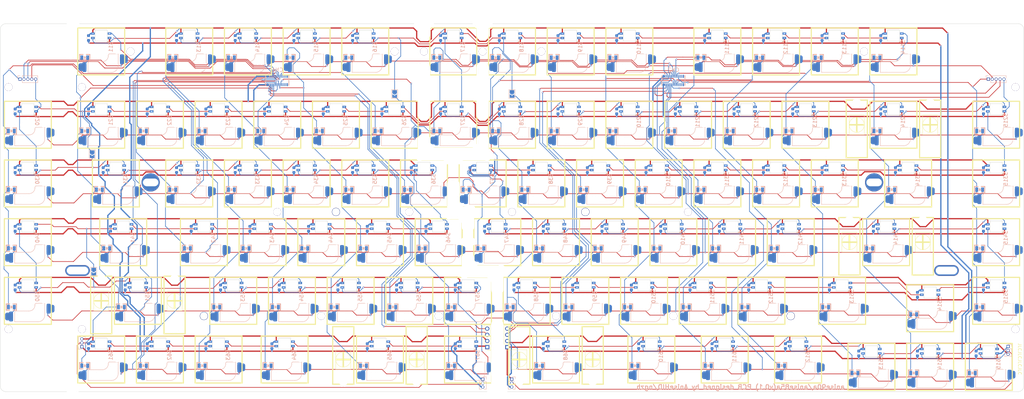
<source format=kicad_pcb>
(kicad_pcb (version 20211014) (generator pcbnew)
  (layers (0 "F.Cu" signal) (31 "B.Cu" signal) (34 "B.Paste" user) (35 "F.Paste" user) (36 "B.SilkS" user "B.Silkscreen") (37 "F.SilkS" user "F.Silkscreen") (38 "B.Mask" user) (39 "F.Mask" user) (44 "Edge.Cuts" user))
  (net 0 "")
  (net 1 "c7")
  (net 2 "r3")
  (net 3 "S43_42")
  (net 4 "S42_41")
  (net 5 "GND")
  (net 6 "VCC")
  (net 7 "c3")
  (net 8 "r4")
  (net 9 "S512_511")
  (net 10 "S511_510")
  (net 11 "c14")
  (net 12 "S510_59")
  (net 13 "S50_51")
  (net 14 "c12")
  (net 15 "S51_53")
  (net 16 "c11")
  (net 17 "S40_50")
  (net 18 "c10")
  (net 19 "S48_49")
  (net 20 "c1")
  (net 21 "S49_410")
  (net 22 "c9")
  (net 23 "S47_48")
  (net 24 "S37_47")
  (net 25 "c8")
  (net 26 "c4")
  (net 27 "S36_46")
  (net 28 "c6")
  (net 29 "S46_45")
  (net 30 "S45_44")
  (net 31 "c5")
  (net 32 "S44_43")
  (net 33 "S513_512")
  (net 34 "S414_415")
  (net 35 "c2")
  (net 36 "S415_515")
  (net 37 "S412_414")
  (net 38 "S411_412")
  (net 39 "S410_411")
  (net 40 "S41_40")
  (net 41 "c0")
  (net 42 "S28_29")
  (net 43 "S62_61")
  (net 44 "S58_68")
  (net 45 "r5")
  (net 46 "S68_610")
  (net 47 "S57_67")
  (net 48 "S67_65")
  (net 49 "S65_64")
  (net 50 "c13")
  (net 51 "c15")
  (net 52 "S63_62")
  (net 53 "S614_615")
  (net 54 "S613_614")
  (net 55 "r1")
  (net 56 "S612_613")
  (net 57 "S611_612")
  (net 58 "S610_611")
  (net 59 "S35_36")
  (net 60 "S59_58")
  (net 61 "S56_57")
  (net 62 "S55_56")
  (net 63 "S515_514")
  (net 64 "S514_513")
  (net 65 "S15_16")
  (net 66 "S16_17")
  (net 67 "S213_214")
  (net 68 "r6")
  (net 69 "S214_215")
  (net 70 "r2")
  (net 71 "S212_213")
  (net 72 "S211_212")
  (net 73 "S210_211")
  (net 74 "S22_21")
  (net 75 "S21_20")
  (net 76 "S20_30")
  (net 77 "S110_19")
  (net 78 "S19_18")
  (net 79 "S17_27_1")
  (net 80 "S34_35")
  (net 81 "S14_15")
  (net 82 "S13_14")
  (net 83 "sdaL")
  (net 84 "sclL")
  (net 85 "sdaR")
  (net 86 "sclR")
  (net 87 "S11_13")
  (net 88 "led2_114")
  (net 89 "S114_113")
  (net 90 "S113_112")
  (net 91 "S112_111")
  (net 92 "S111_110")
  (net 93 "led1_11")
  (net 94 "S23_22")
  (net 95 "S33_34")
  (net 96 "S32_33")
  (net 97 "S31_32")
  (net 98 "S215_315")
  (net 99 "S315_314")
  (net 100 "S314_313")
  (net 101 "S313_312")
  (net 102 "S312_311")
  (net 103 "S311_310")
  (net 104 "S30_31")
  (net 105 "S26_25")
  (net 106 "S25_24")
  (net 107 "S24_23")
  (net 108 "S310_39")
  (net 109 "S39_38")
  (net 110 "S38_37")
  (net 111 "S54_55")
  (net 112 "S53_54")
  (net 113 "S29_210")
  (net 114 "encAL")
  (net 115 "encBL")
  (net 116 "encAR")
  (net 117 "encBR")
  (net 118 "doR")
  (net 119 "doL")
  (net 120 "S64_63")
  (net 121 "S27_28")
  (footprint "hole:PKRHC" (layer "F.Cu") (at 322.3399 92.5208)
    (fp_text reference "HOLE" hide)
    (fp_text value "VAL**" hide)
  )
  (footprint "hole:PKRHSL" (layer "F.Cu") (at 345.8312 121.1212)
    (fp_text reference "HOLE" hide)
    (fp_text value "VAL**" hide)
  )
  (footprint "hole:PKRHC" (layer "F.Cu") (at 87.4893 92.5208)
    (fp_text reference "HOLE" hide)
    (fp_text value "VAL**" hide)
  )
  (footprint "hole:PKRHC" (layer "F.Cu") (at 190.5 111.76)
    (fp_text reference "HOLE" hide)
    (fp_text value "VAL**" hide)
  )
  (footprint "hole:PKRHSL" (layer "F.Cu") (at 63.7489 121.1212)
    (fp_text reference "HOLE" hide)
    (fp_text value "VAL**" hide)
  )
  (footprint "Mounting_Holes:MountingHole_2.5mm" (layer "F.Cu") (at 80.9625 50.00625)
    (fp_text reference "" hide)
    (fp_text value "MountingHole_2.5mm" hide)
  )
  (footprint "hole:PKRH" (layer "F.Cu") (at 190.5 83.34502)
    (fp_text reference "" hide)
    (fp_text value "" hide)
  )
  (footprint "hole:PKRH" (layer "F.Cu") (at 188 102.2)
    (fp_text reference "" hide)
    (fp_text value "" hide)
  )
  (footprint "hole:PKRH" (layer "F.Cu") (at 193.68125 121.20498)
    (fp_text reference "" hide)
    (fp_text value "" hide)
  )
  (footprint "hole:PKRH" (layer "F.Cu") (at 190.20498 104.5 90)
    (fp_text reference "" hide)
    (fp_text value "" hide)
  )
  (footprint "hole:PKRH" (layer "F.Cu") (at 190.40498 118.6 90)
    (fp_text reference "" hide)
    (fp_text value "" hide)
  )
  (footprint "hole:PKRH" (layer "F.Cu") (at 185.60498 97.75 90)
    (fp_text reference "" hide)
    (fp_text value "" hide)
  )
  (footprint "hole:PKRH" (layer "F.Cu") (at 185.60498 84.61875 90)
    (fp_text reference "" hide)
    (fp_text value "" hide)
  )
  (footprint "hole:PKRH" (layer "F.Cu") (at 193.6 40.8175 90)
    (fp_text reference "" hide)
    (fp_text value "" hide)
  )
  (footprint "hole:PKRH" (layer "F.Cu") (at 196.91 40.8175 90)
    (fp_text reference "" hide)
    (fp_text value "" hide)
  )
  (footprint "hole:PKRH" (layer "F.Cu") (at 187.6 85.4 90)
    (fp_text reference "" hide)
    (fp_text value "" hide)
  )
  (footprint "hole:PKRH" (layer "F.Cu") (at 187.6 100.4 90)
    (fp_text reference "" hide)
    (fp_text value "" hide)
  )
  (footprint "hole:PKRH" (layer "F.Cu") (at 188.7 104.4 90)
    (fp_text reference "" hide)
    (fp_text value "" hide)
  )
  (footprint "hole:PKRH" (layer "F.Cu") (at 192.3 119.4 90)
    (fp_text reference "" hide)
    (fp_text value "" hide)
  )
  (footprint "hole:PKRH" (layer "F.Cu") (at 200.025 123.4 90)
    (fp_text reference "" hide)
    (fp_text value "" hide)
  )
  (footprint "hole:PKRH" (layer "F.Cu") (at 200 146.8 90)
    (fp_text reference "" hide)
    (fp_text value "" hide)
  )
  (footprint "hole:PKRH" (layer "F.Cu") (at 198.3 160.62 90)
    (fp_text reference "" hide)
    (fp_text value "" hide)
  )
  (footprint "hole:PKRH" (layer "F.Cu") (at 201.7 160.62 90)
    (fp_text reference "" hide)
    (fp_text value "" hide)
  )
  (footprint "hole:PKRH" (layer "F.Cu") (at 195 80.3 90)
    (fp_text reference "" hide)
    (fp_text value "" hide)
  )
  (footprint "hole:PKRH" (layer "F.Cu") (at 193.3 81.3 90)
    (fp_text reference "" hide)
    (fp_text value "" hide)
  )
  (footprint "hole:PKRH" (layer "F.Cu") (at 196.67 84.02 90)
    (fp_text reference "" hide)
    (fp_text value "" hide)
  )
  (footprint "hole:PKRH" (layer "F.Cu") (at 184.3 103 90)
    (fp_text reference "" hide)
    (fp_text value "" hide)
  )
  (footprint "hole:PKRH" (layer "F.Cu") (at 191.6 101.1 90)
    (fp_text reference "" hide)
    (fp_text value "" hide)
  )
  (footprint "hole:PKRH" (layer "F.Cu") (at 189.3 122.6 90)
    (fp_text reference "" hide)
    (fp_text value "" hide)
  )
  (footprint "hole:PKRH" (layer "F.Cu") (at 201.24 119.645 90)
    (fp_text reference "" hide)
    (fp_text value "" hide)
  )
  (footprint "hole:PKRH" (layer "F.Cu") (at 175.95 43.49625 90)
    (fp_text reference "" hide)
    (fp_text value "" hide)
  )
  (footprint "hole:PKRH" (layer "F.Cu") (at 175.95 80.29875 90)
    (fp_text reference "" hide)
    (fp_text value "" hide)
  )
  (footprint "hole:PKRH" (layer "F.Cu") (at 177.87 40.8175 90)
    (fp_text reference "" hide)
    (fp_text value "" hide)
  )
  (footprint "hole:PKRH" (layer "F.Cu") (at 174.55 40.8075 90)
    (fp_text reference "" hide)
    (fp_text value "" hide)
  )
  (footprint "hole:PKRH" (layer "F.Cu") (at 189.72 82.2)
    (fp_text reference "" hide)
    (fp_text value "" hide)
  )
  (footprint "hole:PKRH" (layer "F.Cu") (at 183.9 86.2 90)
    (fp_text reference "" hide)
    (fp_text value "" hide)
  )
  (footprint "hole:PKRH" (layer "F.Cu") (at 178.1 81.3 90)
    (fp_text reference "" hide)
    (fp_text value "" hide)
  )
  (footprint "hole:PKRH" (layer "F.Cu") (at 198.05 123.525 90)
    (fp_text reference "" hide)
    (fp_text value "" hide)
  )
  (footprint "hole:PKRH" (layer "F.Cu") (at 174.81 84.09 90)
    (fp_text reference "" hide)
    (fp_text value "" hide)
  )
  (footprint "hole:PKRH" (layer "F.Cu") (at 200.01 155.16 90)
    (fp_text reference "" hide)
    (fp_text value "" hide)
  )
  (footprint "Keyboard:MXHS-1U-RGB-ALI-3528-HOLE-NOPAD" (layer "F.Cu") (at 147.6375 73.81875 180)
    (fp_text reference "S25")
    (fp_text value "MX_LED" hide)
    (fp_line (start -2 3.28) (end -2 6.88) (layer "Edge.Cuts") (width 0.1))
    (fp_line (start 2 3.28) (end 2 6.88) (layer "Edge.Cuts") (width 0.1))
    (fp_line (start -2 6.88) (end 2 6.88) (layer "Edge.Cuts") (width 0.1))
    (fp_line (start -2 3.28) (end 2 3.28) (layer "Edge.Cuts") (width 0.1))
  )
  (footprint "Mounting_Holes:MountingHole_2.5mm" (layer "F.Cu") (at 41.3564 140.1712)
    (fp_text reference "" hide)
    (fp_text value "MountingHole_2.5mm" hide)
  )
  (footprint "Connector_PinHeader_2.00mm:PinHeader_1x04_P2.00mm_Vertical" (layer "F.Cu") (at 196.75 146 180)
    (fp_text reference "P1" hide)
    (fp_text value "P" hide)
  )
  (footprint "Keyboard:MXHS-1U-RGB-ALI-3528-HOLE-NOPAD" (layer "F.Cu") (at 280.9875 73.81875 180)
    (fp_text reference "S212")
    (fp_text value "MX_LED" hide)
    (fp_line (start 2 3.28) (end 2 6.88) (layer "Edge.Cuts") (width 0.1))
    (fp_line (start -2 3.28) (end -2 6.88) (layer "Edge.Cuts") (width 0.1))
    (fp_line (start -2 6.88) (end 2 6.88) (layer "Edge.Cuts") (width 0.1))
    (fp_line (start -2 3.28) (end 2 3.28) (layer "Edge.Cuts") (width 0.1))
  )
  (footprint "Mounting_Holes:MountingHole_2.5mm" (layer "F.Cu") (at 214.3125 50.00625)
    (fp_text reference "" hide)
    (fp_text value "MountingHole_2.5mm" hide)
  )
  (footprint "Keyboard:MXHS-1U-RGB-ALI-3528-HOLE-NOPAD" (layer "F.Cu") (at 290.5125 92.86875 180)
    (fp_text reference "S312")
    (fp_text value "MX_LED" hide)
    (fp_line (start -2 6.88) (end 2 6.88) (layer "Edge.Cuts") (width 0.1))
    (fp_line (start 2 3.28) (end 2 6.88) (layer "Edge.Cuts") (width 0.1))
    (fp_line (start -2 3.28) (end -2 6.88) (layer "Edge.Cuts") (width 0.1))
    (fp_line (start -2 3.28) (end 2 3.28) (layer "Edge.Cuts") (width 0.1))
  )
  (footprint "Keyboard:MXHS-1U-RGB-ALI-3528-HOLE-NOPAD" (layer "F.Cu") (at 190.5 130.96875 180)
    (fp_text reference "S57")
    (fp_text value "MX_LED" hide)
    (fp_line (start -2 3.28) (end 2 3.28) (layer "Edge.Cuts") (width 0.1))
    (fp_line (start -2 6.88) (end 2 6.88) (layer "Edge.Cuts") (width 0.1))
    (fp_line (start -2 3.28) (end -2 6.88) (layer "Edge.Cuts") (width 0.1))
    (fp_line (start 2 3.28) (end 2 6.88) (layer "Edge.Cuts") (width 0.1))
  )
  (footprint "Keyboard:MXHS-1U-RGB-ALI-3528-HOLE-NOPAD" (layer "F.Cu") (at 200.025 111.91875 180)
    (fp_text reference "S47")
    (fp_text value "MX_LED" hide)
    (fp_line (start -2 3.28) (end -2 6.88) (layer "Edge.Cuts") (width 0.1))
    (fp_line (start -2 6.88) (end 2 6.88) (layer "Edge.Cuts") (width 0.1))
    (fp_line (start 2 3.28) (end 2 6.88) (layer "Edge.Cuts") (width 0.1))
    (fp_line (start -2 3.28) (end 2 3.28) (layer "Edge.Cuts") (width 0.1))
  )
  (footprint "Mounting_Holes:MountingHole_2.5mm" (layer "F.Cu") (at 147.63751 102.1)
    (fp_text reference "REF**" hide)
    (fp_text value "MountingHole_padded_2.5mm" hide)
  )
  (footprint "Mounting_Holes:MountingHole_2.5mm" (layer "F.Cu") (at 176.2125 50.00625)
    (fp_text reference "" hide)
    (fp_text value "MountingHole_2.5mm" hide)
  )
  (footprint "hole:PKRH" (layer "F.Cu") (at 61.5 42.81)
    (fp_text reference "" hide)
    (fp_text value "" hide)
  )
  (footprint "Keyboard:MXHS-1U-RGB-ALI-3528-HOLE-NOPAD" (layer "F.Cu") (at 223.8375 73.81875 180)
    (fp_text reference "S29")
    (fp_text value "MX_LED" hide)
    (fp_line (start 2 3.28) (end 2 6.88) (layer "Edge.Cuts") (width 0.1))
    (fp_line (start -2 6.88) (end 2 6.88) (layer "Edge.Cuts") (width 0.1))
    (fp_line (start -2 3.28) (end 2 3.28) (layer "Edge.Cuts") (width 0.1))
    (fp_line (start -2 3.28) (end -2 6.88) (layer "Edge.Cuts") (width 0.1))
  )
  (footprint "Keyboard:MXHS-1U-RGB-ALI-3528-HOLE-NOPAD" (layer "F.Cu") (at 271.4625 92.86875 180)
    (fp_text reference "S311")
    (fp_text value "MX_LED" hide)
    (fp_line (start -2 6.88) (end 2 6.88) (layer "Edge.Cuts") (width 0.1))
    (fp_line (start 2 3.28) (end 2 6.88) (layer "Edge.Cuts") (width 0.1))
    (fp_line (start -2 3.28) (end 2 3.28) (layer "Edge.Cuts") (width 0.1))
    (fp_line (start -2 3.28) (end -2 6.88) (layer "Edge.Cuts") (width 0.1))
  )
  (footprint "Keyboard:MXHS-1U-RGB-ALI-3528-HOLE-NOPAD" (layer "F.Cu") (at 297.65625 150.01875 180)
    (fp_text reference "S612")
    (fp_text value "MX_LED" hide)
    (fp_line (start 2 3.28) (end 2 6.88) (layer "Edge.Cuts") (width 0.1))
    (fp_line (start -2 3.28) (end 2 3.28) (layer "Edge.Cuts") (width 0.1))
    (fp_line (start -2 3.28) (end -2 6.88) (layer "Edge.Cuts") (width 0.1))
    (fp_line (start -2 6.88) (end 2 6.88) (layer "Edge.Cuts") (width 0.1))
  )
  (footprint "Keyboard:MXHS-1U-RGB-ALI-3528-HOLE-NOPAD" (layer "F.Cu") (at 152.4 130.96875 180)
    (fp_text reference "S55")
    (fp_text value "MX_LED" hide)
    (fp_line (start -2 6.88) (end 2 6.88) (layer "Edge.Cuts") (width 0.1))
    (fp_line (start 2 3.28) (end 2 6.88) (layer "Edge.Cuts") (width 0.1))
    (fp_line (start -2 3.28) (end 2 3.28) (layer "Edge.Cuts") (width 0.1))
    (fp_line (start -2 3.28) (end -2 6.88) (layer "Edge.Cuts") (width 0.1))
  )
  (footprint "Keyboard:MXHS-1U-RGB-ALI-3528-HOLE-NOPAD" (layer "F.Cu") (at 309.5625 92.86875 180)
    (fp_text reference "S313")
    (fp_text value "MX_LED" hide)
    (fp_line (start -2 3.28) (end 2 3.28) (layer "Edge.Cuts") (width 0.1))
    (fp_line (start -2 3.28) (end -2 6.88) (layer "Edge.Cuts") (width 0.1))
    (fp_line (start -2 6.88) (end 2 6.88) (layer "Edge.Cuts") (width 0.1))
    (fp_line (start 2 3.28) (end 2 6.88) (layer "Edge.Cuts") (width 0.1))
  )
  (footprint "Keyboard:MXHS-1U-RGB-ALI-3528-HOLE-NOPAD" (layer "F.Cu") (at 185.7375 73.81875 180)
    (fp_text reference "S27")
    (fp_text value "MX_LED" hide)
    (fp_line (start 2 3.28) (end 2 6.88) (layer "Edge.Cuts") (width 0.1))
    (fp_line (start -2 3.28) (end 2 3.28) (layer "Edge.Cuts") (width 0.1))
    (fp_line (start -2 3.28) (end -2 6.88) (layer "Edge.Cuts") (width 0.1))
    (fp_line (start -2 6.88) (end 2 6.88) (layer "Edge.Cuts") (width 0.1))
  )
  (footprint "Keyboard:MXHS-1U-RGB-ALI-3528-HOLE-NOPAD" (layer "F.Cu") (at 130.96875 150.01875 180)
    (fp_text reference "S64")
    (fp_text value "MX_LED" hide)
    (fp_line (start -2 3.28) (end 2 3.28) (layer "Edge.Cuts") (width 0.1))
    (fp_line (start -2 6.88) (end 2 6.88) (layer "Edge.Cuts") (width 0.1))
    (fp_line (start 2 3.28) (end 2 6.88) (layer "Edge.Cuts") (width 0.1))
    (fp_line (start -2 3.28) (end -2 6.88) (layer "Edge.Cuts") (width 0.1))
  )
  (footprint "Keyboard:MXHS-1U-RGB-ALI-3528-HOLE-NOPAD" (layer "F.Cu") (at 271.4625 50.00625 180)
    (fp_text reference "S111")
    (fp_text value "MX_LED" hide)
    (fp_line (start -2 6.88) (end 2 6.88) (layer "Edge.Cuts") (width 0.1))
    (fp_line (start -2 3.28) (end -2 6.88) (layer "Edge.Cuts") (width 0.1))
    (fp_line (start -2 3.28) (end 2 3.28) (layer "Edge.Cuts") (width 0.1))
    (fp_line (start 2 3.28) (end 2 6.88) (layer "Edge.Cuts") (width 0.1))
  )
  (footprint "" (layer "F.Cu") (at 62.48 160.39)
    (fp_text reference "")
    (fp_text value "")
  )
  (footprint "Mounting_Holes:MountingHole_2.5mm" (layer "F.Cu") (at 219.075 135.89)
    (fp_text reference "" hide)
    (fp_text value "MountingHole_2.5mm" hide)
  )
  (footprint "Keyboard:MXHS-1U-RGB-ALI-3528-HOLE-NOPAD" (layer "F.Cu") (at 138.1125 50.00625 180)
    (fp_text reference "S15")
    (fp_text value "MX_LED" hide)
    (fp_line (start -2 6.88) (end 2 6.88) (layer "Edge.Cuts") (width 0.1))
    (fp_line (start 2 3.28) (end 2 6.88) (layer "Edge.Cuts") (width 0.1))
    (fp_line (start -2 3.28) (end 2 3.28) (layer "Edge.Cuts") (width 0.1))
    (fp_line (start -2 3.28) (end -2 6.88) (layer "Edge.Cuts") (width 0.1))
  )
  (footprint "" (layer "F.Cu") (at 61.5 83.34375)
    (fp_text reference "")
    (fp_text value "")
  )
  (footprint "Keyboard:MXHS-1U-RGB-ALI-3528-HOLE-NOPAD" (layer "F.Cu") (at 290.5125 50.00625 180)
    (fp_text reference "S112")
    (fp_text value "MX_LED" hide)
    (fp_line (start -2 3.28) (end -2 6.88) (layer "Edge.Cuts") (width 0.1))
    (fp_line (start -2 6.88) (end 2 6.88) (layer "Edge.Cuts") (width 0.1))
    (fp_line (start -2 3.28) (end 2 3.28) (layer "Edge.Cuts") (width 0.1))
    (fp_line (start 2 3.28) (end 2 6.88) (layer "Edge.Cuts") (width 0.1))
  )
  (footprint "Keyboard:MXHS-1U-RGB-ALI-3528-HOLE-NOPAD" (layer "F.Cu") (at 78.58125 111.91875 180)
    (fp_text reference "S41")
    (fp_text value "MX_LED" hide)
    (fp_line (start -2 3.28) (end -2 6.88) (layer "Edge.Cuts") (width 0.1))
    (fp_line (start 2 3.28) (end 2 6.88) (layer "Edge.Cuts") (width 0.1))
    (fp_line (start -2 6.88) (end 2 6.88) (layer "Edge.Cuts") (width 0.1))
    (fp_line (start -2 3.28) (end 2 3.28) (layer "Edge.Cuts") (width 0.1))
  )
  (footprint "Mounting_Holes:MountingHole_2.5mm" (layer "F.Cu") (at 295.275 135.89)
    (fp_text reference "" hide)
    (fp_text value "MountingHole_2.5mm" hide)
  )
  (footprint "Keyboard:MXHS-1U-RGB-ALI-3528-HOLE-NOPAD" (layer "F.Cu") (at 361.95 130.96875 180)
    (fp_text reference "S515")
    (fp_text value "MX_LED" hide)
    (fp_line (start -2 6.88) (end 2 6.88) (layer "Edge.Cuts") (width 0.1))
    (fp_line (start -2 3.28) (end -2 6.88) (layer "Edge.Cuts") (width 0.1))
    (fp_line (start -2 3.28) (end 2 3.28) (layer "Edge.Cuts") (width 0.1))
    (fp_line (start 2 3.28) (end 2 6.88) (layer "Edge.Cuts") (width 0.1))
  )
  (footprint "Keyboard:MXHS-1U-RGB-ALI-3528-HOLE-NOPAD" (layer "F.Cu") (at 47.625 73.81875 180)
    (fp_text reference "S20")
    (fp_text value "MX_LED" hide)
    (fp_line (start -2 3.28) (end -2 6.88) (layer "Edge.Cuts") (width 0.1))
    (fp_line (start 2 3.28) (end 2 6.88) (layer "Edge.Cuts") (width 0.1))
    (fp_line (start -2 6.88) (end 2 6.88) (layer "Edge.Cuts") (width 0.1))
    (fp_line (start -2 3.28) (end 2 3.28) (layer "Edge.Cuts") (width 0.1))
  )
  (footprint "Keyboard:MXST" (layer "F.Cu") (at 230.98125 150.01875 180)
    (fp_text reference "" hide)
    (fp_text value "" hide)
  )
  (footprint "Mounting_Holes:MountingHole_2.5mm" (layer "F.Cu") (at 261.93749 102.1)
    (fp_text reference "" hide)
    (fp_text value "MountingHole_2.5mm" hide)
  )
  (footprint "Keyboard:MXHS-1U-RGB-ALI-3528-HOLE-NOPAD" (layer "F.Cu") (at 157.1625 50.00625 180)
    (fp_text reference "S16")
    (fp_text value "MX_LED" hide)
    (fp_line (start 2 3.28) (end 2 6.88) (layer "Edge.Cuts") (width 0.1))
    (fp_line (start -2 3.28) (end 2 3.28) (layer "Edge.Cuts") (width 0.1))
    (fp_line (start -2 6.88) (end 2 6.88) (layer "Edge.Cuts") (width 0.1))
    (fp_line (start -2 3.28) (end -2 6.88) (layer "Edge.Cuts") (width 0.1))
  )
  (footprint "Keyboard:MXST" (layer "F.Cu") (at 316.70625 73.81875)
    (fp_text reference "" hide)
    (fp_text value "" hide)
  )
  (footprint "Mounting_Holes:MountingHole_2.5mm" (layer "F.Cu") (at 228.6 102.1)
    (fp_text reference "REF**" hide)
    (fp_text value "MountingHole_padded_2.5mm" hide)
  )
  (footprint "Keyboard:MXHS-1U-RGB-ALI-3528-HOLE-NOPAD" (layer "F.Cu") (at 321.46875 152.4 180)
    (fp_text reference "S613")
    (fp_text value "MX_LED" hide)
    (fp_line (start -2 3.28) (end -2 6.88) (layer "Edge.Cuts") (width 0.1))
    (fp_line (start 2 3.28) (end 2 6.88) (layer "Edge.Cuts") (width 0.1))
    (fp_line (start -2 6.88) (end 2 6.88) (layer "Edge.Cuts") (width 0.1))
    (fp_line (start -2 3.28) (end 2 3.28) (layer "Edge.Cuts") (width 0.1))
  )
  (footprint "Keyboard:MXST" (layer "F.Cu") (at 207.16875 150.01875 180)
    (fp_text reference "" hide)
    (fp_text value "" hide)
  )
  (footprint "Keyboard:MXHS-1U-RGB-ALI-3528-HOLE-NOPAD" (layer "F.Cu") (at 340.51875 152.4 180)
    (fp_text reference "S614")
    (fp_text value "MX_LED" hide)
    (fp_line (start 2 3.28) (end 2 6.88) (layer "Edge.Cuts") (width 0.1))
    (fp_line (start -2 6.88) (end 2 6.88) (layer "Edge.Cuts") (width 0.1))
    (fp_line (start -2 3.28) (end 2 3.28) (layer "Edge.Cuts") (width 0.1))
    (fp_line (start -2 3.28) (end -2 6.88) (layer "Edge.Cuts") (width 0.1))
  )
  (footprint "Keyboard:MXHS-1U-RGB-ALI-3528-HOLE-NOPAD" (layer "F.Cu") (at 361.95 111.91875 180)
    (fp_text reference "S415")
    (fp_text value "MX_LED" hide)
    (fp_line (start -2 3.28) (end -2 6.88) (layer "Edge.Cuts") (width 0.1))
    (fp_line (start -2 6.88) (end 2 6.88) (layer "Edge.Cuts") (width 0.1))
    (fp_line (start -2 3.28) (end 2 3.28) (layer "Edge.Cuts") (width 0.1))
    (fp_line (start 2 3.28) (end 2 6.88) (layer "Edge.Cuts") (width 0.1))
  )
  (footprint "Mounting_Holes:MountingHole_2.5mm" (layer "F.Cu") (at 142.875 135.89)
    (fp_text reference "REF**" hide)
    (fp_text value "MountingHole_padded_2.5mm" hide)
  )
  (footprint "Keyboard:MXHS-1U-RGB-ALI-3528-HOLE-NOPAD" (layer "F.Cu") (at 195.2625 92.86875 180)
    (fp_text reference "S37")
    (fp_text value "MX_LED" hide)
    (fp_line (start -2 3.28) (end -2 6.88) (layer "Edge.Cuts") (width 0.1))
    (fp_line (start -2 6.88) (end 2 6.88) (layer "Edge.Cuts") (width 0.1))
    (fp_line (start -2 3.28) (end 2 3.28) (layer "Edge.Cuts") (width 0.1))
    (fp_line (start 2 3.28) (end 2 6.88) (layer "Edge.Cuts") (width 0.1))
  )
  (footprint "" (layer "F.Cu") (at 61.5 64.29375)
    (fp_text reference "")
    (fp_text value "")
  )
  (footprint "" (layer "F.Cu") (at 61.5 130.96875)
    (fp_text reference "")
    (fp_text value "")
  )
  (footprint "Keyboard:MXHS-1U-RGB-ALI-3528-HOLE-NOPAD" (layer "F.Cu") (at 83.34375 130.96875 180)
    (fp_text reference "S51")
    (fp_text value "MX_LED" hide)
    (fp_line (start -2 3.28) (end 2 3.28) (layer "Edge.Cuts") (width 0.1))
    (fp_line (start -2 3.28) (end -2 6.88) (layer "Edge.Cuts") (width 0.1))
    (fp_line (start -2 6.88) (end 2 6.88) (layer "Edge.Cuts") (width 0.1))
    (fp_line (start 2 3.28) (end 2 6.88) (layer "Edge.Cuts") (width 0.1))
  )
  (footprint "Keyboard:MXHS-1U-RGB-ALI-3528-HOLE-NOPAD" (layer "F.Cu") (at 47.625 92.86875 180)
    (fp_text reference "S30")
    (fp_text value "MX_LED" hide)
    (fp_line (start -2 3.28) (end -2 6.88) (layer "Edge.Cuts") (width 0.1))
    (fp_line (start -2 6.88) (end 2 6.88) (layer "Edge.Cuts") (width 0.1))
    (fp_line (start -2 3.28) (end 2 3.28) (layer "Edge.Cuts") (width 0.1))
    (fp_line (start 2 3.28) (end 2 6.88) (layer "Edge.Cuts") (width 0.1))
  )
  (footprint "Keyboard:MXHS-1U-RGB-ALI-3528-HOLE-NOPAD" (layer "F.Cu") (at 359.56875 152.4 180)
    (fp_text reference "S615")
    (fp_text value "MX_LED" hide)
    (fp_line (start 2 3.28) (end 2 6.88) (layer "Edge.Cuts") (width 0.1))
    (fp_line (start -2 6.88) (end 2 6.88) (layer "Edge.Cuts") (width 0.1))
    (fp_line (start -2 3.28) (end 2 3.28) (layer "Edge.Cuts") (width 0.1))
    (fp_line (start -2 3.28) (end -2 6.88) (layer "Edge.Cuts") (width 0.1))
  )
  (footprint "Keyboard:30PIN_0.4MM_BTB_MALE" (layer "F.Cu") (at 128.5875 59.4375)
    (fp_text reference "CN1")
    (fp_text value "BTB")
  )
  (footprint "Keyboard:MXHS-1U-RGB-ALI-3528-HOLE-NOPAD" (layer "F.Cu") (at 250.03125 150.01875 180)
    (fp_text reference "S610")
    (fp_text value "MX_LED" hide)
    (fp_line (start -2 3.28) (end 2 3.28) (layer "Edge.Cuts") (width 0.1))
    (fp_line (start -2 3.28) (end -2 6.88) (layer "Edge.Cuts") (width 0.1))
    (fp_line (start 2 3.28) (end 2 6.88) (layer "Edge.Cuts") (width 0.1))
    (fp_line (start -2 6.88) (end 2 6.88) (layer "Edge.Cuts") (width 0.1))
  )
  (footprint "Connector_PinHeader_2.00mm:PinHeader_1x04_P2.00mm_Vertical" (layer "F.Cu") (at 203.25 146 180)
    (fp_text reference "P2" hide)
    (fp_text value "P" hide)
  )
  (footprint "Mounting_Holes:MountingHole_2.5mm" (layer "F.Cu") (at 166.6875 50.00625)
    (fp_text reference "" hide)
    (fp_text value "MountingHole_2.5mm" hide)
  )
  (footprint "Mounting_Holes:MountingHole_2.5mm" (layer "F.Cu") (at 257.175 135.89)
    (fp_text reference "REF**" hide)
    (fp_text value "MountingHole_padded_2.5mm" hide)
  )
  (footprint "Mounting_Holes:MountingHole_2.5mm" (layer "F.Cu") (at 41.3564 61.58995)
    (fp_text reference "" hide)
    (fp_text value "MountingHole_2.5mm" hide)
  )
  (footprint "Keyboard:MXHS-1U-RGB-ALI-3528-HOLE-NOPAD" (layer "F.Cu") (at 119.0625 92.86875 180)
    (fp_text reference "S33")
    (fp_text value "MX_LED" hide)
    (fp_line (start -2 6.88) (end 2 6.88) (layer "Edge.Cuts") (width 0.1))
    (fp_line (start -2 3.28) (end 2 3.28) (layer "Edge.Cuts") (width 0.1))
    (fp_line (start 2 3.28) (end 2 6.88) (layer "Edge.Cuts") (width 0.1))
    (fp_line (start -2 3.28) (end -2 6.88) (layer "Edge.Cuts") (width 0.1))
  )
  (footprint "Keyboard:MXHS-1U-RGB-ALI-3528-HOLE-NOPAD" (layer "F.Cu") (at 100.0125 92.86875 180)
    (fp_text reference "S32")
    (fp_text value "MX_LED" hide)
    (fp_line (start 2 3.28) (end 2 6.88) (layer "Edge.Cuts") (width 0.1))
    (fp_line (start -2 6.88) (end 2 6.88) (layer "Edge.Cuts") (width 0.1))
    (fp_line (start -2 3.28) (end -2 6.88) (layer "Edge.Cuts") (width 0.1))
    (fp_line (start -2 3.28) (end 2 3.28) (layer "Edge.Cuts") (width 0.1))
  )
  (footprint "Keyboard:MXHS-1U-RGB-ALI-3528-HOLE-NOPAD" (layer "F.Cu") (at 180.975 111.91875 180)
    (fp_text reference "S46")
    (fp_text value "MX_LED" hide)
    (fp_line (start -2 3.28) (end -2 6.88) (layer "Edge.Cuts") (width 0.1))
    (fp_line (start -2 6.88) (end 2 6.88) (layer "Edge.Cuts") (width 0.1))
    (fp_line (start 2 3.28) (end 2 6.88) (layer "Edge.Cuts") (width 0.1))
    (fp_line (start -2 3.28) (end 2 3.28) (layer "Edge.Cuts") (width 0.1))
  )
  (footprint "Keyboard:MXHS-1U-RGB-ALI-3528-HOLE-NOPAD" (layer "F.Cu") (at 223.8375 50.00625 180)
    (fp_text reference "S19")
    (fp_text value "MX_LED" hide)
    (fp_line (start -2 6.88) (end 2 6.88) (layer "Edge.Cuts") (width 0.1))
    (fp_line (start -2 3.28) (end -2 6.88) (layer "Edge.Cuts") (width 0.1))
    (fp_line (start -2 3.28) (end 2 3.28) (layer "Edge.Cuts") (width 0.1))
    (fp_line (start 2 3.28) (end 2 6.88) (layer "Edge.Cuts") (width 0.1))
  )
  (footprint "Keyboard:MXHS-1U-RGB-ALI-3528-HOLE-NOPAD" (layer "F.Cu") (at 309.5625 50.00625 180)
    (fp_text reference "S113")
    (fp_text value "MX_LED" hide)
    (fp_line (start -2 3.28) (end 2 3.28) (layer "Edge.Cuts") (width 0.1))
    (fp_line (start -2 6.88) (end 2 6.88) (layer "Edge.Cuts") (width 0.1))
    (fp_line (start -2 3.28) (end -2 6.88) (layer "Edge.Cuts") (width 0.1))
    (fp_line (start 2 3.28) (end 2 6.88) (layer "Edge.Cuts") (width 0.1))
  )
  (footprint "Keyboard:MXHS-1U-RGB-ALI-3528-HOLE-NOPAD" (layer "F.Cu") (at 47.625 130.96875 180)
    (fp_text reference "S50")
    (fp_text value "MX_LED" hide)
    (fp_line (start -2 6.88) (end 2 6.88) (layer "Edge.Cuts") (width 0.1))
    (fp_line (start -2 3.28) (end -2 6.88) (layer "Edge.Cuts") (width 0.1))
    (fp_line (start 2 3.28) (end 2 6.88) (layer "Edge.Cuts") (width 0.1))
    (fp_line (start -2 3.28) (end 2 3.28) (layer "Edge.Cuts") (width 0.1))
  )
  (footprint "hole:PKRH" (layer "F.Cu") (at 195 62.5 90)
    (fp_text reference "" hide)
    (fp_text value "" hide)
  )
  (footprint "hole:PKRH" (layer "F.Cu") (at 194.99248 43.49625 90)
    (fp_text reference "" hide)
    (fp_text value "" hide)
  )
  (footprint "Keyboard:MXHS-1U-RGB-ALI-3528-HOLE-NOPAD" (layer "F.Cu") (at 252.4125 92.86875 180)
    (fp_text reference "S310")
    (fp_text value "MX_LED" hide)
    (fp_line (start -2 3.28) (end -2 6.88) (layer "Edge.Cuts") (width 0.1))
    (fp_line (start 2 3.28) (end 2 6.88) (layer "Edge.Cuts") (width 0.1))
    (fp_line (start -2 6.88) (end 2 6.88) (layer "Edge.Cuts") (width 0.1))
    (fp_line (start -2 3.28) (end 2 3.28) (layer "Edge.Cuts") (width 0.1))
  )
  (footprint "Keyboard:MXHS-1U-RGB-ALI-3528-HOLE-NOPAD" (layer "F.Cu") (at 266.7 130.96875 180)
    (fp_text reference "S511")
    (fp_text value "MX_LED" hide)
    (fp_line (start -2 3.28) (end 2 3.28) (layer "Edge.Cuts") (width 0.1))
    (fp_line (start 2 3.28) (end 2 6.88) (layer "Edge.Cuts") (width 0.1))
    (fp_line (start -2 3.28) (end -2 6.88) (layer "Edge.Cuts") (width 0.1))
    (fp_line (start -2 6.88) (end 2 6.88) (layer "Edge.Cuts") (width 0.1))
  )
  (footprint "Keyboard:MXST" (layer "F.Cu") (at 173.83125 150.01875 180)
    (fp_text reference "" hide)
    (fp_text value "" hide)
  )
  (footprint "Keyboard:MXHS-1U-RGB-ALI-3528-HOLE-NOPAD" (layer "F.Cu") (at 261.9375 73.81875 180)
    (fp_text reference "S211")
    (fp_text value "MX_LED" hide)
    (fp_line (start -2 3.28) (end -2 6.88) (layer "Edge.Cuts") (width 0.1))
    (fp_line (start 2 3.28) (end 2 6.88) (layer "Edge.Cuts") (width 0.1))
    (fp_line (start -2 6.88) (end 2 6.88) (layer "Edge.Cuts") (width 0.1))
    (fp_line (start -2 3.28) (end 2 3.28) (layer "Edge.Cuts") (width 0.1))
  )
  (footprint "Keyboard:MXHS-1U-RGB-ALI-3528-HOLE-NOPAD" (layer "F.Cu") (at 242.8875 50.00625 180)
    (fp_text reference "S110")
    (fp_text value "MX_LED" hide)
    (fp_line (start -2 3.28) (end -2 6.88) (layer "Edge.Cuts") (width 0.1))
    (fp_line (start -2 3.28) (end 2 3.28) (layer "Edge.Cuts") (width 0.1))
    (fp_line (start 2 3.28) (end 2 6.88) (layer "Edge.Cuts") (width 0.1))
    (fp_line (start -2 6.88) (end 2 6.88) (layer "Edge.Cuts") (width 0.1))
  )
  (footprint "Keyboard:MXST" (layer "F.Cu") (at 338.1375 111.91875)
    (fp_text reference "" hide)
    (fp_text value "" hide)
  )
  (footprint "Keyboard:MXHS-1U-RGB-ALI-3528-HOLE-NOPAD" (layer "F.Cu") (at 119.0625 50.00625 180)
    (fp_text reference "S14")
    (fp_text value "MX_LED" hide)
    (fp_line (start -2 3.28) (end -2 6.88) (layer "Edge.Cuts") (width 0.1))
    (fp_line (start -2 6.88) (end 2 6.88) (layer "Edge.Cuts") (width 0.1))
    (fp_line (start -2 3.28) (end 2 3.28) (layer "Edge.Cuts") (width 0.1))
    (fp_line (start 2 3.28) (end 2 6.88) (layer "Edge.Cuts") (width 0.1))
  )
  (footprint "Keyboard:MXHS-1U-RGB-ALI-3528-HOLE-NOPAD" (layer "F.Cu") (at 114.3 130.96875 180)
    (fp_text reference "S53")
    (fp_text value "MX_LED" hide)
    (fp_line (start -2 3.28) (end 2 3.28) (layer "Edge.Cuts") (width 0.1))
    (fp_line (start -2 6.88) (end 2 6.88) (layer "Edge.Cuts") (width 0.1))
    (fp_line (start 2 3.28) (end 2 6.88) (layer "Edge.Cuts") (width 0.1))
    (fp_line (start -2 3.28) (end -2 6.88) (layer "Edge.Cuts") (width 0.1))
  )
  (footprint "Mounting_Holes:MountingHole_2.5mm" (layer "F.Cu") (at 319.0875 50.00625)
    (fp_text reference "" hide)
    (fp_text value "MountingHole_2.5mm" hide)
  )
  (footprint "Keyboard:MXST" (layer "F.Cu") (at 95.25 130.96875)
    (fp_text reference "" hide)
    (fp_text value "" hide)
  )
  (footprint "Keyboard:MXHS-1U-RGB-ALI-3528-HOLE-NOPAD" (layer "F.Cu") (at 273.84375 150.01875 180)
    (fp_text reference "S611")
    (fp_text value "MX_LED" hide)
    (fp_line (start 2 3.28) (end 2 6.88) (layer "Edge.Cuts") (width 0.1))
    (fp_line (start -2 3.28) (end 2 3.28) (layer "Edge.Cuts") (width 0.1))
    (fp_line (start -2 3.28) (end -2 6.88) (layer "Edge.Cuts") (width 0.1))
    (fp_line (start -2 6.88) (end 2 6.88) (layer "Edge.Cuts") (width 0.1))
  )
  (footprint "Keyboard:MXHS-1U-RGB-ALI-3528-HOLE-NOPAD" (layer "F.Cu") (at 328.6125 50.00625 180)
    (fp_text reference "S114")
    (fp_text value "MX_LED" hide)
    (fp_line (start -2 6.88) (end 2 6.88) (layer "Edge.Cuts") (width 0.1))
    (fp_line (start -2 3.28) (end 2 3.28) (layer "Edge.Cuts") (width 0.1))
    (fp_line (start 2 3.28) (end 2 6.88) (layer "Edge.Cuts") (width 0.1))
    (fp_line (start -2 3.28) (end -2 6.88) (layer "Edge.Cuts") (width 0.1))
  )
  (footprint "Keyboard:MXHS-1U-RGB-ALI-3528-HOLE-NOPAD" (layer "F.Cu") (at 161.925 150.01875 180)
    (fp_text reference "S65")
    (fp_text value "MX_LED" hide)
    (fp_line (start 2 3.28) (end 2 6.88) (layer "Edge.Cuts") (width 0.1))
    (fp_line (start -2 3.28) (end 2 3.28) (layer "Edge.Cuts") (width 0.1))
    (fp_line (start -2 6.88) (end 2 6.88) (layer "Edge.Cuts") (width 0.1))
    (fp_line (start -2 3.28) (end -2 6.88) (layer "Edge.Cuts") (width 0.1))
  )
  (footprint "Keyboard:MXHS-1U-RGB-ALI-3528-HOLE-NOPAD" (layer "F.Cu") (at 295.275 111.91875 180)
    (fp_text reference "S412")
    (fp_text value "MX_LED" hide)
    (fp_line (start -2 3.28) (end -2 6.88) (layer "Edge.Cuts") (width 0.1))
    (fp_line (start 2 3.28) (end 2 6.88) (layer "Edge.Cuts") (width 0.1))
    (fp_line (start -2 3.28) (end 2 3.28) (layer "Edge.Cuts") (width 0.1))
    (fp_line (start -2 6.88) (end 2 6.88) (layer "Edge.Cuts") (width 0.1))
  )
  (footprint "Mounting_Holes:MountingHole_2.5mm" (layer "F.Cu") (at 204.7875 102.1)
    (fp_text reference "" hide)
    (fp_text value "MountingHole_2.5mm" hide)
  )
  (footprint "Keyboard:MXHS-1U-RGB-ALI-3528-HOLE-NOPAD" (layer "F.Cu") (at 219.075 150.01875 180)
    (fp_text reference "S68")
    (fp_text value "MX_LED" hide)
    (fp_line (start -2 6.88) (end 2 6.88) (layer "Edge.Cuts") (width 0.1))
    (fp_line (start 2 3.28) (end 2 6.88) (layer "Edge.Cuts") (width 0.1))
    (fp_line (start -2 3.28) (end 2 3.28) (layer "Edge.Cuts") (width 0.1))
    (fp_line (start -2 3.28) (end -2 6.88) (layer "Edge.Cuts") (width 0.1))
  )
  (footprint "Keyboard:MXHS-1U-RGB-ALI-3528-HOLE-NOPAD" (layer "F.Cu") (at 161.925 111.91875 180)
    (fp_text reference "S45")
    (fp_text value "MX_LED" hide)
    (fp_line (start -2 3.28) (end 2 3.28) (layer "Edge.Cuts") (width 0.1))
    (fp_line (start 2 3.28) (end 2 6.88) (layer "Edge.Cuts") (width 0.1))
    (fp_line (start -2 3.28) (end -2 6.88) (layer "Edge.Cuts") (width 0.1))
    (fp_line (start -2 6.88) (end 2 6.88) (layer "Edge.Cuts") (width 0.1))
  )
  (footprint "Keyboard:MXHS-1U-RGB-ALI-3528-HOLE-NOPAD" (layer "F.Cu") (at 328.6125 73.81875 180)
    (fp_text reference "S214")
    (fp_text value "MX_LED" hide)
    (fp_line (start -2 3.28) (end 2 3.28) (layer "Edge.Cuts") (width 0.1))
    (fp_line (start -2 3.28) (end -2 6.88) (layer "Edge.Cuts") (width 0.1))
    (fp_line (start -2 6.88) (end 2 6.88) (layer "Edge.Cuts") (width 0.1))
    (fp_line (start 2 3.28) (end 2 6.88) (layer "Edge.Cuts") (width 0.1))
  )
  (footprint "Keyboard:MXHS-1U-RGB-ALI-3528-HOLE-NOPAD" (layer "F.Cu") (at 138.1125 92.86875 180)
    (fp_text reference "S34")
    (fp_text value "MX_LED" hide)
    (fp_line (start -2 6.88) (end 2 6.88) (layer "Edge.Cuts") (width 0.1))
    (fp_line (start -2 3.28) (end 2 3.28) (layer "Edge.Cuts") (width 0.1))
    (fp_line (start 2 3.28) (end 2 6.88) (layer "Edge.Cuts") (width 0.1))
    (fp_line (start -2 3.28) (end -2 6.88) (layer "Edge.Cuts") (width 0.1))
  )
  (footprint "Keyboard:MXHS-1U-RGB-ALI-3528-HOLE-NOPAD" (layer "F.Cu") (at 100.0125 50.00625 180)
    (fp_text reference "S13")
    (fp_text value "MX_LED" hide)
    (fp_line (start -2 6.88) (end 2 6.88) (layer "Edge.Cuts") (width 0.1))
    (fp_line (start 2 3.28) (end 2 6.88) (layer "Edge.Cuts") (width 0.1))
    (fp_line (start -2 3.28) (end 2 3.28) (layer "Edge.Cuts") (width 0.1))
    (fp_line (start -2 3.28) (end -2 6.88) (layer "Edge.Cuts") (width 0.1))
  )
  (footprint "Mounting_Holes:MountingHole_2.5mm" (layer "F.Cu") (at 195.2625 50.00625)
    (fp_text reference "" hide)
    (fp_text value "MountingHole_2.5mm" hide)
  )
  (footprint "Keyboard:MXHS-1U-RGB-ALI-3528-HOLE-NOPAD" (layer "F.Cu") (at 247.65 130.96875 180)
    (fp_text reference "S510")
    (fp_text value "MX_LED" hide)
    (fp_line (start -2 3.28) (end 2 3.28) (layer "Edge.Cuts") (width 0.1))
    (fp_line (start -2 6.88) (end 2 6.88) (layer "Edge.Cuts") (width 0.1))
    (fp_line (start 2 3.28) (end 2 6.88) (layer "Edge.Cuts") (width 0.1))
    (fp_line (start -2 3.28) (end -2 6.88) (layer "Edge.Cuts") (width 0.1))
  )
  (footprint "Keyboard:MXHS-1U-RGB-ALI-3528-HOLE-NOPAD" (layer "F.Cu") (at 71.4375 150.01875 180)
    (fp_text reference "S61")
    (fp_text value "MX_LED" hide)
    (fp_line (start -2 3.28) (end 2 3.28) (layer "Edge.Cuts") (width 0.1))
    (fp_line (start -2 3.28) (end -2 6.88) (layer "Edge.Cuts") (width 0.1))
    (fp_line (start -2 6.88) (end 2 6.88) (layer "Edge.Cuts") (width 0.1))
    (fp_line (start 2 3.28) (end 2 6.88) (layer "Edge.Cuts") (width 0.1))
  )
  (footprint "Keyboard:MXHS-1U-RGB-ALI-3528-HOLE-NOPAD" (layer "F.Cu") (at 285.75 130.96875 180)
    (fp_text reference "S512")
    (fp_text value "MX_LED" hide)
    (fp_line (start 2 3.28) (end 2 6.88) (layer "Edge.Cuts") (width 0.1))
    (fp_line (start -2 3.28) (end 2 3.28) (layer "Edge.Cuts") (width 0.1))
    (fp_line (start -2 3.28) (end -2 6.88) (layer "Edge.Cuts") (width 0.1))
    (fp_line (start -2 6.88) (end 2 6.88) (layer "Edge.Cuts") (width 0.1))
  )
  (footprint "Keyboard:MXHS-1U-RGB-ALI-3528-HOLE-NOPAD" (layer "F.Cu") (at 71.4375 73.81875 180)
    (fp_text reference "S21")
    (fp_text value "MX_LED" hide)
    (fp_line (start -2 3.28) (end 2 3.28) (layer "Edge.Cuts") (width 0.1))
    (fp_line (start -2 6.88) (end 2 6.88) (layer "Edge.Cuts") (width 0.1))
    (fp_line (start -2 3.28) (end -2 6.88) (layer "Edge.Cuts") (width 0.1))
    (fp_line (start 2 3.28) (end 2 6.88) (layer "Edge.Cuts") (width 0.1))
  )
  (footprint "" (layer "F.Cu") (at 61.5 93.86875)
    (fp_text reference "")
    (fp_text value "")
  )
  (footprint "Mounting_Holes:MountingHole_2.5mm" (layer "F.Cu") (at 128.58751 102.1)
    (fp_text reference "" hide)
    (fp_text value "MountingHole_2.5mm" hide)
  )
  (footprint "Keyboard:MXHS-1U-RGB-ALI-3528-HOLE-NOPAD" (layer "F.Cu") (at 238.125 111.91875 180)
    (fp_text reference "S49")
    (fp_text value "MX_LED" hide)
    (fp_line (start 2 3.28) (end 2 6.88) (layer "Edge.Cuts") (width 0.1))
    (fp_line (start -2 6.88) (end 2 6.88) (layer "Edge.Cuts") (width 0.1))
    (fp_line (start -2 3.28) (end 2 3.28) (layer "Edge.Cuts") (width 0.1))
    (fp_line (start -2 3.28) (end -2 6.88) (layer "Edge.Cuts") (width 0.1))
  )
  (footprint "Keyboard:MXHS-1U-RGB-ALI-3528-HOLE-NOPAD" (layer "F.Cu") (at 228.6 130.96875 180)
    (fp_text reference "S59")
    (fp_text value "MX_LED" hide)
    (fp_line (start 2 3.28) (end 2 6.88) (layer "Edge.Cuts") (width 0.1))
    (fp_line (start -2 3.28) (end 2 3.28) (layer "Edge.Cuts") (width 0.1))
    (fp_line (start -2 6.88) (end 2 6.88) (layer "Edge.Cuts") (width 0.1))
    (fp_line (start -2 3.28) (end -2 6.88) (layer "Edge.Cuts") (width 0.1))
  )
  (footprint "Keyboard:MXST" (layer "F.Cu") (at 340.51875 73.81875)
    (fp_text reference "" hide)
    (fp_text value "" hide)
  )
  (footprint "Keyboard:MXHS-1U-RGB-ALI-3528-HOLE-NOPAD" (layer "F.Cu") (at 333.375 92.86875 180)
    (fp_text reference "S314")
    (fp_text value "MX_LED" hide)
    (fp_line (start 2 3.28) (end 2 6.88) (layer "Edge.Cuts") (width 0.1))
    (fp_line (start -2 3.28) (end -2 6.88) (layer "Edge.Cuts") (width 0.1))
    (fp_line (start -2 3.28) (end 2 3.28) (layer "Edge.Cuts") (width 0.1))
    (fp_line (start -2 6.88) (end 2 6.88) (layer "Edge.Cuts") (width 0.1))
  )
  (footprint "Keyboard:MXHS-1U-RGB-ALI-3528-HOLE-NOPAD" (layer "F.Cu") (at 109.5375 150.01875 180)
    (fp_text reference "S63")
    (fp_text value "MX_LED" hide)
    (fp_line (start -2 3.28) (end 2 3.28) (layer "Edge.Cuts") (width 0.1))
    (fp_line (start 2 3.28) (end 2 6.88) (layer "Edge.Cuts") (width 0.1))
    (fp_line (start -2 6.88) (end 2 6.88) (layer "Edge.Cuts") (width 0.1))
    (fp_line (start -2 3.28) (end -2 6.88) (layer "Edge.Cuts") (width 0.1))
  )
  (footprint "Keyboard:MXHS-1U-RGB-ALI-3528-HOLE-NOPAD" (layer "F.Cu") (at 326.23125 111.91875 180)
    (fp_text reference "S414")
    (fp_text value "MX_LED" hide)
    (fp_line (start -2 3.28) (end 2 3.28) (layer "Edge.Cuts") (width 0.1))
    (fp_line (start -2 6.88) (end 2 6.88) (layer "Edge.Cuts") (width 0.1))
    (fp_line (start 2 3.28) (end 2 6.88) (layer "Edge.Cuts") (width 0.1))
    (fp_line (start -2 3.28) (end -2 6.88) (layer "Edge.Cuts") (width 0.1))
  )
  (footprint "Keyboard:MXHS-1U-RGB-ALI-3528-HOLE-NOPAD" (layer "F.Cu") (at 123.825 111.91875 180)
    (fp_text reference "S43")
    (fp_text value "MX_LED" hide)
    (fp_line (start -2 6.88) (end 2 6.88) (layer "Edge.Cuts") (width 0.1))
    (fp_line (start -2 3.28) (end 2 3.28) (layer "Edge.Cuts") (width 0.1))
    (fp_line (start -2 3.28) (end -2 6.88) (layer "Edge.Cuts") (width 0.1))
    (fp_line (start 2 3.28) (end 2 6.88) (layer "Edge.Cuts") (width 0.1))
  )
  (footprint "Mounting_Holes:MountingHole_2.5mm" (layer "F.Cu") (at 65.1689 140.1712)
    (fp_text reference "" hide)
    (fp_text value "MountingHole_2.5mm" hide)
  )
  (footprint "hole:PKRH" (layer "F.Cu") (at 62.74 41.05 90)
    (fp_text reference "" hide)
    (fp_text value "" hide)
  )
  (footprint "Keyboard:MXHS-1U-RGB-ALI-3528-HOLE-NOPAD" (layer "F.Cu") (at 166.6875 73.81875 180)
    (fp_text reference "S26")
    (fp_text value "MX_LED" hide)
    (fp_line (start -2 6.88) (end 2 6.88) (layer "Edge.Cuts") (width 0.1))
    (fp_line (start -2 3.28) (end 2 3.28) (layer "Edge.Cuts") (width 0.1))
    (fp_line (start -2 3.28) (end -2 6.88) (layer "Edge.Cuts") (width 0.1))
    (fp_line (start 2 3.28) (end 2 6.88) (layer "Edge.Cuts") (width 0.1))
  )
  (footprint "Keyboard:MXHS-1U-RGB-ALI-3528-HOLE-NOPAD" (layer "F.Cu") (at 190.5 150.01875 180)
    (fp_text reference "S67")
    (fp_text value "MX_LED" hide)
    (fp_line (start -2 6.88) (end 2 6.88) (layer "Edge.Cuts") (width 0.1))
    (fp_line (start 2 3.28) (end 2 6.88) (layer "Edge.Cuts") (width 0.1))
    (fp_line (start -2 3.28) (end 2 3.28) (layer "Edge.Cuts") (width 0.1))
    (fp_line (start -2 3.28) (end -2 6.88) (layer "Edge.Cuts") (width 0.1))
  )
  (footprint "Keyboard:MXHS-1U-RGB-ALI-3528-HOLE-NOPAD" (layer "F.Cu") (at 340.51875 133.35 180)
    (fp_text reference "S514")
    (fp_text value "MX_LED" hide)
    (fp_line (start -2 3.28) (end -2 6.88) (layer "Edge.Cuts") (width 0.1))
    (fp_line (start -2 6.88) (end 2 6.88) (layer "Edge.Cuts") (width 0.1))
    (fp_line (start -2 3.28) (end 2 3.28) (layer "Edge.Cuts") (width 0.1))
    (fp_line (start 2 3.28) (end 2 6.88) (layer "Edge.Cuts") (width 0.1))
  )
  (footprint "Keyboard:MXHS-1U-RGB-ALI-3528-HOLE-NOPAD" (layer "F.Cu") (at 204.7875 73.81875 180)
    (fp_text reference "S28")
    (fp_text value "MX_LED" hide)
    (fp_line (start -2 3.28) (end 2 3.28) (layer "Edge.Cuts") (width 0.1))
    (fp_line (start -2 6.88) (end 2 6.88) (layer "Edge.Cuts") (width 0.1))
    (fp_line (start -2 3.28) (end -2 6.88) (layer "Edge.Cuts") (width 0.1))
    (fp_line (start 2 3.28) (end 2 6.88) (layer "Edge.Cuts") (width 0.1))
  )
  (footprint "Keyboard:MXHS-1U-RGB-ALI-3528-HOLE-NOPAD" (layer "F.Cu") (at 47.625 111.91875 180)
    (fp_text reference "S40")
    (fp_text value "MX_LED" hide)
    (fp_line (start -2 3.28) (end -2 6.88) (layer "Edge.Cuts") (width 0.1))
    (fp_line (start 2 3.28) (end 2 6.88) (layer "Edge.Cuts") (width 0.1))
    (fp_line (start -2 6.88) (end 2 6.88) (layer "Edge.Cuts") (width 0.1))
    (fp_line (start -2 3.28) (end 2 3.28) (layer "Edge.Cuts") (width 0.1))
  )
  (footprint "hole:PKRH" (layer "F.Cu") (at 175.95 62.5 90)
    (fp_text reference "" hide)
    (fp_text value "" hide)
  )
  (footprint "Keyboard:MXHS-1U-RGB-ALI-3528-HOLE-NOPAD" (layer "F.Cu") (at 176.2125 92.86875 180)
    (fp_text reference "S36")
    (fp_text value "MX_LED" hide)
    (fp_line (start 2 3.28) (end 2 6.88) (layer "Edge.Cuts") (width 0.1))
    (fp_line (start -2 3.28) (end 2 3.28) (layer "Edge.Cuts") (width 0.1))
    (fp_line (start -2 6.88) (end 2 6.88) (layer "Edge.Cuts") (width 0.1))
    (fp_line (start -2 3.28) (end -2 6.88) (layer "Edge.Cuts") (width 0.1))
  )
  (footprint "Mounting_Holes:MountingHole_2.5mm" (layer "F.Cu") (at 368.2237 61.58995)
    (fp_text reference "" hide)
    (fp_text value "MountingHole_2.5mm" hide)
  )
  (footprint "Keyboard:30PIN_0.4MM_BTB_MALE" (layer "F.Cu") (at 257.175 59.4375)
    (fp_text reference "CN2")
    (fp_text value "BTB")
  )
  (footprint "Keyboard:MXST" (layer "F.Cu") (at 314.325 111.91875)
    (fp_text reference "" hide)
    (fp_text value "" hide)
  )
  (footprint "Keyboard:MXHS-1U-RGB-ALI-3528-HOLE-NOPAD" (layer "F.Cu") (at 133.35 130.96875 180)
    (fp_text reference "S54")
    (fp_text value "MX_LED" hide)
    (fp_line (start -2 6.88) (end 2 6.88) (layer "Edge.Cuts") (width 0.1))
    (fp_line (start 2 3.28) (end 2 6.88) (layer "Edge.Cuts") (width 0.1))
    (fp_line (start -2 3.28) (end 2 3.28) (layer "Edge.Cuts") (width 0.1))
    (fp_line (start -2 3.28) (end -2 6.88) (layer "Edge.Cuts") (width 0.1))
  )
  (footprint "Mounting_Holes:MountingHole_2.5mm" (layer "F.Cu") (at 65.1689 61.58995)
    (fp_text reference "" hide)
    (fp_text value "MountingHole_2.5mm" hide)
  )
  (footprint "Keyboard:MXHS-1U-RGB-ALI-3528-HOLE-NOPAD" (layer "F.Cu") (at 361.95 92.86875 180)
    (fp_text reference "S315")
    (fp_text value "MX_LED" hide)
    (fp_line (start -2 3.28) (end 2 3.28) (layer "Edge.Cuts") (width 0.1))
    (fp_line (start -2 3.28) (end -2 6.88) (layer "Edge.Cuts") (width 0.1))
    (fp_line (start 2 3.28) (end 2 6.88) (layer "Edge.Cuts") (width 0.1))
    (fp_line (start -2 6.88) (end 2 6.88) (layer "Edge.Cuts") (width 0.1))
  )
  (footprint "Keyboard:MXHS-1U-RGB-ALI-3528-HOLE-NOPAD" (layer "F.Cu") (at 90.4875 150.01875 180)
    (fp_text reference "S62")
    (fp_text value "MX_LED" hide)
    (fp_line (start -2 6.88) (end 2 6.88) (layer "Edge.Cuts") (width 0.1))
    (fp_line (start -2 3.28) (end 2 3.28) (layer "Edge.Cuts") (width 0.1))
    (fp_line (start -2 3.28) (end -2 6.88) (layer "Edge.Cuts") (width 0.1))
    (fp_line (start 2 3.28) (end 2 6.88) (layer "Edge.Cuts") (width 0.1))
  )
  (footprint "Keyboard:MXHS-1U-RGB-ALI-3528-HOLE-NOPAD" (layer "F.Cu") (at 276.225 111.91875 180)
    (fp_text reference "S411")
    (fp_text value "MX_LED" hide)
    (fp_line (start -2 3.28) (end -2 6.88) (layer "Edge.Cuts") (width 0.1))
    (fp_line (start -2 6.88) (end 2 6.88) (layer "Edge.Cuts") (width 0.1))
    (fp_line (start 2 3.28) (end 2 6.88) (layer "Edge.Cuts") (width 0.1))
    (fp_line (start -2 3.28) (end 2 3.28) (layer "Edge.Cuts") (width 0.1))
  )
  (footprint "Keyboard:MXHS-1U-RGB-ALI-3528-HOLE-NOPAD" (layer "F.Cu") (at 71.4375 50.00625 180)
    (fp_text reference "S11")
    (fp_text value "MX_LED" hide)
    (fp_line (start 2 3.28) (end 2 6.88) (layer "Edge.Cuts") (width 0.1))
    (fp_line (start -2 3.28) (end -2 6.88) (layer "Edge.Cuts") (width 0.1))
    (fp_line (start -2 6.88) (end 2 6.88) (layer "Edge.Cuts") (width 0.1))
    (fp_line (start -2 3.28) (end 2 3.28) (layer "Edge.Cuts") (width 0.1))
  )
  (footprint "Mounting_Holes:MountingHole_2.5mm" (layer "F.Cu") (at 180.975 135.89)
    (fp_text reference "" hide)
    (fp_text value "MountingHole_2.5mm" hide)
  )
  (footprint "Keyboard:MXHS-1U-RGB-ALI-3528-HOLE-NOPAD" (layer "F.Cu") (at 104.775 111.91875 180)
    (fp_text reference "S42")
    (fp_text value "MX_LED" hide)
    (fp_line (start -2 3.28) (end -2 6.88) (layer "Edge.Cuts") (width 0.1))
    (fp_line (start -2 3.28) (end 2 3.28) (layer "Edge.Cuts") (width 0.1))
    (fp_line (start -2 6.88) (end 2 6.88) (layer "Edge.Cuts") (width 0.1))
    (fp_line (start 2 3.28) (end 2 6.88) (layer "Edge.Cuts") (width 0.1))
  )
  (footprint "" (layer "F.Cu") (at 61.5 74.81875)
    (fp_text reference "")
    (fp_text value "")
  )
  (footprint "Keyboard:MXHS-1U-RGB-ALI-3528-HOLE-NOPAD" (layer "F.Cu") (at 204.7875 50.00625 180)
    (fp_text reference "S18")
    (fp_text value "MX_LED" hide)
    (fp_line (start 2 3.28) (end 2 6.88) (layer "Edge.Cuts") (width 0.1))
    (fp_line (start -2 3.28) (end -2 6.88) (layer "Edge.Cuts") (width 0.1))
    (fp_line (start -2 6.88) (end 2 6.88) (layer "Edge.Cuts") (width 0.1))
    (fp_line (start -2 3.28) (end 2 3.28) (layer "Edge.Cuts") (width 0.1))
  )
  (footprint "Keyboard:MXHS-1U-RGB-ALI-3528-HOLE-NOPAD" (layer "F.Cu") (at 185.7375 50.00625 180)
    (fp_text reference "S17")
    (fp_text value "MX_LED" hide)
    (fp_line (start 2 3.28) (end 2 6.88) (layer "Edge.Cuts") (width 0.1))
    (fp_line (start -2 6.88) (end 2 6.88) (layer "Edge.Cuts") (width 0.1))
    (fp_line (start -2 3.28) (end -2 6.88) (layer "Edge.Cuts") (width 0.1))
    (fp_line (start -2 3.28) (end 2 3.28) (layer "Edge.Cuts") (width 0.1))
  )
  (footprint "Mounting_Holes:MountingHole_2.5mm" (layer "F.Cu") (at 368.2237 140.1712)
    (fp_text reference "" hide)
    (fp_text value "MountingHole_2.5mm" hide)
  )
  (footprint "" (layer "F.Cu") (at 61.5 102.39375)
    (fp_text reference "")
    (fp_text value "")
  )
  (footprint "Keyboard:MXST" (layer "F.Cu") (at 71.4375 130.96875)
    (fp_text reference "" hide)
    (fp_text value "" hide)
  )
  (footprint "Mounting_Holes:MountingHole_2.5mm" (layer "F.Cu") (at 171.45 102.1)
    (fp_text reference "" hide)
    (fp_text value "MountingHole_2.5mm" hide)
  )
  (footprint "Keyboard:MXHS-1U-RGB-ALI-3528-HOLE-NOPAD" (layer "F.Cu") (at 90.4875 73.81875 180)
    (fp_text reference "S22")
    (fp_text value "MX_LED" hide)
    (fp_line (start 2 3.28) (end 2 6.88) (layer "Edge.Cuts") (width 0.1))
    (fp_line (start -2 3.28) (end 2 3.28) (layer "Edge.Cuts") (width 0.1))
    (fp_line (start -2 6.88) (end 2 6.88) (layer "Edge.Cuts") (width 0.1))
    (fp_line (start -2 3.28) (end -2 6.88) (layer "Edge.Cuts") (width 0.1))
  )
  (footprint "Keyboard:MXHS-1U-RGB-ALI-3528-HOLE-NOPAD" (layer "F.Cu") (at 142.875 111.91875 180)
    (fp_text reference "S44")
    (fp_text value "MX_LED" hide)
    (fp_line (start -2 3.28) (end -2 6.88) (layer "Edge.Cuts") (width 0.1))
    (fp_line (start -2 3.28) (end 2 3.28) (layer "Edge.Cuts") (width 0.1))
    (fp_line (start 2 3.28) (end 2 6.88) (layer "Edge.Cuts") (width 0.1))
    (fp_line (start -2 6.88) (end 2 6.88) (layer "Edge.Cuts") (width 0.1))
  )
  (footprint "Keyboard:MXHS-1U-RGB-ALI-3528-HOLE-NOPAD" (layer "F.Cu") (at 311.94375 130.96875 180)
    (fp_text reference "S513")
    (fp_text value "MX_LED" hide)
    (fp_line (start -2 3.28) (end -2 6.88) (layer "Edge.Cuts") (width 0.1))
    (fp_line (start -2 6.88) (end 2 6.88) (layer "Edge.Cuts") (width 0.1))
    (fp_line (start -2 3.28) (end 2 3.28) (layer "Edge.Cuts") (width 0.1))
    (fp_line (start 2 3.28) (end 2 6.88) (layer "Edge.Cuts") (width 0.1))
  )
  (footprint "" (layer "F.Cu") (at 61.5 112)
    (fp_text reference "")
    (fp_text value "")
  )
  (footprint "Keyboard:MXHS-1U-RGB-ALI-3528-HOLE-NOPAD" (layer "F.Cu") (at 242.8875 73.81875 180)
    (fp_text reference "S210")
    (fp_text value "MX_LED" hide)
    (fp_line (start -2 3.28) (end -2 6.88) (layer "Edge.Cuts") (width 0.1))
    (fp_line (start -2 3.28) (end 2 3.28) (layer "Edge.Cuts") (width 0.1))
    (fp_line (start 2 3.28) (end 2 6.88) (layer "Edge.Cuts") (width 0.1))
    (fp_line (start -2 6.88) (end 2 6.88) (layer "Edge.Cuts") (width 0.1))
  )
  (footprint "Keyboard:MXST" (layer "F.Cu") (at 150.01875 150.01875 180)
    (fp_text reference "" hide)
    (fp_text value "" hide)
  )
  (footprint "Keyboard:MXHS-1U-RGB-ALI-3528-HOLE-NOPAD" (layer "F.Cu") (at 109.5375 73.81875 180)
    (fp_text reference "S23")
    (fp_text value "MX_LED" hide)
    (fp_line (start -2 3.28) (end -2 6.88) (layer "Edge.Cuts") (width 0.1))
    (fp_line (start -2 6.88) (end 2 6.88) (layer "Edge.Cuts") (width 0.1))
    (fp_line (start -2 3.28) (end 2 3.28) (layer "Edge.Cuts") (width 0.1))
    (fp_line (start 2 3.28) (end 2 6.88) (layer "Edge.Cuts") (width 0.1))
  )
  (footprint "Keyboard:MXHS-1U-RGB-ALI-3528-HOLE-NOPAD" (layer "F.Cu") (at 157.1625 92.86875 180)
    (fp_text reference "S35")
    (fp_text value "MX_LED" hide)
    (fp_line (start -2 3.28) (end 2 3.28) (layer "Edge.Cuts") (width 0.1))
    (fp_line (start -2 6.88) (end 2 6.88) (layer "Edge.Cuts") (width 0.1))
    (fp_line (start 2 3.28) (end 2 6.88) (layer "Edge.Cuts") (width 0.1))
    (fp_line (start -2 3.28) (end -2 6.88) (layer "Edge.Cuts") (width 0.1))
  )
  (footprint "Keyboard:MXHS-1U-RGB-ALI-3528-HOLE-NOPAD" (layer "F.Cu") (at 214.3125 92.86875 180)
    (fp_text reference "S38")
    (fp_text value "MX_LED" hide)
    (fp_line (start -2 6.88) (end 2 6.88) (layer "Edge.Cuts") (width 0.1))
    (fp_line (start -2 3.28) (end 2 3.28) (layer "Edge.Cuts") (width 0.1))
    (fp_line (start -2 3.28) (end -2 6.88) (layer "Edge.Cuts") (width 0.1))
    (fp_line (start 2 3.28) (end 2 6.88) (layer "Edge.Cuts") (width 0.1))
  )
  (footprint "Mounting_Holes:MountingHole_2.5mm" (layer "F.Cu") (at 104.775 135.89)
    (fp_text reference "" hide)
    (fp_text value "MountingHole_2.5mm" hide)
  )
  (footprint "Keyboard:MXHS-1U-RGB-ALI-3528-HOLE-NOPAD" (layer "F.Cu") (at 233.3625 92.86875 180)
    (fp_text reference "S39")
    (fp_text value "MX_LED" hide)
    (fp_line (start -2 3.28) (end -2 6.88) (layer "Edge.Cuts") (width 0.1))
    (fp_line (start -2 3.28) (end 2 3.28) (layer "Edge.Cuts") (width 0.1))
    (fp_line (start -2 6.88) (end 2 6.88) (layer "Edge.Cuts") (width 0.1))
    (fp_line (start 2 3.28) (end 2 6.88) (layer "Edge.Cuts") (width 0.1))
  )
  (footprint "Keyboard:MXHS-1U-RGB-ALI-3528-HOLE-NOPAD" (layer "F.Cu") (at 257.175 111.91875 180)
    (fp_text reference "S410")
    (fp_text value "MX_LED" hide)
    (fp_line (start -2 6.88) (end 2 6.88) (layer "Edge.Cuts") (width 0.1))
    (fp_line (start -2 3.28) (end -2 6.88) (layer "Edge.Cuts") (width 0.1))
    (fp_line (start -2 3.28) (end 2 3.28) (layer "Edge.Cuts") (width 0.1))
    (fp_line (start 2 3.28) (end 2 6.88) (layer "Edge.Cuts") (width 0.1))
  )
  (footprint "Keyboard:MXHS-1U-RGB-ALI-3528-HOLE-NOPAD" (layer "F.Cu") (at 209.55 130.96875 180)
    (fp_text reference "S58")
    (fp_text value "MX_LED" hide)
    (fp_line (start 2 3.28) (end 2 6.88) (layer "Edge.Cuts") (width 0.1))
    (fp_line (start -2 3.28) (end -2 6.88) (layer "Edge.Cuts") (width 0.1))
    (fp_line (start -2 6.88) (end 2 6.88) (layer "Edge.Cuts") (width 0.1))
    (fp_line (start -2 3.28) (end 2 3.28) (layer "Edge.Cuts") (width 0.1))
  )
  (footprint "Keyboard:MXHS-1U-RGB-ALI-3528-HOLE-NOPAD" (layer "F.Cu") (at 219.075 111.91875 180)
    (fp_text reference "S48")
    (fp_text value "MX_LED" hide)
    (fp_line (start -2 6.88) (end 2 6.88) (layer "Edge.Cuts") (width 0.1))
    (fp_line (start 2 3.28) (end 2 6.88) (layer "Edge.Cuts") (width 0.1))
    (fp_line (start -2 3.28) (end -2 6.88) (layer "Edge.Cuts") (width 0.1))
    (fp_line (start -2 3.28) (end 2 3.28) (layer "Edge.Cuts") (width 0.1))
  )
  (footprint "Keyboard:MXHS-1U-RGB-ALI-3528-HOLE-NOPAD" (layer "F.Cu") (at 128.5875 73.81875 180)
    (fp_text reference "S24")
    (fp_text value "MX_LED" hide)
    (fp_line (start 2 3.28) (end 2 6.88) (layer "Edge.Cuts") (width 0.1))
    (fp_line (start -2 3.28) (end 2 3.28) (layer "Edge.Cuts") (width 0.1))
    (fp_line (start -2 3.28) (end -2 6.88) (layer "Edge.Cuts") (width 0.1))
    (fp_line (start -2 6.88) (end 2 6.88) (layer "Edge.Cuts") (width 0.1))
  )
  (footprint "Keyboard:MXHS-1U-RGB-ALI-3528-HOLE-NOPAD" (layer "F.Cu") (at 361.95 73.81875 180)
    (fp_text reference "S215")
    (fp_text value "MX_LED" hide)
    (fp_line (start 2 3.28) (end 2 6.88) (layer "Edge.Cuts") (width 0.1))
    (fp_line (start -2 6.88) (end 2 6.88) (layer "Edge.Cuts") (width 0.1))
    (fp_line (start -2 3.28) (end 2 3.28) (layer "Edge.Cuts") (width 0.1))
    (fp_line (start -2 3.28) (end -2 6.88) (layer "Edge.Cuts") (width 0.1))
  )
  (footprint "" (layer "F.Cu") (at 61.5 151.87)
    (fp_text reference "")
    (fp_text value "")
  )
  (footprint "Keyboard:MXHS-1U-RGB-ALI-3528-HOLE-NOPAD" (layer "F.Cu") (at 171.45 130.96875 180)
    (fp_text reference "S56")
    (fp_text value "MX_LED" hide)
    (fp_line (start -2 3.28) (end 2 3.28) (layer "Edge.Cuts") (width 0.1))
    (fp_line (start -2 3.28) (end -2 6.88) (layer "Edge.Cuts") (width 0.1))
    (fp_line (start -2 6.88) (end 2 6.88) (layer "Edge.Cuts") (width 0.1))
    (fp_line (start 2 3.28) (end 2 6.88) (layer "Edge.Cuts") (width 0.1))
  )
  (footprint "Keyboard:MXHS-1U-RGB-ALI-3528-HOLE-NOPAD" (layer "F.Cu") (at 300.0375 73.81875 180)
    (fp_text reference "S213")
    (fp_text value "MX_LED" hide)
    (fp_line (start -2 3.28) (end -2 6.88) (layer "Edge.Cuts") (width 0.1))
    (fp_line (start -2 6.88) (end 2 6.88) (layer "Edge.Cuts") (width 0.1))
    (fp_line (start 2 3.28) (end 2 6.88) (layer "Edge.Cuts") (width 0.1))
    (fp_line (start -2 3.28) (end 2 3.28) (layer "Edge.Cuts") (width 0.1))
  )
  (footprint "Keyboard:MXHS-1U-RGB-ALI-3528-HOLE-NOPAD" (layer "F.Cu") (at 76.2 92.86875 180)
    (fp_text reference "S31")
    (fp_text value "MX_LED" hide)
    (fp_line (start -2 3.28) (end 2 3.28) (layer "Edge.Cuts") (width 0.1))
    (fp_line (start -2 6.88) (end 2 6.88) (layer "Edge.Cuts") (width 0.1))
    (fp_line (start -2 3.28) (end -2 6.88) (layer "Edge.Cuts") (width 0.1))
    (fp_line (start 2 3.28) (end 2 6.88) (layer "Edge.Cuts") (width 0.1))
  )
  (footprint "Connector_PinHeader_1.27mm:PinHeader_1x03_P1.27mm_Vertical" (layer "B.Cu") (at 65.16 145.885)
    (fp_text reference "REF**" hide)
    (fp_text value "PinHeader_1x03_P1.27mm_Vertical" hide)
  )
  (footprint "Connector_PinHeader_1.27mm:PinHeader_1x05_P1.27mm_Vertical" (layer "B.Cu") (at 45.085 59 -90)
    (fp_text reference "REF**" hide)
    (fp_text value "PinHeader_1x05_P1.27mm_Vertical" hide)
  )
  (footprint "Jumper:SolderJumper-2_P1.3mm_Open_TrianglePad1.0x1.5mm" (layer "B.Cu") (at 204.7875 63.81875 -90)
    (fp_text reference "REF**" hide)
    (fp_text value "SolderJumper-2_P1.3mm_Open_TrianglePad1.0x1.5mm" hide)
  )
  (footprint "Connector_PinHeader_1.27mm:PinHeader_1x03_P1.27mm_Vertical" (layer "B.Cu") (at 195.3 156.4 180)
    (fp_text reference "REF**" hide)
    (fp_text value "PinHeader_1x03_P1.27mm_Vertical" hide)
  )
  (footprint "Connector_PinHeader_1.27mm:PinHeader_1x03_P1.27mm_Vertical" (layer "B.Cu") (at 365.84 145.78 180)
    (fp_text reference "REF**" hide)
    (fp_text value "PinHeader_1x03_P1.27mm_Vertical" hide)
  )
  (footprint "Jumper:SolderJumper-2_P1.3mm_Open_TrianglePad1.0x1.5mm" (layer "B.Cu") (at 69 121.46875 -90)
    (fp_text reference "REF**" hide)
    (fp_text value "SolderJumper-2_P1.3mm_Open_TrianglePad1.0x1.5mm" hide)
  )
  (footprint "Connector_PinHeader_1.27mm:PinHeader_1x05_P1.27mm_Vertical" (layer "B.Cu") (at 359.41 59 -90)
    (fp_text reference "REF**" hide)
    (fp_text value "PinHeader_1x05_P1.27mm_Vertical" hide)
  )
  (footprint "Jumper:SolderJumper-2_P1.3mm_Open_TrianglePad1.0x1.5mm" (layer "B.Cu") (at 68.5 83.36875 -90)
    (fp_text reference "REF**" hide)
    (fp_text value "SolderJumper-2_P1.3mm_Open_TrianglePad1.0x1.5mm" hide)
  )
  (footprint "Jumper:SolderJumper-2_P1.3mm_Open_TrianglePad1.0x1.5mm" (layer "B.Cu") (at 166.6875 63.81875 -90)
    (fp_text reference "REF**" hide)
    (fp_text value "SolderJumper-2_P1.3mm_Open_TrianglePad1.0x1.5mm" hide)
  )
  (footprint "Connector_PinHeader_1.27mm:PinHeader_1x03_P1.27mm_Vertical" (layer "B.Cu") (at 204.7 156.4 180)
    (fp_text reference "REF**" hide)
    (fp_text value "PinHeader_1x03_P1.27mm_Vertical" hide)
  )
  (gr_arc (start 369.1025 41.0075) (mid 370.375292 41.534708) (end 370.9025 42.8075) (layer "Edge.Cuts") (width 0.0991))
  (gr_arc (start 370.9025 158.64) (mid 370.375292 159.912792) (end 369.1025 160.44) (layer "Edge.Cuts") (width 0.0991))
  (gr_arc (start 38.6775 42.8075) (mid 39.204708 41.534708) (end 40.4775 41.0075) (layer "Edge.Cuts") (width 0.0991))
  (gr_line (start 370.9025 42.8075) (end 370.9025 158.64) (layer "Edge.Cuts") (width 0.0991))
  (gr_arc (start 40.4775 160.44) (mid 39.204708 159.912792) (end 38.6775 158.64) (layer "Edge.Cuts") (width 0.0991))
  (gr_line (start 40.4775 160.44) (end 369.1025 160.44) (layer "Edge.Cuts") (width 0.0991))
  (gr_line (start 38.6775 158.64) (end 38.6775 42.8075) (layer "Edge.Cuts") (width 0.0991))
  (gr_line (start 40.4775 41.0075) (end 369.1025 41.0075) (layer "Edge.Cuts") (width 0.0991))
  (gr_text "anise90a/anise85a(v0.1) PCB designed by AniseHID/ngzh" (at 312.99 158.96) (layer "B.SilkS") (effects (font (size 1.524 1.524) (thickness 0.3048)) (justify left mirror)))
  (gr_text "JLCJLCJLCJLC" (at 369.61 149.85 270) (layer "F.SilkS") (effects (font (size 1 1))))
  (segment (start 202.02 52.66) (end 192.46 52.66) (width 0.2) (layer "F.Cu") (net 1))
  (segment (start 245.544403 54.651501) (end 243.694403 52.801501) (width 0.2) (layer "F.Cu") (net 1))
  (segment (start 211.565596 52.921501) (end 209.805596 54.681501) (width 0.2) (layer "F.Cu") (net 1))
  (segment (start 130.64 59.01) (end 170.62 59.01) (width 0.2) (layer "F.Cu") (net 1))
  (segment (start 205.372902 52.66) (end 202.02 52.66) (width 0.2) (layer "F.Cu") (net 1))
  (segment (start 209.805596 54.681501) (end 207.394403 54.681501) (width 0.2) (layer "F.Cu") (net 1))
  (segment (start 229.065597 54.801501) (end 226.434403 54.801501) (width 0.2) (layer "F.Cu") (net 1))
  (segment (start 170.62 59.01) (end 172.05 60.44) (width 0.2) (layer "F.Cu") (net 1))
  (segment (start 130.26 59.39) (end 130.64 59.01) (width 0.2) (layer "F.Cu") (net 1))
  (segment (start 248.697098 53.9) (end 247.945596 54.651501) (width 0.2) (layer "F.Cu") (net 1))
  (segment (start 198.04 81.92) (end 199.05 82.93) (width 0.2) (layer "F.Cu") (net 1))
  (segment (start 243.694403 52.801501) (end 231.065597 52.801501) (width 0.2) (layer "F.Cu") (net 1))
  (segment (start 202.02 52.66) (end 201.92 52.56) (width 0.2) (layer "F.Cu") (net 1))
  (segment (start 198.04 77.14) (end 198.04 81.92) (width 0.2) (layer "F.Cu") (net 1))
  (segment (start 192.46 52.66) (end 190.62 54.5) (width 0.2) (layer "F.Cu") (net 1))
  (segment (start 188.59 54.5) (end 186.66 52.57) (width 0.2) (layer "F.Cu") (net 1))
  (segment (start 247.945596 54.651501) (end 245.544403 54.651501) (width 0.2) (layer "F.Cu") (net 1))
  (segment (start 190.62 54.5) (end 188.59 54.5) (width 0.2) (layer "F.Cu") (net 1))
  (segment (start 207.394403 54.681501) (end 205.372902 52.66) (width 0.2) (layer "F.Cu") (net 1))
  (segment (start 224.554403 52.921501) (end 211.565596 52.921501) (width 0.2) (layer "F.Cu") (net 1))
  (segment (start 186.66 52.57) (end 182.42 52.57) (width 0.2) (layer "F.Cu") (net 1))
  (segment (start 255.87 53.9) (end 248.697098 53.9) (width 0.2) (layer "F.Cu") (net 1))
  (segment (start 231.065597 52.801501) (end 229.065597 54.801501) (width 0.2) (layer "F.Cu") (net 1))
  (segment (start 226.434403 54.801501) (end 224.554403 52.921501) (width 0.2) (layer "F.Cu") (net 1))
  (via (at 255.87 53.9) (size 0.51) (drill 0.31) (layers "F.Cu" "B.Cu") (net 1))
  (via (at 198.04 77.14) (size 0.51) (drill 0.31) (layers "F.Cu" "B.Cu") (net 1))
  (via (at 199.05 82.93) (size 0.51) (drill 0.31) (layers "F.Cu" "B.Cu") (net 1))
  (via (at 182.42 52.57) (size 0.51) (drill 0.31) (layers "F.Cu" "B.Cu") (net 1))
  (via (at 172.05 60.44) (size 0.51) (drill 0.31) (layers "F.Cu" "B.Cu") (net 1))
  (via (at 201.92 52.56) (size 0.51) (drill 0.31) (layers "F.Cu" "B.Cu") (net 1))
  (via (at 130.26 59.39) (size 0.51) (drill 0.31) (layers "F.Cu" "B.Cu") (net 1))
  (segment (start 129.7875 59.8625) (end 130.26 59.39) (width 0.2) (layer "B.Cu") (net 1))
  (segment (start 199.96 83.84) (end 199.96 89.81) (width 0.2) (layer "B.Cu") (net 1))
  (segment (start 256.8535 54.8835) (end 255.87 53.9) (width 0.2) (layer "B.Cu") (net 1))
  (segment (start 184.191893 139.171893) (end 182.68 137.66) (width 0.2) (layer "B.Cu") (net 1))
  (segment (start 172.96 92.95) (end 170.05 90.04) (width 0.2) (layer "B.Cu") (net 1))
  (segment (start 184.191893 126.361893) (end 176.63 118.8) (width 0.2) (layer "B.Cu") (net 1))
  (segment (start 181.37 53.62) (end 182.42 52.57) (width 0.2) (layer "B.Cu") (net 1))
  (segment (start 197.85 58.98) (end 197.85 73.72) (width 0.2) (layer "B.Cu") (net 1))
  (segment (start 173.49 73.92) (end 172.05 72.48) (width 0.2) (layer "B.Cu") (net 1))
  (segment (start 175.17 109.41) (end 175.17 102.96) (width 0.2) (layer "B.Cu") (net 1))
  (segment (start 201.92 52.56) (end 200.4 54.08) (width 0.2) (layer "B.Cu") (net 1))
  (segment (start 171.84 97.15) (end 172.96 96.03) (width 0.2) (layer "B.Cu") (net 1))
  (segment (start 179.429393 68.380607) (end 181.37 66.44) (width 0.2) (layer "B.Cu") (net 1))
  (segment (start 189.46 91.5) (end 190.86 91.5) (width 0.2) (layer "B.Cu") (net 1))
  (segment (start 172.05 72.48) (end 172.05 60.44) (width 0.2) (layer "B.Cu") (net 1))
  (segment (start 184.191893 152.028429) (end 184.191893 139.171893) (width 0.2) (layer "B.Cu") (net 1))
  (segment (start 197.67 73.9) (end 197.67 76.77) (width 0.2) (layer "B.Cu") (net 1))
  (segment (start 173.94 74.37) (end 173.49 73.92) (width 0.2) (layer "B.Cu") (net 1))
  (segment (start 129.7875 60.7925) (end 129.7875 59.8625) (width 0.2) (layer "B.Cu") (net 1))
  (segment (start 170.05 90.04) (end 170.05 79.86) (width 0.2) (layer "B.Cu") (net 1))
  (segment (start 179.429393 49.420607) (end 179.97 48.88) (width 0.2) (layer "B.Cu") (net 1))
  (segment (start 177.718429 75.828429) (end 176.26 74.37) (width 0.2) (layer "B.Cu") (net 1))
  (segment (start 195.1 96.45) (end 195.1 97.16) (width 0.2) (layer "B.Cu") (net 1))
  (segment (start 177.8 114.92) (end 177.8 112.04) (width 0.2) (layer "B.Cu") (net 1))
  (segment (start 257.175 58.0825) (end 257.175 56.7613) (width 0.2) (layer "B.Cu") (net 1))
  (segment (start 172.96 96.03) (end 172.96 92.95) (width 0.2) (layer "B.Cu") (net 1))
  (segment (start 199.96 89.81) (end 199.240499 90.529501) (width 0.2) (layer "B.Cu") (net 1))
  (segment (start 179.97 48.88) (end 181.48 48.88) (width 0.2) (layer "B.Cu") (net 1))
  (segment (start 176.26 74.37) (end 173.94 74.37) (width 0.2) (layer "B.Cu") (net 1))
  (segment (start 195.1 103.66) (end 193.716893 105.043107) (width 0.2) (layer "B.Cu") (net 1))
  (segment (start 177.8 112.04) (end 175.17 109.41) (width 0.2) (layer "B.Cu") (net 1))
  (segment (start 173.445855 73.92) (end 173.49 73.92) (width 0.2) (layer "B.Cu") (net 1))
  (segment (start 256.8535 56.4398) (end 256.8535 54.8835) (width 0.2) (layer "B.Cu") (net 1))
  (segment (start 257.175 56.7613) (end 256.8535 56.4398) (width 0.2) (layer "B.Cu") (net 1))
  (segment (start 188.954393 92.005607) (end 189.46 91.5) (width 0.2) (layer "B.Cu") (net 1))
  (segment (start 200.4 54.08) (end 200.4 56.429145) (width 0.2) (layer "B.Cu") (net 1))
  (segment (start 179.429393 52.015929) (end 179.429393 49.420607) (width 0.2) (layer "B.Cu") (net 1))
  (segment (start 197.67 76.77) (end 198.04 77.14) (width 0.2) (layer "B.Cu") (net 1))
  (segment (start 170.05 79.86) (end 172.32 77.59) (width 0.2) (layer "B.Cu") (net 1))
  (segment (start 181.48 48.88) (end 182.42 49.82) (width 0.2) (layer "B.Cu") (net 1))
  (segment (start 198.48 58.349145) (end 198.48 58.35) (width 0.2) (layer "B.Cu") (net 1))
  (segment (start 182.42 49.82) (end 182.42 52.57) (width 0.2) (layer "B.Cu") (net 1))
  (segment (start 179.429393 75.828429) (end 177.718429 75.828429) (width 0.2) (layer "B.Cu") (net 1))
  (segment (start 175.17 102.96) (end 171.84 99.63) (width 0.2) (layer "B.Cu") (net 1))
  (segment (start 195.1 97.16) (end 195.1 103.66) (width 0.2) (layer "B.Cu") (net 1))
  (segment (start 182.68 137.66) (end 182.68 134.490322) (width 0.2) (layer "B.Cu") (net 1))
  (segment (start 200.4 56.429145) (end 198.48 58.349145) (width 0.2) (layer "B.Cu") (net 1))
  (segment (start 176.63 116.09) (end 177.8 114.92) (width 0.2) (layer "B.Cu") (net 1))
  (segment (start 198.48 58.35) (end 197.85 58.98) (width 0.2) (layer "B.Cu") (net 1))
  (segment (start 181.37 66.44) (end 181.37 53.62) (width 0.2) (layer "B.Cu") (net 1))
  (segment (start 171.84 99.63) (end 171.84 97.15) (width 0.2) (layer "B.Cu") (net 1))
  (segment (start 197.85 73.72) (end 197.67 73.9) (width 0.2) (layer "B.Cu") (net 1))
  (segment (start 193.716893 105.043107) (end 193.716893 113.928429) (width 0.2) (layer "B.Cu") (net 1))
  (segment (start 184.191893 132.978429) (end 184.191893 126.361893) (width 0.2) (layer "B.Cu") (net 1))
  (segment (start 172.32 77.59) (end 172.32 75.045855) (width 0.2) (layer "B.Cu") (net 1))
  (segment (start 172.32 75.045855) (end 173.445855 73.92) (width 0.2) (layer "B.Cu") (net 1))
  (segment (start 195.1 96.46) (end 195.1 97.16) (width 0.2) (layer "B.Cu") (net 1))
  (segment (start 199.240499 90.529501) (end 199.240499 92.309501) (width 0.2) (layer "B.Cu") (net 1))
  (segment (start 192.65 93.29) (end 192.65 94.01) (width 0.2) (layer "B.Cu") (net 1))
  (segment (start 179.429393 75.828429) (end 179.429393 68.380607) (width 0.2) (layer "B.Cu") (net 1))
  (segment (start 182.68 134.490322) (end 184.191893 132.978429) (width 0.2) (layer "B.Cu") (net 1))
  (segment (start 190.86 91.5) (end 192.65 93.29) (width 0.2) (layer "B.Cu") (net 1))
  (segment (start 188.954393 94.878429) (end 188.954393 92.005607) (width 0.2) (layer "B.Cu") (net 1))
  (segment (start 199.240499 92.309501) (end 195.1 96.45) (width 0.2) (layer "B.Cu") (net 1))
  (segment (start 199.05 82.93) (end 199.96 83.84) (width 0.2) (layer "B.Cu") (net 1))
  (segment (start 176.63 118.8) (end 176.63 116.09) (width 0.2) (layer "B.Cu") (net 1))
  (segment (start 192.65 94.01) (end 195.1 96.46) (width 0.2) (layer "B.Cu") (net 1))
  (segment (start 241.1685 96.17) (end 239.82112 97.51738) (width 0.2) (layer "F.Cu") (net 2))
  (segment (start 341.191 96.16) (end 339.83362 97.51738) (width 0.2) (layer "F.Cu") (net 2))
  (segment (start 310.11 96.17) (end 298.3185 96.17) (width 0.2) (layer "F.Cu") (net 2))
  (segment (start 316.02112 97.51738) (end 311.45738 97.51738) (width 0.2) (layer "F.Cu") (net 2))
  (segment (start 333.88 96.18) (end 317.3585 96.18) (width 0.2) (layer "F.Cu") (net 2))
  (segment (start 193.526677 95.3) (end 192.15 93.923323) (width 0.2) (layer "F.Cu") (net 2))
  (segment (start 271.87 96.17) (end 260.2185 96.17) (width 0.2) (layer "F.Cu") (net 2))
  (segment (start 192.15 92.14) (end 190.98925 90.97925) (width 0.2) (layer "F.Cu") (net 2))
  (segment (start 78.10738 97.51738) (end 82.65862 97.51738) (width 0.2) (layer "F.Cu") (net 2))
  (segment (start 252.81 96.17) (end 241.1685 96.17) (width 0.2) (layer "F.Cu") (net 2))
  (segment (start 100.55 96.15) (end 84.026 96.15) (width 0.2) (layer "F.Cu") (net 2))
  (segment (start 62.6 99.18) (end 65.59 96.19) (width 0.2) (layer "F.Cu") (net 2))
  (segment (start 194.91 95.3) (end 193.526677 95.3) (width 0.2) (layer "F.Cu") (net 2))
  (segment (start 317.3585 96.18) (end 316.02112 97.51738) (width 0.2) (layer "F.Cu") (net 2))
  (segment (start 164.9585 96.18) (end 163.62112 97.51738) (width 0.2) (layer "F.Cu") (net 2))
  (segment (start 176.8 96.18) (end 164.9585 96.18) (width 0.2) (layer "F.Cu") (net 2))
  (segment (start 55.74624 99.18) (end 62.6 99.18) (width 0.2) (layer "F.Cu") (net 2))
  (segment (start 203.0585 96.18) (end 201.72112 97.51738) (width 0.2) (layer "F.Cu") (net 2))
  (segment (start 201.72112 97.51738) (end 197.12738 97.51738) (width 0.2) (layer "F.Cu") (net 2))
  (segment (start 54.08362 97.51738) (end 55.74624 99.18) (width 0.2) (layer "F.Cu") (net 2))
  (segment (start 124.3535 58.62) (end 124.5 58.7665) (width 0.2) (layer "F.Cu") (net 2))
  (segment (start 119.59 96.18) (end 107.8085 96.18) (width 0.2) (layer "F.Cu") (net 2))
  (segment (start 273.21738 97.51738) (end 271.87 96.17) (width 0.2) (layer "F.Cu") (net 2))
  (segment (start 220.77112 97.51738) (end 216.16738 97.51738) (width 0.2) (layer "F.Cu") (net 2))
  (segment (start 311.45738 97.51738) (end 310.11 96.17) (width 0.2) (layer "F.Cu") (net 2))
  (segment (start 254.15738 97.51738) (end 252.81 96.17) (width 0.2) (layer "F.Cu") (net 2))
  (segment (start 290.99 96.19) (end 279.2485 96.19) (width 0.2) (layer "F.Cu") (net 2))
  (segment (start 84.026 96.15) (end 82.65862 97.51738) (width 0.2) (layer "F.Cu") (net 2))
  (segment (start 239.82112 97.51738) (end 235.19738 97.51738) (width 0.2) (layer "F.Cu") (net 2))
  (segment (start 157.62 96.18) (end 145.9085 96.18) (width 0.2) (layer "F.Cu") (net 2))
  (segment (start 260.2185 96.17) (end 258.87112 97.51738) (width 0.2) (layer "F.Cu") (net 2))
  (segment (start 298.3185 96.17) (end 296.97112 97.51738) (width 0.2) (layer "F.Cu") (net 2))
  (segment (start 192.15 93.923323) (end 192.15 92.14) (width 0.2) (layer "F.Cu") (net 2))
  (segment (start 182.67112 97.51738) (end 178.13738 97.51738) (width 0.2) (layer "F.Cu") (net 2))
  (segment (start 339.83362 97.51738) (end 335.21738 97.51738) (width 0.2) (layer "F.Cu") (net 2))
  (segment (start 138.64 96.16) (end 126.8785 96.16) (width 0.2) (layer "F.Cu") (net 2))
  (segment (start 235.19738 97.51738) (end 233.86 96.18) (width 0.2) (layer "F.Cu") (net 2))
  (segment (start 91.53 58.92) (end 91.83 58.62) (width 0.2) (layer "F.Cu") (net 2))
  (segment (start 362.46 96.16) (end 341.191 96.16) (width 0.2) (layer "F.Cu") (net 2))
  (segment (start 126.8785 96.16) (end 125.52112 97.51738) (width 0.2) (layer "F.Cu") (net 2))
  (segment (start 101.91738 97.51738) (end 100.55 96.15) (width 0.2) (layer "F.Cu") (net 2))
  (segment (start 368.40862 97.51738) (end 363.81738 97.51738) (width 0.2) (layer "F.Cu") (net 2))
  (segment (start 139.99738 97.51738) (end 138.64 96.16) (width 0.2) (layer "F.Cu") (net 2))
  (segment (start 158.95738 97.51738) (end 157.62 96.18) (width 0.2) (layer "F.Cu") (net 2))
  (segment (start 214.83 96.18) (end 203.0585 96.18) (width 0.2) (layer "F.Cu") (net 2))
  (segment (start 216.16738 97.51738) (end 214.83 96.18) (width 0.2) (layer "F.Cu") (net 2))
  (segment (start 144.57112 97.51738) (end 139.99738 97.51738) (width 0.2) (layer "F.Cu") (net 2))
  (segment (start 182.67112 92.58888) (end 182.67112 97.51738) (width 0.2) (layer "F.Cu") (net 2))
  (segment (start 197.12738 97.51738) (end 194.91 95.3) (width 0.2) (layer "F.Cu") (net 2))
  (segment (start 296.97112 97.51738) (end 292.31738 97.51738) (width 0.2) (layer "F.Cu") (net 2))
  (segment (start 163.62112 97.51738) (end 158.95738 97.51738) (width 0.2) (layer "F.Cu") (net 2))
  (segment (start 120.92738 97.51738) (end 119.59 96.18) (width 0.2) (layer "F.Cu") (net 2))
  (segment (start 145.9085 96.18) (end 144.57112 97.51738) (width 0.2) (layer "F.Cu") (net 2))
  (segment (start 178.13738 97.51738) (end 176.8 96.18) (width 0.2) (layer "F.Cu") (net 2))
  (segment (start 65.59 96.19) (end 76.78 96.19) (width 0.2) (layer "F.Cu") (net 2))
  (segment (start 125.52112 97.51738) (end 120.92738 97.51738) (width 0.2) (layer "F.Cu") (net 2))
  (segment (start 190.98925 90.97925) (end 184.28075 90.97925) (width 0.2) (layer "F.Cu") (net 2))
  (segment (start 76.78 96.19) (end 78.10738 97.51738) (width 0.2) (layer "F.Cu") (net 2))
  (segment (start 184.28075 90.97925) (end 182.67112 92.58888) (width 0.2) (layer "F.Cu") (net 2))
  (segment (start 233.86 96.18) (end 222.1085 96.18) (width 0.2) (layer "F.Cu") (net 2))
  (segment (start 277.92112 97.51738) (end 273.21738 97.51738) (width 0.2) (layer "F.Cu") (net 2))
  (segment (start 258.87112 97.51738) (end 254.15738 97.51738) (width 0.2) (layer "F.Cu") (net 2))
  (segment (start 91.83 58.62) (end 124.3535 58.62) (width 0.2) (layer "F.Cu") (net 2))
  (segment (start 106.47112 97.51738) (end 101.91738 97.51738) (width 0.2) (layer "F.Cu") (net 2))
  (segment (start 107.8085 96.18) (end 106.47112 97.51738) (width 0.2) (layer "F.Cu") (net 2))
  (segment (start 335.21738 97.51738) (end 333.88 96.18) (width 0.2) (layer "F.Cu") (net 2))
  (segment (start 222.1085 96.18) (end 220.77112 97.51738) (width 0.2) (layer "F.Cu") (net 2))
  (segment (start 363.81738 97.51738) (end 362.46 96.16) (width 0.2) (layer "F.Cu") (net 2))
  (segment (start 292.31738 97.51738) (end 290.99 96.19) (width 0.2) (layer "F.Cu") (net 2))
  (segment (start 279.2485 96.19) (end 277.92112 97.51738) (width 0.2) (layer "F.Cu") (net 2))
  (via (at 100.52 96.12) (size 0.51) (drill 0.31) (layers "F.Cu" "B.Cu") (net 2))
  (via (at 124.5 58.7665) (size 0.51) (drill 0.31) (layers "F.Cu" "B.Cu") (net 2))
  (via (at 261.95 96.16) (size 0.51) (drill 0.31) (layers "F.Cu" "B.Cu") (net 2))
  (via (at 91.53 58.92) (size 0.51) (drill 0.31) (layers "F.Cu" "B.Cu") (net 2))
  (segment (start 104.64 91.73) (end 104.64 84.46) (width 0.2) (layer "B.Cu") (net 2))
  (segment (start 127.7875 58.0825) (end 127.7875 58.7825) (width 0.2) (layer "B.Cu") (net 2))
  (segment (start 253.445597 60.011501) (end 251.93 61.527098) (width 0.2) (layer "B.Cu") (net 2))
  (segment (start 256.375 59.165) (end 255.528499 60.011501) (width 0.2) (layer "B.Cu") (net 2))
  (segment (start 256.375 58.0825) (end 256.375 59.165) (width 0.2) (layer "B.Cu") (net 2))
  (segment (start 127.7875 58.7825) (end 127.7355 58.8345) (width 0.2) (layer "B.Cu") (net 2))
  (segment (start 124.568 58.8345) (end 124.5 58.7665) (width 0.2) (layer "B.Cu") (net 2))
  (segment (start 100.52 95.85) (end 104.64 91.73) (width 0.2) (layer "B.Cu") (net 2))
  (segment (start 91.53 59.75) (end 91.53 58.92) (width 0.2) (layer "B.Cu") (net 2))
  (segment (start 255.528499 60.011501) (end 253.445597 60.011501) (width 0.2) (layer "B.Cu") (net 2))
  (segment (start 127.7355 58.8345) (end 124.568 58.8345) (width 0.2) (layer "B.Cu") (net 2))
  (segment (start 251.93 81.47) (end 261.95 91.49) (width 0.2) (layer "B.Cu") (net 2))
  (segment (start 100.52 96.12) (end 100.52 95.85) (width 0.2) (layer "B.Cu") (net 2))
  (segment (start 251.93 61.527098) (end 251.93 81.47) (width 0.2) (layer "B.Cu") (net 2))
  (segment (start 100.72 80.54) (end 100.72 68.94) (width 0.2) (layer "B.Cu") (net 2))
  (segment (start 100.72 68.94) (end 91.53 59.75) (width 0.2) (layer "B.Cu") (net 2))
  (segment (start 261.95 91.49) (end 261.95 96.16) (width 0.2) (layer "B.Cu") (net 2))
  (segment (start 104.64 84.46) (end 100.72 80.54) (width 0.2) (layer "B.Cu") (net 2))
  (segment (start 108.925 107.56375) (end 107.475 106.11375) (width 0.2) (layer "F.Cu") (net 3))
  (segment (start 121.125 107.56375) (end 108.925 107.56375) (width 0.2) (layer "F.Cu") (net 3))
  (segment (start 82.73125 107.56375) (end 81.28125 106.11375) (width 0.2) (layer "F.Cu") (net 4))
  (segment (start 102.075 107.56375) (end 82.73125 107.56375) (width 0.2) (layer "F.Cu") (net 4))
  (segment (start 297.975 109.175) (end 297.94 109.21) (width 0.4) (layer "F.Cu") (net 5))
  (segment (start 140.8125 90.0475) (end 140.7 90.16) (width 0.4) (layer "F.Cu") (net 5))
  (segment (start 62.55 126.46) (end 64.35 128.26) (width 0.4) (layer "F.Cu") (net 5))
  (segment (start 245.5875 71.0675) (end 245.64 71.12) (width 0.4) (layer "F.Cu") (net 5))
  (segment (start 250.35 128.2) (end 250.28 128.27) (width 0.4) (layer "F.Cu") (net 5))
  (segment (start 221.84875 147.32875) (end 215.19875 147.32875) (width 0.4) (layer "F.Cu") (net 5))
  (segment (start 213.87 146) (end 215.14 147.27) (width 0.4) (layer "F.Cu") (net 5))
  (segment (start 43.81 71.1) (end 43.69 70.98) (width 0.4) (layer "F.Cu") (net 5))
  (segment (start 325.51 90.17) (end 336.05 90.17) (width 0.4) (layer "F.Cu") (net 5))
  (segment (start 174.15 126.61375) (end 174.15 128.2) (width 0.4) (layer "F.Cu") (net 5))
  (segment (start 236.0625 90.1425) (end 236.08 90.16) (width 0.4) (layer "F.Cu") (net 5))
  (segment (start 283.6875 71.0075) (end 283.8 71.12) (width 0.4) (layer "F.Cu") (net 5))
  (segment (start 300.35625 147.31375) (end 300.35625 145.66375) (width 0.4) (layer "F.Cu") (net 5))
  (segment (start 131.2875 71.0825) (end 131.25 71.12) (width 0.4) (layer "F.Cu") (net 5))
  (segment (start 131.2875 69.46375) (end 131.2875 71.0825) (width 0.4) (layer "F.Cu") (net 5))
  (segment (start 188.4375 71.0975) (end 188.45 71.11) (width 0.4) (layer "F.Cu") (net 5))
  (segment (start 193.2 147) (end 193.2 145.66375) (width 0.4) (layer "F.Cu") (net 5))
  (segment (start 245.64 71.12) (end 264.71 71.12) (width 0.4) (layer "F.Cu") (net 5))
  (segment (start 269.37 128.27) (end 288.42 128.27) (width 0.4) (layer "F.Cu") (net 5))
  (segment (start 74.11 71.12) (end 93.2 71.12) (width 0.4) (layer "F.Cu") (net 5))
  (segment (start 364.1 71.12) (end 364.65 70.57) (width 0.4) (layer "F.Cu") (net 5))
  (segment (start 207.4875 47.2925) (end 207.47 47.31) (width 0.4) (layer "F.Cu") (net 5))
  (segment (start 364.65 70.57) (end 364.65 69.46375) (width 0.4) (layer "F.Cu") (net 5))
  (segment (start 164.69 109.21) (end 183.36 109.21) (width 0.4) (layer "F.Cu") (net 5))
  (segment (start 79.01 90.16) (end 84.905 90.16) (width 0.4) (layer "F.Cu") (net 5))
  (segment (start 50.325 88.615) (end 50.325 89.955) (width 0.4) (layer "F.Cu") (net 5))
  (segment (start 259.875 109.205) (end 259.88 109.21) (width 0.4) (layer "F.Cu") (net 5))
  (segment (start 88.91 89.12) (end 89.95 90.16) (width 0.4) (layer "F.Cu") (net 5))
  (segment (start 353.28 128.26) (end 364.41 128.26) (width 0.4) (layer "F.Cu") (net 5))
  (segment (start 50.12 90.16) (end 43.82 90.16) (width 0.4) (layer "F.Cu") (net 5))
  (segment (start 50.33 109.01) (end 50.33 109.21) (width 0.4) (layer "F.Cu") (net 5))
  (segment (start 264.6375 69.46375) (end 264.6375 71.0475) (width 0.4) (layer "F.Cu") (net 5))
  (segment (start 157.51 147.31) (end 133.6 147.31) (width 0.4) (layer "F.Cu") (net 5))
  (segment (start 193.2 127.85) (end 193.2 126.61375) (width 0.4) (layer "F.Cu") (net 5))
  (segment (start 89.95 90.16) (end 102.64 90.16) (width 0.4) (layer "F.Cu") (net 5))
  (segment (start 188.4375 47.2225) (end 188.35 47.31) (width 0.4) (layer "F.Cu") (net 5))
  (segment (start 274.21 90.16) (end 293.39 90.16) (width 0.4) (layer "F.Cu") (net 5))
  (segment (start 174.27 48.37) (end 178.36 48.37) (width 0.4) (layer "F.Cu") (net 5))
  (segment (start 112.14 71.12) (end 131.25 71.12) (width 0.4) (layer "F.Cu") (net 5))
  (segment (start 50.325 107.56375) (end 50.325 109.005) (width 0.4) (layer "F.Cu") (net 5))
  (segment (start 85.945 89.12) (end 88.91 89.12) (width 0.4) (layer "F.Cu") (net 5))
  (segment (start 278.94 109.21) (end 297.94 109.21) (width 0.4) (layer "F.Cu") (net 5))
  (segment (start 221.84875 147.32875) (end 221.775 147.255) (width 0.4) (layer "F.Cu") (net 5))
  (segment (start 107.475 107.56375) (end 107.475 109.095) (width 0.4) (layer "F.Cu") (net 5))
  (segment (start 240.825 109.095) (end 240.94 109.21) (width 0.4) (layer "F.Cu") (net 5))
  (segment (start 193.73 73.99) (end 197.03 73.99) (width 0.4) (layer "F.Cu") (net 5))
  (segment (start 131.25 71.12) (end 150.26 71.12) (width 0.4) (layer "F.Cu") (net 5))
  (segment (start 207.4875 71.1125) (end 207.48 71.12) (width 0.4) (layer "F.Cu") (net 5))
  (segment (start 231.3 128.2) (end 231.23 128.27) (width 0.4) (layer "F.Cu") (net 5))
  (segment (start 361.94 149.7) (end 362.26875 149.37125) (width 0.4) (layer "F.Cu") (net 5))
  (segment (start 133.66875 147.24125) (end 133.66875 145.66375) (width 0.4) (layer "F.Cu") (net 5))
  (segment (start 276.54375 147.28375) (end 276.54375 145.66375) (width 0.4) (layer "F.Cu") (net 5))
  (segment (start 245.5875 47.2675) (end 245.63 47.31) (width 0.4) (layer "F.Cu") (net 5))
  (segment (start 197.52 47.31) (end 207.47 47.31) (width 0.4) (layer "F.Cu") (net 5))
  (segment (start 312.2625 47.2125) (end 312.36 47.31) (width 0.4) (layer "F.Cu") (net 5))
  (segment (start 102.7125 88.51375) (end 102.7125 90.0875) (width 0.4) (layer "F.Cu") (net 5))
  (segment (start 226.52 71.12) (end 245.64 71.12) (width 0.4) (layer "F.Cu") (net 5))
  (segment (start 50.54 71.15) (end 59.2 71.15) (width 0.4) (layer "F.Cu") (net 5))
  (segment (start 343.21875 148.045) (end 343.21875 149.61875) (width 0.4) (layer "F.Cu") (net 5))
  (segment (start 140.85 47.29) (end 159.83 47.29) (width 0.4) (layer "F.Cu") (net 5))
  (segment (start 50.325 88.51375) (end 50.325 88.615) (width 0.4) (layer "F.Cu") (net 5))
  (segment (start 343.3 149.7) (end 361.94 149.7) (width 0.4) (layer "F.Cu") (net 5))
  (segment (start 74.1375 69.46375) (end 74.1375 71.0925) (width 0.4) (layer "F.Cu") (net 5))
  (segment (start 60.8045 88.5655) (end 62.16357 88.5655) (width 0.4) (layer "F.Cu") (net 5))
  (segment (start 274.13 47.31) (end 293.16 47.31) (width 0.4) (layer "F.Cu") (net 5))
  (segment (start 81.28125 109.15125) (end 81.34 109.21) (width 0.4) (layer "F.Cu") (net 5))
  (segment (start 155.1 128.23) (end 155.07 128.26) (width 0.4) (layer "F.Cu") (net 5))
  (segment (start 188.45 71.11) (end 190.85 71.11) (width 0.4) (layer "F.Cu") (net 5))
  (segment (start 324.38 89.04) (end 325.51 90.17) (width 0.4) (layer "F.Cu") (net 5))
  (segment (start 81.28125 107.56375) (end 81.28125 109.15125) (width 0.4) (layer "F.Cu") (net 5))
  (segment (start 74.13 147.31) (end 66.585 147.31) (width 0.4) (layer "F.Cu") (net 5))
  (segment (start 240.94 109.21) (end 259.88 109.21) (width 0.4) (layer "F.Cu") (net 5))
  (segment (start 121.84 47.29) (end 140.85 47.29) (width 0.4) (layer "F.Cu") (net 5))
  (segment (start 193.21625 145.68) (end 193.2 145.66375) (width 0.4) (layer "F.Cu") (net 5))
  (segment (start 74.12 47.29) (end 67.58 47.29) (width 0.4) (layer "F.Cu") (net 5))
  (segment (start 202.725 109.205) (end 202.73 109.21) (width 0.4) (layer "F.Cu") (net 5))
  (segment (start 178.068518 73.86) (end 180.818518 71.11) (width 0.4) (layer "F.Cu") (net 5))
  (segment (start 364.36 90.17) (end 364.65 89.88) (width 0.4) (layer "F.Cu") (net 5))
  (segment (start 145.575 109.205) (end 145.57 109.21) (width 0.4) (layer "F.Cu") (net 5))
  (segment (start 93.1875 71.1075) (end 93.2 71.12) (width 0.4) (layer "F.Cu") (net 5))
  (segment (start 274.1625 88.51375) (end 274.1625 90.1125) (width 0.4) (layer "F.Cu") (net 5))
  (segment (start 140.8125 47.2525) (end 140.85 47.29) (width 0.4) (layer "F.Cu") (net 5))
  (segment (start 293.39 90.16) (end 312.33 90.16) (width 0.4) (layer "F.Cu") (net 5))
  (segment (start 188.4375 69.46375) (end 188.4375 71.0975) (width 0.4) (layer "F.Cu") (net 5))
  (segment (start 336.05 90.17) (end 364.36 90.17) (width 0.4) (layer "F.Cu") (net 5))
  (segment (start 50.325 128.255) (end 50.33 128.26) (width 0.4) (layer "F.Cu") (net 5))
  (segment (start 63.51 89.91193) (end 63.51 89.95) (width 0.4) (layer "F.Cu") (net 5))
  (segment (start 50.05 71.1) (end 43.81 71.1) (width 0.4) (layer "F.Cu") (net 5))
  (segment (start 63.78 109.21) (end 81.34 109.21) (width 0.4) (layer "F.Cu") (net 5))
  (segment (start 343.21875 130.61875) (end 343.24 130.64) (width 0.4) (layer "F.Cu") (net 5))
  (segment (start 178.36 48.37) (end 179.42 47.31) (width 0.4) (layer "F.Cu") (net 5))
  (segment (start 331.26 47.31) (end 343.09 47.31) (width 0.4) (layer "F.Cu") (net 5))
  (segment (start 221.89 109.21) (end 240.94 109.21) (width 0.4) (layer "F.Cu") (net 5))
  (segment (start 150.26 71.12) (end 169.36 71.12) (width 0.4) (layer "F.Cu") (net 5))
  (segment (start 221.775 107.56375) (end 221.775 109.095) (width 0.4) (layer "F.Cu") (net 5))
  (segment (start 50.33 109.21) (end 59.08 109.21) (width 0.4) (layer "F.Cu") (net 5))
  (segment (start 112.2 147.31) (end 93.15 147.31) (width 0.4) (layer "F.Cu") (net 5))
  (segment (start 293.2125 45.65125) (end 293.2125 47.2575) (width 0.4) (layer "F.Cu") (net 5))
  (segment (start 50.32 90.16) (end 59.21 90.16) (width 0.4) (layer "F.Cu") (net 5))
  (segment (start 319.253873 89.04) (end 324.38 89.04) (width 0.4) (layer "F.Cu") (net 5))
  (segment (start 43.82 90.16) (end 43.73 90.07) (width 0.4) (layer "F.Cu") (net 5))
  (segment (start 81.34 109.21) (end 107.59 109.21) (width 0.4) (layer "F.Cu") (net 5))
  (segment (start 121.72 90.16) (end 140.7 90.16) (width 0.4) (layer "F.Cu") (net 5))
  (segment (start 188.35 47.31) (end 192.74 47.31) (width 0.4) (layer "F.Cu") (net 5))
  (segment (start 59.2 71.15) (end 60.7745 69.5755) (width 0.4) (layer "F.Cu") (net 5))
  (segment (start 121.7625 90.1175) (end 121.72 90.16) (width 0.4) (layer "F.Cu") (net 5))
  (segment (start 62.16357 88.5655) (end 63.51 89.91193) (width 0.4) (layer "F.Cu") (net 5))
  (segment (start 74.1375 47.2925) (end 74.14 47.29) (width 0.4) (layer "F.Cu") (net 5))
  (segment (start 274.1625 45.65125) (end 274.1625 47.2775) (width 0.4) (layer "F.Cu") (net 5))
  (segment (start 50.325 89.955) (end 50.12 90.16) (width 0.4) (layer "F.Cu") (net 5))
  (segment (start 63.72 90.16) (end 79.01 90.16) (width 0.4) (layer "F.Cu") (net 5))
  (segment (start 245.5875 69.46375) (end 245.5875 71.0675) (width 0.4) (layer "F.Cu") (net 5))
  (segment (start 93.1875 145.66375) (end 93.1875 147.2725) (width 0.4) (layer "F.Cu") (net 5))
  (segment (start 364.65 128.02) (end 364.65 126.61375) (width 0.4) (layer "F.Cu") (net 5))
  (segment (start 269.4 128.24) (end 269.37 128.27) (width 0.4) (layer "F.Cu") (net 5))
  (segment (start 74.1375 145.66375) (end 74.1375 147.3025) (width 0.4) (layer "F.Cu") (net 5))
  (segment (start 164.625 147.255) (end 164.625 145.66375) (width 0.4) (layer "F.Cu") (net 5))
  (segment (start 133.6 147.31) (end 133.66875 147.24125) (width 0.4) (layer "F.Cu") (net 5))
  (segment (start 217.03 90.16) (end 236.08 90.16) (width 0.4) (layer "F.Cu") (net 5))
  (segment (start 297.975 107.56375) (end 297.975 109.175) (width 0.4) (layer "F.Cu") (net 5))
  (segment (start 192.89 147.31) (end 193.2 147) (width 0.4) (layer "F.Cu") (net 5))
  (segment (start 117 128.16) (end 116.9 128.26) (width 0.4) (layer "F.Cu") (net 5))
  (segment (start 324.16875 148.045) (end 324.16875 149.58875) (width 0.4) (layer "F.Cu") (net 5))
  (segment (start 196.19 109.21) (end 196.07 109.09) (width 0.4) (layer "F.Cu") (net 5))
  (segment (start 250.35 126.61375) (end 250.35 128.2) (width 0.4) (layer "F.Cu") (net 5))
  (segment (start 226.5375 45.65125) (end 226.5375 47.2925) (width 0.4) (layer "F.Cu") (net 5))
  (segment (start 50.33 109.21) (end 43.72 109.21) (width 0.4) (layer "F.Cu") (net 5))
  (segment (start 312.2625 90.0925) (end 312.33 90.16) (width 0.4) (layer "F.Cu") (net 5))
  (segment (start 196.43 145.68) (end 193.21625 145.68) (width 0.4) (layer "F.Cu") (net 5))
  (segment (start 328.99 109.21) (end 364.34 109.21) (width 0.4) (layer "F.Cu") (net 5))
  (segment (start 336.075 90.145) (end 336.05 90.17) (width 0.4) (layer "F.Cu") (net 5))
  (segment (start 245.63 47.31) (end 274.13 47.31) (width 0.4) (layer "F.Cu") (net 5))
  (segment (start 50.325 69.46375) (end 50.325 70.825) (width 0.4) (layer "F.Cu") (net 5))
  (segment (start 64.35 128.26) (end 77.54 128.26) (width 0.4) (layer "F.Cu") (net 5))
  (segment (start 66.585 147.31) (end 65.16 145.885) (width 0.4) (layer "F.Cu") (net 5))
  (segment (start 102.7125 47.2525) (end 102.75 47.29) (width 0.4) (layer "F.Cu") (net 5))
  (segment (start 179.42 47.31) (end 188.35 47.31) (width 0.4) (layer "F.Cu") (net 5))
  (segment (start 116.9 128.26) (end 136.08 128.26) (width 0.4) (layer "F.Cu") (net 5))
  (segment (start 328.93125 109.15125) (end 328.99 109.21) (width 0.4) (layer "F.Cu") (net 5))
  (segment (start 121.7625 45.65125) (end 121.7625 47.2125) (width 0.4) (layer "F.Cu") (net 5))
  (segment (start 283.8 71.12) (end 302.75 71.12) (width 0.4) (layer "F.Cu") (net 5))
  (segment (start 178.54 90.16) (end 178.9125 89.7875) (width 0.4) (layer "F.Cu") (net 5))
  (segment (start 293.2125 47.2575) (end 293.16 47.31) (width 0.4) (layer "F.Cu") (net 5))
  (segment (start 112.2375 145.66375) (end 112.2375 147.2725) (width 0.4) (layer "F.Cu") (net 5))
  (segment (start 102.75 47.29) (end 121.84 47.29) (width 0.4) (layer "F.Cu") (net 5))
  (segment (start 318.133873 90.16) (end 319.253873 89.04) (width 0.4) (layer "F.Cu") (net 5))
  (segment (start 145.57 109.21) (end 164.69 109.21) (width 0.4) (layer "F.Cu") (net 5))
  (segment (start 364.34 109.21) (end 364.65 108.9) (width 0.4) (layer "F.Cu") (net 5))
  (segment (start 312.04 149.7) (end 309.66875 147.32875) (width 0.4) (layer "F.Cu") (net 5))
  (segment (start 255.1125 88.51375) (end 255.1125 90.0625) (width 0.4) (layer "F.Cu") (net 5))
  (segment (start 293.2125 89.9825) (end 293.39 90.16) (width 0.4) (layer "F.Cu") (net 5))
  (segment (start 293.16 47.31) (end 312.36 47.31) (width 0.4) (layer "F.Cu") (net 5))
  (segment (start 288.45 128.24) (end 288.42 128.27) (width 0.4) (layer "F.Cu") (net 5))
  (segment (start 226.52 47.31) (end 245.63 47.31) (width 0.4) (layer "F.Cu") (net 5))
  (segment (start 140.8125 45.65125) (end 140.8125 47.2525) (width 0.4) (layer "F.Cu") (net 5))
  (segment (start 236.08 90.16) (end 255.21 90.16) (width 0.4) (layer "F.Cu") (net 5))
  (segment (start 157.51 147.31) (end 164.57 147.31) (width 0.4) (layer "F.Cu") (net 5))
  (segment (start 302.7375 69.46375) (end 302.7375 71.1075) (width 0.4) (layer "F.Cu") (net 5))
  (segment (start 50.325 88.615) (end 50.325 90.155) (width 0.4) (layer "F.Cu") (net 5))
  (segment (start 331.26 47.31) (end 331.3125 47.2575) (width 0.4) (layer "F.Cu") (net 5))
  (segment (start 207.47 47.31) (end 226.52 47.31) (width 0.4) (layer "F.Cu") (net 5))
  (segment (start 63.70807 71.12) (end 74.11 71.12) (width 0.4) (layer "F.Cu") (net 5))
  (segment (start 198.76375 88.51375) (end 200.41 90.16) (width 0.4) (layer "F.Cu") (net 5))
  (segment (start 300.37125 147.32875) (end 276.49875 147.32875) (width 0.4) (layer "F.Cu") (net 5))
  (segment (start 50.325 69.46375) (end 50.325 70.935) (width 0.4) (layer "F.Cu") (net 5))
  (segment (start 221.775 109.095) (end 221.89 109.21) (width 0.4) (layer "F.Cu") (net 5))
  (segment (start 159.8 90.16) (end 178.54 90.16) (width 0.4) (layer "F.Cu") (net 5))
  (segment (start 169.3875 71.0925) (end 169.36 71.12) (width 0.4) (layer "F.Cu") (net 5))
  (segment (start 63.76 109.16318) (end 63.76 109.19) (width 0.4) (layer "F.Cu") (net 5))
  (segment (start 334.61 130.64) (end 343.24 130.64) (width 0.4) (layer "F.Cu") (net 5))
  (segment (start 74.1375 45.65125) (end 74.1375 47.2725) (width 0.4) (layer "F.Cu") (net 5))
  (segment (start 197.9625 88.51375) (end 198.76375 88.51375) (width 0.4) (layer "F.Cu") (net 5))
  (segment (start 312.36 47.31) (end 331.26 47.31) (width 0.4) (layer "F.Cu") (net 5))
  (segment (start 276.49875 147.32875) (end 252.69125 147.32875) (width 0.4) (layer "F.Cu") (net 5))
  (segment (start 159.8625 88.51375) (end 159.8625 90.0975) (width 0.4) (layer "F.Cu") (net 5))
  (segment (start 192.74 47.31) (end 193.65 48.22) (width 0.4) (layer "F.Cu") (net 5))
  (segment (start 362.26875 149.37125) (end 362.26875 148.045) (width 0.4) (layer "F.Cu") (net 5))
  (segment (start 274.1625 47.2775) (end 274.13 47.31) (width 0.4) (layer "F.Cu") (net 5))
  (segment (start 314.64375 128.23625) (end 314.61 128.27) (width 0.4) (layer "F.Cu") (net 5))
  (segment (start 288.45 126.61375) (end 288.45 128.24) (width 0.4) (layer "F.Cu") (net 5))
  (segment (start 136.05 128.23) (end 136.08 128.26) (width 0.4) (layer "F.Cu") (net 5))
  (segment (start 180.818518 71.11) (end 188.45 71.11) (width 0.4) (layer "F.Cu") (net 5))
  (segment (start 300.37125 147.32875) (end 300.35625 147.31375) (width 0.4) (layer "F.Cu") (net 5))
  (segment (start 190.85 71.11) (end 193.73 73.99) (width 0.4) (layer "F.Cu") (net 5))
  (segment (start 199.9 71.12) (end 207.48 71.12) (width 0.4) (layer "F.Cu") (net 5))
  (segment (start 212.25 128.27) (end 205.73 128.27) (width 0.4) (layer "F.Cu") (net 5))
  (segment (start 336.075 88.51375) (end 336.075 90.145) (width 0.4) (layer "F.Cu") (net 5))
  (segment (start 107.59 109.21) (end 126.53 109.21) (width 0.4) (layer "F.Cu") (net 5))
  (segment (start 133.6 147.31) (end 112.2 147.31) (width 0.4) (layer "F.Cu") (net 5))
  (segment (start 259.88 109.21) (end 278.94 109.21) (width 0.4) (layer "F.Cu") (net 5))
  (segment (start 202.73 109.21) (end 196.19 109.21) (width 0.4) (layer "F.Cu") (net 5))
  (segment (start 324.16875 149.58875) (end 324.28 149.7) (width 0.4) (layer "F.Cu") (net 5))
  (segment (start 121.7625 88.51375) (end 121.7625 90.1175) (width 0.4) (layer "F.Cu") (net 5))
  (segment (start 74.1375 47.2725) (end 74.12 47.29) (width 0.4) (layer "F.Cu") (net 5))
  (segment (start 314.61 128.27) (end 332.24 128.27) (width 0.4) (layer "F.Cu") (net 5))
  (segment (start 136.05 126.61375) (end 136.05 128.23) (width 0.4) (layer "F.Cu") (net 5))
  (segment (start 93.15 147.31) (end 74.13 147.31) (width 0.4) (layer "F.Cu") (net 5))
  (segment (start 212.25 128.27) (end 231.23 128.27) (width 0.4) (layer "F.Cu") (net 5))
  (segment (start 343.21875 149.61875) (end 343.3 149.7) (width 0.4) (layer "F.Cu") (net 5))
  (segment (start 164.57 147.31) (end 192.89 147.31) (width 0.4) (layer "F.Cu") (net 5))
  (segment (start 140.8125 88.51375) (end 140.8125 90.0475) (width 0.4) (layer "F.Cu") (net 5))
  (segment (start 364.41 128.26) (end 364.65 128.02) (width 0.4) (layer "F.Cu") (net 5))
  (segment (start 343.24 130.64) (end 350.9 130.64) (width 0.4) (layer "F.Cu") (net 5))
  (segment (start 74.1375 71.0925) (end 74.11 71.12) (width 0.4) (layer "F.Cu") (net 5))
  (segment (start 264.6375 71.0475) (end 264.71 71.12) (width 0.4) (layer "F.Cu") (net 5))
  (segment (start 312.2625 45.65125) (end 312.2625 47.2125) (width 0.4) (layer "F.Cu") (net 5))
  (segment (start 250.28 128.27) (end 269.37 128.27) (width 0.4) (layer "F.Cu") (net 5))
  (segment (start 226.5375 69.46375) (end 226.5375 71.1025) (width 0.4) (layer "F.Cu") (net 5))
  (segment (start 302.75 71.12) (end 331.31 71.12) (width 0.4) (layer "F.Cu") (net 5))
  (segment (start 173.19 47.29) (end 174.27 48.37) (width 0.4) (layer "F.Cu") (net 5))
  (segment (start 297.94 109.21) (end 328.99 109.21) (width 0.4) (layer "F.Cu") (net 5))
  (segment (start 193.65 48.22) (end 196.61 48.22) (width 0.4) (layer "F.Cu") (net 5))
  (segment (start 93.2 71.12) (end 112.14 71.12) (width 0.4) (layer "F.Cu") (net 5))
  (segment (start 332.24 128.27) (end 334.61 130.64) (width 0.4) (layer "F.Cu") (net 5))
  (segment (start 278.925 109.195) (end 278.94 109.21) (width 0.4) (layer "F.Cu") (net 5))
  (segment (start 77.54 128.26) (end 86.02 128.26) (width 0.4) (layer "F.Cu") (net 5))
  (segment (start 86.04375 128.23625) (end 86.02 128.26) (width 0.4) (layer "F.Cu") (net 5))
  (segment (start 278.925 107.56375) (end 278.925 109.195) (width 0.4) (layer "F.Cu") (net 5))
  (segment (start 324.28 149.7) (end 312.04 149.7) (width 0.4) (layer "F.Cu") (net 5))
  (segment (start 226.5375 71.1025) (end 226.52 71.12) (width 0.4) (layer "F.Cu") (net 5))
  (segment (start 312.33 90.16) (end 318.133873 90.16) (width 0.4) (layer "F.Cu") (net 5))
  (segment (start 159.8625 45.65125) (end 159.8625 47.2575) (width 0.4) (layer "F.Cu") (net 5))
  (segment (start 196.61 48.22) (end 197.52 47.31) (width 0.4) (layer "F.Cu") (net 5))
  (segment (start 126.525 109.205) (end 126.53 109.21) (width 0.4) (layer "F.Cu") (net 5))
  (segment (start 192.79 128.26) (end 193.2 127.85) (width 0.4) (layer "F.Cu") (net 5))
  (segment (start 302.7375 71.1075) (end 302.75 71.12) (width 0.4) (layer "F.Cu") (net 5))
  (segment (start 364.65 89.88) (end 364.65 88.51375) (width 0.4) (layer "F.Cu") (net 5))
  (segment (start 276.49875 147.32875) (end 276.54375 147.28375) (width 0.4) (layer "F.Cu") (net 5))
  (segment (start 93.1875 147.2725) (end 93.15 147.31) (width 0.4) (layer "F.Cu") (net 5))
  (segment (start 140.7 90.16) (end 159.8 90.16) (width 0.4) (layer "F.Cu") (net 5))
  (segment (start 50.325 109.005) (end 50.33 109.01) (width 0.4) (layer "F.Cu") (net 5))
  (segment (start 331.3125 47.2575) (end 331.3125 45.65125) (width 0.4) (layer "F.Cu") (net 5))
  (segment (start 197.03 73.99) (end 199.9 71.12) (width 0.4) (layer "F.Cu") (net 5))
  (segment (start 203.25 146) (end 213.87 146) (width 0.4) (layer "F.Cu") (net 5))
  (segment (start 350.9 130.64) (end 353.28 128.26) (width 0.4) (layer "F.Cu") (net 5))
  (segment (start 107.475 109.095) (end 107.59 109.21) (width 0.4) (layer "F.Cu") (net 5))
  (segment (start 283.6875 69.46375) (end 283.6875 71.0075) (width 0.4) (layer "F.Cu") (net 5))
  (segment (start 78.9 88.51375) (end 78.9 90.05) (width 0.4) (layer "F.Cu") (net 5))
  (segment (start 102.7125 45.65125) (end 102.7125 47.2525) (width 0.4) (layer "F.Cu") (net 5))
  (segment (start 159.83 47.29) (end 173.19 47.29) (width 0.4) (layer "F.Cu") (net 5))
  (segment (start 217.0125 90.1425) (end 217.03 90.16) (width 0.4) (layer "F.Cu") (net 5))
  (segment (start 136.08 128.26) (end 155.07 128.26) (width 0.4) (layer "F.Cu") (net 5))
  (segment (start 126.525 107.56375) (end 126.525 109.205) (width 0.4) (layer "F.Cu") (net 5))
  (segment (start 255.21 90.16) (end 274.21 90.16) (width 0.4) (layer "F.Cu") (net 5))
  (segment (start 203.25 154.95) (end 204.7 156.4) (width 0.4) (layer "F.Cu") (net 5))
  (segment (start 159.8625 47.2575) (end 159.83 47.29) (width 0.4) (layer "F.Cu") (net 5))
  (segment (start 255.1125 90.0625) (end 255.21 90.16) (width 0.4) (layer "F.Cu") (net 5))
  (segment (start 164.57 147.31) (end 164.625 147.255) (width 0.4) (layer "F.Cu") (net 5))
  (segment (start 63.51 89.95) (end 63.72 90.16) (width 0.4) (layer "F.Cu") (net 5))
  (segment (start 212.25 126.61375) (end 212.25 128.27) (width 0.4) (layer "F.Cu") (net 5))
  (segment (start 43.72 109.21) (end 43.61 109.1) (width 0.4) (layer "F.Cu") (net 5))
  (segment (start 74.14 47.29) (end 102.75 47.29) (width 0.4) (layer "F.Cu") (net 5))
  (segment (start 112.2375 69.46375) (end 112.2375 71.0225) (width 0.4) (layer "F.Cu") (net 5))
  (segment (start 312.2625 88.51375) (end 312.2625 90.0925) (width 0.4) (layer "F.Cu") (net 5))
  (segment (start 236.0625 88.51375) (end 236.0625 90.1425) (width 0.4) (layer "F.Cu") (net 5))
  (segment (start 331.3125 69.46375) (end 331.3125 71.1175) (width 0.4) (layer "F.Cu") (net 5))
  (segment (start 59.08 109.21) (end 60.72325 107.56675) (width 0.4) (layer "F.Cu") (net 5))
  (segment (start 221.775 147.255) (end 221.775 145.66375) (width 0.4) (layer "F.Cu") (net 5))
  (segment (start 169.3875 69.46375) (end 169.3875 71.0925) (width 0.4) (layer "F.Cu") (net 5))
  (segment (start 50.325 90.155) (end 50.32 90.16) (width 0.4) (layer "F.Cu") (net 5))
  (segment (start 331.3125 71.1175) (end 331.31 71.12) (width 0.4) (layer "F.Cu") (net 5))
  (segment (start 215.19875 147.32875) (end 215.14 147.27) (width 0.4) (layer "F.Cu") (net 5))
  (segment (start 183.675 108.895) (end 183.675 107.56375) (width 0.4) (layer "F.Cu") (net 5))
  (segment (start 207.4875 45.65125) (end 207.4875 47.2925) (width 0.4) (layer "F.Cu") (net 5))
  (segment (start 164.625 107.56375) (end 164.625 109.145) (width 0.4) (layer "F.Cu") (net 5))
  (segment (start 164.625 109.145) (end 164.69 109.21) (width 0.4) (layer "F.Cu") (net 5))
  (segment (start 293.2125 88.51375) (end 293.2125 89.9825) (width 0.4) (layer "F.Cu") (net 5))
  (segment (start 331.31 71.12) (end 364.1 71.12) (width 0.4) (layer "F.Cu") (net 5))
  (segment (start 60.7745 69.5755) (end 62.16357 69.5755) (width 0.4) (layer "F.Cu") (net 5))
  (segment (start 240.825 107.56375) (end 240.825 109.095) (width 0.4) (layer "F.Cu") (net 5))
  (segment (start 60.3 126.46) (end 62.55 126.46) (width 0.4) (layer "F.Cu") (net 5))
  (segment (start 58.5 128.26) (end 60.3 126.46) (width 0.4) (layer "F.Cu") (net 5))
  (segment (start 259.875 107.56375) (end 259.875 109.205) (width 0.4) (layer "F.Cu") (net 5))
  (segment (start 309.66875 147.32875) (end 300.37125 147.32875) (width 0.4) (layer "F.Cu") (net 5))
  (segment (start 169.36 71.12) (end 171.841481 71.12) (width 0.4) (layer "F.Cu") (net 5))
  (segment (start 50.325 126.61375) (end 50.325 128.255) (width 0.4) (layer "F.Cu") (net 5))
  (segment (start 171.841481 71.12) (end 174.581481 73.86) (width 0.4) (layer "F.Cu") (net 5))
  (segment (start 150.3375 69.46375) (end 150.3375 71.0425) (width 0.4) (layer "F.Cu") (net 5))
  (segment (start 155.1 126.61375) (end 155.1 128.23) (width 0.4) (layer "F.Cu") (net 5))
  (segment (start 274.1625 90.1125) (end 274.21 90.16) (width 0.4) (layer "F.Cu") (net 5))
  (segment (start 288.42 128.27) (end 314.61 128.27) (width 0.4) (layer "F.Cu") (net 5))
  (segment (start 93.1875 69.46375) (end 93.1875 71.1075) (width 0.4) (layer "F.Cu") (net 5))
  (segment (start 245.5875 45.65125) (end 245.5875 47.2675) (width 0.4) (layer "F.Cu") (net 5))
  (segment (start 59.21 90.16) (end 60.8045 88.5655) (width 0.4) (layer "F.Cu") (net 5))
  (segment (start 150.3375 71.0425) (end 150.26 71.12) (width 0.4) (layer "F.Cu") (net 5))
  (segment (start 174.15 128.2) (end 174.09 128.26) (width 0.4) (layer "F.Cu") (net 5))
  (segment (start 43.83 128.26) (end 43.72 128.15) (width 0.4) (layer "F.Cu") (net 5))
  (segment (start 217.0125 88.51375) (end 217.0125 90.1425) (width 0.4) (layer "F.Cu") (net 5))
  (segment (start 231.3 126.61375) (end 231.3 128.2) (width 0.4) (layer "F.Cu") (net 5))
  (segment (start 63.76 109.19) (end 63.78 109.21) (width 0.4) (layer "F.Cu") (net 5))
  (segment (start 252.73125 147.28875) (end 252.73125 145.66375) (width 0.4) (layer "F.Cu") (net 5))
  (segment (start 364.65 108.9) (end 364.65 107.56375) (width 0.4) (layer "F.Cu") (net 5))
  (segment (start 117 126.61375) (end 117 128.16) (width 0.4) (layer "F.Cu") (net 5))
  (segment (start 102.64 90.16) (end 121.72 90.16) (width 0.4) (layer "F.Cu") (net 5))
  (segment (start 112.2375 71.0225) (end 112.14 71.12) (width 0.4) (layer "F.Cu") (net 5))
  (segment (start 102.7125 90.0875) (end 102.64 90.16) (width 0.4) (layer "F.Cu") (net 5))
  (segment (start 328.93125 107.56375) (end 328.93125 109.15125) (width 0.4) (layer "F.Cu") (net 5))
  (segment (start 207.4875 69.46375) (end 207.4875 71.1125) (width 0.4) (layer "F.Cu") (net 5))
  (segment (start 200.41 90.16) (end 217.03 90.16) (width 0.4) (layer "F.Cu") (net 5))
  (segment (start 126.53 109.21) (end 145.57 109.21) (width 0.4) (layer "F.Cu") (net 5))
  (segment (start 343.21875 128.995) (end 343.21875 130.61875) (width 0.4) (layer "F.Cu") (net 5))
  (segment (start 264.71 71.12) (end 283.8 71.12) (width 0.4) (layer "F.Cu") (net 5))
  (segment (start 86.04375 126.61375) (end 86.04375 128.23625) (width 0.4) (layer "F.Cu") (net 5))
  (segment (start 203.25 146) (end 203.25 154.95) (width 0.4) (layer "F.Cu") (net 5))
  (segment (start 231.23 128.27) (end 250.28 128.27) (width 0.4) (layer "F.Cu") (net 5))
  (segment (start 62.16357 69.5755) (end 63.70807 71.12) (width 0.4) (layer "F.Cu") (net 5))
  (segment (start 269.4 126.61375) (end 269.4 128.24) (width 0.4) (layer "F.Cu") (net 5))
  (segment (start 178.9125 89.7875) (end 178.9125 88.51375) (width 0.4) (layer "F.Cu") (net 5))
  (segment (start 159.8625 90.0975) (end 159.8 90.16) (width 0.4) (layer "F.Cu") (net 5))
  (segment (start 50.325 70.935) (end 50.54 71.15) (width 0.4) (layer "F.Cu") (net 5))
  (segment (start 205.73 128.27) (end 205.62 128.16) (width 0.4) (layer "F.Cu") (net 5))
  (segment (start 50.33 128.26) (end 43.83 128.26) (width 0.4) (layer "F.Cu") (net 5))
  (segment (start 202.725 107.56375) (end 202.725 109.205) (width 0.4) (layer "F.Cu") (net 5))
  (segment (start 174.581481 73.86) (end 178.068518 73.86) (width 0.4) (layer "F.Cu") (net 5))
  (segment (start 188.4375 45.65125) (end 188.4375 47.2225) (width 0.4) (layer "F.Cu") (net 5))
  (segment (start 226.5375 47.2925) (end 226.52 47.31) (width 0.4) (layer "F.Cu") (net 5))
  (segment (start 202.73 109.21) (end 221.89 109.21) (width 0.4) (layer "F.Cu") (net 5))
  (segment (start 60.72325 107.56675) (end 62.16357 107.56675) (width 0.4) (layer "F.Cu") (net 5))
  (segment (start 121.7625 47.2125) (end 121.84 47.29) (width 0.4) (layer "F.Cu") (net 5))
  (segment (start 145.575 107.56375) (end 145.575 109.205) (width 0.4) (layer "F.Cu") (net 5))
  (segment (start 252.69125 147.32875) (end 252.73125 147.28875) (width 0.4) (layer "F.Cu") (net 5))
  (segment (start 74.1375 45.65125) (end 74.1375 47.2925) (width 0.4) (layer "F.Cu") (net 5))
  (segment (start 78.9 90.05) (end 79.01 90.16) (width 0.4) (layer "F.Cu") (net 5))
  (segment (start 207.48 71.12) (end 226.52 71.12) (width 0.4) (layer "F.Cu") (net 5))
  (segment (start 84.905 90.16) (end 85.945 89.12) (width 0.4) (layer "F.Cu") (net 5))
  (segment (start 112.2375 147.2725) (end 112.2 147.31) (width 0.4) (layer "F.Cu") (net 5))
  (segment (start 86.02 128.26) (end 116.9 128.26) (width 0.4) (layer "F.Cu") (net 5))
  (segment (start 183.36 109.21) (end 183.675 108.895) (width 0.4) (layer "F.Cu") (net 5))
  (segment (start 343.09 47.31) (end 344 48.22) (width 0.4) (layer "F.Cu") (net 5))
  (segment (start 324.28 149.7) (end 343.3 149.7) (width 0.4) (layer "F.Cu") (net 5))
  (segment (start 67.58 47.29) (end 67.51 47.22) (width 0.4) (layer "F.Cu") (net 5))
  (segment (start 314.64375 126.61375) (end 314.64375 128.23625) (width 0.4) (layer "F.Cu") (net 5))
  (segment (start 174.09 128.26) (end 192.79 128.26) (width 0.4) (layer "F.Cu") (net 5))
  (segment (start 155.07 128.26) (end 174.09 128.26) (width 0.4) (layer "F.Cu") (net 5))
  (segment (start 62.16357 107.56675) (end 63.76 109.16318) (width 0.4) (layer "F.Cu") (net 5))
  (segment (start 50.33 128.26) (end 58.5 128.26) (width 0.4) (layer "F.Cu") (net 5))
  (segment (start 252.69125 147.32875) (end 221.84875 147.32875) (width 0.4) (layer "F.Cu") (net 5))
  (segment (start 196.75 146) (end 196.43 145.68) (width 0.4) (layer "F.Cu") (net 5))
  (segment (start 50.325 70.825) (end 50.05 71.1) (width 0.4) (layer "F.Cu") (net 5))
  (segment (start 74.1375 147.3025) (end 74.13 147.31) (width 0.4) (layer "F.Cu") (net 5))
  (via (at 196.07 109.09) (size 0.51) (drill 0.31) (layers "F.Cu" "B.Cu") (net 5))
  (via (at 355.44875 149.67875) (size 0.51) (drill 0.31) (layers "F.Cu" "B.Cu") (net 5))
  (via (at 67.32 71.08) (size 0.51) (drill 0.31) (layers "F.Cu" "B.Cu") (net 5))
  (via (at 70.62 90.17) (size 0.51) (drill 0.31) (layers "F.Cu" "B.Cu") (net 5))
  (via (at 344.01 71.08) (size 0.51) (drill 0.31) (layers "F.Cu" "B.Cu") (net 5))
  (via (at 172.0925 90.1275) (size 0.51) (drill 0.31) (layers "F.Cu" "B.Cu") (net 5))
  (via (at 248.2925 90.1575) (size 0.51) (drill 0.31) (layers "F.Cu" "B.Cu") (net 5))
  (via (at 234.01 109.19) (size 0.51) (drill 0.31) (layers "F.Cu" "B.Cu") (net 5))
  (via (at 238.77 47.3) (size 0.51) (drill 0.31) (layers "F.Cu" "B.Cu") (net 5))
  (via (at 324.4925 47.2875) (size 0.51) (drill 0.31) (layers "F.Cu" "B.Cu") (net 5))
  (via (at 67.33 147.28) (size 0.51) (drill 0.31) (layers "F.Cu" "B.Cu") (net 5))
  (via (at 322.11125 109.20875) (size 0.51) (drill 0.31) (layers "F.Cu" "B.Cu") (net 5))
  (via (at 267.34 90.16) (size 0.51) (drill 0.31) (layers "F.Cu" "B.Cu") (net 5))
  (via (at 84.9 47.28) (size 0.51) (drill 0.31) (layers "F.Cu" "B.Cu") (net 5))
  (via (at 67.51 47.22) (size 0.51) (drill 0.31) (layers "F.Cu" "B.Cu") (net 5))
  (via (at 105.42 147.3) (size 0.51) (drill 0.31) (layers "F.Cu" "B.Cu") (net 5))
  (via (at 72.08 90.12) (size 0.51) (drill 0.31) (layers "F.Cu" "B.Cu") (net 5))
  (via (at 124.47 71.11) (size 0.51) (drill 0.31) (layers "F.Cu" "B.Cu") (net 5))
  (via (at 133.9925 90.1475) (size 0.51) (drill 0.31) (layers "F.Cu" "B.Cu") (net 5))
  (via (at 317.35 149.69) (size 0.51) (drill 0.31) (layers "F.Cu" "B.Cu") (net 5))
  (via (at 43.72 128.15) (size 0.51) (drill 0.31) (layers "F.Cu" "B.Cu") (net 5))
  (via (at 129.23 128.23) (size 0.51) (drill 0.31) (layers "F.Cu" "B.Cu") (net 5))
  (via (at 257.81 71.12) (size 0.51) (drill 0.31) (layers "F.Cu" "B.Cu") (net 5))
  (via (at 350.91 149.67) (size 0.51) (drill 0.31) (layers "F.Cu" "B.Cu") (net 5))
  (via (at 224.49 128.28) (size 0.51) (drill 0.31) (layers "F.Cu" "B.Cu") (net 5))
  (via (at 66.04 71.15) (size 0.51) (drill 0.31) (layers "F.Cu" "B.Cu") (net 5))
  (via (at 86.37 71.11) (size 0.51) (drill 0.31) (layers "F.Cu" "B.Cu") (net 5))
  (via (at 176.855 109.185) (size 0.51) (drill 0.31) (layers "F.Cu" "B.Cu") (net 5))
  (via (at 77.54 128.26) (size 0.51) (drill 0.31) (layers "F.Cu" "B.Cu") (net 5))
  (via (at 293.52 147.32) (size 0.51) (drill 0.31) (layers "F.Cu" "B.Cu") (net 5))
  (via (at 276.8675 71.1075) (size 0.51) (drill 0.31) (layers "F.Cu" "B.Cu") (net 5))
  (via (at 126.87 147.32) (size 0.51) (drill 0.31) (layers "F.Cu" "B.Cu") (net 5))
  (via (at 269.73 147.34) (size 0.51) (drill 0.31) (layers "F.Cu" "B.Cu") (net 5))
  (via (at 245.92 147.32) (size 0.51) (drill 0.31) (layers "F.Cu" "B.Cu") (net 5))
  (via (at 286.36 90.14) (size 0.51) (drill 0.31) (layers "F.Cu" "B.Cu") (net 5))
  (via (at 357.83 71.12) (size 0.51) (drill 0.31) (layers "F.Cu" "B.Cu") (net 5))
  (via (at 336.39875 149.68875) (size 0.51) (drill 0.31) (layers "F.Cu" "B.Cu") (net 5))
  (via (at 205.62 128.16) (size 0.51) (drill 0.31) (layers "F.Cu" "B.Cu") (net 5))
  (via (at 215.14 147.27) (size 0.51) (drill 0.31) (layers "F.Cu" "B.Cu") (net 5))
  (via (at 73.59 109.22) (size 0.51) (drill 0.31) (layers "F.Cu" "B.Cu") (net 5))
  (via (at 336.4 130.61) (size 0.51) (drill 0.31) (layers "F.Cu" "B.Cu") (net 5))
  (via (at 95.9 47.26) (size 0.51) (drill 0.31) (layers "F.Cu" "B.Cu") (net 5))
  (via (at 344 48.22) (size 0.51) (drill 0.31) (layers "F.Cu" "B.Cu") (net 5))
  (via (at 105.41 71.1) (size 0.51) (drill 0.31) (layers "F.Cu" "B.Cu") (net 5))
  (via (at 305.46 90.1) (size 0.51) (drill 0.31) (layers "F.Cu" "B.Cu") (net 5))
  (via (at 186.37 128.24) (size 0.51) (drill 0.31) (layers "F.Cu" "B.Cu") (net 5))
  (via (at 114.94 47.27) (size 0.51) (drill 0.31) (layers "F.Cu" "B.Cu") (net 5))
  (via (at 181.6175 47.2975) (size 0.51) (drill 0.31) (layers "F.Cu" "B.Cu") (net 5))
  (via (at 200.68 71.1) (size 0.51) (drill 0.31) (layers "F.Cu" "B.Cu") (net 5))
  (via (at 95.88 90.12) (size 0.51) (drill 0.31) (layers "F.Cu" "B.Cu") (net 5))
  (via (at 148.27 128.26) (size 0.51) (drill 0.31) (layers "F.Cu" "B.Cu") (net 5))
  (via (at 114.94 90.16) (size 0.51) (drill 0.31) (layers "F.Cu" "B.Cu") (net 5))
  (via (at 84.0635 147.31) (size 0.51) (drill 0.31) (layers "F.Cu" "B.Cu") (net 5))
  (via (at 100.655 109.165) (size 0.51) (drill 0.31) (layers "F.Cu" "B.Cu") (net 5))
  (via (at 353.06 128.47) (size 0.51) (drill 0.31) (layers "F.Cu" "B.Cu") (net 5))
  (via (at 344 90.14) (size 0.51) (drill 0.31) (layers "F.Cu" "B.Cu") (net 5))
  (via (at 219.7175 71.1175) (size 0.51) (drill 0.31) (layers "F.Cu" "B.Cu") (net 5))
  (via (at 167.32 128.25) (size 0.51) (drill 0.31) (layers "F.Cu" "B.Cu") (net 5))
  (via (at 357.84 90.17) (size 0.51) (drill 0.31) (layers "F.Cu" "B.Cu") (net 5))
  (via (at 43.69 70.98) (size 0.51) (drill 0.31) (layers "F.Cu" "B.Cu") (net 5))
  (via (at 119.69 109.21) (size 0.51) (drill 0.31) (layers "F.Cu" "B.Cu") (net 5))
  (via (at 329.25 90.15) (size 0.51) (drill 0.31) (layers "F.Cu" "B.Cu") (net 5))
  (via (at 43.73 90.07) (size 0.51) (drill 0.31) (layers "F.Cu" "B.Cu") (net 5))
  (via (at 200.67 47.28) (size 0.51) (drill 0.31) (layers "F.Cu" "B.Cu") (net 5))
  (via (at 143.52 71.1) (size 0.51) (drill 0.31) (layers "F.Cu" "B.Cu") (net 5))
  (via (at 210.19 90.15) (size 0.51) (drill 0.31) (layers "F.Cu" "B.Cu") (net 5))
  (via (at 162.5675 71.1175) (size 0.51) (drill 0.31) (layers "F.Cu" "B.Cu") (net 5))
  (via (at 157.79 109.2) (size 0.51) (drill 0.31) (layers "F.Cu" "B.Cu") (net 5))
  (via (at 219.71 47.27) (size 0.51) (drill 0.31) (layers "F.Cu" "B.Cu") (net 5))
  (via (at 267.35 47.31) (size 0.51) (drill 0.31) (layers "F.Cu" "B.Cu") (net 5))
  (via (at 291.155 109.195) (size 0.51) (drill 0.31) (layers "F.Cu" "B.Cu") (net 5))
  (via (at 357.83 109.2) (size 0.51) (drill 0.31) (layers "F.Cu" "B.Cu") (net 5))
  (via (at 43.61 109.1) (size 0.51) (drill 0.31) (layers "F.Cu" "B.Cu") (net 5))
  (via (at 307.83 128.27) (size 0.51) (drill 0.31) (layers "F.Cu" "B.Cu") (net 5))
  (via (at 138.76 109.2) (size 0.51) (drill 0.31) (layers "F.Cu" "B.Cu") (net 5))
  (via (at 253.91 71.1) (size 0.51) (drill 0.31) (layers "F.Cu" "B.Cu") (net 5))
  (via (at 153.04 90.15) (size 0.51) (drill 0.31) (layers "F.Cu" "B.Cu") (net 5))
  (via (at 120.98 71.12) (size 0.51) (drill 0.31) (layers "F.Cu" "B.Cu") (net 5))
  (via (at 324.4925 71.1075) (size 0.51) (drill 0.31) (layers "F.Cu" "B.Cu") (net 5))
  (via (at 214.955 109.195) (size 0.51) (drill 0.31) (layers "F.Cu" "B.Cu") (net 5))
  (via (at 157.8 147.31) (size 0.51) (drill 0.31) (layers "F.Cu" "B.Cu") (net 5))
  (via (at 243.53 128.28) (size 0.51) (drill 0.31) (layers "F.Cu" "B.Cu") (net 5))
  (via (at 357.82 128.25) (size 0.51) (drill 0.31) (layers "F.Cu" "B.Cu") (net 5))
  (via (at 272.11 109.21) (size 0.51) (drill 0.31) (layers "F.Cu" "B.Cu") (net 5))
  (via (at 134 47.29) (size 0.51) (drill 0.31) (layers "F.Cu" "B.Cu") (net 5))
  (via (at 229.24 90.14) (size 0.51) (drill 0.31) (layers "F.Cu" "B.Cu") (net 5))
  (via (at 262.58 128.24) (size 0.51) (drill 0.31) (layers "F.Cu" "B.Cu") (net 5))
  (via (at 110.18 128.24) (size 0.51) (drill 0.31) (layers "F.Cu" "B.Cu") (net 5))
  (via (at 153.05 47.28) (size 0.51) (drill 0.31) (layers "F.Cu" "B.Cu") (net 5))
  (via (at 286.4 47.31) (size 0.51) (drill 0.31) (layers "F.Cu" "B.Cu") (net 5))
  (via (at 305.45 47.31) (size 0.51) (drill 0.31) (layers "F.Cu" "B.Cu") (net 5))
  (via (at 86.37 147.29) (size 0.51) (drill 0.31) (layers "F.Cu" "B.Cu") (net 5))
  (via (at 295.93 71.09) (size 0.51) (drill 0.31) (layers "F.Cu" "B.Cu") (net 5))
  (via (at 281.64 128.26) (size 0.51) (drill 0.31) (layers "F.Cu" "B.Cu") (net 5))
  (via (at 253.05 109.2) (size 0.51) (drill 0.31) (layers "F.Cu" "B.Cu") (net 5))
  (via (at 186.39 147.28) (size 0.51) (drill 0.31) (layers "F.Cu" "B.Cu") (net 5))
  (via (at 344.04 109.19) (size 0.51) (drill 0.31) (layers "F.Cu" "B.Cu") (net 5))
  (via (at 181.62 71.11) (size 0.51) (drill 0.31) (layers "F.Cu" "B.Cu") (net 5))
  (via (at 79.22 128.23) (size 0.51) (drill 0.31) (layers "F.Cu" "B.Cu") (net 5))
  (via (at 238.78 71.11) (size 0.51) (drill 0.31) (layers "F.Cu" "B.Cu") (net 5))
  (segment (start 105.4175 71.0925) (end 105.41 71.1) (width 0.4) (layer "B.Cu") (net 5))
  (segment (start 257.8175 71.1125) (end 257.81 71.12) (width 0.4) (layer "B.Cu") (net 5))
  (segment (start 324.49 47.29) (end 324.4925 47.2875) (width 0.4) (layer "B.Cu") (net 5))
  (segment (start 86.3675 147.2875) (end 86.37 147.29) (width 0.4) (layer "B.Cu") (net 5))
  (segment (start 248.2925 89.28875) (end 248.2925 90.1575) (width 0.4) (layer "B.Cu") (net 5))
  (segment (start 51.85 67.93875) (end 50.325 69.46375) (width 0.2) (layer "B.Cu") (net 5))
  (segment (start 72.7 94.02) (end 72.7 92.25) (width 0.4) (layer "B.Cu") (net 5))
  (segment (start 238.7675 71.0975) (end 238.78 71.11) (width 0.4) (layer "B.Cu") (net 5))
  (segment (start 219.7175 70.23875) (end 219.7175 71.1175) (width 0.4) (layer "B.Cu") (net 5))
  (segment (start 153.0425 89.28875) (end 153.0425 90.1475) (width 0.4) (layer "B.Cu") (net 5))
  (segment (start 238.7675 47.2975) (end 238.77 47.3) (width 0.4) (layer "B.Cu") (net 5))
  (segment (start 317.34875 149.68875) (end 317.35 149.69) (width 0.4) (layer "B.Cu") (net 5))
  (segment (start 114.9425 89.28875) (end 114.9425 90.1575) (width 0.4) (layer "B.Cu") (net 5))
  (segment (start 95.8925 89.28875) (end 95.8925 90.1075) (width 0.4) (layer "B.Cu") (net 5))
  (segment (start 267.3425 47.3025) (end 267.35 47.31) (width 0.4) (layer "B.Cu") (net 5))
  (segment (start 84.9 49.815249) (end 84.9 47.28) (width 0.4) (layer "B.Cu") (net 5))
  (segment (start 336.4 149.69) (end 336.39875 149.68875) (width 0.4) (layer "B.Cu") (net 5))
  (segment (start 357.83 70.23875) (end 357.83 71.12) (width 0.4) (layer "B.Cu") (net 5))
  (segment (start 67.3175 47.0275) (end 67.51 47.22) (width 0.4) (layer "B.Cu") (net 5))
  (segment (start 157.805 109.185) (end 157.79 109.2) (width 0.4) (layer "B.Cu") (net 5))
  (segment (start 125.7875 60.99) (end 125.3125 60.99) (width 0.2) (layer "B.Cu") (net 5))
  (segment (start 219.7175 47.2625) (end 219.71 47.27) (width 0.4) (layer "B.Cu") (net 5))
  (segment (start 68.35 73.46) (end 66.04 71.15) (width 0.4) (layer "B.Cu") (net 5))
  (segment (start 157.805 146.43875) (end 157.805 147.305) (width 0.4) (layer "B.Cu") (net 5))
  (segment (start 357.83 127.38875) (end 357.83 128.24) (width 0.4) (layer "B.Cu") (net 5))
  (segment (start 43.505 89.28875) (end 43.505 89.845) (width 0.4) (layer "B.Cu") (net 5))
  (segment (start 105.4175 147.2975) (end 105.42 147.3) (width 0.4) (layer "B.Cu") (net 5))
  (segment (start 148.28 128.25) (end 148.27 128.26) (width 0.4) (layer "B.Cu") (net 5))
  (segment (start 126.84875 147.29875) (end 126.87 147.32) (width 0.4) (layer "B.Cu") (net 5))
  (segment (start 219.72 71.12) (end 219.7175 71.1175) (width 0.4) (layer "B.Cu") (net 5))
  (segment (start 357.83 108.33875) (end 357.83 109.2) (width 0.4) (layer "B.Cu") (net 5))
  (segment (start 67.3175 147.2675) (end 67.33 147.28) (width 0.4) (layer "B.Cu") (net 5))
  (segment (start 200.6675 47.2775) (end 200.67 47.28) (width 0.4) (layer "B.Cu") (net 5))
  (segment (start 245.91125 146.43875) (end 245.91125 147.31125) (width 0.4) (layer "B.Cu") (net 5))
  (segment (start 75.3 110.93) (end 75.3 112.54) (width 0.4) (layer "B.Cu") (net 5))
  (segment (start 125.7875 60.7925) (end 125.3125 60.7925) (width 0.2) (layer "B.Cu") (net 5))
  (segment (start 74.46125 108.33875) (end 74.46125 108.34875) (width 0.4) (layer "B.Cu") (net 5))
  (segment (start 138.755 108.33875) (end 138.755 109.195) (width 0.4) (layer "B.Cu") (net 5))
  (segment (start 253.9 71.09) (end 253.91 71.1) (width 0.4) (layer "B.Cu") (net 5))
  (segment (start 224.48 127.38875) (end 224.48 128.27) (width 0.4) (layer "B.Cu") (net 5))
  (segment (start 192.13 151.94) (end 193.2 150.87) (width 0.4) (layer "B.Cu") (net 5))
  (segment (start 186.38 128.23) (end 186.37 128.24) (width 0.4) (layer "B.Cu") (net 5))
  (segment (start 133.9925 46.42625) (end 133.9925 47.2825) (width 0.4) (layer "B.Cu") (net 5))
  (segment (start 336.39875 130.60875) (end 336.4 130.61) (width 0.4) (layer "B.Cu") (net 5))
  (segment (start 176.85 109.19) (end 176.855 109.185) (width 0.4) (layer "B.Cu") (net 5))
  (segment (start 344.04 112.87) (end 353.06 121.89) (width 0.4) (layer "B.Cu") (net 5))
  (segment (start 286.3925 89.28875) (end 286.3925 90.1075) (width 0.4) (layer "B.Cu") (net 5))
  (segment (start 172.09 90.13) (end 172.0925 90.1275) (width 0.4) (layer "B.Cu") (net 5))
  (segment (start 172.0925 89.28875) (end 172.0925 90.1275) (width 0.4) (layer "B.Cu") (net 5))
  (segment (start 324.4925 46.42625) (end 324.4925 47.2875) (width 0.4) (layer "B.Cu") (net 5))
  (segment (start 43.505 127.38875) (end 43.505 127.935) (width 0.4) (layer "B.Cu") (net 5))
  (segment (start 366.21 66.51) (end 366.21 67.90375) (width 0.2) (layer "B.Cu") (net 5))
  (segment (start 148.28 127.38875) (end 148.28 128.25) (width 0.4) (layer "B.Cu") (net 5))
  (segment (start 214.955 109.195) (end 214.96 109.2) (width 0.4) (layer "B.Cu") (net 5))
  (segment (start 234.005 108.33875) (end 234.005 109.185) (width 0.4) (layer "B.Cu") (net 5))
  (segment (start 229.2425 89.28875) (end 229.2425 90.1375) (width 0.4) (layer "B.Cu") (net 5))
  (segment (start 353.06 128.47) (end 353.06 133.6) (width 0.4) (layer "B.Cu") (net 5))
  (segment (start 153.0425 46.42625) (end 153.0425 47.2725) (width 0.4) (layer "B.Cu") (net 5))
  (segment (start 73.59 103.256999) (end 75.72 101.126999) (width 0.4) (layer "B.Cu") (net 5))
  (segment (start 79.22375 128.22625) (end 79.22 128.23) (width 0.4) (layer "B.Cu") (net 5))
  (segment (start 51.85 67.1) (end 50.165 65.415) (width 0.2) (layer "B.Cu") (net 5))
  (segment (start 124.4675 71.1075) (end 124.47 71.11) (width 0.4) (layer "B.Cu") (net 5))
  (segment (start 133.9925 47.2825) (end 134 47.29) (width 0.4) (layer "B.Cu") (net 5))
  (segment (start 43.505 70.795) (end 43.69 70.98) (width 0.4) (layer "B.Cu") (net 5))
  (segment (start 238.7675 70.23875) (end 238.7675 71.0975) (width 0.4) (layer "B.Cu") (net 5))
  (segment (start 167.33 127.38875) (end 167.33 128.24) (width 0.4) (layer "B.Cu") (net 5))
  (segment (start 336.39875 129.77) (end 336.39875 130.60875) (width 0.4) (layer "B.Cu") (net 5))
  (segment (start 86.3675 146.43875) (end 86.3675 147.2875) (width 0.4) (layer "B.Cu") (net 5))
  (segment (start 357.83 90.16) (end 357.84 90.17) (width 0.4) (layer "B.Cu") (net 5))
  (segment (start 364.49 59) (end 364.49 64.79) (width 0.2) (layer "B.Cu") (net 5))
  (segment (start 78.28 118.120751) (end 77.55 118.850751) (width 0.4) (layer "B.Cu") (net 5))
  (segment (start 344 71.07) (end 344.01 71.08) (width 0.4) (layer "B.Cu") (net 5))
  (segment (start 191.1425 89.28875) (end 191.96375 90.11) (width 0.4) (layer "B.Cu") (net 5))
  (segment (start 157.805 108.33875) (end 157.805 109.185) (width 0.4) (layer "B.Cu") (net 5))
  (segment (start 344.04 109.19) (end 344.04 112.87) (width 0.4) (layer "B.Cu") (net 5))
  (segment (start 293.53625 146.43875) (end 293.53625 147.30375) (width 0.4) (layer "B.Cu") (net 5))
  (segment (start 77.55 128.513269) (end 80.05 131.013269) (width 0.4) (layer "B.Cu") (net 5))
  (segment (start 355.44875 148.82) (end 355.44875 149.67875) (width 0.4) (layer "B.Cu") (net 5))
  (segment (start 176.855 108.33875) (end 176.855 109.185) (width 0.4) (layer "B.Cu") (net 5))
  (segment (start 350.91 135.75) (end 350.91 149.67) (width 0.4) (layer "B.Cu") (net 5))
  (segment (start 181.62 47.3) (end 181.6175 47.2975) (width 0.4) (layer "B.Cu") (net 5))
  (segment (start 267.3425 89.28875) (end 267.3425 90.1575) (width 0.4) (layer "B.Cu") (net 5))
  (segment (start 77.55 118.850751) (end 77.55 128.513269) (width 0.4) (layer "B.Cu") (net 5))
  (segment (start 114.9425 47.2675) (end 114.94 47.27) (width 0.4) (layer "B.Cu") (net 5))
  (segment (start 73.59 109.22) (end 73.59 103.256999) (width 0.4) (layer "B.Cu") (net 5))
  (segment (start 307.82375 128.26375) (end 307.83 128.27) (width 0.4) (layer "B.Cu") (net 5))
  (segment (start 267.3425 46.42625) (end 267.3425 47.3025) (width 0.4) (layer "B.Cu") (net 5))
  (segment (start 119.705 108.33875) (end 119.705 109.195) (width 0.4) (layer "B.Cu") (net 5))
  (segment (start 355.45 149.68) (end 355.44875 149.67875) (width 0.4) (layer "B.Cu") (net 5))
  (segment (start 322.11 109.21) (end 322.11125 109.20875) (width 0.4) (layer "B.Cu") (net 5))
  (segment (start 43.505 108.33875) (end 43.505 108.995) (width 0.4) (layer "B.Cu") (net 5))
  (segment (start 286.3925 90.1075) (end 286.36 90.14) (width 0.4) (layer "B.Cu") (net 5))
  (segment (start 195.905 108.925) (end 196.07 109.09) (width 0.4) (layer "B.Cu") (net 5))
  (segment (start 84.0635 136.3535) (end 84.0635 147.31) (width 0.4) (layer "B.Cu") (net 5))
  (segment (start 100.66 109.17) (end 100.655 109.165) (width 0.4) (layer "B.Cu") (net 5))
  (segment (start 95.8925 46.42625) (end 95.8925 47.2525) (width 0.4) (layer "B.Cu") (net 5))
  (segment (start 194.8 156.4) (end 195.3 156.4) (width 0.4) (layer "B.Cu") (net 5))
  (segment (start 197.9625 89.4275) (end 197.9625 88.51375) (width 0.4) (layer "B.Cu") (net 5))
  (segment (start 214.955 147.085) (end 215.14 147.27) (width 0.4) (layer "B.Cu") (net 5))
  (segment (start 229.2425 90.1375) (end 229.24 90.14) (width 0.4) (layer "B.Cu") (net 5))
  (segment (start 329.255 90.145) (end 329.25 90.15) (width 0.4) (layer "B.Cu") (net 5))
  (segment (start 305.4425 89.28875) (end 305.4425 90.0825) (width 0.4) (layer "B.Cu") (net 5))
  (segment (start 119.705 109.195) (end 119.69 109.21) (width 0.4) (layer "B.Cu") (net 5))
  (segment (start 122.7175 60.7925) (end 120.98 62.53) (width 0.4) (layer "B.Cu") (net 5))
  (segment (start 70.94 80.67) (end 70.94 76.655517) (width 0.4) (layer "B.Cu") (net 5))
  (segment (start 181.6175 71.1075) (end 181.62 71.11) (width 0.4) (layer "B.Cu") (net 5))
  (segment (start 73.59 109.22) (end 75.3 110.93) (width 0.4) (layer "B.Cu") (net 5))
  (segment (start 293.53625 147.30375) (end 293.52 147.32) (width 0.4) (layer "B.Cu") (net 5))
  (segment (start 80.05 131.013269) (end 80.05 132.34) (width 0.4) (layer "B.Cu") (net 5))
  (segment (start 66.04 71.15) (end 66.04 68.675249) (width 0.4) (layer "B.Cu") (net 5))
  (segment (start 286.3925 46.42625) (end 286.3925 47.3025) (width 0.4) (layer "B.Cu") (net 5))
  (segment (start 78.28 115.52) (end 78.28 118.120751) (width 0.4) (layer "B.Cu") (net 5))
  (segment (start 181.6175 70.23875) (end 181.6175 71.1075) (width 0.4) (layer "B.Cu") (net 5))
  (segment (start 186.38 146.43875) (end 186.38 147.27) (width 0.4) (layer "B.Cu") (net 5))
  (segment (start 138.755 109.195) (end 138.76 109.2) (width 0.4) (layer "B.Cu") (net 5))
  (segment (start 344.01 90.13) (end 344 90.14) (width 0.4) (layer "B.Cu") (net 5))
  (segment (start 253.9 60.7925) (end 253.9 71.09) (width 0.4) (layer "B.Cu") (net 5))
  (segment (start 43.505 70.23875) (end 43.505 70.795) (width 0.4) (layer "B.Cu") (net 5))
  (segment (start 67.3175 146.43875) (end 67.3175 147.2675) (width 0.4) (layer "B.Cu") (net 5))
  (segment (start 366.21 67.90375) (end 364.65 69.46375) (width 0.2) (layer "B.Cu") (net 5))
  (segment (start 72.08 89.28875) (end 72.08 90.12) (width 0.4) (layer "B.Cu") (net 5))
  (segment (start 219.7175 46.42625) (end 219.7175 47.2625) (width 0.4) (layer "B.Cu") (net 5))
  (segment (start 254.3675 60.96) (end 253.8925 60.96) (width 0.2) (layer "B.Cu") (net 5))
  (segment (start 200.6675 70.23875) (end 200.6675 71.0875) (width 0.4) (layer "B.Cu") (net 5))
  (segment (start 43.505 89.845) (end 43.73 90.07) (width 0.4) (layer "B.Cu") (net 5))
  (segment (start 210.1925 89.28875) (end 210.1925 90.1475) (width 0.4) (layer "B.Cu") (net 5))
  (segment (start 143.5175 70.23875) (end 143.5175 71.0975) (width 0.4) (layer "B.Cu") (net 5))
  (segment (start 364.49 64.79) (end 366.21 66.51) (width 0.2) (layer "B.Cu") (net 5))
  (segment (start 344 109.15) (end 344.04 109.19) (width 0.4) (layer "B.Cu") (net 5))
  (segment (start 357.83 128.24) (end 357.82 128.25) (width 0.4) (layer "B.Cu") (net 5))
  (segment (start 157.805 147.305) (end 157.8 147.31) (width 0.4) (layer "B.Cu") (net 5))
  (segment (start 267.3425 90.1575) (end 267.34 90.16) (width 0.4) (layer "B.Cu") (net 5))
  (segment (start 197.28 90.11) (end 197.9625 89.4275) (width 0.4) (layer "B.Cu") (net 5))
  (segment (start 295.9175 71.0775) (end 295.93 71.09) (width 0.4) (layer "B.Cu") (net 5))
  (segment (start 281.63 128.25) (end 281.64 128.26) (width 0.4) (layer "B.Cu") (net 5))
  (segment (start 125.3125 60.7925) (end 122.7175 60.7925) (width 0.4) (layer "B.Cu") (net 5))
  (segment (start 254.375 60.7925) (end 253.9 60.7925) (width 0.2) (layer "B.Cu") (net 5))
  (segment (start 336.39875 148.82) (end 336.39875 149.68875) (width 0.4) (layer "B.Cu") (net 5))
  (segment (start 50.165 65.415) (end 50.165 59) (width 0.2) (layer "B.Cu") (net 5))
  (segment (start 248.29 90.16) (end 248.2925 90.1575) (width 0.4) (layer "B.Cu") (net 5))
  (segment (start 305.4425 90.0825) (end 305.46 90.1) (width 0.4) (layer "B.Cu") (net 5))
  (segment (start 286.3925 47.3025) (end 286.4 47.31) (width 0.4) (layer "B.Cu") (net 5))
  (segment (start 114.9425 90.1575) (end 114.94 90.16) (width 0.4) (layer "B.Cu") (net 5))
  (segment (start 143.5175 71.0975) (end 143.52 71.1) (width 0.4) (layer "B.Cu") (net 5))
  (segment (start 269.72375 146.43875) (end 269.72375 147.33375) (width 0.4) (layer "B.Cu") (net 5))
  (segment (start 200.6675 71.0875) (end 200.68 71.1) (width 0.4) (layer "B.Cu") (net 5))
  (segment (start 70.94 76.655517) (end 68.35 74.065517) (width 0.4) (layer "B.Cu") (net 5))
  (segment (start 193.2 150.87) (end 193.2 145.66375) (width 0.4) (layer "B.Cu") (net 5))
  (segment (start 51.85 67.1) (end 51.85 67.93875) (width 0.2) (layer "B.Cu") (net 5))
  (segment (start 353.06 133.6) (end 350.91 135.75) (width 0.4) (layer "B.Cu") (net 5))
  (segment (start 272.105 108.33875) (end 272.105 109.205) (width 0.4) (layer "B.Cu") (net 5))
  (segment (start 272.105 109.205) (end 272.11 109.21) (width 0.4) (layer "B.Cu") (net 5))
  (segment (start 205.43 127.97) (end 205.62 128.16) (width 0.4) (layer "B.Cu") (net 5))
  (segment (start 276.8675 70.23875) (end 276.8675 71.1075) (width 0.4) (layer "B.Cu") (net 5))
  (segment (start 68.35 74.065517) (end 68.35 73.46) (width 0.4) (layer "B.Cu") (net 5))
  (segment (start 243.53 127.38875) (end 243.53 128.28) (width 0.4) (layer "B.Cu") (net 5))
  (segment (start 194.8 156.4) (end 192.13 153.73) (width 0.4) (layer "B.Cu") (net 5))
  (segment (start 324.4925 70.23875) (end 324.4925 71.1075) (width 0.4) (layer "B.Cu") (net 5))
  (segment (start 133.99 90.15) (end 133.9925 90.1475) (width 0.4) (layer "B.Cu") (net 5))
  (segment (start 120.98 62.53) (end 120.98 71.12) (width 0.4) (layer "B.Cu") (net 5))
  (segment (start 344 90.14) (end 344 109.15) (width 0.4) (layer "B.Cu") (net 5))
  (segment (start 344 48.22) (end 344 71.07) (width 0.4) (layer "B.Cu") (net 5))
  (segment (start 214.955 146.43875) (end 214.955 147.085) (width 0.4) (layer "B.Cu") (net 5))
  (segment (start 75.3 112.54) (end 78.28 115.52) (width 0.4) (layer "B.Cu") (net 5))
  (segment (start 257.8175 70.23875) (end 257.8175 71.1125) (width 0.4) (layer "B.Cu") (net 5))
  (segment (start 43.505 108.995) (end 43.61 109.1) (width 0.4) (layer "B.Cu") (net 5))
  (segment (start 95.8925 90.1075) (end 95.88 90.12) (width 0.4) (layer "B.Cu") (net 5))
  (segment (start 75.72 97.04) (end 72.7 94.02) (width 0.4) (layer "B.Cu") (net 5))
  (segment (start 72.7 92.25) (end 70.62 90.17) (width 0.4) (layer "B.Cu") (net 5))
  (segment (start 317.34875 148.82) (end 317.34875 149.68875) (width 0.4) (layer "B.Cu") (net 5))
  (segment (start 238.7675 46.42625) (end 238.7675 47.2975) (width 0.4) (layer "B.Cu") (net 5))
  (segment (start 363.575 148.045) (end 365.84 145.78) (width 0.4) (layer "B.Cu") (net 5))
  (segment (start 133.9925 89.28875) (end 133.9925 90.1475) (width 0.4) (layer "B.Cu") (net 5))
  (segment (start 210.1925 90.1475) (end 210.19 90.15) (width 0.4) (layer "B.Cu") (net 5))
  (segment (start 253.055 109.195) (end 253.05 109.2) (width 0.4) (layer "B.Cu") (net 5))
  (segment (start 66.04 68.675249) (end 84.9 49.815249) (width 0.4) (layer "B.Cu") (net 5))
  (segment (start 105.4175 70.23875) (end 105.4175 71.0925) (width 0.4) (layer "B.Cu") (net 5))
  (segment (start 80.05 132.34) (end 84.0635 136.3535) (width 0.4) (layer "B.Cu") (net 5))
  (segment (start 305.4425 47.3025) (end 305.45 47.31) (width 0.4) (layer "B.Cu") (net 5))
  (segment (start 245.91125 147.31125) (end 245.92 147.32) (width 0.4) (layer "B.Cu") (net 5))
  (segment (start 269.72375 147.33375) (end 269.73 147.34) (width 0.4) (layer "B.Cu") (net 5))
  (segment (start 322.11125 108.33875) (end 322.11125 109.20875) (width 0.4) (layer "B.Cu") (net 5))
  (segment (start 186.38 147.27) (end 186.39 147.28) (width 0.4) (layer "B.Cu") (net 5))
  (segment (start 305.4425 46.42625) (end 305.4425 47.3025) (width 0.4) (layer "B.Cu") (net 5))
  (segment (start 67.3175 70.23875) (end 67.3175 71.0775) (width 0.4) (layer "B.Cu") (net 5))
  (segment (start 324.49 71.11) (end 324.4925 71.1075) (width 0.4) (layer "B.Cu") (net 5))
  (segment (start 95.8925 47.2525) (end 95.9 47.26) (width 0.4) (layer "B.Cu") (net 5))
  (segment (start 186.38 127.38875) (end 186.38 128.23) (width 0.4) (layer "B.Cu") (net 5))
  (segment (start 200.6675 46.42625) (end 200.6675 47.2775) (width 0.4) (layer "B.Cu") (net 5))
  (segment (start 162.57 71.12) (end 162.5675 71.1175) (width 0.4) (layer "B.Cu") (net 5))
  (segment (start 254.3575 60.64) (end 253.8825 60.64) (width 0.2) (layer "B.Cu") (net 5))
  (segment (start 295.9175 70.23875) (end 295.9175 71.0775) (width 0.4) (layer "B.Cu") (net 5))
  (segment (start 67.3175 46.42625) (end 67.3175 47.0275) (width 0.4) (layer "B.Cu") (net 5))
  (segment (start 191.96375 90.11) (end 197.28 90.11) (width 0.4) (layer "B.Cu") (net 5))
  (segment (start 125.7875 60.61) (end 125.3125 60.61) (width 0.2) (layer "B.Cu") (net 5))
  (segment (start 124.4675 70.23875) (end 124.4675 71.1075) (width 0.4) (layer "B.Cu") (net 5))
  (segment (start 329.255 89.28875) (end 329.255 90.145) (width 0.4) (layer "B.Cu") (net 5))
  (segment (start 153.0425 90.1475) (end 153.04 90.15) (width 0.4) (layer "B.Cu") (net 5))
  (segment (start 43.505 127.935) (end 43.72 128.15) (width 0.4) (layer "B.Cu") (net 5))
  (segment (start 70.62 90.17) (end 70.62 80.99) (width 0.4) (layer "B.Cu") (net 5))
  (segment (start 114.9425 46.42625) (end 114.9425 47.2675) (width 0.4) (layer "B.Cu") (net 5))
  (segment (start 74.46125 108.34875) (end 73.59 109.22) (width 0.4) (layer "B.Cu") (net 5))
  (segment (start 129.23 127.38875) (end 129.23 128.23) (width 0.4) (layer "B.Cu") (net 5))
  (segment (start 214.955 108.33875) (end 214.955 109.195) (width 0.4) (layer "B.Cu") (net 5))
  (segment (start 110.18 127.38875) (end 110.18 128.24) (width 0.4) (layer "B.Cu") (net 5))
  (segment (start 153.0425 47.2725) (end 153.05 47.28) (width 0.4) (layer "B.Cu") (net 5))
  (segment (start 67.3175 71.0775) (end 67.32 71.08) (width 0.4) (layer "B.Cu") (net 5))
  (segment (start 79.22375 127.38875) (end 79.22375 128.22625) (width 0.4) (layer "B.Cu") (net 5))
  (segment (start 262.58 127.38875) (end 262.58 128.24) (width 0.4) (layer "B.Cu") (net 5))
  (segment (start 70.62 80.99) (end 70.94 80.67) (width 0.4) (layer "B.Cu") (net 5))
  (segment (start 195.905 108.33875) (end 195.905 108.925) (width 0.4) (layer "B.Cu") (net 5))
  (segment (start 75.72 101.126999) (end 75.72 97.04) (width 0.4) (layer "B.Cu") (net 5))
  (segment (start 167.33 128.24) (end 167.32 128.25) (width 0.4) (layer "B.Cu") (net 5))
  (segment (start 253.055 108.33875) (end 253.055 109.195) (width 0.4) (layer "B.Cu") (net 5))
  (segment (start 234.005 109.185) (end 234.01 109.19) (width 0.4) (layer "B.Cu") (net 5))
  (segment (start 105.4175 146.43875) (end 105.4175 147.2975) (width 0.4) (layer "B.Cu") (net 5))
  (segment (start 281.63 127.38875) (end 281.63 128.25) (width 0.4) (layer "B.Cu") (net 5))
  (segment (start 192.13 153.73) (end 192.13 151.94) (width 0.4) (layer "B.Cu") (net 5))
  (segment (start 362.26875 148.045) (end 363.575 148.045) (width 0.4) (layer "B.Cu") (net 5))
  (segment (start 181.6175 46.42625) (end 181.6175 47.2975) (width 0.4) (layer "B.Cu") (net 5))
  (segment (start 205.43 127.38875) (end 205.43 127.97) (width 0.4) (layer "B.Cu") (net 5))
  (segment (start 224.48 128.27) (end 224.49 128.28) (width 0.4) (layer "B.Cu") (net 5))
  (segment (start 276.87 71.11) (end 276.8675 71.1075) (width 0.4) (layer "B.Cu") (net 5))
  (segment (start 357.83 89.28875) (end 357.83 90.16) (width 0.4) (layer "B.Cu") (net 5))
  (segment (start 291.155 108.33875) (end 291.155 109.195) (width 0.4) (layer "B.Cu") (net 5))
  (segment (start 344.01 71.08) (end 344.01 90.13) (width 0.4) (layer "B.Cu") (net 5))
  (segment (start 291.16 109.2) (end 291.155 109.195) (width 0.4) (layer "B.Cu") (net 5))
  (segment (start 86.3675 70.23875) (end 86.3675 71.1075) (width 0.4) (layer "B.Cu") (net 5))
  (segment (start 162.5675 70.23875) (end 162.5675 71.1175) (width 0.4) (layer "B.Cu") (net 5))
  (segment (start 86.3675 71.1075) (end 86.37 71.11) (width 0.4) (layer "B.Cu") (net 5))
  (segment (start 100.655 108.33875) (end 100.655 109.165) (width 0.4) (layer "B.Cu") (net 5))
  (segment (start 126.84875 146.43875) (end 126.84875 147.29875) (width 0.4) (layer "B.Cu") (net 5))
  (segment (start 307.82375 127.38875) (end 307.82375 128.26375) (width 0.4) (layer "B.Cu") (net 5))
  (segment (start 353.06 121.89) (end 353.06 128.47) (width 0.4) (layer "B.Cu") (net 5))
  (segment (start 362.3 144.78) (end 355.95 144.78) (width 0.4) (layer "F.Cu") (net 6))
  (segment (start 221.11 66.25) (end 221.15 66.21) (width 0.4) (layer "F.Cu") (net 6))
  (segment (start 287.8125 85.2925) (end 287.75 85.23) (width 0.4) (layer "F.Cu") (net 6))
  (segment (start 183.0375 66.2225) (end 183.07 66.19) (width 0.4) (layer "F.Cu") (net 6))
  (segment (start 264 123.49) (end 264.13 123.36) (width 0.4) (layer "F.Cu") (net 6))
  (segment (start 249.71 85.23) (end 230.71 85.23) (width 0.4) (layer "F.Cu") (net 6))
  (segment (start 268.7625 42.4425) (end 268.71 42.39) (width 0.4) (layer "F.Cu") (net 6))
  (segment (start 352.13 68.72) (end 354.65 66.2) (width 0.4) (layer "F.Cu") (net 6))
  (segment (start 116.3625 44.20125) (end 116.3625 42.4225) (width 0.4) (layer "F.Cu") (net 6))
  (segment (start 202.0875 42.4225) (end 202.12 42.39) (width 0.4) (layer "F.Cu") (net 6))
  (segment (start 259.331501 66.381501) (end 259.503002 66.21) (width 0.4) (layer "F.Cu") (net 6))
  (segment (start 240.1875 68.01375) (end 240.1875 66.2275) (width 0.4) (layer "F.Cu") (net 6))
  (segment (start 125.8875 66.2475) (end 125.85 66.21) (width 0.4) (layer "F.Cu") (net 6))
  (segment (start 254.475 106.11375) (end 254.475 104.405) (width 0.4) (layer "F.Cu") (net 6))
  (segment (start 68.48 142.4) (end 68.78 142.4) (width 0.4) (layer "F.Cu") (net 6))
  (segment (start 125.85 66.21) (end 144.9 66.21) (width 0.4) (layer "F.Cu") (net 6))
  (segment (start 178.66 67.12) (end 179.59 66.19) (width 0.4) (layer "F.Cu") (net 6))
  (segment (start 80.64375 125.16375) (end 80.64375 123.38375) (width 0.4) (layer "F.Cu") (net 6))
  (segment (start 154.55 85.26) (end 171.70875 85.26) (width 0.4) (layer "F.Cu") (net 6))
  (segment (start 308.61 144.78) (end 306.24 142.41) (width 0.4) (layer "F.Cu") (net 6))
  (segment (start 59.37193 104.3) (end 60.83643 105.7645) (width 0.4) (layer "F.Cu") (net 6))
  (segment (start 202.0875 66.2625) (end 202.14 66.21) (width 0.4) (layer "F.Cu") (net 6))
  (segment (start 199.13 66.21) (end 198.3525 66.9875) (width 0.4) (layer "F.Cu") (net 6))
  (segment (start 283.05 125.16375) (end 283.05 123.47) (width 0.4) (layer "F.Cu") (net 6))
  (segment (start 309.11 123.36) (end 330.148518 123.36) (width 0.4) (layer "F.Cu") (net 6))
  (segment (start 194.28329 72.73325) (end 192.90552 71.35548) (width 0.4) (layer "F.Cu") (net 6))
  (segment (start 325.9125 42.4225) (end 344.5525 42.4225) (width 0.4) (layer "F.Cu") (net 6))
  (segment (start 309.642619 104.31) (end 312.182619 106.85) (width 0.4) (layer "F.Cu") (net 6))
  (segment (start 178.61 43.23) (end 179.45 42.39) (width 0.4) (layer "F.Cu") (net 6))
  (segment (start 75.81 104.31) (end 102.1 104.31) (width 0.4) (layer "F.Cu") (net 6))
  (segment (start 294.97 142.41) (end 294.95625 142.42375) (width 0.4) (layer "F.Cu") (net 6))
  (segment (start 144.9 66.21) (end 163.97 66.21) (width 0.4) (layer "F.Cu") (net 6))
  (segment (start 198.3525 70.6125) (end 196.23175 72.73325) (width 0.4) (layer "F.Cu") (net 6))
  (segment (start 80.64375 123.38375) (end 80.62 123.36) (width 0.4) (layer "F.Cu") (net 6))
  (segment (start 159.225 106.11375) (end 159.225 104.375) (width 0.4) (layer "F.Cu") (net 6))
  (segment (start 287.75 85.23) (end 268.85 85.23) (width 0.4) (layer "F.Cu") (net 6))
  (segment (start 173.84 43.45) (end 173.84 45.67) (width 0.4) (layer "F.Cu") (net 6))
  (segment (start 75.34 123.36) (end 80.62 123.36) (width 0.4) (layer "F.Cu") (net 6))
  (segment (start 357.41625 85.23) (end 330.74 85.23) (width 0.4) (layer "F.Cu") (net 6))
  (segment (start 151.27 144.18) (end 153.04 142.41) (width 0.4) (layer "F.Cu") (net 6))
  (segment (start 62.2555 86.7145) (end 63.71 85.26) (width 0.4) (layer "F.Cu") (net 6))
  (segment (start 202.14 66.21) (end 199.13 66.21) (width 0.4) (layer "F.Cu") (net 6))
  (segment (start 271.11 142.41) (end 271.14375 142.44375) (width 0.4) (layer "F.Cu") (net 6))
  (segment (start 116.3625 42.4225) (end 116.34 42.4) (width 0.4) (layer "F.Cu") (net 6))
  (segment (start 273.525 104.435) (end 273.65 104.31) (width 0.4) (layer "F.Cu") (net 6))
  (segment (start 187.8 142.43) (end 187.8 144.21375) (width 0.4) (layer "F.Cu") (net 6))
  (segment (start 163.9875 66.2275) (end 163.97 66.21) (width 0.4) (layer "F.Cu") (net 6))
  (segment (start 59.31 66.21) (end 60.5645 67.4645) (width 0.4) (layer "F.Cu") (net 6))
  (segment (start 337.74 125.74) (end 352.1 125.74) (width 0.4) (layer "F.Cu") (net 6))
  (segment (start 240.17 66.21) (end 259.16 66.21) (width 0.4) (layer "F.Cu") (net 6))
  (segment (start 197.325 106.11375) (end 197.325 104.845) (width 0.4) (layer "F.Cu") (net 6))
  (segment (start 259.16 66.21) (end 259.331501 66.381501) (width 0.4) (layer "F.Cu") (net 6))
  (segment (start 97.3125 87.06375) (end 97.3125 85.2675) (width 0.4) (layer "F.Cu") (net 6))
  (segment (start 62.5055 67.4645) (end 63.76 66.21) (width 0.4) (layer "F.Cu") (net 6))
  (segment (start 73.51 85.26) (end 97.32 85.26) (width 0.4) (layer "F.Cu") (net 6))
  (segment (start 68.74 43.42375) (end 68.74 43.05) (width 0.4) (layer "F.Cu") (net 6))
  (segment (start 68.76 66.21) (end 87.74 66.21) (width 0.4) (layer "F.Cu") (net 6))
  (segment (start 325.9125 68.01375) (end 325.9125 66.2275) (width 0.4) (layer "F.Cu") (net 6))
  (segment (start 189.93877 42.39) (end 194.28827 46.7395) (width 0.4) (layer "F.Cu") (net 6))
  (segment (start 230.6625 87.06375) (end 230.6625 85.2775) (width 0.4) (layer "F.Cu") (net 6))
  (segment (start 173.84 45.67) (end 175.01 46.84) (width 0.4) (layer "F.Cu") (net 6))
  (segment (start 177.65 104.31) (end 178.275 104.935) (width 0.4) (layer "F.Cu") (net 6))
  (segment (start 72.82 125.88) (end 75.34 123.36) (width 0.4) (layer "F.Cu") (net 6))
  (segment (start 130.71 123.36) (end 149.63 123.36) (width 0.4) (layer "F.Cu") (net 6))
  (segment (start 203.76 144.51) (end 203.25 144) (width 0.4) (layer "F.Cu") (net 6))
  (segment (start 121.125 104.315) (end 121.13 104.31) (width 0.4) (layer "F.Cu") (net 6))
  (segment (start 221.168499 66.381501) (end 220.996998 66.21) (width 0.4) (layer "F.Cu") (net 6))
  (segment (start 130.65 123.42) (end 130.71 123.36) (width 0.4) (layer "F.Cu") (net 6))
  (segment (start 233.99 142.41) (end 232.25 144.15) (width 0.4) (layer "F.Cu") (net 6))
  (segment (start 163.9875 68.01375) (end 163.9875 66.2275) (width 0.4) (layer "F.Cu") (net 6))
  (segment (start 365.84 148.32) (end 362.3 144.78) (width 0.4) (layer "F.Cu") (net 6))
  (segment (start 178.66 71.27) (end 178.66 67.12) (width 0.4) (layer "F.Cu") (net 6))
  (segment (start 68.7375 144.21375) (end 68.7375 142.4425) (width 0.4) (layer "F.Cu") (net 6))
  (segment (start 297.34 66.21) (end 312.61 66.21) (width 0.4) (layer "F.Cu") (net 6))
  (segment (start 144.9375 68.01375) (end 144.9375 66.2475) (width 0.4) (layer "F.Cu") (net 6))
  (segment (start 359.25 87.06375) (end 357.41625 85.23) (width 0.4) (layer "F.Cu") (net 6))
  (segment (start 121.125 106.11375) (end 121.125 104.315) (width 0.4) (layer "F.Cu") (net 6))
  (segment (start 319.37 68.73) (end 321.89 66.21) (width 0.4) (layer "F.Cu") (net 6))
  (segment (start 318.68 144.78) (end 337.74 144.78) (width 0.4) (layer "F.Cu") (net 6))
  (segment (start 244.88 123.36) (end 264.13 123.36) (width 0.4) (layer "F.Cu") (net 6))
  (segment (start 211.61 85.23) (end 199.16 85.23) (width 0.4) (layer "F.Cu") (net 6))
  (segment (start 323.45 104.31) (end 334.67 104.31) (width 0.4) (layer "F.Cu") (net 6))
  (segment (start 268.7625 87.06375) (end 268.7625 85.3175) (width 0.4) (layer "F.Cu") (net 6))
  (segment (start 63.76 66.21) (end 68.76 66.21) (width 0.4) (layer "F.Cu") (net 6))
  (segment (start 172.79 42.4) (end 173.84 43.45) (width 0.4) (layer "F.Cu") (net 6))
  (segment (start 211.6125 87.06375) (end 211.6125 85.2325) (width 0.4) (layer "F.Cu") (net 6))
  (segment (start 68.7375 44.20125) (end 68.7375 43.42625) (width 0.4) (layer "F.Cu") (net 6))
  (segment (start 98.71 123.36) (end 111.59 123.36) (width 0.4) (layer "F.Cu") (net 6))
  (segment (start 297.3375 66.2125) (end 297.34 66.21) (width 0.4) (layer "F.Cu") (net 6))
  (segment (start 278.2875 68.01375) (end 278.2875 66.2625) (width 0.4) (layer "F.Cu") (net 6))
  (segment (start 63.74 104.31) (end 75.81 104.31) (width 0.4) (layer "F.Cu") (net 6))
  (segment (start 75.88125 106.11375) (end 75.88125 104.38125) (width 0.4) (layer "F.Cu") (net 6))
  (segment (start 240.1875 42.4225) (end 240.22 42.39) (width 0.4) (layer "F.Cu") (net 6))
  (segment (start 292.72 104.31) (end 309.642619 104.31) (width 0.4) (layer "F.Cu") (net 6))
  (segment (start 192.22 90.15) (end 198.66 90.15) (width 0.4) (layer "F.Cu") (net 6))
  (segment (start 330.675 85.295) (end 330.74 85.23) (width 0.4) (layer "F.Cu") (net 6))
  (segment (start 337.81875 127.545) (end 337.81875 125.81875) (width 0.4) (layer "F.Cu") (net 6))
  (segment (start 73.5 85.27) (end 73.51 85.26) (width 0.4) (layer "F.Cu") (net 6))
  (segment (start 111.6 123.37) (end 111.59 123.36) (width 0.4) (layer "F.Cu") (net 6))
  (segment (start 102.075 106.11375) (end 102.075 104.335) (width 0.4) (layer "F.Cu") (net 6))
  (segment (start 312.61 66.21) (end 315.13 68.73) (width 0.4) (layer "F.Cu") (net 6))
  (segment (start 273.525 106.11375) (end 273.525 104.435) (width 0.4) (layer "F.Cu") (net 6))
  (segment (start 359.25 66.86) (end 359.25 68.01375) (width 0.4) (layer "F.Cu") (net 6))
  (segment (start 247.31 142.41) (end 247.33125 142.43125) (width 0.4) (layer "F.Cu") (net 6))
  (segment (start 177.19675 72.73325) (end 178.66 71.27) (width 0.4) (layer "F.Cu") (net 6))
  (segment (start 211.6125 85.2325) (end 211.61 85.23) (width 0.4) (layer "F.Cu") (net 6))
  (segment (start 106.79 142.4) (end 106.8375 142.4475) (width 0.4) (layer "F.Cu") (net 6))
  (segment (start 325.93 66.21) (end 337.13 66.21) (width 0.4) (layer "F.Cu") (net 6))
  (segment (start 355.95 144.78) (end 356.86875 144.78) (width 0.4) (layer "F.Cu") (net 6))
  (segment (start 268.85 85.23) (end 249.71 85.23) (width 0.4) (layer "F.Cu") (net 6))
  (segment (start 268.7625 85.3175) (end 268.85 85.23) (width 0.4) (layer "F.Cu") (net 6))
  (segment (start 192.1 66.19) (end 183.07 66.19) (width 0.4) (layer "F.Cu") (net 6))
  (segment (start 216.375 104.445) (end 216.51 104.31) (width 0.4) (layer "F.Cu") (net 6))
  (segment (start 116.3625 85.3275) (end 116.43 85.26) (width 0.4) (layer "F.Cu") (net 6))
  (segment (start 102.075 104.335) (end 102.1 104.31) (width 0.4) (layer "F.Cu") (net 6))
  (segment (start 187.82 142.41) (end 195.16 142.41) (width 0.4) (layer "F.Cu") (net 6))
  (segment (start 283.05 123.47) (end 283.16 123.36) (width 0.4) (layer "F.Cu") (net 6))
  (segment (start 332.528518 125.74) (end 337.74 125.74) (width 0.4) (layer "F.Cu") (net 6))
  (segment (start 240.1875 66.2275) (end 240.17 66.21) (width 0.4) (layer "F.Cu") (net 6))
  (segment (start 159.225 104.375) (end 159.29 104.31) (width 0.4) (layer "F.Cu") (net 6))
  (segment (start 96.23 125.9) (end 98.32 123.81) (width 0.4) (layer "F.Cu") (net 6))
  (segment (start 173.82 66.54) (end 173.82 71.31996) (width 0.4) (layer "F.Cu") (net 6))
  (segment (start 339.64 68.72) (end 352.13 68.72) (width 0.4) (layer "F.Cu") (net 6))
  (segment (start 87.7875 144.21375) (end 87.7875 142.4575) (width 0.4) (layer "F.Cu") (net 6))
  (segment (start 87.7875 68.01375) (end 87.7875 66.2575) (width 0.4) (layer "F.Cu") (net 6))
  (segment (start 354.48 123.36) (end 358.37 123.36) (width 0.4) (layer "F.Cu") (net 6))
  (segment (start 135.4125 87.06375) (end 135.4125 85.3075) (width 0.4) (layer "F.Cu") (net 6))
  (segment (start 44.925 125.16375) (end 44.925 124.075) (width 0.4) (layer "F.Cu") (net 6))
  (segment (start 178.61 45.89) (end 178.61 43.23) (width 0.4) (layer "F.Cu") (net 6))
  (segment (start 191.24 87.73) (end 191.24 89.17) (width 0.4) (layer "F.Cu") (net 6))
  (segment (start 339.12 106.89) (end 341.71 104.3) (width 0.4) (layer "F.Cu") (net 6))
  (segment (start 221.1375 42.4025) (end 221.15 42.39) (width 0.4) (layer "F.Cu") (net 6))
  (segment (start 135.4125 44.20125) (end 135.4125 42.4625) (width 0.4) (layer "F.Cu") (net 6))
  (segment (start 44.925 68.01375) (end 44.925 66.655) (width 0.4) (layer "F.Cu") (net 6))
  (segment (start 135.4125 42.4625) (end 135.35 42.4) (width 0.4) (layer "F.Cu") (net 6))
  (segment (start 225.82 123.36) (end 244.88 123.36) (width 0.4) (layer "F.Cu") (net 6))
  (segment (start 163.97 66.21) (end 173.49 66.21) (width 0.4) (layer "F.Cu") (net 6))
  (segment (start 148.68 144.18) (end 151.27 144.18) (width 0.4) (layer "F.Cu") (net 6))
  (segment (start 60.83643 105.7645) (end 62.2855 105.7645) (width 0.4) (layer "F.Cu") (net 6))
  (segment (start 216.375 106.11375) (end 216.375 104.445) (width 0.4) (layer "F.Cu") (net 6))
  (segment (start 111.59 123.36) (end 130.71 123.36) (width 0.4) (layer "F.Cu") (net 6))
  (segment (start 240.22 42.39) (end 268.71 42.39) (width 0.4) (layer "F.Cu") (net 6))
  (segment (start 254.38 104.31) (end 273.65 104.31) (width 0.4) (layer "F.Cu") (net 6))
  (segment (start 121.13 104.31) (end 140.4 104.31) (width 0.4) (layer "F.Cu") (net 6))
  (segment (start 235.5 104.31) (end 254.38 104.31) (width 0.4) (layer "F.Cu") (net 6))
  (segment (start 278.2875 66.2625) (end 278.34 66.21) (width 0.4) (layer "F.Cu") (net 6))
  (segment (start 106.8375 66.2725) (end 106.9 66.21) (width 0.4) (layer "F.Cu") (net 6))
  (segment (start 352.1 125.74) (end 354.48 123.36) (width 0.4) (layer "F.Cu") (net 6))
  (segment (start 179.59 66.19) (end 183.07 66.19) (width 0.4) (layer "F.Cu") (net 6))
  (segment (start 171.70875 85.26) (end 173.5125 87.06375) (width 0.4) (layer "F.Cu") (net 6))
  (segment (start 45.43 85.26) (end 59.31 85.26) (width 0.4) (layer "F.Cu") (net 6))
  (segment (start 106.79 142.4) (end 128.24 142.4) (width 0.4) (layer "F.Cu") (net 6))
  (segment (start 194.28827 46.7395) (end 196.2805 46.7395) (width 0.4) (layer "F.Cu") (net 6))
  (segment (start 173.82 71.31996) (end 175.23329 72.73325) (width 0.4) (layer "F.Cu") (net 6))
  (segment (start 70.57 125.88) (end 72.82 125.88) (width 0.4) (layer "F.Cu") (net 6))
  (segment (start 356.86875 144.78) (end 356.86875 146.595) (width 0.4) (layer "F.Cu") (net 6))
  (segment (start 135.35 42.4) (end 154.54 42.4) (width 0.4) (layer "F.Cu") (net 6))
  (segment (start 98.32 123.81) (end 98.32 123.75) (width 0.4) (layer "F.Cu") (net 6))
  (segment (start 359.25 124.24) (end 359.25 125.16375) (width 0.4) (layer "F.Cu") (net 6))
  (segment (start 87.7875 66.2575) (end 87.74 66.21) (width 0.4) (layer "F.Cu") (net 6))
  (segment (start 178.275 104.935) (end 178.275 106.11375) (width 0.4) (layer "F.Cu") (net 6))
  (segment (start 175.23329 72.73325) (end 177.19675 72.73325) (width 0.4) (layer "F.Cu") (net 6))
  (segment (start 202.0875 68.01375) (end 202.0875 66.2625) (width 0.4) (layer "F.Cu") (net 6))
  (segment (start 306.8625 42.4675) (end 306.94 42.39) (width 0.4) (layer "F.Cu") (net 6))
  (segment (start 68.05 123.36) (end 70.57 125.88) (width 0.4) (layer "F.Cu") (net 6))
  (segment (start 44.925 106.11375) (end 44.925 104.765) (width 0.4) (layer "F.Cu") (net 6))
  (segment (start 232.25 144.15) (end 229.51 144.15) (width 0.4) (layer "F.Cu") (net 6))
  (segment (start 306.8625 85.3125) (end 306.78 85.23) (width 0.4) (layer "F.Cu") (net 6))
  (segment (start 278.34 66.21) (end 297.34 66.21) (width 0.4) (layer "F.Cu") (net 6))
  (segment (start 68.74 43.05) (end 69.39 42.4) (width 0.4) (layer "F.Cu") (net 6))
  (segment (start 73.5 87.06375) (end 73.5 85.27) (width 0.4) (layer "F.Cu") (net 6))
  (segment (start 268.7625 44.20125) (end 268.7625 42.4425) (width 0.4) (layer "F.Cu") (net 6))
  (segment (start 337.81875 125.81875) (end 337.74 125.74) (width 0.4) (layer "F.Cu") (net 6))
  (segment (start 187.82 142.41) (end 187.8 142.43) (width 0.4) (layer "F.Cu") (net 6))
  (segment (start 128.24 142.4) (end 146.9 142.4) (width 0.4) (layer "F.Cu") (net 6))
  (segment (start 306.24 142.41) (end 294.97 142.41) (width 0.4) (layer "F.Cu") (net 6))
  (segment (start 330.148518 123.36) (end 332.528518 125.74) (width 0.4) (layer "F.Cu") (net 6))
  (segment (start 230.71 85.23) (end 211.61 85.23) (width 0.4) (layer "F.Cu") (net 6))
  (segment (start 358.37 123.36) (end 359.25 124.24) (width 0.4) (layer "F.Cu") (net 6))
  (segment (start 111.6 125.16375) (end 111.6 123.37) (width 0.4) (layer "F.Cu") (net 6))
  (segment (start 197.87 42.97) (end 198.45 42.39) (width 0.4) (layer "F.Cu") (net 6))
  (segment (start 198.45 42.39) (end 202.12 42.39) (width 0.4) (layer "F.Cu") (net 6))
  (segment (start 235.425 104.385) (end 235.5 104.31) (width 0.4) (layer "F.Cu") (net 6))
  (segment (start 140.175 104.535) (end 140.4 104.31) (width 0.4) (layer "F.Cu") (net 6))
  (segment (start 168.7 123.36) (end 187.02 123.36) (width 0.4) (layer "F.Cu") (net 6))
  (segment (start 159.29 104.31) (end 177.65 104.31) (width 0.4) (layer "F.Cu") (net 6))
  (segment (start 45.39 104.3) (end 59.37193 104.3) (width 0.4) (layer "F.Cu") (net 6))
  (segment (start 207.3 123.36) (end 225.82 123.36) (width 0.4) (layer "F.Cu") (net 6))
  (segment (start 337.81875 146.595) (end 337.81875 144.85875) (width 0.4) (layer "F.Cu") (net 6))
  (segment (start 306.8625 87.06375) (end 306.8625 85.3125) (width 0.4) (layer "F.Cu") (net 6))
  (segment (start 149.63 123.36) (end 168.7 123.36) (width 0.4) (layer "F.Cu") (net 6))
  (segment (start 62.2855 105.7645) (end 63.74 104.31) (width 0.4) (layer "F.Cu") (net 6))
  (segment (start 202.12 42.39) (end 221.15 42.39) (width 0.4) (layer "F.Cu") (net 6))
  (segment (start 323.53125 104.39125) (end 323.45 104.31) (width 0.4) (layer "F.Cu") (net 6))
  (segment (start 154.4625 42.4775) (end 154.54 42.4) (width 0.4) (layer "F.Cu") (net 6))
  (segment (start 44.925 66.655) (end 45.37 66.21) (width 0.4) (layer "F.Cu") (net 6))
  (segment (start 287.74 42.39) (end 306.94 42.39) (width 0.4) (layer "F.Cu") (net 6))
  (segment (start 159.225 142.435) (end 159.225 144.21375) (width 0.4) (layer "F.Cu") (net 6))
  (segment (start 187.8 124.14) (end 187.8 125.16375) (width 0.4) (layer "F.Cu") (net 6))
  (segment (start 318.76875 144.86875) (end 318.68 144.78) (width 0.4) (layer "F.Cu") (net 6))
  (segment (start 344.5525 42.4225) (end 346.28 44.15) (width 0.4) (layer "F.Cu") (net 6))
  (segment (start 182.97 42.39) (end 189.93877 42.39) (width 0.4) (layer "F.Cu") (net 6))
  (segment (start 221.15 66.21) (end 240.21 66.21) (width 0.4) (layer "F.Cu") (net 6))
  (segment (start 80.62 123.36) (end 91.76 123.36) (width 0.4) (layer "F.Cu") (net 6))
  (segment (start 210.24 142.42) (end 208.15 144.51) (width 0.4) (layer "F.Cu") (net 6))
  (segment (start 249.7125 87.06375) (end 249.7125 85.2325) (width 0.4) (layer "F.Cu") (net 6))
  (segment (start 195.16 142.41) (end 196.75 144) (width 0.4) (layer "F.Cu") (net 6))
  (segment (start 183.0375 68.01375) (end 183.0375 66.2225) (width 0.4) (layer "F.Cu") (net 6))
  (segment (start 315.13 68.73) (end 319.37 68.73) (width 0.4) (layer "F.Cu") (net 6))
  (segment (start 140.175 106.11375) (end 140.175 104.535) (width 0.4) (layer "F.Cu") (net 6))
  (segment (start 149.7 123.43) (end 149.63 123.36) (width 0.4) (layer "F.Cu") (net 6))
  (segment (start 97.3125 44.20125) (end 97.3125 42.4525) (width 0.4) (layer "F.Cu") (net 6))
  (segment (start 306.94 42.39) (end 325.88 42.39) (width 0.4) (layer "F.Cu") (net 6))
  (segment (start 159.2 142.41) (end 170.61 142.41) (width 0.4) (layer "F.Cu") (net 6))
  (segment (start 60.7645 86.7145) (end 62.2555 86.7145) (width 0.4) (layer "F.Cu") (net 6))
  (segment (start 45.37 66.21) (end 59.31 66.21) (width 0.4) (layer "F.Cu") (net 6))
  (segment (start 198.66 90.15) (end 198.93 89.88) (width 0.4) (layer "F.Cu") (net 6))
  (segment (start 354.65 66.2) (end 358.59 66.2) (width 0.4) (layer "F.Cu") (net 6))
  (segment (start 69.39 42.4) (end 97.26 42.4) (width 0.4) (layer "F.Cu") (net 6))
  (segment (start 149.7 125.16375) (end 149.7 123.43) (width 0.4) (layer "F.Cu") (net 6))
  (segment (start 68.7375 66.2325) (end 68.76 66.21) (width 0.4) (layer "F.Cu") (net 6))
  (segment (start 135.46 85.26) (end 154.55 85.26) (width 0.4) (layer "F.Cu") (net 6))
  (segment (start 140.4 104.31) (end 159.29 104.31) (width 0.4) (layer "F.Cu") (net 6))
  (segment (start 337.13 66.21) (end 339.64 68.72) (width 0.4) (layer "F.Cu") (net 6))
  (segment (start 294.97 142.41) (end 271.11 142.41) (width 0.4) (layer "F.Cu") (net 6))
  (segment (start 196.2805 46.7395) (end 197.87 45.15) (width 0.4) (layer "F.Cu") (net 6))
  (segment (start 187.02 123.36) (end 187.8 124.14) (width 0.4) (layer "F.Cu") (net 6))
  (segment (start 325.9125 66.2275) (end 325.93 66.21) (width 0.4) (layer "F.Cu") (net 6))
  (segment (start 206.85 123.81) (end 207.3 123.36) (width 0.4) (layer "F.Cu") (net 6))
  (segment (start 247.31 142.41) (end 233.99 142.41) (width 0.4) (layer "F.Cu") (net 6))
  (segment (start 192.90552 71.35548) (end 192.90552 66.99552) (width 0.4) (layer "F.Cu") (net 6))
  (segment (start 325.88 42.39) (end 325.9125 42.4225) (width 0.4) (layer "F.Cu") (net 6))
  (segment (start 337.81875 144.85875) (end 337.74 144.78) (width 0.4) (layer "F.Cu") (net 6))
  (segment (start 287.8125 87.06375) (end 287.8125 85.2925) (width 0.4) (layer "F.Cu") (net 6))
  (segment (start 45.64 123.36) (end 68.05 123.36) (width 0.4) (layer "F.Cu") (net 6))
  (segment (start 271.11 142.41) (end 247.31 142.41) (width 0.4) (layer "F.Cu") (net 6))
  (segment (start 68.78 142.4) (end 87.73 142.4) (width 0.4) (layer "F.Cu") (net 6))
  (segment (start 168.75 123.41) (end 168.7 123.36) (width 0.4) (layer "F.Cu") (net 6))
  (segment (start 175.01 46.84) (end 177.66 46.84) (width 0.4) (layer "F.Cu") (net 6))
  (segment (start 259.503002 66.21) (end 278.34 66.21) (width 0.4) (layer "F.Cu") (net 6))
  (segment (start 227.78 142.42) (end 216.86 142.42) (width 0.4) (layer "F.Cu") (net 6))
  (segment (start 175.35 144.22) (end 177.16 142.41) (width 0.4) (layer "F.Cu") (net 6))
  (segment (start 249.7125 85.2325) (end 249.71 85.23) (width 0.4) (layer "F.Cu") (net 6))
  (segment (start 330.675 87.06375) (end 330.675 85.295) (width 0.4) (layer "F.Cu") (net 6))
  (segment (start 144.9375 66.2475) (end 144.9 66.21) (width 0.4) (layer "F.Cu") (net 6))
  (segment (start 358.59 66.2) (end 359.25 66.86) (width 0.4) (layer "F.Cu") (net 6))
  (segment (start 216.86 142.42) (end 216.375 142.905) (width 0.4) (layer "F.Cu") (net 6))
  (segment (start 244.95 125.16375) (end 244.95 123.43) (width 0.4) (layer "F.Cu") (net 6))
  (segment (start 221.1375 68.01375) (end 221.1375 66.4125) (width 0.4) (layer "F.Cu") (net 6))
  (segment (start 170.61 142.41) (end 172.42 144.22) (width 0.4) (layer "F.Cu") (net 6))
  (segment (start 128.26875 142.42875) (end 128.26875 144.21375) (width 0.4) (layer "F.Cu") (net 6))
  (segment (start 192.90552 66.99552) (end 192.1 66.19) (width 0.4) (layer "F.Cu") (net 6))
  (segment (start 244.95 123.43) (end 244.88 123.36) (width 0.4) (layer "F.Cu") (net 6))
  (segment (start 116.3625 87.06375) (end 116.3625 85.3275) (width 0.4) (layer "F.Cu") (net 6))
  (segment (start 173.49 66.21) (end 173.82 66.54) (width 0.4) (layer "F.Cu") (net 6))
  (segment (start 318.39 104.31) (end 323.45 104.31) (width 0.4) (layer "F.Cu") (net 6))
  (segment (start 309.24375 125.16375) (end 309.24375 123.49375) (width 0.4) (layer "F.Cu") (net 6))
  (segment (start 106.8375 142.4475) (end 106.8375 144.21375) (width 0.4) (layer "F.Cu") (net 6))
  (segment (start 216.51 104.31) (end 235.5 104.31) (width 0.4) (layer "F.Cu") (net 6))
  (segment (start 358.73 104.3) (end 359.25 104.82) (width 0.4) (layer "F.Cu") (net 6))
  (segment (start 146.9 142.4) (end 148.68 144.18) (width 0.4) (layer "F.Cu") (net 6))
  (segment (start 216.375 142.905) (end 216.375 144.21375) (width 0.4) (layer "F.Cu") (net 6))
  (segment (start 177.66 46.84) (end 178.61 45.89) (width 0.4) (layer "F.Cu") (net 6))
  (segment (start 44.925 85.765) (end 45.43 85.26) (width 0.4) (layer "F.Cu") (net 6))
  (segment (start 125.8875 68.01375) (end 125.8875 66.2475) (width 0.4) (layer "F.Cu") (net 6))
  (segment (start 177.16 142.41) (end 187.82 142.41) (width 0.4) (layer "F.Cu") (net 6))
  (segment (start 318.76875 146.595) (end 318.76875 144.86875) (width 0.4) (layer "F.Cu") (net 6))
  (segment (start 268.71 42.39) (end 287.74 42.39) (width 0.4) (layer "F.Cu") (net 6))
  (segment (start 292.575 104.455) (end 292.72 104.31) (width 0.4) (layer "F.Cu") (net 6))
  (segment (start 44.925 104.765) (end 45.39 104.3) (width 0.4) (layer "F.Cu") (net 6))
  (segment (start 315.85 106.85) (end 318.39 104.31) (width 0.4) (layer "F.Cu") (net 6))
  (segment (start 106.8375 68.01375) (end 106.8375 66.2725) (width 0.4) (layer "F.Cu") (net 6))
  (segment (start 87.73 142.4) (end 106.79 142.4) (width 0.4) (layer "F.Cu") (net 6))
  (segment (start 306.8625 44.20125) (end 306.8625 42.4675) (width 0.4) (layer "F.Cu") (net 6))
  (segment (start 283.16 123.36) (end 309.11 123.36) (width 0.4) (layer "F.Cu") (net 6))
  (segment (start 168.75 125.16375) (end 168.75 123.41) (width 0.4) (layer "F.Cu") (net 6))
  (segment (start 97.26 42.4) (end 116.34 42.4) (width 0.4) (layer "F.Cu") (net 6))
  (segment (start 130.65 125.16375) (end 130.65 123.42) (width 0.4) (layer "F.Cu") (net 6))
  (segment (start 97.3125 85.2675) (end 97.32 85.26) (width 0.4) (layer "F.Cu") (net 6))
  (segment (start 154.4625 44.20125) (end 154.4625 42.4775) (width 0.4) (layer "F.Cu") (net 6))
  (segment (start 247.33125 142.43125) (end 247.33125 144.21375) (width 0.4) (layer "F.Cu") (net 6))
  (segment (start 273.65 104.31) (end 292.72 104.31) (width 0.4) (layer "F.Cu") (net 6))
  (segment (start 221.15 42.39) (end 240.22 42.39) (width 0.4) (layer "F.Cu") (net 6))
  (segment (start 221.1375 44.20125) (end 221.1375 42.4025) (width 0.4) (layer "F.Cu") (net 6))
  (segment (start 154.4625 87.06375) (end 154.4625 85.3475) (width 0.4) (layer "F.Cu") (net 6))
  (segment (start 292.575 106.11375) (end 292.575 104.455) (width 0.4) (layer "F.Cu") (net 6))
  (segment (start 172.42 144.22) (end 175.35 144.22) (width 0.4) (layer "F.Cu") (net 6))
  (segment (start 208.15 144.51) (end 203.76 144.51) (width 0.4) (layer "F.Cu") (net 6))
  (segment (start 309.24375 123.49375) (end 309.11 123.36) (width 0.4) (layer "F.Cu") (net 6))
  (segment (start 229.51 144.15) (end 227.78 142.42) (width 0.4) (layer "F.Cu") (net 6))
  (segment (start 235.425 106.11375) (end 235.425 104.385) (width 0.4) (layer "F.Cu") (net 6))
  (segment (start 97.32 85.26) (end 116.43 85.26) (width 0.4) (layer "F.Cu") (net 6))
  (segment (start 154.54 42.4) (end 172.79 42.4) (width 0.4) (layer "F.Cu") (net 6))
  (segment (start 225.9 125.16375) (end 225.9 123.44) (width 0.4) (layer "F.Cu") (net 6))
  (segment (start 183.0375 44.20125) (end 183.0375 42.4575) (width 0.4) (layer "F.Cu") (net 6))
  (segment (start 196.23175 72.73325) (end 194.28329 72.73325) (width 0.4) (layer "F.Cu") (net 6))
  (segment (start 135.4125 85.3075) (end 135.46 85.26) (width 0.4) (layer "F.Cu") (net 6))
  (segment (start 312.182619 106.85) (end 315.85 106.85) (width 0.4) (layer "F.Cu") (net 6))
  (segment (start 271.14375 142.44375) (end 271.14375 144.21375) (width 0.4) (layer "F.Cu") (net 6))
  (segment (start 153.04 142.41) (end 159.2 142.41) (width 0.4) (layer "F.Cu") (net 6))
  (segment (start 67.535 143.345) (end 65.16 143.345) (width 0.4) (layer "F.Cu") (net 6))
  (segment (start 102.1 104.31) (end 121.13 104.31) (width 0.4) (layer "F.Cu") (net 6))
  (segment (start 116.34 42.4) (end 135.35 42.4) (width 0.4) (layer "F.Cu") (net 6))
  (segment (start 128.24 142.4) (end 128.26875 142.42875) (width 0.4) (layer "F.Cu") (net 6))
  (segment (start 179.45 42.39) (end 182.97 42.39) (width 0.4) (layer "F.Cu") (net 6))
  (segment (start 44.925 87.06375) (end 44.925 85.765) (width 0.4) (layer "F.Cu") (net 6))
  (segment (start 197.86 104.31) (end 216.51 104.31) (width 0.4) (layer "F.Cu") (net 6))
  (segment (start 75.88125 104.38125) (end 75.81 104.31) (width 0.4) (layer "F.Cu") (net 6))
  (segment (start 221.1375 66.4125) (end 221.168499 66.381501) (width 0.4) (layer "F.Cu") (net 6))
  (segment (start 192.5625 87.06375) (end 191.90625 87.06375) (width 0.4) (layer "F.Cu") (net 6))
  (segment (start 198.3525 66.9875) (end 198.3525 70.6125) (width 0.4) (layer "F.Cu") (net 6))
  (segment (start 59.31 85.26) (end 60.7645 86.7145) (width 0.4) (layer "F.Cu") (net 6))
  (segment (start 323.53125 106.11375) (end 323.53125 104.39125) (width 0.4) (layer "F.Cu") (net 6))
  (segment (start 68.7375 68.01375) (end 68.7375 66.2325) (width 0.4) (layer "F.Cu") (net 6))
  (segment (start 191.90625 87.06375) (end 191.24 87.73) (width 0.4) (layer "F.Cu") (net 6))
  (segment (start 68.7375 142.4425) (end 68.78 142.4) (width 0.4) (layer "F.Cu") (net 6))
  (segment (start 63.71 85.26) (end 73.51 85.26) (width 0.4) (layer "F.Cu") (net 6))
  (segment (start 159.2 142.41) (end 159.225 142.435) (width 0.4) (layer "F.Cu") (net 6))
  (segment (start 98.32 123.75) (end 98.71 123.36) (width 0.4) (layer "F.Cu") (net 6))
  (segment (start 225.9 123.44) (end 225.82 123.36) (width 0.4) (layer "F.Cu") (net 6))
  (segment (start 318.68 144.78) (end 308.61 144.78) (width 0.4) (layer "F.Cu") (net 6))
  (segment (start 94.3 125.9) (end 96.23 125.9) (width 0.4) (layer "F.Cu") (net 6))
  (segment (start 116.43 85.26) (end 135.46 85.26) (width 0.4) (layer "F.Cu") (net 6))
  (segment (start 254.475 104.405) (end 254.38 104.31) (width 0.4) (layer "F.Cu") (net 6))
  (segment (start 259.2375 68.01375) (end 259.2375 66.475502) (width 0.4) (layer "F.Cu") (net 6))
  (segment (start 87.74 66.21) (end 106.9 66.21) (width 0.4) (layer "F.Cu") (net 6))
  (segment (start 240.1875 44.20125) (end 240.1875 42.4225) (width 0.4) (layer "F.Cu") (net 6))
  (segment (start 68.48 142.4) (end 67.535 143.345) (width 0.4) (layer "F.Cu") (net 6))
  (segment (start 337.25 106.89) (end 339.12 106.89) (width 0.4) (layer "F.Cu") (net 6))
  (segment (start 264.13 123.36) (end 283.16 123.36) (width 0.4) (layer "F.Cu") (net 6))
  (segment (start 334.67 104.31) (end 337.25 106.89) (width 0.4) (layer "F.Cu") (net 6))
  (segment (start 259.2375 66.475502) (end 259.331501 66.381501) (width 0.4) (layer "F.Cu") (net 6))
  (segment (start 264 125.16375) (end 264 123.49) (width 0.4) (layer "F.Cu") (net 6))
  (segment (start 359.25 104.82) (end 359.25 106.11375) (width 0.4) (layer "F.Cu") (net 6))
  (segment (start 68.7375 43.42625) (end 68.74 43.42375) (width 0.4) (layer "F.Cu") (net 6))
  (segment (start 341.71 104.3) (end 358.73 104.3) (width 0.4) (layer "F.Cu") (net 6))
  (segment (start 202.0875 44.20125) (end 202.0875 42.4225) (width 0.4) (layer "F.Cu") (net 6))
  (segment (start 230.6625 85.2775) (end 230.71 85.23) (width 0.4) (layer "F.Cu") (net 6))
  (segment (start 191.24 89.17) (end 192.22 90.15) (width 0.4) (layer "F.Cu") (net 6))
  (segment (start 287.8125 42.4625) (end 287.74 42.39) (width 0.4) (layer "F.Cu") (net 6))
  (segment (start 216.86 142.42) (end 210.24 142.42) (width 0.4) (layer "F.Cu") (net 6))
  (segment (start 294.95625 142.42375) (end 294.95625 144.21375) (width 0.4) (layer "F.Cu") (net 6))
  (segment (start 330.74 85.23) (end 306.78 85.23) (width 0.4) (layer "F.Cu") (net 6))
  (segment (start 44.925 124.075) (end 45.64 123.36) (width 0.4) (layer "F.Cu") (net 6))
  (segment (start 183.0375 42.4575) (end 182.97 42.39) (width 0.4) (layer "F.Cu") (net 6))
  (segment (start 87.7875 142.4575) (end 87.73 142.4) (width 0.4) (layer "F.Cu") (net 6))
  (segment (start 197.325 104.845) (end 197.86 104.31) (width 0.4) (layer "F.Cu") (net 6))
  (segment (start 321.89 66.21) (end 325.93 66.21) (width 0.4) (layer "F.Cu") (net 6))
  (segment (start 106.9 66.21) (end 125.85 66.21) (width 0.4) (layer "F.Cu") (net 6))
  (segment (start 154.4625 85.3475) (end 154.55 85.26) (width 0.4) (layer "F.Cu") (net 6))
  (segment (start 287.8125 44.20125) (end 287.8125 42.4625) (width 0.4) (layer "F.Cu") (net 6))
  (segment (start 297.3375 68.01375) (end 297.3375 66.2125) (width 0.4) (layer "F.Cu") (net 6))
  (segment (start 60.5645 67.4645) (end 62.5055 67.4645) (width 0.4) (layer "F.Cu") (net 6))
  (segment (start 197.87 45.15) (end 197.87 42.97) (width 0.4) (layer "F.Cu") (net 6))
  (segment (start 325.9125 42.4225) (end 325.9125 44.20125) (width 0.4) (layer "F.Cu") (net 6))
  (segment (start 206.85 125.16375) (end 206.85 123.81) (width 0.4) (layer "F.Cu") (net 6))
  (segment (start 220.996998 66.21) (end 202.14 66.21) (width 0.4) (layer "F.Cu") (net 6))
  (segment (start 306.78 85.23) (end 287.75 85.23) (width 0.4) (layer "F.Cu") (net 6))
  (segment (start 337.74 144.78) (end 355.95 144.78) (width 0.4) (layer "F.Cu") (net 6))
  (segment (start 97.3125 42.4525) (end 97.26 42.4) (width 0.4) (layer "F.Cu") (net 6))
  (segment (start 91.76 123.36) (end 94.3 125.9) (width 0.4) (layer "F.Cu") (net 6))
  (via (at 81.18 85.16) (size 0.51) (drill 0.31) (layers "F.Cu" "B.Cu") (net 6))
  (via (at 119.15 66.21) (size 0.51) (drill 0.31) (layers "F.Cu" "B.Cu") (net 6))
  (via (at 354 123.78) (size 0.51) (drill 0.31) (layers "F.Cu" "B.Cu") (net 6))
  (via (at 78.59 123.37) (size 0.51) (drill 0.31) (layers "F.Cu" "B.Cu") (net 6))
  (via (at 85.41 142.4) (size 0.51) (drill 0.31) (layers "F.Cu" "B.Cu") (net 6))
  (via (at 81.08 104.31) (size 0.51) (drill 0.31) (layers "F.Cu" "B.Cu") (net 6))
  (via (at 198.93 89.88) (size 0.51) (drill 0.31) (layers "F.Cu" "B.Cu") (net 6))
  (via (at 346.28 44.15) (size 0.51) (drill 0.31) (layers "F.Cu" "B.Cu") (net 6))
  (via (at 80.71 66.21) (size 0.51) (drill 0.31) (layers "F.Cu" "B.Cu") (net 6))
  (via (at 346.29 68.6) (size 0.51) (drill 0.31) (layers "F.Cu" "B.Cu") (net 6))
  (via (at 346.28 85.19) (size 0.51) (drill 0.31) (layers "F.Cu" "B.Cu") (net 6))
  (via (at 87.39 42.38) (size 0.51) (drill 0.31) (layers "F.Cu" "B.Cu") (net 6))
  (via (at 346.28 104.27) (size 0.51) (drill 0.31) (layers "F.Cu" "B.Cu") (net 6))
  (via (at 352.12 144.79) (size 0.51) (drill 0.31) (layers "F.Cu" "B.Cu") (net 6))
  (via (at 199.16 85.23) (size 0.51) (drill 0.31) (layers "F.Cu" "B.Cu") (net 6))
  (via (at 250.54 66.35) (size 0.51) (drill 0.31) (layers "F.Cu" "B.Cu") (net 6))
  (segment (start 191.8175 87.06375) (end 191.1425 87.73875) (width 0.4) (layer "B.Cu") (net 6))
  (segment (start 268.7625 87.06375) (end 268.0175 87.06375) (width 0.4) (layer "B.Cu") (net 6))
  (segment (start 154.4625 44.20125) (end 153.7175 44.20125) (width 0.4) (layer "B.Cu") (net 6))
  (segment (start 203.25 144) (end 204.57 145.32) (width 0.4) (layer "B.Cu") (net 6))
  (segment (start 187.055 144.21375) (end 186.38 144.88875) (width 0.4) (layer "B.Cu") (net 6))
  (segment (start 158.48 144.21375) (end 157.805 144.88875) (width 0.4) (layer "B.Cu") (net 6))
  (segment (start 359.25 106.11375) (end 358.505 106.11375) (width 0.4) (layer "B.Cu") (net 6))
  (segment (start 121.125 106.11375) (end 120.38 106.11375) (width 0.4) (layer "B.Cu") (net 6))
  (segment (start 80.82 129.87) (end 80.82 131.39) (width 0.4) (layer "B.Cu") (net 6))
  (segment (start 294.95625 144.21375) (end 294.21125 144.21375) (width 0.4) (layer "B.Cu") (net 6))
  (segment (start 239.4425 44.20125) (end 238.7675 44.87625) (width 0.4) (layer "B.Cu") (net 6))
  (segment (start 144.9375 68.01375) (end 144.1925 68.01375) (width 0.4) (layer "B.Cu") (net 6))
  (segment (start 44.18 68.01375) (end 43.505 68.68875) (width 0.4) (layer "B.Cu") (net 6))
  (segment (start 192.5625 87.06375) (end 191.8175 87.06375) (width 0.4) (layer "B.Cu") (net 6))
  (segment (start 354 121.17) (end 354 123.78) (width 0.4) (layer "B.Cu") (net 6))
  (segment (start 87.7875 144.21375) (end 87.0425 144.21375) (width 0.4) (layer "B.Cu") (net 6))
  (segment (start 248.9675 87.06375) (end 248.2925 87.73875) (width 0.4) (layer "B.Cu") (net 6))
  (segment (start 258.4925 68.01375) (end 257.8175 68.68875) (width 0.4) (layer "B.Cu") (net 6))
  (segment (start 346.28 113.45) (end 354 121.17) (width 0.4) (layer "B.Cu") (net 6))
  (segment (start 296.5925 68.01375) (end 295.9175 68.68875) (width 0.4) (layer "B.Cu") (net 6))
  (segment (start 182.2925 44.20125) (end 181.6175 44.87625) (width 0.4) (layer "B.Cu") (net 6))
  (segment (start 153.7175 44.20125) (end 153.0425 44.87625) (width 0.4) (layer "B.Cu") (net 6))
  (segment (start 68.7375 68.01375) (end 67.9925 68.01375) (width 0.4) (layer "B.Cu") (net 6))
  (segment (start 204.07 158.94) (end 204.7 158.94) (width 0.4) (layer "B.Cu") (net 6))
  (segment (start 106.0925 68.01375) (end 105.4175 68.68875) (width 0.4) (layer "B.Cu") (net 6))
  (segment (start 253.9 58.0825) (end 250.54 61.4425) (width 0.4) (layer "B.Cu") (net 6))
  (segment (start 325.1675 68.01375) (end 324.4925 68.68875) (width 0.4) (layer "B.Cu") (net 6))
  (segment (start 216.375 144.21375) (end 215.63 144.21375) (width 0.4) (layer "B.Cu") (net 6))
  (segment (start 354 123.78) (end 354 133.72) (width 0.4) (layer "B.Cu") (net 6))
  (segment (start 85.41 136.46) (end 85.41 142.4) (width 0.4) (layer "B.Cu") (net 6))
  (segment (start 287.8125 87.06375) (end 287.0675 87.06375) (width 0.4) (layer "B.Cu") (net 6))
  (segment (start 330.675 87.06375) (end 329.93 87.06375) (width 0.4) (layer "B.Cu") (net 6))
  (segment (start 73.5 87.06375) (end 72.755 87.06375) (width 0.4) (layer "B.Cu") (net 6))
  (segment (start 306.1175 87.06375) (end 305.4425 87.73875) (width 0.4) (layer "B.Cu") (net 6))
  (segment (start 346.28 104.27) (end 346.28 113.45) (width 0.4) (layer "B.Cu") (net 6))
  (segment (start 230.6625 87.06375) (end 229.9175 87.06375) (width 0.4) (layer "B.Cu") (net 6))
  (segment (start 125.8875 68.01375) (end 125.1425 68.01375) (width 0.4) (layer "B.Cu") (net 6))
  (segment (start 244.205 125.16375) (end 243.53 125.83875) (width 0.4) (layer "B.Cu") (net 6))
  (segment (start 216.375 106.11375) (end 215.63 106.11375) (width 0.4) (layer "B.Cu") (net 6))
  (segment (start 215.63 144.21375) (end 214.955 144.88875) (width 0.4) (layer "B.Cu") (net 6))
  (segment (start 134.6675 44.20125) (end 133.9925 44.87625) (width 0.4) (layer "B.Cu") (net 6))
  (segment (start 75.88125 106.11375) (end 75.13625 106.11375) (width 0.4) (layer "B.Cu") (net 6))
  (segment (start 199.17 89.64) (end 199.17 85.24) (width 0.4) (layer "B.Cu") (net 6))
  (segment (start 254.375 58.0825) (end 253.9 58.0825) (width 0.2) (layer "B.Cu") (net 6))
  (segment (start 67.9925 144.21375) (end 67.3175 144.88875) (width 0.4) (layer "B.Cu") (net 6))
  (segment (start 264 125.16375) (end 263.255 125.16375) (width 0.4) (layer "B.Cu") (net 6))
  (segment (start 186.88 148.75) (end 185.15 147.02) (width 0.4) (layer "B.Cu") (net 6))
  (segment (start 283.05 125.16375) (end 282.305 125.16375) (width 0.4) (layer "B.Cu") (net 6))
  (segment (start 358.505 87.06375) (end 357.83 87.73875) (width 0.4) (layer "B.Cu") (net 6))
  (segment (start 356.12375 146.595) (end 355.44875 147.27) (width 0.4) (layer "B.Cu") (net 6))
  (segment (start 119.15 60.85) (end 119.15 66.21) (width 0.4) (layer "B.Cu") (net 6))
  (segment (start 337.81875 127.545) (end 337.07375 127.545) (width 0.4) (layer "B.Cu") (net 6))
  (segment (start 282.305 125.16375) (end 281.63 125.83875) (width 0.4) (layer "B.Cu") (net 6))
  (segment (start 82.93 133.98) (end 85.41 136.46) (width 0.4) (layer "B.Cu") (net 6))
  (segment (start 78.26 94.1) (end 78.26 94.6) (width 0.4) (layer "B.Cu") (net 6))
  (segment (start 128.26875 144.21375) (end 127.52375 144.21375) (width 0.4) (layer "B.Cu") (net 6))
  (segment (start 68.7375 44.20125) (end 67.9925 44.20125) (width 0.4) (layer "B.Cu") (net 6))
  (segment (start 44.925 87.06375) (end 44.18 87.06375) (width 0.4) (layer "B.Cu") (net 6))
  (segment (start 78.19 128.34) (end 79.01 129.16) (width 0.4) (layer "B.Cu") (net 6))
  (segment (start 187.8 125.16375) (end 187.055 125.16375) (width 0.4) (layer "B.Cu") (net 6))
  (segment (start 197.325 106.11375) (end 196.58 106.11375) (width 0.4) (layer "B.Cu") (net 6))
  (segment (start 323.53125 106.11375) (end 322.78625 106.11375) (width 0.4) (layer "B.Cu") (net 6))
  (segment (start 271.14375 144.21375) (end 270.39875 144.21375) (width 0.4) (layer "B.Cu") (net 6))
  (segment (start 96.5675 44.20125) (end 95.8925 44.87625) (width 0.4) (layer "B.Cu") (net 6))
  (segment (start 287.8125 44.20125) (end 287.0675 44.20125) (width 0.4) (layer "B.Cu") (net 6))
  (segment (start 125.7875 58.0825) (end 125.3125 58.0825) (width 0.2) (layer "B.Cu") (net 6))
  (segment (start 78.59 123.37) (end 78.19 123.77) (width 0.4) (layer "B.Cu") (net 6))
  (segment (start 263.255 125.16375) (end 262.58 125.83875) (width 0.4) (layer "B.Cu") (net 6))
  (segment (start 77.89 94.97) (end 77.89 101.12) (width 0.4) (layer "B.Cu") (net 6))
  (segment (start 79.89875 125.16375) (end 79.22375 125.83875) (width 0.4) (layer "B.Cu") (net 6))
  (segment (start 130.65 125.16375) (end 129.905 125.16375) (width 0.4) (layer "B.Cu") (net 6))
  (segment (start 234.68 106.11375) (end 234.005 106.78875) (width 0.4) (layer "B.Cu") (net 6))
  (segment (start 140.175 106.11375) (end 139.43 106.11375) (width 0.4) (layer "B.Cu") (net 6))
  (segment (start 44.18 125.16375) (end 43.505 125.83875) (width 0.4) (layer "B.Cu") (net 6))
  (segment (start 182.2925 68.01375) (end 181.6175 68.68875) (width 0.4) (layer "B.Cu") (net 6))
  (segment (start 144.1925 68.01375) (end 143.5175 68.68875) (width 0.4) (layer "B.Cu") (net 6))
  (segment (start 83.08 106.31) (end 83.08 110.77) (width 0.4) (layer "B.Cu") (net 6))
  (segment (start 309.24375 125.16375) (end 308.49875 125.16375) (width 0.4) (layer "B.Cu") (net 6))
  (segment (start 129.905 125.16375) (end 129.23 125.83875) (width 0.4) (layer "B.Cu") (net 6))
  (segment (start 67.9925 44.20125) (end 67.3175 44.87625) (width 0.4) (layer "B.Cu") (net 6))
  (segment (start 87.39 51.73) (end 87.39 42.38) (width 0.4) (layer "B.Cu") (net 6))
  (segment (start 287.0675 87.06375) (end 286.3925 87.73875) (width 0.4) (layer "B.Cu") (net 6))
  (segment (start 253.73 106.11375) (end 253.055 106.78875) (width 0.4) (layer "B.Cu") (net 6))
  (segment (start 358.505 68.01375) (end 357.83 68.68875) (width 0.4) (layer "B.Cu") (net 6))
  (segment (start 68.7375 144.21375) (end 67.9925 144.21375) (width 0.4) (layer "B.Cu") (net 6))
  (segment (start 81.18 85.16) (end 81.18 91.18) (width 0.4) (layer "B.Cu") (net 6))
  (segment (start 115.6175 87.06375) (end 114.9425 87.73875) (width 0.4) (layer "B.Cu") (net 6))
  (segment (start 110.855 125.16375) (end 110.18 125.83875) (width 0.4) (layer "B.Cu") (net 6))
  (segment (start 163.9875 68.01375) (end 163.2425 68.01375) (width 0.4) (layer "B.Cu") (net 6))
  (segment (start 187.8 144.21375) (end 187.055 144.21375) (width 0.4) (layer "B.Cu") (net 6))
  (segment (start 337.07375 146.595) (end 336.39875 147.27) (width 0.4) (layer "B.Cu") (net 6))
  (segment (start 221.1375 44.20125) (end 220.3925 44.20125) (width 0.4) (layer "B.Cu") (net 6))
  (segment (start 352.12 135.6) (end 352.12 144.79) (width 0.4) (layer "B.Cu") (net 6))
  (segment (start 173.5125 87.06375) (end 172.7675 87.06375) (width 0.4) (layer "B.Cu") (net 6))
  (segment (start 270.39875 144.21375) (end 269.72375 144.88875) (width 0.4) (layer "B.Cu") (net 6))
  (segment (start 221.1375 68.01375) (end 220.3925 68.01375) (width 0.4) (layer "B.Cu") (net 6))
  (segment (start 83.08 110.77) (end 80.27 113.58) (width 0.4) (layer "B.Cu") (net 6))
  (segment (start 125.1425 68.01375) (end 124.4675 68.68875) (width 0.4) (layer "B.Cu") (net 6))
  (segment (start 318.76875 146.595) (end 318.02375 146.595) (width 0.4) (layer "B.Cu") (net 6))
  (segment (start 97.3125 87.06375) (end 96.5675 87.06375) (width 0.4) (layer "B.Cu") (net 6))
  (segment (start 203.34 155.68) (end 203.34 158.21) (width 0.4) (layer "B.Cu") (net 6))
  (segment (start 172.7675 87.06375) (end 172.0925 87.73875) (width 0.4) (layer "B.Cu") (net 6))
  (segment (start 198.93 89.88) (end 199.17 89.64) (width 0.4) (layer "B.Cu") (net 6))
  (segment (start 240.1875 44.20125) (end 239.4425 44.20125) (width 0.4) (layer "B.Cu") (net 6))
  (segment (start 187.055 125.16375) (end 186.38 125.83875) (width 0.4) (layer "B.Cu") (net 6))
  (segment (start 194.8 158.94) (end 195.3 158.94) (width 0.4) (layer "B.Cu") (net 6))
  (segment (start 80.71 66.21) (end 80.71 58.41) (width 0.4) (layer "B.Cu") (net 6))
  (segment (start 249.7125 87.06375) (end 248.9675 87.06375) (width 0.4) (layer "B.Cu") (net 6))
  (segment (start 116.3625 87.06375) (end 115.6175 87.06375) (width 0.4) (layer "B.Cu") (net 6))
  (segment (start 87.0425 68.01375) (end 86.3675 68.68875) (width 0.4) (layer "B.Cu") (net 6))
  (segment (start 158.48 106.11375) (end 157.805 106.78875) (width 0.4) (layer "B.Cu") (net 6))
  (segment (start 308.49875 125.16375) (end 307.82375 125.83875) (width 0.4) (layer "B.Cu") (net 6))
  (segment (start 254.3675 57.91) (end 253.8925 57.91) (width 0.2) (layer "B.Cu") (net 6))
  (segment (start 204.57 154.45) (end 203.34 155.68) (width 0.4) (layer "B.Cu") (net 6))
  (segment (start 346.28 68.59) (end 346.29 68.6) (width 0.4) (layer "B.Cu") (net 6))
  (segment (start 329.93 87.06375) (end 329.255 87.73875) (width 0.4) (layer "B.Cu") (net 6))
  (segment (start 239.4425 68.01375) (end 238.7675 68.68875) (width 0.4) (layer "B.Cu") (net 6))
  (segment (start 87.0425 144.21375) (end 86.3675 144.88875) (width 0.4) (layer "B.Cu") (net 6))
  (segment (start 346.29 68.6) (end 346.29 85.18) (width 0.4) (layer "B.Cu") (net 6))
  (segment (start 259.2375 68.01375) (end 258.4925 68.01375) (width 0.4) (layer "B.Cu") (net 6))
  (segment (start 322.78625 106.11375) (end 322.11125 106.78875) (width 0.4) (layer "B.Cu") (net 6))
  (segment (start 325.1675 44.20125) (end 324.4925 44.87625) (width 0.4) (layer "B.Cu") (net 6))
  (segment (start 120.38 106.11375) (end 119.705 106.78875) (width 0.4) (layer "B.Cu") (net 6))
  (segment (start 268.7625 44.20125) (end 268.0175 44.20125) (width 0.4) (layer "B.Cu") (net 6))
  (segment (start 199.17 85.24) (end 199.16 85.23) (width 0.4) (layer "B.Cu") (net 6))
  (segment (start 80.82 131.87) (end 82.93 133.98) (width 0.4) (layer "B.Cu") (net 6))
  (segment (start 185.15 147.02) (end 185.15 146.11875) (width 0.4) (layer "B.Cu") (net 6))
  (segment (start 210.8675 87.06375) (end 210.1925 87.73875) (width 0.4) (layer "B.Cu") (net 6))
  (segment (start 67.9925 68.01375) (end 67.3175 68.68875) (width 0.4) (layer "B.Cu") (net 6))
  (segment (start 294.21125 144.21375) (end 293.53625 144.88875) (width 0.4) (layer "B.Cu") (net 6))
  (segment (start 80.27 121.69) (end 78.59 123.37) (width 0.4) (layer "B.Cu") (net 6))
  (segment (start 121.9175 58.0825) (end 119.15 60.85) (width 0.4) (layer "B.Cu") (net 6))
  (segment (start 81.21 85.13) (end 81.18 85.16) (width 0.4) (layer "B.Cu") (net 6))
  (segment (start 225.155 125.16375) (end 224.48 125.83875) (width 0.4) (layer "B.Cu") (net 6))
  (segment (start 229.9175 87.06375) (end 229.2425 87.73875) (width 0.4) (layer "B.Cu") (net 6))
  (segment (start 273.525 106.11375) (end 272.78 106.11375) (width 0.4) (layer "B.Cu") (net 6))
  (segment (start 106.8375 144.21375) (end 106.0925 144.21375) (width 0.4) (layer "B.Cu") (net 6))
  (segment (start 203.34 158.21) (end 204.07 158.94) (width 0.4) (layer "B.Cu") (net 6))
  (segment (start 211.6125 87.06375) (end 210.8675 87.06375) (width 0.4) (layer "B.Cu") (net 6))
  (segment (start 272.78 106.11375) (end 272.105 106.78875) (width 0.4) (layer "B.Cu") (net 6))
  (segment (start 240.1875 68.01375) (end 239.4425 68.01375) (width 0.4) (layer "B.Cu") (net 6))
  (segment (start 278.2875 68.01375) (end 277.5425 68.01375) (width 0.4) (layer "B.Cu") (net 6))
  (segment (start 359.25 68.01375) (end 358.505 68.01375) (width 0.4) (layer "B.Cu") (net 6))
  (segment (start 101.33 106.11375) (end 100.655 106.78875) (width 0.4) (layer "B.Cu") (net 6))
  (segment (start 358.505 125.16375) (end 357.83 125.83875) (width 0.4) (layer "B.Cu") (net 6))
  (segment (start 235.425 106.11375) (end 234.68 106.11375) (width 0.4) (layer "B.Cu") (net 6))
  (segment (start 225.9 125.16375) (end 225.155 125.16375) (width 0.4) (layer "B.Cu") (net 6))
  (segment (start 127.52375 144.21375) (end 126.84875 144.88875) (width 0.4) (layer "B.Cu") (net 6))
  (segment (start 359.25 125.16375) (end 358.505 125.16375) (width 0.4) (layer "B.Cu") (net 6))
  (segment (start 194.8 158.94) (end 186.88 151.02) (width 0.4) (layer "B.Cu") (net 6))
  (segment (start 139.43 106.11375) (end 138.755 106.78875) (width 0.4) (layer "B.Cu") (net 6))
  (segment (start 183.0375 44.20125) (end 182.2925 44.20125) (width 0.4) (layer "B.Cu") (net 6))
  (segment (start 337.81875 146.595) (end 337.07375 146.595) (width 0.4) (layer "B.Cu") (net 6))
  (segment (start 125.7875 57.9) (end 125.3125 57.9) (width 0.2) (layer "B.Cu") (net 6))
  (segment (start 177.53 106.11375) (end 176.855 106.78875) (width 0.4) (layer "B.Cu") (net 6))
  (segment (start 81.21 73.75) (end 81.21 85.13) (width 0.4) (layer "B.Cu") (net 6))
  (segment (start 75.13625 106.11375) (end 74.46125 106.78875) (width 0.4) (layer "B.Cu") (net 6))
  (segment (start 81.08 104.31) (end 83.08 106.31) (width 0.4) (layer "B.Cu") (net 6))
  (segment (start 81.18 91.18) (end 78.26 94.1) (width 0.4) (layer "B.Cu") (net 6))
  (segment (start 153.7175 87.06375) (end 153.0425 87.73875) (width 0.4) (layer "B.Cu") (net 6))
  (segment (start 72.755 87.06375) (end 72.08 87.73875) (width 0.4) (layer "B.Cu") (net 6))
  (segment (start 215.63 106.11375) (end 214.955 106.78875) (width 0.4) (layer "B.Cu") (net 6))
  (segment (start 135.4125 87.06375) (end 134.6675 87.06375) (width 0.4) (layer "B.Cu") (net 6))
  (segment (start 306.8625 87.06375) (end 306.1175 87.06375) (width 0.4) (layer "B.Cu") (net 6))
  (segment (start 325.9125 68.01375) (end 325.1675 68.01375) (width 0.4) (layer "B.Cu") (net 6))
  (segment (start 44.18 87.06375) (end 43.505 87.73875) (width 0.4) (layer "B.Cu") (net 6))
  (segment (start 306.1175 44.20125) (end 305.4425 44.87625) (width 0.4) (layer "B.Cu") (net 6))
  (segment (start 325.9125 44.20125) (end 325.1675 44.20125) (width 0.4) (layer "B.Cu") (net 6))
  (segment (start 268.0175 87.06375) (end 267.3425 87.73875) (width 0.4) (layer "B.Cu") (net 6))
  (segment (start 159.225 144.21375) (end 158.48 144.21375) (width 0.4) (layer "B.Cu") (net 6))
  (segment (start 196.58 106.11375) (end 195.905 106.78875) (width 0.4) (layer "B.Cu") (net 6))
  (segment (start 201.3425 68.01375) (end 200.6675 68.68875) (width 0.4) (layer "B.Cu") (net 6))
  (segment (start 134.6675 87.06375) (end 133.9925 87.73875) (width 0.4) (layer "B.Cu") (net 6))
  (segment (start 102.075 106.11375) (end 101.33 106.11375) (width 0.4) (layer "B.Cu") (net 6))
  (segment (start 163.2425 68.01375) (end 162.5675 68.68875) (width 0.4) (layer "B.Cu") (net 6))
  (segment (start 80.71 66.21) (end 80.71 73.25) (width 0.4) (layer "B.Cu") (net 6))
  (segment (start 250.54 61.4425) (end 250.54 66.35) (width 0.4) (layer "B.Cu") (net 6))
  (segment (start 78.19 123.77) (end 78.19 128.34) (width 0.4) (layer "B.Cu") (net 6))
  (segment (start 80.11 129.16) (end 80.82 129.87) (width 0.4) (layer "B.Cu") (net 6))
  (segment (start 202.0875 44.20125) (end 201.3425 44.20125) (width 0.4) (layer "B.Cu") (net 6))
  (segment (start 44.925 125.16375) (end 44.18 125.16375) (width 0.4) (layer "B.Cu") (net 6))
  (segment (start 44.925 68.01375) (end 44.18 68.01375) (width 0.4) (layer "B.Cu") (net 6))
  (segment (start 159.225 106.11375) (end 158.48 106.11375) (width 0.4) (layer "B.Cu") (net 6))
  (segment (start 202.0875 68.01375) (end 201.3425 68.01375) (width 0.4) (layer "B.Cu") (net 6))
  (segment (start 346.29 85.18) (end 346.28 85.19) (width 0.4) (layer "B.Cu") (net 6))
  (segment (start 111.6 125.16375) (end 110.855 125.16375) (width 0.4) (layer "B.Cu") (net 6))
  (segment (start 125.3125 58.0825) (end 121.9175 58.0825) (width 0.4) (layer "B.Cu") (net 6))
  (segment (start 246.58625 144.21375) (end 245.91125 144.88875) (width 0.4) (layer "B.Cu") (net 6))
  (segment (start 359.25 87.06375) (end 358.505 87.06375) (width 0.4) (layer "B.Cu") (net 6))
  (segment (start 80.71 58.41) (end 87.39 51.73) (width 0.4) (layer "B.Cu") (net 6))
  (segment (start 80.27 113.58) (end 80.27 121.69) (width 0.4) (layer "B.Cu") (net 6))
  (segment (start 80.71 73.25) (end 81.21 73.75) (width 0.4) (layer "B.Cu") (net 6))
  (segment (start 220.3925 68.01375) (end 219.7175 68.68875) (width 0.4) (layer "B.Cu") (net 6))
  (segment (start 206.85 125.16375) (end 206.105 125.16375) (width 0.4) (layer "B.Cu") (net 6))
  (segment (start 358.505 106.11375) (end 357.83 106.78875) (width 0.4) (layer "B.Cu") (net 6))
  (segment (start 154.4625 87.06375) (end 153.7175 87.06375) (width 0.4) (layer "B.Cu") (net 6))
  (segment (start 77.89 101.12) (end 81.08 104.31) (width 0.4) (layer "B.Cu") (net 6))
  (segment (start 125.7875 58.27) (end 125.3125 58.27) (width 0.2) (layer "B.Cu") (net 6))
  (segment (start 292.575 106.11375) (end 291.83 106.11375) (width 0.4) (layer "B.Cu") (net 6))
  (segment (start 178.275 106.11375) (end 177.53 106.11375) (width 0.4) (layer "B.Cu") (net 6))
  (segment (start 318.02375 146.595) (end 317.34875 147.27) (width 0.4) (layer "B.Cu") (net 6))
  (segment (start 268.0175 44.20125) (end 267.3425 44.87625) (width 0.4) (layer "B.Cu") (net 6))
  (segment (start 106.0925 144.21375) (end 105.4175 144.88875) (width 0.4) (layer "B.Cu") (net 6))
  (segment (start 337.07375 127.545) (end 336.39875 128.22) (width 0.4) (layer "B.Cu") (net 6))
  (segment (start 44.18 106.11375) (end 43.505 106.78875) (width 0.4) (layer "B.Cu") (net 6))
  (segment (start 297.3375 68.01375) (end 296.5925 68.01375) (width 0.4) (layer "B.Cu") (net 6))
  (segment (start 277.5425 68.01375) (end 276.8675 68.68875) (width 0.4) (layer "B.Cu") (net 6))
  (segment (start 79.01 129.16) (end 80.11 129.16) (width 0.4) (layer "B.Cu") (net 6))
  (segment (start 135.4125 44.20125) (end 134.6675 44.20125) (width 0.4) (layer "B.Cu") (net 6))
  (segment (start 356.86875 146.595) (end 356.12375 146.595) (width 0.4) (layer "B.Cu") (net 6))
  (segment (start 116.3625 44.20125) (end 115.6175 44.20125) (width 0.4) (layer "B.Cu") (net 6))
  (segment (start 185.15 146.11875) (end 186.38 144.88875) (width 0.4) (layer "B.Cu") (net 6))
  (segment (start 87.7875 68.01375) (end 87.0425 68.01375) (width 0.4) (layer "B.Cu") (net 6))
  (segment (start 149.7 125.16375) (end 148.955 125.16375) (width 0.4) (layer "B.Cu") (net 6))
  (segment (start 96.5675 87.06375) (end 95.8925 87.73875) (width 0.4) (layer "B.Cu") (net 6))
  (segment (start 80.64375 125.16375) (end 79.89875 125.16375) (width 0.4) (layer "B.Cu") (net 6))
  (segment (start 254.475 106.11375) (end 253.73 106.11375) (width 0.4) (layer "B.Cu") (net 6))
  (segment (start 106.8375 68.01375) (end 106.0925 68.01375) (width 0.4) (layer "B.Cu") (net 6))
  (segment (start 201.3425 44.20125) (end 200.6675 44.87625) (width 0.4) (layer "B.Cu") (net 6))
  (segment (start 183.0375 68.01375) (end 182.2925 68.01375) (width 0.4) (layer "B.Cu") (net 6))
  (segment (start 206.105 125.16375) (end 205.43 125.83875) (width 0.4) (layer "B.Cu") (net 6))
  (segment (start 168.005 125.16375) (end 167.33 125.83875) (width 0.4) (layer "B.Cu") (net 6))
  (segment (start 247.33125 144.21375) (end 246.58625 144.21375) (width 0.4) (layer "B.Cu") (net 6))
  (segment (start 97.3125 44.20125) (end 96.5675 44.20125) (width 0.4) (layer "B.Cu") (net 6))
  (segment (start 78.26 94.6) (end 77.89 94.97) (width 0.4) (layer "B.Cu") (net 6))
  (segment (start 220.3925 44.20125) (end 219.7175 44.87625) (width 0.4) (layer "B.Cu") (net 6))
  (segment (start 306.8625 44.20125) (end 306.1175 44.20125) (width 0.4) (layer "B.Cu") (net 6))
  (segment (start 346.28 85.19) (end 346.28 104.27) (width 0.4) (layer "B.Cu") (net 6))
  (segment (start 346.28 44.15) (end 346.28 68.59) (width 0.4) (layer "B.Cu") (net 6))
  (segment (start 115.6175 44.20125) (end 114.9425 44.87625) (width 0.4) (layer "B.Cu") (net 6))
  (segment (start 354 133.72) (end 352.12 135.6) (width 0.4) (layer "B.Cu") (net 6))
  (segment (start 186.88 151.02) (end 186.88 148.75) (width 0.4) (layer "B.Cu") (net 6))
  (segment (start 148.955 125.16375) (end 148.28 125.83875) (width 0.4) (layer "B.Cu") (net 6))
  (segment (start 80.82 131.39) (end 80.82 131.87) (width 0.4) (layer "B.Cu") (net 6))
  (segment (start 244.95 125.16375) (end 244.205 125.16375) (width 0.4) (layer "B.Cu") (net 6))
  (segment (start 291.83 106.11375) (end 291.155 106.78875) (width 0.4) (layer "B.Cu") (net 6))
  (segment (start 168.75 125.16375) (end 168.005 125.16375) (width 0.4) (layer "B.Cu") (net 6))
  (segment (start 204.57 145.32) (end 204.57 154.45) (width 0.4) (layer "B.Cu") (net 6))
  (segment (start 254.3675 58.24) (end 253.8925 58.24) (width 0.2) (layer "B.Cu") (net 6))
  (segment (start 44.925 106.11375) (end 44.18 106.11375) (width 0.4) (layer "B.Cu") (net 6))
  (segment (start 287.0675 44.20125) (end 286.3925 44.87625) (width 0.4) (layer "B.Cu") (net 6))
  (segment (start 127.51 58.26) (end 128.66 59.41) (width 0.2) (layer "F.Cu") (net 7))
  (segment (start 92.43 58.02) (end 92.67 58.26) (width 0.2) (layer "F.Cu") (net 7))
  (segment (start 92.67 58.26) (end 127.51 58.26) (width 0.2) (layer "F.Cu") (net 7))
  (via (at 128.66 59.41) (size 0.51) (drill 0.31) (layers "F.Cu" "B.Cu") (net 7))
  (via (at 92.43 58.02) (size 0.51) (drill 0.31) (layers "F.Cu" "B.Cu") (net 7))
  (segment (start 107.991893 123.453429) (end 107.991893 132.978429) (width 0.2) (layer "B.Cu") (net 7))
  (segment (start 101.88 77.56) (end 101.88 79.89) (width 0.2) (layer "B.Cu") (net 7))
  (segment (start 112.754393 90.764393) (end 112.754393 94.878429) (width 0.2) (layer "B.Cu") (net 7))
  (segment (start 103.229393 76.210607) (end 101.88 77.56) (width 0.2) (layer "B.Cu") (net 7))
  (segment (start 128.9875 59.7375) (end 128.66 59.41) (width 0.2) (layer "B.Cu") (net 7))
  (segment (start 93.493485 53) (end 93.493485 52.226837) (width 0.2) (layer "B.Cu") (net 7))
  (segment (start 128.9875 60.7925) (end 128.9875 59.7375) (width 0.2) (layer "B.Cu") (net 7))
  (segment (start 103.229393 69.289393) (end 103.229393 75.828429) (width 0.2) (layer "B.Cu") (net 7))
  (segment (start 117.516893 105.026893) (end 117.516893 113.928429) (width 0.2) (layer "B.Cu") (net 7))
  (segment (start 103.229393 152.028429) (end 103.229393 144.870607) (width 0.2) (layer "B.Cu") (net 7))
  (segment (start 106.683 141.417) (end 106.683 135.017) (width 0.2) (layer "B.Cu") (net 7))
  (segment (start 111.43 96.202822) (end 111.43 98.94) (width 0.2) (layer "B.Cu") (net 7))
  (segment (start 92.43 58.02) (end 92.43 58.49) (width 0.2) (layer "B.Cu") (net 7))
  (segment (start 92.43 58.49) (end 103.229393 69.289393) (width 0.2) (layer "B.Cu") (net 7))
  (segment (start 117.516893 113.928429) (end 107.991893 123.453429) (width 0.2) (layer "B.Cu") (net 7))
  (segment (start 111.43 98.94) (end 117.516893 105.026893) (width 0.2) (layer "B.Cu") (net 7))
  (segment (start 93.493485 52.226837) (end 93.704393 52.015929) (width 0.2) (layer "B.Cu") (net 7))
  (segment (start 107.991893 133.708107) (end 107.991893 132.978429) (width 0.2) (layer "B.Cu") (net 7))
  (segment (start 92.3955 57.9855) (end 92.3955 54.097985) (width 0.2) (layer "B.Cu") (net 7))
  (segment (start 92.3955 54.097985) (end 93.493485 53) (width 0.2) (layer "B.Cu") (net 7))
  (segment (start 103.229393 75.828429) (end 103.229393 76.210607) (width 0.2) (layer "B.Cu") (net 7))
  (segment (start 112.754393 94.878429) (end 111.43 96.202822) (width 0.2) (layer "B.Cu") (net 7))
  (segment (start 101.88 79.89) (end 112.754393 90.764393) (width 0.2) (layer "B.Cu") (net 7))
  (segment (start 92.43 58.02) (end 92.3955 57.9855) (width 0.2) (layer "B.Cu") (net 7))
  (segment (start 106.683 135.017) (end 107.991893 133.708107) (width 0.2) (layer "B.Cu") (net 7))
  (segment (start 103.229393 144.870607) (end 106.683 141.417) (width 0.2) (layer "B.Cu") (net 7))
  (segment (start 244.58362 116.56738) (end 240.07738 116.56738) (width 0.2) (layer "F.Cu") (net 8))
  (segment (start 221.07738 116.56738) (end 219.71 115.2) (width 0.2) (layer "F.Cu") (net 8))
  (segment (start 297.13738 116.56738) (end 295.81 115.24) (width 0.2) (layer "F.Cu") (net 8))
  (segment (start 189.07175 114.92925) (end 187.43362 116.56738) (width 0.2) (layer "F.Cu") (net 8))
  (segment (start 282.68362 116.56738) (end 278.16738 116.56738) (width 0.2) (layer "F.Cu") (net 8))
  (segment (start 332.68987 116.56738) (end 327.90738 116.56738) (width 0.2) (layer "F.Cu") (net 8))
  (segment (start 327.90738 116.56738) (end 326.58 115.24) (width 0.2) (layer "F.Cu") (net 8))
  (segment (start 334.04725 115.21) (end 332.68987 116.56738) (width 0.2) (layer "F.Cu") (net 8))
  (segment (start 264.981 115.22) (end 263.63362 116.56738) (width 0.2) (layer "F.Cu") (net 8))
  (segment (start 295.81 115.24) (end 284.011 115.24) (width 0.2) (layer "F.Cu") (net 8))
  (segment (start 182.73738 116.56738) (end 181.4 115.23) (width 0.2) (layer "F.Cu") (net 8))
  (segment (start 303.061 115.24) (end 301.73362 116.56738) (width 0.2) (layer "F.Cu") (net 8))
  (segment (start 201.95738 116.56738) (end 200.31925 114.92925) (width 0.2) (layer "F.Cu") (net 8))
  (segment (start 124.56 59.98) (end 124.049898 59.98) (width 0.2) (layer "F.Cu") (net 8))
  (segment (start 124.36 115.23) (end 112.571 115.23) (width 0.2) (layer "F.Cu") (net 8))
  (segment (start 124.045396 59.984501) (end 123.334603 59.984501) (width 0.2) (layer "F.Cu") (net 8))
  (segment (start 276.82 115.22) (end 264.981 115.22) (width 0.2) (layer "F.Cu") (net 8))
  (segment (start 238.71 115.2) (end 226.901 115.2) (width 0.2) (layer "F.Cu") (net 8))
  (segment (start 206.48362 116.56738) (end 201.95738 116.56738) (width 0.2) (layer "F.Cu") (net 8))
  (segment (start 55.72624 118.21) (end 54.08362 116.56738) (width 0.2) (layer "F.Cu") (net 8))
  (segment (start 278.16738 116.56738) (end 276.82 115.22) (width 0.2) (layer "F.Cu") (net 8))
  (segment (start 226.901 115.2) (end 225.53362 116.56738) (width 0.2) (layer "F.Cu") (net 8))
  (segment (start 225.53362 116.56738) (end 221.07738 116.56738) (width 0.2) (layer "F.Cu") (net 8))
  (segment (start 80.565286 116.56738) (end 79.217906 115.22) (width 0.2) (layer "F.Cu") (net 8))
  (segment (start 130.28362 116.56738) (end 125.69738 116.56738) (width 0.2) (layer "F.Cu") (net 8))
  (segment (start 362.44 115.21) (end 334.04725 115.21) (width 0.2) (layer "F.Cu") (net 8))
  (segment (start 200.31925 114.92925) (end 189.07175 114.92925) (width 0.2) (layer "F.Cu") (net 8))
  (segment (start 93.54 59.98) (end 93.14 60.38) (width 0.2) (layer "F.Cu") (net 8))
  (segment (start 263.63362 116.56738) (end 259.14738 116.56738) (width 0.2) (layer "F.Cu") (net 8))
  (segment (start 162.36 115.23) (end 150.671 115.23) (width 0.2) (layer "F.Cu") (net 8))
  (segment (start 111.23362 116.56738) (end 106.64738 116.56738) (width 0.2) (layer "F.Cu") (net 8))
  (segment (start 219.71 115.2) (end 207.851 115.2) (width 0.2) (layer "F.Cu") (net 8))
  (segment (start 124.72 60.14) (end 124.56 59.98) (width 0.2) (layer "F.Cu") (net 8))
  (segment (start 65.41 115.22) (end 62.42 118.21) (width 0.2) (layer "F.Cu") (net 8))
  (segment (start 326.58 115.24) (end 303.061 115.24) (width 0.2) (layer "F.Cu") (net 8))
  (segment (start 240.07738 116.56738) (end 238.71 115.2) (width 0.2) (layer "F.Cu") (net 8))
  (segment (start 168.38362 116.56738) (end 163.69738 116.56738) (width 0.2) (layer "F.Cu") (net 8))
  (segment (start 149.33362 116.56738) (end 144.63738 116.56738) (width 0.2) (layer "F.Cu") (net 8))
  (segment (start 187.43362 116.56738) (end 182.73738 116.56738) (width 0.2) (layer "F.Cu") (net 8))
  (segment (start 207.851 115.2) (end 206.48362 116.56738) (width 0.2) (layer "F.Cu") (net 8))
  (segment (start 163.69738 116.56738) (end 162.36 115.23) (width 0.2) (layer "F.Cu") (net 8))
  (segment (start 62.42 118.21) (end 55.72624 118.21) (width 0.2) (layer "F.Cu") (net 8))
  (segment (start 368.40862 116.56738) (end 363.79738 116.56738) (width 0.2) (layer "F.Cu") (net 8))
  (segment (start 125.69738 116.56738) (end 124.36 115.23) (width 0.2) (layer "F.Cu") (net 8))
  (segment (start 363.79738 116.56738) (end 362.44 115.21) (width 0.2) (layer "F.Cu") (net 8))
  (segment (start 150.671 115.23) (end 149.33362 116.56738) (width 0.2) (layer "F.Cu") (net 8))
  (segment (start 245.951 115.2) (end 244.58362 116.56738) (width 0.2) (layer "F.Cu") (net 8))
  (segment (start 301.73362 116.56738) (end 297.13738 116.56738) (width 0.2) (layer "F.Cu") (net 8))
  (segment (start 181.4 115.23) (end 169.721 115.23) (width 0.2) (layer "F.Cu") (net 8))
  (segment (start 131.621 115.23) (end 130.28362 116.56738) (width 0.2) (layer "F.Cu") (net 8))
  (segment (start 284.011 115.24) (end 282.68362 116.56738) (width 0.2) (layer "F.Cu") (net 8))
  (segment (start 144.63738 116.56738) (end 143.3 115.23) (width 0.2) (layer "F.Cu") (net 8))
  (segment (start 85.03987 116.56738) (end 80.565286 116.56738) (width 0.2) (layer "F.Cu") (net 8))
  (segment (start 112.571 115.23) (end 111.23362 116.56738) (width 0.2) (layer "F.Cu") (net 8))
  (segment (start 86.38725 115.22) (end 85.03987 116.56738) (width 0.2) (layer "F.Cu") (net 8))
  (segment (start 143.3 115.23) (end 131.621 115.23) (width 0.2) (layer "F.Cu") (net 8))
  (segment (start 123.334603 59.984501) (end 123.330102 59.98) (width 0.2) (layer "F.Cu") (net 8))
  (segment (start 259.14738 116.56738) (end 257.78 115.2) (width 0.2) (layer "F.Cu") (net 8))
  (segment (start 105.3 115.22) (end 86.38725 115.22) (width 0.2) (layer "F.Cu") (net 8))
  (segment (start 106.64738 116.56738) (end 105.3 115.22) (width 0.2) (layer "F.Cu") (net 8))
  (segment (start 169.721 115.23) (end 168.38362 116.56738) (width 0.2) (layer "F.Cu") (net 8))
  (segment (start 257.78 115.2) (end 245.951 115.2) (width 0.2) (layer "F.Cu") (net 8))
  (segment (start 79.217906 115.22) (end 65.41 115.22) (width 0.2) (layer "F.Cu") (net 8))
  (segment (start 123.330102 59.98) (end 93.54 59.98) (width 0.2) (layer "F.Cu") (net 8))
  (segment (start 124.049898 59.98) (end 124.045396 59.984501) (width 0.2) (layer "F.Cu") (net 8))
  (via (at 267.49 115.24) (size 0.51) (drill 0.31) (layers "F.Cu" "B.Cu") (net 8))
  (via (at 93.14 60.38) (size 0.51) (drill 0.31) (layers "F.Cu" "B.Cu") (net 8))
  (via (at 124.72 60.14) (size 0.51) (drill 0.31) (layers "F.Cu" "B.Cu") (net 8))
  (via (at 105.31 115.22) (size 0.51) (drill 0.31) (layers "F.Cu" "B.Cu") (net 8))
  (segment (start 124.72 60.14) (end 124.88 59.98) (width 0.2) (layer "B.Cu") (net 8))
  (segment (start 109.18 110.69) (end 109.18 92.666603) (width 0.2) (layer "B.Cu") (net 8))
  (segment (start 106.75 113.78) (end 106.75 113.12) (width 0.2) (layer "B.Cu") (net 8))
  (segment (start 256.375 60.7925) (end 256.375 64.995) (width 0.2) (layer "B.Cu") (net 8))
  (segment (start 127.7875 60.189573) (end 127.7875 60.7925) (width 0.2) (layer "B.Cu") (net 8))
  (segment (start 255.13 74.48) (end 253.48 76.13) (width 0.2) (layer "B.Cu") (net 8))
  (segment (start 253.48 81.66) (end 262.98 91.16) (width 0.2) (layer "B.Cu") (net 8))
  (segment (start 106.75 113.12) (end 109.18 110.69) (width 0.2) (layer "B.Cu") (net 8))
  (segment (start 262.98 91.16) (end 262.98 100.02) (width 0.2) (layer "B.Cu") (net 8))
  (segment (start 127.577927 59.98) (end 127.7875 60.189573) (width 0.2) (layer "B.Cu") (net 8))
  (segment (start 109.18 92.666603) (end 105.816698 89.303302) (width 0.2) (layer "B.Cu") (net 8))
  (segment (start 255.11 66.26) (end 255.11 73.03) (width 0.2) (layer "B.Cu") (net 8))
  (segment (start 105.816698 89.303302) (end 105.816698 84.726698) (width 0.2) (layer "B.Cu") (net 8))
  (segment (start 124.88 59.98) (end 127.577927 59.98) (width 0.2) (layer "B.Cu") (net 8))
  (segment (start 262.98 100.02) (end 267.49 104.53) (width 0.2) (layer "B.Cu") (net 8))
  (segment (start 256.375 64.995) (end 255.11 66.26) (width 0.2) (layer "B.Cu") (net 8))
  (segment (start 101.27 68.51) (end 93.14 60.38) (width 0.2) (layer "B.Cu") (net 8))
  (segment (start 255.11 73.03) (end 255.13 73.05) (width 0.2) (layer "B.Cu") (net 8))
  (segment (start 105.816698 84.726698) (end 101.27 80.18) (width 0.2) (layer "B.Cu") (net 8))
  (segment (start 101.27 80.18) (end 101.27 68.51) (width 0.2) (layer "B.Cu") (net 8))
  (segment (start 105.31 115.22) (end 106.75 113.78) (width 0.2) (layer "B.Cu") (net 8))
  (segment (start 255.13 73.05) (end 255.13 74.48) (width 0.2) (layer "B.Cu") (net 8))
  (segment (start 267.49 104.53) (end 267.49 115.24) (width 0.2) (layer "B.Cu") (net 8))
  (segment (start 253.48 76.13) (end 253.48 81.66) (width 0.2) (layer "B.Cu") (net 8))
  (segment (start 283.05 126.61375) (end 270.85 126.61375) (width 0.2) (layer "F.Cu") (net 9))
  (segment (start 270.85 126.61375) (end 269.4 125.16375) (width 0.2) (layer "F.Cu") (net 9))
  (segment (start 264 126.61375) (end 251.8 126.61375) (width 0.2) (layer "F.Cu") (net 10))
  (segment (start 251.8 126.61375) (end 250.35 125.16375) (width 0.2) (layer "F.Cu") (net 10))
  (segment (start 258.75 59.74) (end 258.9265 59.5635) (width 0.2) (layer "F.Cu") (net 11))
  (segment (start 282.130597 59.5635) (end 282.285596 59.718499) (width 0.2) (layer "F.Cu") (net 11))
  (segment (start 282.285596 59.718499) (end 320.742512 59.718499) (width 0.2) (layer "F.Cu") (net 11))
  (segment (start 258.9265 59.5635) (end 282.130597 59.5635) (width 0.2) (layer "F.Cu") (net 11))
  (segment (start 320.742512 59.718499) (end 320.897511 59.5635) (width 0.2) (layer "F.Cu") (net 11))
  (via (at 320.897511 59.5635) (size 0.51) (drill 0.31) (layers "F.Cu" "B.Cu") (net 11))
  (via (at 258.75 59.74) (size 0.51) (drill 0.31) (layers "F.Cu" "B.Cu") (net 11))
  (segment (start 322.304393 75.828429) (end 320.9955 77.137322) (width 0.2) (layer "B.Cu") (net 11))
  (segment (start 334.210643 134.970643) (end 318.59 119.35) (width 0.2) (layer "B.Cu") (net 11))
  (segment (start 332.82 140.15) (end 332.82 137.523485) (width 0.2) (layer "B.Cu") (net 11))
  (segment (start 334.210643 135.359679) (end 334.210643 134.970643) (width 0.2) (layer "B.Cu") (net 11))
  (segment (start 319.923143 114.696857) (end 319.923143 113.928429) (width 0.2) (layer "B.Cu") (net 11))
  (segment (start 325.75 98.4) (end 325.75 96.78) (width 0.2) (layer "B.Cu") (net 11))
  (segment (start 325.75 96.78) (end 327.066893 95.463107) (width 0.2) (layer "B.Cu") (net 11))
  (segment (start 322.304393 60.970382) (end 320.897511 59.5635) (width 0.2) (layer "B.Cu") (net 11))
  (segment (start 334.210643 141.540643) (end 332.82 140.15) (width 0.2) (layer "B.Cu") (net 11))
  (segment (start 320.9955 81.2755) (end 327.066893 87.346893) (width 0.2) (layer "B.Cu") (net 11))
  (segment (start 320.9955 77.137322) (end 320.9955 81.2755) (width 0.2) (layer "B.Cu") (net 11))
  (segment (start 332.82 137.523485) (end 334.210643 136.132842) (width 0.2) (layer "B.Cu") (net 11))
  (segment (start 322.304393 52.269929) (end 320.897511 53.676811) (width 0.2) (layer "B.Cu") (net 11))
  (segment (start 320.897511 53.676811) (end 320.897511 59.5635) (width 0.2) (layer "B.Cu") (net 11))
  (segment (start 322.304393 75.828429) (end 322.304393 60.970382) (width 0.2) (layer "B.Cu") (net 11))
  (segment (start 258.63 59.93) (end 258.75 59.81) (width 0.2) (layer "B.Cu") (net 11))
  (segment (start 327.066893 95.463107) (end 327.066893 94.878429) (width 0.2) (layer "B.Cu") (net 11))
  (segment (start 319.923143 104.226857) (end 325.75 98.4) (width 0.2) (layer "B.Cu") (net 11))
  (segment (start 318.59 119.35) (end 318.59 116.034735) (width 0.2) (layer "B.Cu") (net 11))
  (segment (start 319.923143 113.928429) (end 319.923143 104.226857) (width 0.2) (layer "B.Cu") (net 11))
  (segment (start 322.304393 52.015929) (end 322.304393 52.269929) (width 0.2) (layer "B.Cu") (net 11))
  (segment (start 319.534735 115.085265) (end 319.923143 114.696857) (width 0.2) (layer "B.Cu") (net 11))
  (segment (start 319.534735 115.09) (end 319.534735 115.085265) (width 0.2) (layer "B.Cu") (net 11))
  (segment (start 318.59 116.034735) (end 319.534735 115.09) (width 0.2) (layer "B.Cu") (net 11))
  (segment (start 258.375 60.185) (end 258.63 59.93) (width 0.2) (layer "B.Cu") (net 11))
  (segment (start 327.066893 87.346893) (end 327.066893 94.878429) (width 0.2) (layer "B.Cu") (net 11))
  (segment (start 258.75 59.81) (end 258.75 59.74) (width 0.2) (layer "B.Cu") (net 11))
  (segment (start 334.210643 136.132842) (end 334.210643 135.359679) (width 0.2) (layer "B.Cu") (net 11))
  (segment (start 334.210643 154.409679) (end 334.210643 141.540643) (width 0.2) (layer "B.Cu") (net 11))
  (segment (start 258.375 60.7925) (end 258.375 60.185) (width 0.2) (layer "B.Cu") (net 11))
  (segment (start 244.95 126.61375) (end 232.75 126.61375) (width 0.2) (layer "F.Cu") (net 12))
  (segment (start 232.75 126.61375) (end 231.3 125.16375) (width 0.2) (layer "F.Cu") (net 12))
  (segment (start 74.29 126.53) (end 76.28 124.54) (width 0.2) (layer "F.Cu") (net 13))
  (segment (start 76.28 124.54) (end 79.23 124.54) (width 0.2) (layer "F.Cu") (net 13))
  (segment (start 67.23 126.53) (end 74.29 126.53) (width 0.2) (layer "F.Cu") (net 13))
  (segment (start 58.91 125.05) (end 65.75 125.05) (width 0.2) (layer "F.Cu") (net 13))
  (segment (start 51.79 126.66) (end 57.3 126.66) (width 0.2) (layer "F.Cu") (net 13))
  (segment (start 57.3 126.66) (end 58.91 125.05) (width 0.2) (layer "F.Cu") (net 13))
  (segment (start 65.75 125.05) (end 67.23 126.53) (width 0.2) (layer "F.Cu") (net 13))
  (via (at 69.3 126.51) (size 0.51) (drill 0.31) (layers "F.Cu" "B.Cu") (net 13))
  (via (at 79.23 124.54) (size 0.51) (drill 0.31) (layers "F.Cu" "B.Cu") (net 13))
  (via (at 51.79 126.66) (size 0.51) (drill 0.31) (layers "F.Cu" "B.Cu") (net 13))
  (segment (start 44.925 126.61375) (end 44.925 127.615) (width 0.2) (layer "B.Cu") (net 13))
  (segment (start 85.39 123.35) (end 86.04375 124.00375) (width 0.2) (layer "B.Cu") (net 13))
  (segment (start 69 122.19375) (end 69 126.21) (width 0.2) (layer "B.Cu") (net 13))
  (segment (start 50.21 128.24) (end 51.79 126.66) (width 0.2) (layer "B.Cu") (net 13))
  (segment (start 69 126.21) (end 69.3 126.51) (width 0.2) (layer "B.Cu") (net 13))
  (segment (start 79.23 124.54) (end 80.42 123.35) (width 0.2) (layer "B.Cu") (net 13))
  (segment (start 80.42 123.35) (end 85.39 123.35) (width 0.2) (layer "B.Cu") (net 13))
  (segment (start 45.55 128.24) (end 50.21 128.24) (width 0.2) (layer "B.Cu") (net 13))
  (segment (start 86.04375 124.00375) (end 86.04375 125.16375) (width 0.2) (layer "B.Cu") (net 13))
  (segment (start 44.925 127.615) (end 45.55 128.24) (width 0.2) (layer "B.Cu") (net 13))
  (segment (start 258.37492 59.211999) (end 282.78 59.211999) (width 0.2) (layer "F.Cu") (net 14))
  (segment (start 258.098803 59.488116) (end 258.37492 59.211999) (width 0.2) (layer "F.Cu") (net 14))
  (via (at 258.098803 59.488116) (size 0.51) (drill 0.31) (layers "F.Cu" "B.Cu") (net 14))
  (via (at 282.78 59.211999) (size 0.51) (drill 0.31) (layers "F.Cu" "B.Cu") (net 14))
  (segment (start 282.78 53.694322) (end 282.78 59.211999) (width 0.2) (layer "B.Cu") (net 14))
  (segment (start 288.966893 113.928429) (end 288.966893 106.166893) (width 0.2) (layer "B.Cu") (net 14))
  (segment (start 287.61 118.70917) (end 287.61 116.058485) (width 0.2) (layer "B.Cu") (net 14))
  (segment (start 278 135.193485) (end 279.441893 133.751592) (width 0.2) (layer "B.Cu") (net 14))
  (segment (start 284.204393 52.015929) (end 284.204393 52.269929) (width 0.2) (layer "B.Cu") (net 14))
  (segment (start 257.975 60.7925) (end 257.975 59.611919) (width 0.2) (layer "B.Cu") (net 14))
  (segment (start 288.966893 106.166893) (end 282.81 100.01) (width 0.2) (layer "B.Cu") (net 14))
  (segment (start 287.61 116.058485) (end 288.966893 114.701592) (width 0.2) (layer "B.Cu") (net 14))
  (segment (start 274.679393 75.828429) (end 274.679393 67.312606) (width 0.2) (layer "B.Cu") (net 14))
  (segment (start 257.975 59.611919) (end 258.098803 59.488116) (width 0.2) (layer "B.Cu") (net 14))
  (segment (start 284.204393 92.194393) (end 273.3 81.29) (width 0.2) (layer "B.Cu") (net 14))
  (segment (start 279.441893 132.978429) (end 279.441893 126.877277) (width 0.2) (layer "B.Cu") (net 14))
  (segment (start 278 138.6) (end 278 135.193485) (width 0.2) (layer "B.Cu") (net 14))
  (segment (start 282.81 97.045985) (end 284.204393 95.651592) (width 0.2) (layer "B.Cu") (net 14))
  (segment (start 273.3 81.29) (end 273.3 77.980985) (width 0.2) (layer "B.Cu") (net 14))
  (segment (start 282.81 100.01) (end 282.81 97.045985) (width 0.2) (layer "B.Cu") (net 14))
  (segment (start 284.204393 95.651592) (end 284.204393 94.878429) (width 0.2) (layer "B.Cu") (net 14))
  (segment (start 279.441893 133.751592) (end 279.441893 132.978429) (width 0.2) (layer "B.Cu") (net 14))
  (segment (start 284.204393 94.878429) (end 284.204393 92.194393) (width 0.2) (layer "B.Cu") (net 14))
  (segment (start 284.204393 52.269929) (end 282.78 53.694322) (width 0.2) (layer "B.Cu") (net 14))
  (segment (start 279.441893 126.877277) (end 287.61 118.70917) (width 0.2) (layer "B.Cu") (net 14))
  (segment (start 288.966893 114.701592) (end 288.966893 113.928429) (width 0.2) (layer "B.Cu") (net 14))
  (segment (start 274.679393 67.312606) (end 282.78 59.211999) (width 0.2) (layer "B.Cu") (net 14))
  (segment (start 291.348143 152.028429) (end 291.348143 151.948143) (width 0.2) (layer "B.Cu") (net 14))
  (segment (start 273.3 77.980985) (end 274.679393 76.601592) (width 0.2) (layer "B.Cu") (net 14))
  (segment (start 291.348143 151.948143) (end 278 138.6) (width 0.2) (layer "B.Cu") (net 14))
  (segment (start 274.679393 76.601592) (end 274.679393 75.828429) (width 0.2) (layer "B.Cu") (net 14))
  (segment (start 110.17 124.47) (end 110.15 124.47) (width 0.2) (layer "F.Cu") (net 15))
  (segment (start 107.73 126.91) (end 110.17 124.47) (width 0.2) (layer "F.Cu") (net 15))
  (segment (start 87.24 126.91) (end 107.73 126.91) (width 0.2) (layer "F.Cu") (net 15))
  (via (at 87.24 126.91) (size 0.51) (drill 0.31) (layers "F.Cu" "B.Cu") (net 15))
  (via (at 110.15 124.47) (size 0.51) (drill 0.31) (layers "F.Cu" "B.Cu") (net 15))
  (segment (start 111.26 123.36) (end 116.21 123.36) (width 0.2) (layer "B.Cu") (net 15))
  (segment (start 117 124.15) (end 117 125.16375) (width 0.2) (layer "B.Cu") (net 15))
  (segment (start 85.8965 128.24) (end 87.2265 126.91) (width 0.2) (layer "B.Cu") (net 15))
  (segment (start 110.15 124.47) (end 111.26 123.36) (width 0.2) (layer "B.Cu") (net 15))
  (segment (start 87.2265 126.91) (end 87.24 126.91) (width 0.2) (layer "B.Cu") (net 15))
  (segment (start 116.21 123.36) (end 117 124.15) (width 0.2) (layer "B.Cu") (net 15))
  (segment (start 81.17 128.24) (end 85.8965 128.24) (width 0.2) (layer "B.Cu") (net 15))
  (segment (start 80.64375 126.61375) (end 80.64375 127.71375) (width 0.2) (layer "B.Cu") (net 15))
  (segment (start 80.64375 127.71375) (end 81.17 128.24) (width 0.2) (layer "B.Cu") (net 15))
  (segment (start 263.83 52.59) (end 263.85 52.57) (width 0.2) (layer "F.Cu") (net 16))
  (segment (start 258.17 52.59) (end 263.83 52.59) (width 0.2) (layer "F.Cu") (net 16))
  (via (at 258.17 52.59) (size 0.51) (drill 0.31) (layers "F.Cu" "B.Cu") (net 16))
  (via (at 263.85 52.57) (size 0.51) (drill 0.31) (layers "F.Cu" "B.Cu") (net 16))
  (segment (start 263.77 99.55) (end 263.77 97.035985) (width 0.2) (layer "B.Cu") (net 16))
  (segment (start 260.391893 133.751592) (end 260.391893 132.978429) (width 0.2) (layer "B.Cu") (net 16))
  (segment (start 265.154393 91.784393) (end 254.26 80.89) (width 0.2) (layer "B.Cu") (net 16))
  (segment (start 257.975 52.785) (end 258.17 52.59) (width 0.2) (layer "B.Cu") (net 16))
  (segment (start 267.535643 146.315643) (end 259.07 137.85) (width 0.2) (layer "B.Cu") (net 16))
  (segment (start 267.535643 152.028429) (end 267.535643 146.315643) (width 0.2) (layer "B.Cu") (net 16))
  (segment (start 255.629393 69.254307) (end 255.629393 75.828429) (width 0.2) (layer "B.Cu") (net 16))
  (segment (start 259.07 135.073485) (end 260.391893 133.751592) (width 0.2) (layer "B.Cu") (net 16))
  (segment (start 268.59 118.35) (end 268.59 116.028485) (width 0.2) (layer "B.Cu") (net 16))
  (segment (start 269.916893 113.928429) (end 269.916893 105.696893) (width 0.2) (layer "B.Cu") (net 16))
  (segment (start 254.26 80.89) (end 254.26 77.970985) (width 0.2) (layer "B.Cu") (net 16))
  (segment (start 263.77 97.035985) (end 265.154393 95.651592) (width 0.2) (layer "B.Cu") (net 16))
  (segment (start 263.8455 61.0382) (end 255.629393 69.254307) (width 0.2) (layer "B.Cu") (net 16))
  (segment (start 254.26 77.970985) (end 255.629393 76.601592) (width 0.2) (layer "B.Cu") (net 16))
  (segment (start 257.975 58.0825) (end 257.975 52.785) (width 0.2) (layer "B.Cu") (net 16))
  (segment (start 264.404071 52.015929) (end 263.85 52.57) (width 0.2) (layer "B.Cu") (net 16))
  (segment (start 255.629393 76.601592) (end 255.629393 75.828429) (width 0.2) (layer "B.Cu") (net 16))
  (segment (start 268.59 116.028485) (end 269.916893 114.701592) (width 0.2) (layer "B.Cu") (net 16))
  (segment (start 269.916893 114.701592) (end 269.916893 113.928429) (width 0.2) (layer "B.Cu") (net 16))
  (segment (start 265.154393 52.015929) (end 264.404071 52.015929) (width 0.2) (layer "B.Cu") (net 16))
  (segment (start 263.85 52.57) (end 263.8455 52.5745) (width 0.2) (layer "B.Cu") (net 16))
  (segment (start 263.8455 52.5745) (end 263.8455 61.0382) (width 0.2) (layer "B.Cu") (net 16))
  (segment (start 265.154393 95.651592) (end 265.154393 94.878429) (width 0.2) (layer "B.Cu") (net 16))
  (segment (start 259.07 137.85) (end 259.07 135.073485) (width 0.2) (layer "B.Cu") (net 16))
  (segment (start 260.391893 132.978429) (end 260.391893 126.548107) (width 0.2) (layer "B.Cu") (net 16))
  (segment (start 260.391893 126.548107) (end 268.59 118.35) (width 0.2) (layer "B.Cu") (net 16))
  (segment (start 269.916893 105.696893) (end 263.77 99.55) (width 0.2) (layer "B.Cu") (net 16))
  (segment (start 265.154393 94.878429) (end 265.154393 91.784393) (width 0.2) (layer "B.Cu") (net 16))
  (segment (start 44.925 107.56375) (end 44.925 113.335) (width 0.2) (layer "B.Cu") (net 17))
  (segment (start 44.925 113.335) (end 50.325 118.735) (width 0.2) (layer "B.Cu") (net 17))
  (segment (start 50.325 118.735) (end 50.325 125.16375) (width 0.2) (layer "B.Cu") (net 17))
  (segment (start 257.18 59.013467) (end 257.465053 59.29852) (width 0.2) (layer "F.Cu") (net 18))
  (segment (start 256.99 58.8) (end 257.18 58.99) (width 0.2) (layer "F.Cu") (net 18))
  (segment (start 257.18 58.99) (end 257.18 59.013467) (width 0.2) (layer "F.Cu") (net 18))
  (segment (start 235.25 58.8) (end 256.99 58.8) (width 0.2) (layer "F.Cu") (net 18))
  (via (at 235.25 58.8) (size 0.51) (drill 0.31) (layers "F.Cu" "B.Cu") (net 18))
  (via (at 257.465053 59.29852) (size 0.51) (drill 0.31) (layers "F.Cu" "B.Cu") (net 18))
  (segment (start 241.341893 124.218107) (end 250.866893 114.693107) (width 0.2) (layer "B.Cu") (net 18))
  (segment (start 236.579393 75.828429) (end 235.24 74.489036) (width 0.2) (layer "B.Cu") (net 18))
  (segment (start 244.75 99.56) (end 244.75 97.005985) (width 0.2) (layer "B.Cu") (net 18))
  (segment (start 241.341893 132.978429) (end 241.341893 124.218107) (width 0.2) (layer "B.Cu") (net 18))
  (segment (start 250.866893 113.928429) (end 250.866893 105.676893) (width 0.2) (layer "B.Cu") (net 18))
  (segment (start 241.04 134.06) (end 241.341893 133.758107) (width 0.2) (layer "B.Cu") (net 18))
  (segment (start 236.579393 76.601592) (end 236.579393 75.828429) (width 0.2) (layer "B.Cu") (net 18))
  (segment (start 243.723143 142.913143) (end 239.58 138.77) (width 0.2) (layer "B.Cu") (net 18))
  (segment (start 241.033485 134.06) (end 241.04 134.06) (width 0.2) (layer "B.Cu") (net 18))
  (segment (start 246.104393 91.984393) (end 235.24 81.12) (width 0.2) (layer "B.Cu") (net 18))
  (segment (start 250.866893 114.693107) (end 250.866893 113.928429) (width 0.2) (layer "B.Cu") (net 18))
  (segment (start 244.75 97.005985) (end 246.104393 95.651592) (width 0.2) (layer "B.Cu") (net 18))
  (segment (start 235.24 74.489036) (end 235.24 54.128485) (width 0.2) (layer "B.Cu") (net 18))
  (segment (start 239.58 138.77) (end 239.58 135.513485) (width 0.2) (layer "B.Cu") (net 18))
  (segment (start 239.58 135.513485) (end 241.033485 134.06) (width 0.2) (layer "B.Cu") (net 18))
  (segment (start 235.24 77.940985) (end 236.579393 76.601592) (width 0.2) (layer "B.Cu") (net 18))
  (segment (start 241.341893 133.758107) (end 241.341893 132.978429) (width 0.2) (layer "B.Cu") (net 18))
  (segment (start 250.866893 105.676893) (end 244.75 99.56) (width 0.2) (layer "B.Cu") (net 18))
  (segment (start 235.24 54.128485) (end 236.579393 52.789092) (width 0.2) (layer "B.Cu") (net 18))
  (segment (start 243.723143 152.028429) (end 243.723143 142.913143) (width 0.2) (layer "B.Cu") (net 18))
  (segment (start 246.104393 95.651592) (end 246.104393 94.878429) (width 0.2) (layer "B.Cu") (net 18))
  (segment (start 246.104393 94.878429) (end 246.104393 91.984393) (width 0.2) (layer "B.Cu") (net 18))
  (segment (start 235.24 81.12) (end 235.24 77.940985) (width 0.2) (layer "B.Cu") (net 18))
  (segment (start 236.579393 52.789092) (end 236.579393 52.015929) (width 0.2) (layer "B.Cu") (net 18))
  (segment (start 257.575 60.7925) (end 257.575 59.408467) (width 0.2) (layer "B.Cu") (net 18))
  (segment (start 257.575 59.408467) (end 257.465053 59.29852) (width 0.2) (layer "B.Cu") (net 18))
  (segment (start 231.89 107.62) (end 234.04 105.47) (width 0.2) (layer "F.Cu") (net 19))
  (segment (start 223.12 107.62) (end 231.89 107.62) (width 0.2) (layer "F.Cu") (net 19))
  (via (at 234.04 105.47) (size 0.51) (drill 0.31) (layers "F.Cu" "B.Cu") (net 19))
  (via (at 223.12 107.62) (size 0.51) (drill 0.31) (layers "F.Cu" "B.Cu") (net 19))
  (segment (start 217.01 109.2) (end 221.54 109.2) (width 0.2) (layer "B.Cu") (net 19))
  (segment (start 240.15 104.31) (end 240.825 104.985) (width 0.2) (layer "B.Cu") (net 19))
  (segment (start 216.375 108.565) (end 217.01 109.2) (width 0.2) (layer "B.Cu") (net 19))
  (segment (start 216.375 107.56375) (end 216.375 108.565) (width 0.2) (layer "B.Cu") (net 19))
  (segment (start 221.54 109.2) (end 223.12 107.62) (width 0.2) (layer "B.Cu") (net 19))
  (segment (start 240.825 104.985) (end 240.825 106.11375) (width 0.2) (layer "B.Cu") (net 19))
  (segment (start 234.04 105.47) (end 235.2 104.31) (width 0.2) (layer "B.Cu") (net 19))
  (segment (start 235.2 104.31) (end 240.15 104.31) (width 0.2) (layer "B.Cu") (net 19))
  (segment (start 126.7637 62.81) (end 128.12 62.81) (width 0.2) (layer "F.Cu") (net 20))
  (segment (start 64.73 65.13) (end 67.96 61.9) (width 0.2) (layer "F.Cu") (net 20))
  (segment (start 67.96 61.9) (end 125.8537 61.9) (width 0.2) (layer "F.Cu") (net 20))
  (segment (start 125.8537 61.9) (end 126.7637 62.81) (width 0.2) (layer "F.Cu") (net 20))
  (via (at 64.73 65.13) (size 0.51) (drill 0.31) (layers "F.Cu" "B.Cu") (net 20))
  (via (at 128.12 62.81) (size 0.51) (drill 0.31) (layers "F.Cu" "B.Cu") (net 20))
  (segment (start 68.1 109.755286) (end 72.273143 113.928429) (width 0.2) (layer "B.Cu") (net 20))
  (segment (start 64.73 64.46) (end 64.73 75.429036) (width 0.2) (layer "B.Cu") (net 20))
  (segment (start 63.78 88.766536) (end 69.891893 94.878429) (width 0.2) (layer "B.Cu") (net 20))
  (segment (start 128.5875 60.7925) (end 128.5875 62.3425) (width 0.2) (layer "B.Cu") (net 20))
  (segment (start 65.129393 149.660607) (end 66.36 148.43) (width 0.2) (layer "B.Cu") (net 20))
  (segment (start 73.091571 132.978429) (end 77.035643 132.978429) (width 0.2) (layer "B.Cu") (net 20))
  (segment (start 63.41 63.14) (end 64.73 64.46) (width 0.2) (layer "B.Cu") (net 20))
  (segment (start 66.36 144.69667) (end 68.81 142.24667) (width 0.2) (layer "B.Cu") (net 20))
  (segment (start 77.0335 132.976286) (end 77.035643 132.978429) (width 0.2) (layer "B.Cu") (net 20))
  (segment (start 77.0335 126.7935) (end 77.0335 132.976286) (width 0.2) (layer "B.Cu") (net 20))
  (segment (start 65.129393 152.028429) (end 65.129393 149.660607) (width 0.2) (layer "B.Cu") (net 20))
  (segment (start 70.92 115.281572) (end 70.92 120.68) (width 0.2) (layer "B.Cu") (net 20))
  (segment (start 63.78 77.177822) (end 63.78 88.766536) (width 0.2) (layer "B.Cu") (net 20))
  (segment (start 70.92 120.68) (end 77.0335 126.7935) (width 0.2) (layer "B.Cu") (net 20))
  (segment (start 128.5875 62.3425) (end 128.12 62.81) (width 0.2) (layer "B.Cu") (net 20))
  (segment (start 65.129393 52.015929) (end 63.78 53.365322) (width 0.2) (layer "B.Cu") (net 20))
  (segment (start 69.891893 94.878429) (end 68.1 96.670322) (width 0.2) (layer "B.Cu") (net 20))
  (segment (start 63.78 57.546217) (end 63.41 57.916217) (width 0.2) (layer "B.Cu") (net 20))
  (segment (start 66.36 148.43) (end 66.36 144.69667) (width 0.2) (layer "B.Cu") (net 20))
  (segment (start 63.78 53.365322) (end 63.78 57.546217) (width 0.2) (layer "B.Cu") (net 20))
  (segment (start 64.73 75.429036) (end 65.129393 75.828429) (width 0.2) (layer "B.Cu") (net 20))
  (segment (start 63.41 57.916217) (end 63.41 63.14) (width 0.2) (layer "B.Cu") (net 20))
  (segment (start 68.81 137.26) (end 73.091571 132.978429) (width 0.2) (layer "B.Cu") (net 20))
  (segment (start 65.129393 75.828429) (end 63.78 77.177822) (width 0.2) (layer "B.Cu") (net 20))
  (segment (start 72.273143 113.928429) (end 70.92 115.281572) (width 0.2) (layer "B.Cu") (net 20))
  (segment (start 68.1 96.670322) (end 68.1 109.755286) (width 0.2) (layer "B.Cu") (net 20))
  (segment (start 68.81 142.24667) (end 68.81 137.26) (width 0.2) (layer "B.Cu") (net 20))
  (segment (start 250.87 107.6) (end 253.11 105.36) (width 0.2) (layer "F.Cu") (net 21))
  (segment (start 242.35 107.6) (end 250.87 107.6) (width 0.2) (layer "F.Cu") (net 21))
  (via (at 242.35 107.6) (size 0.51) (drill 0.31) (layers "F.Cu" "B.Cu") (net 21))
  (via (at 253.11 105.36) (size 0.51) (drill 0.31) (layers "F.Cu" "B.Cu") (net 21))
  (segment (start 235.425 108.435) (end 236.17 109.18) (width 0.2) (layer "B.Cu") (net 21))
  (segment (start 236.17 109.18) (end 240.77 109.18) (width 0.2) (layer "B.Cu") (net 21))
  (segment (start 259.24 104.29) (end 259.875 104.925) (width 0.2) (layer "B.Cu") (net 21))
  (segment (start 240.77 109.18) (end 242.35 107.6) (width 0.2) (layer "B.Cu") (net 21))
  (segment (start 253.11 105.36) (end 254.18 104.29) (width 0.2) (layer "B.Cu") (net 21))
  (segment (start 235.425 107.56375) (end 235.425 108.435) (width 0.2) (layer "B.Cu") (net 21))
  (segment (start 259.875 104.925) (end 259.875 106.11375) (width 0.2) (layer "B.Cu") (net 21))
  (segment (start 254.18 104.29) (end 259.24 104.29) (width 0.2) (layer "B.Cu") (net 21))
  (segment (start 257.36 56.23) (end 242.099501 56.23) (width 0.2) (layer "F.Cu") (net 22))
  (segment (start 242.099501 56.23) (end 241.149501 57.18) (width 0.2) (layer "F.Cu") (net 22))
  (segment (start 241.149501 57.18) (end 216.28 57.18) (width 0.2) (layer "F.Cu") (net 22))
  (via (at 216.28 57.18) (size 0.51) (drill 0.31) (layers "F.Cu" "B.Cu") (net 22))
  (via (at 257.36 56.23) (size 0.51) (drill 0.31) (layers "F.Cu" "B.Cu") (net 22))
  (segment (start 217.529393 75.828429) (end 217.529393 76.390607) (width 0.2) (layer "B.Cu") (net 22))
  (segment (start 216.17 57.07) (end 216.17 54.148485) (width 0.2) (layer "B.Cu") (net 22))
  (segment (start 225.7455 107.857036) (end 231.816893 113.928429) (width 0.2) (layer "B.Cu") (net 22))
  (segment (start 216.28 57.18) (end 217.529393 58.429393) (width 0.2) (layer "B.Cu") (net 22))
  (segment (start 231.816893 113.928429) (end 231.816893 114.523107) (width 0.2) (layer "B.Cu") (net 22))
  (segment (start 222.291893 125.358107) (end 222.291893 132.978429) (width 0.2) (layer "B.Cu") (net 22))
  (segment (start 216.2 77.72) (end 216.2 79.866515) (width 0.2) (layer "B.Cu") (net 22))
  (segment (start 216.2 79.866515) (end 227.054393 90.720908) (width 0.2) (layer "B.Cu") (net 22))
  (segment (start 217.248485 53.07) (end 217.26 53.07) (width 0.2) (layer "B.Cu") (net 22))
  (segment (start 217.529393 52.800607) (end 217.529393 52.015929) (width 0.2) (layer "B.Cu") (net 22))
  (segment (start 216.17 54.148485) (end 217.248485 53.07) (width 0.2) (layer "B.Cu") (net 22))
  (segment (start 217.26 53.07) (end 217.529393 52.800607) (width 0.2) (layer "B.Cu") (net 22))
  (segment (start 225.7455 96.7145) (end 225.7455 107.857036) (width 0.2) (layer "B.Cu") (net 22))
  (segment (start 227.054393 94.878429) (end 227.054393 95.405607) (width 0.2) (layer "B.Cu") (net 22))
  (segment (start 257.575 56.445) (end 257.36 56.23) (width 0.2) (layer "B.Cu") (net 22))
  (segment (start 216.28 57.18) (end 216.17 57.07) (width 0.2) (layer "B.Cu") (net 22))
  (segment (start 231.816893 114.523107) (end 230.508 115.832) (width 0.2) (layer "B.Cu") (net 22))
  (segment (start 230.508 115.832) (end 230.508 117.142) (width 0.2) (layer "B.Cu") (net 22))
  (segment (start 257.575 58.0825) (end 257.575 56.445) (width 0.2) (layer "B.Cu") (net 22))
  (segment (start 227.054393 90.720908) (end 227.054393 94.878429) (width 0.2) (layer "B.Cu") (net 22))
  (segment (start 227.054393 95.405607) (end 225.7455 96.7145) (width 0.2) (layer "B.Cu") (net 22))
  (segment (start 217.529393 58.429393) (end 217.529393 75.828429) (width 0.2) (layer "B.Cu") (net 22))
  (segment (start 217.529393 76.390607) (end 216.2 77.72) (width 0.2) (layer "B.Cu") (net 22))
  (segment (start 230.508 117.142) (end 222.291893 125.358107) (width 0.2) (layer "B.Cu") (net 22))
  (segment (start 212.79 107.58) (end 215.01 105.36) (width 0.2) (layer "F.Cu") (net 23))
  (segment (start 204.2 107.58) (end 212.79 107.58) (width 0.2) (layer "F.Cu") (net 23))
  (via (at 215.01 105.36) (size 0.51) (drill 0.31) (layers "F.Cu" "B.Cu") (net 23))
  (via (at 204.2 107.58) (size 0.51) (drill 0.31) (layers "F.Cu" "B.Cu") (net 23))
  (segment (start 215.01 105.36) (end 216.11 104.26) (width 0.2) (layer "B.Cu") (net 23))
  (segment (start 197.325 108.805) (end 197.73 109.21) (width 0.2) (layer "B.Cu") (net 23))
  (segment (start 202.55775 109.21) (end 204.18775 107.58) (width 0.2) (layer "B.Cu") (net 23))
  (segment (start 204.18775 107.58) (end 204.2 107.58) (width 0.2) (layer "B.Cu") (net 23))
  (segment (start 221.09 104.26) (end 221.775 104.945) (width 0.2) (layer "B.Cu") (net 23))
  (segment (start 216.11 104.26) (end 221.09 104.26) (width 0.2) (layer "B.Cu") (net 23))
  (segment (start 197.325 107.56375) (end 197.325 108.805) (width 0.2) (layer "B.Cu") (net 23))
  (segment (start 197.73 109.21) (end 202.55775 109.21) (width 0.2) (layer "B.Cu") (net 23))
  (segment (start 221.775 104.945) (end 221.775 106.11375) (width 0.2) (layer "B.Cu") (net 23))
  (segment (start 201.08 91.43) (end 201.75 92.1) (width 0.2) (layer "F.Cu") (net 24))
  (segment (start 198.29 91.43) (end 201.08 91.43) (width 0.2) (layer "F.Cu") (net 24))
  (via (at 198.29 91.43) (size 0.51) (drill 0.31) (layers "F.Cu" "B.Cu") (net 24))
  (via (at 201.75 92.1) (size 0.51) (drill 0.31) (layers "F.Cu" "B.Cu") (net 24))
  (segment (start 191.30417 90.6) (end 197.46 90.6) (width 0.2) (layer "B.Cu") (net 24))
  (segment (start 200.9 102.98) (end 200.9 93.97) (width 0.2) (layer "B.Cu") (net 24))
  (segment (start 197.46 90.6) (end 198.29 91.43) (width 0.2) (layer "B.Cu") (net 24))
  (segment (start 202.725 104.805) (end 200.9 102.98) (width 0.2) (layer "B.Cu") (net 24))
  (segment (start 190.36 88.92167) (end 190.36 89.65583) (width 0.2) (layer "B.Cu") (net 24))
  (segment (start 202.725 106.11375) (end 202.725 104.805) (width 0.2) (layer "B.Cu") (net 24))
  (segment (start 200.9 93.97) (end 201.75 93.12) (width 0.2) (layer "B.Cu") (net 24))
  (segment (start 192.5625 88.51375) (end 190.76792 88.51375) (width 0.2) (layer "B.Cu") (net 24))
  (segment (start 201.75 93.12) (end 201.75 92.1) (width 0.2) (layer "B.Cu") (net 24))
  (segment (start 190.36 89.65583) (end 191.30417 90.6) (width 0.2) (layer "B.Cu") (net 24))
  (segment (start 190.76792 88.51375) (end 190.36 88.92167) (width 0.2) (layer "B.Cu") (net 24))
  (segment (start 256.62 59.43) (end 256.93 59.74) (width 0.2) (layer "F.Cu") (net 25))
  (segment (start 200.69 59.46) (end 200.72 59.43) (width 0.2) (layer "F.Cu") (net 25))
  (segment (start 200.72 59.43) (end 256.62 59.43) (width 0.2) (layer "F.Cu") (net 25))
  (via (at 256.93 59.74) (size 0.51) (drill 0.31) (layers "F.Cu" "B.Cu") (net 25))
  (via (at 200.69 59.46) (size 0.51) (drill 0.31) (layers "F.Cu" "B.Cu") (net 25))
  (segment (start 205.58 137.8) (end 205.17 137.39) (width 0.2) (layer "B.Cu") (net 25))
  (segment (start 200.4 81.46) (end 208.004393 89.064393) (width 0.2) (layer "B.Cu") (net 25))
  (segment (start 198.479393 72.479393) (end 198.479393 61.670607) (width 0.2) (layer "B.Cu") (net 25))
  (segment (start 212.766893 152.028429) (end 212.766893 141.020275) (width 0.2) (layer "B.Cu") (net 25))
  (segment (start 203.241893 129.821893) (end 203.241893 132.978429) (width 0.2) (layer "B.Cu") (net 25))
  (segment (start 204.23 53.237097) (end 201.735999 50.743096) (width 0.2) (layer "B.Cu") (net 25))
  (segment (start 200.69 59.46) (end 204.23 55.92) (width 0.2) (layer "B.Cu") (net 25))
  (segment (start 212.766893 141.020275) (end 209.946618 138.2) (width 0.2) (layer "B.Cu") (net 25))
  (segment (start 198.479393 72.479393) (end 198.479393 75.828429) (width 0.2) (layer "B.Cu") (net 25))
  (segment (start 201.22 73.26) (end 201.22 77.17) (width 0.2) (layer "B.Cu") (net 25))
  (segment (start 206.23 130.84) (end 205.21 129.82) (width 0.2) (layer "B.Cu") (net 25))
  (segment (start 257.175 59.985) (end 256.93 59.74) (width 0.2) (layer "B.Cu") (net 25))
  (segment (start 208.004393 89.064393) (end 208.004393 94.878429) (width 0.2) (layer "B.Cu") (net 25))
  (segment (start 203.243786 129.82) (end 203.241893 129.821893) (width 0.2) (layer "B.Cu") (net 25))
  (segment (start 203.241893 123.453429) (end 203.241893 129.821893) (width 0.2) (layer "B.Cu") (net 25))
  (segment (start 205.17 135.06) (end 206.23 134) (width 0.2) (layer "B.Cu") (net 25))
  (segment (start 198.479393 49.400607) (end 198.479393 52.015929) (width 0.2) (layer "B.Cu") (net 25))
  (segment (start 204.23 55.92) (end 204.23 53.237097) (width 0.2) (layer "B.Cu") (net 25))
  (segment (start 200.4 77.99) (end 200.4 81.46) (width 0.2) (layer "B.Cu") (net 25))
  (segment (start 201.22 77.17) (end 200.4 77.99) (width 0.2) (layer "B.Cu") (net 25))
  (segment (start 206.65 98.95) (end 212.766893 105.066893) (width 0.2) (layer "B.Cu") (net 25))
  (segment (start 198.479393 72.479393) (end 200.439393 72.479393) (width 0.2) (layer "B.Cu") (net 25))
  (segment (start 206.23 134) (end 206.23 130.84) (width 0.2) (layer "B.Cu") (net 25))
  (segment (start 198.479393 61.670607) (end 200.69 59.46) (width 0.2) (layer "B.Cu") (net 25))
  (segment (start 209.946618 138.2) (end 205.98 138.2) (width 0.2) (layer "B.Cu") (net 25))
  (segment (start 205.98 138.2) (end 205.58 137.8) (width 0.2) (layer "B.Cu") (net 25))
  (segment (start 212.766893 105.066893) (end 212.766893 113.928429) (width 0.2) (layer "B.Cu") (net 25))
  (segment (start 201.735999 50.005999) (end 200.49 48.76) (width 0.2) (layer "B.Cu") (net 25))
  (segment (start 205.17 137.39) (end 205.17 135.06) (width 0.2) (layer "B.Cu") (net 25))
  (segment (start 201.735999 50.743096) (end 201.735999 50.005999) (width 0.2) (layer "B.Cu") (net 25))
  (segment (start 205.21 129.82) (end 203.243786 129.82) (width 0.2) (layer "B.Cu") (net 25))
  (segment (start 206.65 96.232822) (end 206.65 98.95) (width 0.2) (layer "B.Cu") (net 25))
  (segment (start 257.175 60.7925) (end 257.175 59.985) (width 0.2) (layer "B.Cu") (net 25))
  (segment (start 200.439393 72.479393) (end 201.22 73.26) (width 0.2) (layer "B.Cu") (net 25))
  (segment (start 200.49 48.76) (end 199.12 48.76) (width 0.2) (layer "B.Cu") (net 25))
  (segment (start 208.004393 94.878429) (end 206.65 96.232822) (width 0.2) (layer "B.Cu") (net 25))
  (segment (start 212.766893 113.928429) (end 203.241893 123.453429) (width 0.2) (layer "B.Cu") (net 25))
  (segment (start 199.12 48.76) (end 198.479393 49.400607) (width 0.2) (layer "B.Cu") (net 25))
  (segment (start 127.8 57.75) (end 111.52 57.75) (width 0.2) (layer "F.Cu") (net 26))
  (segment (start 129 58.95) (end 127.8 57.75) (width 0.2) (layer "F.Cu") (net 26))
  (segment (start 129.28 58.95) (end 129 58.95) (width 0.2) (layer "F.Cu") (net 26))
  (via (at 129.28 58.95) (size 0.51) (drill 0.31) (layers "F.Cu" "B.Cu") (net 26))
  (via (at 111.52 57.75) (size 0.51) (drill 0.31) (layers "F.Cu" "B.Cu") (net 26))
  (segment (start 122.279393 75.828429) (end 122.279393 76.010607) (width 0.2) (layer "B.Cu") (net 26))
  (segment (start 125.38 137.02) (end 125.38 134.640322) (width 0.2) (layer "B.Cu") (net 26))
  (segment (start 131.804393 90.720908) (end 131.804393 94.878429) (width 0.2) (layer "B.Cu") (net 26))
  (segment (start 111.52 57.75) (end 111.42 57.65) (width 0.2) (layer "B.Cu") (net 26))
  (segment (start 112.443485 53.1) (end 112.45 53.1) (width 0.2) (layer "B.Cu") (net 26))
  (segment (start 124.660643 152.028429) (end 124.660643 137.739357) (width 0.2) (layer "B.Cu") (net 26))
  (segment (start 127.07 123.425322) (end 127.07 126.91) (width 0.2) (layer "B.Cu") (net 26))
  (segment (start 130.48 96.202822) (end 130.48 104.32) (width 0.2) (layer "B.Cu") (net 26))
  (segment (start 129.3875 58.8425) (end 129.28 58.95) (width 0.2) (layer "B.Cu") (net 26))
  (segment (start 136.566893 113.928429) (end 127.07 123.425322) (width 0.2) (layer "B.Cu") (net 26))
  (segment (start 127.07 126.91) (end 127.041893 126.938107) (width 0.2) (layer "B.Cu") (net 26))
  (segment (start 129.3875 58.0825) (end 129.3875 58.8425) (width 0.2) (layer "B.Cu") (net 26))
  (segment (start 112.754393 52.795607) (end 112.754393 52.015929) (width 0.2) (layer "B.Cu") (net 26))
  (segment (start 127.041893 126.938107) (end 127.041893 132.978429) (width 0.2) (layer "B.Cu") (net 26))
  (segment (start 124.660643 137.739357) (end 125.38 137.02) (width 0.2) (layer "B.Cu") (net 26))
  (segment (start 111.52 57.75) (end 111.52 65.069036) (width 0.2) (layer "B.Cu") (net 26))
  (segment (start 131.804393 94.878429) (end 130.48 96.202822) (width 0.2) (layer "B.Cu") (net 26))
  (segment (start 120.94 77.35) (end 120.94 79.856515) (width 0.2) (layer "B.Cu") (net 26))
  (segment (start 112.45 53.1) (end 112.754393 52.795607) (width 0.2) (layer "B.Cu") (net 26))
  (segment (start 111.42 54.123485) (end 112.443485 53.1) (width 0.2) (layer "B.Cu") (net 26))
  (segment (start 136.566893 110.406893) (end 136.566893 113.928429) (width 0.2) (layer "B.Cu") (net 26))
  (segment (start 111.52 65.069036) (end 122.279393 75.828429) (width 0.2) (layer "B.Cu") (net 26))
  (segment (start 125.38 134.640322) (end 127.041893 132.978429) (width 0.2) (layer "B.Cu") (net 26))
  (segment (start 120.94 79.856515) (end 131.804393 90.720908) (width 0.2) (layer "B.Cu") (net 26))
  (segment (start 111.42 57.65) (end 111.42 54.123485) (width 0.2) (layer "B.Cu") (net 26))
  (segment (start 130.48 104.32) (end 136.566893 110.406893) (width 0.2) (layer "B.Cu") (net 26))
  (segment (start 122.279393 76.010607) (end 120.94 77.35) (width 0.2) (layer "B.Cu") (net 26))
  (segment (start 173.77 95.17) (end 173.77 92.28) (width 0.2) (layer "B.Cu") (net 27))
  (segment (start 173.5125 88.7675) (end 173.5125 88.51375) (width 0.2) (layer "B.Cu") (net 27))
  (segment (start 183.675 105.225) (end 183.155 104.705) (width 0.2) (layer "B.Cu") (net 27))
  (segment (start 182.495 104.705) (end 181.545 103.755) (width 0.2) (layer "B.Cu") (net 27))
  (segment (start 173.01 89.27) (end 173.5125 88.7675) (width 0.2) (layer "B.Cu") (net 27))
  (segment (start 183.155 104.705) (end 182.495 104.705) (width 0.2) (layer "B.Cu") (net 27))
  (segment (start 173.01 91.52) (end 173.01 89.27) (width 0.2) (layer "B.Cu") (net 27))
  (segment (start 181.545 103.755) (end 181.545 102.945) (width 0.2) (layer "B.Cu") (net 27))
  (segment (start 183.675 106.11375) (end 183.675 105.225) (width 0.2) (layer "B.Cu") (net 27))
  (segment (start 181.545 102.945) (end 173.77 95.17) (width 0.2) (layer "B.Cu") (net 27))
  (segment (start 173.77 92.28) (end 173.01 91.52) (width 0.2) (layer "B.Cu") (net 27))
  (segment (start 149.49 56.77) (end 149.41 56.85) (width 0.2) (layer "F.Cu") (net 28))
  (segment (start 130.55 56.85) (end 130.25 57.15) (width 0.2) (layer "F.Cu") (net 28))
  (segment (start 149.41 56.85) (end 130.55 56.85) (width 0.2) (layer "F.Cu") (net 28))
  (via (at 130.25 57.15) (size 0.51) (drill 0.31) (layers "F.Cu" "B.Cu") (net 28))
  (via (at 149.49 56.77) (size 0.51) (drill 0.31) (layers "F.Cu" "B.Cu") (net 28))
  (segment (start 169.904393 91.814393) (end 158.96 80.87) (width 0.2) (layer "B.Cu") (net 28))
  (segment (start 160.379393 67.669393) (end 149.45 56.74) (width 0.2) (layer "B.Cu") (net 28))
  (segment (start 169.904393 95.655607) (end 169.904393 94.878429) (width 0.2) (layer "B.Cu") (net 28))
  (segment (start 174.666893 113.928429) (end 174.666893 108.686893) (width 0.2) (layer "B.Cu") (net 28))
  (segment (start 174.666893 114.701592) (end 174.666893 113.928429) (width 0.2) (layer "B.Cu") (net 28))
  (segment (start 169.82 95.74) (end 169.904393 95.655607) (width 0.2) (layer "B.Cu") (net 28))
  (segment (start 129.7875 58.0825) (end 129.7875 57.3785) (width 0.2) (layer "B.Cu") (net 28))
  (segment (start 149.45 56.74) (end 149.45 53.420322) (width 0.2) (layer "B.Cu") (net 28))
  (segment (start 165.141893 132.978429) (end 165.141893 125.058107) (width 0.2) (layer "B.Cu") (net 28))
  (segment (start 169.815985 95.74) (end 169.82 95.74) (width 0.2) (layer "B.Cu") (net 28))
  (segment (start 130.016 57.15) (end 130.25 57.15) (width 0.2) (layer "B.Cu") (net 28))
  (segment (start 165.141893 125.058107) (end 173.26 116.94) (width 0.2) (layer "B.Cu") (net 28))
  (segment (start 129.7875 57.3785) (end 130.016 57.15) (width 0.2) (layer "B.Cu") (net 28))
  (segment (start 169.904393 94.878429) (end 169.904393 91.814393) (width 0.2) (layer "B.Cu") (net 28))
  (segment (start 174.666893 108.686893) (end 168.53 102.55) (width 0.2) (layer "B.Cu") (net 28))
  (segment (start 158.96 80.87) (end 158.96 77.247822) (width 0.2) (layer "B.Cu") (net 28))
  (segment (start 160.379393 75.828429) (end 160.379393 67.669393) (width 0.2) (layer "B.Cu") (net 28))
  (segment (start 173.26 116.108485) (end 174.666893 114.701592) (width 0.2) (layer "B.Cu") (net 28))
  (segment (start 168.53 97.025985) (end 169.815985 95.74) (width 0.2) (layer "B.Cu") (net 28))
  (segment (start 149.45 53.420322) (end 150.854393 52.015929) (width 0.2) (layer "B.Cu") (net 28))
  (segment (start 173.26 116.94) (end 173.26 116.108485) (width 0.2) (layer "B.Cu") (net 28))
  (segment (start 168.53 102.55) (end 168.53 97.025985) (width 0.2) (layer "B.Cu") (net 28))
  (segment (start 158.96 77.247822) (end 160.379393 75.828429) (width 0.2) (layer "B.Cu") (net 28))
  (segment (start 166.075 107.56375) (end 164.625 106.11375) (width 0.2) (layer "F.Cu") (net 29))
  (segment (start 178.275 107.56375) (end 166.075 107.56375) (width 0.2) (layer "F.Cu") (net 29))
  (segment (start 147.025 107.56375) (end 145.575 106.11375) (width 0.2) (layer "F.Cu") (net 30))
  (segment (start 159.225 107.56375) (end 147.025 107.56375) (width 0.2) (layer "F.Cu") (net 30))
  (segment (start 137.12 61.8) (end 137.15 61.83) (width 0.2) (layer "F.Cu") (net 31))
  (segment (start 129.42 61.8) (end 137.12 61.8) (width 0.2) (layer "F.Cu") (net 31))
  (via (at 129.42 61.8) (size 0.51) (drill 0.31) (layers "F.Cu" "B.Cu") (net 31))
  (via (at 137.15 61.83) (size 0.51) (drill 0.31) (layers "F.Cu" "B.Cu") (net 31))
  (segment (start 146.091893 133.751592) (end 146.091893 132.978429) (width 0.2) (layer "B.Cu") (net 31))
  (segment (start 133.72 56.67) (end 137.15 60.1) (width 0.2) (layer "B.Cu") (net 31))
  (segment (start 131.804393 49.485607) (end 132.48 48.81) (width 0.2) (layer "B.Cu") (net 31))
  (segment (start 149.52 100.55) (end 155.616893 106.646893) (width 0.2) (layer "B.Cu") (net 31))
  (segment (start 141.329393 75.828429) (end 139.95 77.207822) (width 0.2) (layer "B.Cu") (net 31))
  (segment (start 131.804393 52.015929) (end 131.804393 49.485607) (width 0.2) (layer "B.Cu") (net 31))
  (segment (start 137.15 60.1) (end 137.15 61.83) (width 0.2) (layer "B.Cu") (net 31))
  (segment (start 139.95 80.87) (end 150.854393 91.774393) (width 0.2) (layer "B.Cu") (net 31))
  (segment (start 141.329393 72.509393) (end 141.329393 75.828429) (width 0.2) (layer "B.Cu") (net 31))
  (segment (start 135.860499 50.620499) (end 135.860499 52.149501) (width 0.2) (layer "B.Cu") (net 31))
  (segment (start 150.854393 91.774393) (end 150.854393 94.878429) (width 0.2) (layer "B.Cu") (net 31))
  (segment (start 129.3875 61.7675) (end 129.42 61.8) (width 0.2) (layer "B.Cu") (net 31))
  (segment (start 155.616893 106.646893) (end 155.616893 113.928429) (width 0.2) (layer "B.Cu") (net 31))
  (segment (start 137.15 61.83) (end 137.15 68.33) (width 0.2) (layer "B.Cu") (net 31))
  (segment (start 150.854393 95.545607) (end 149.52 96.88) (width 0.2) (layer "B.Cu") (net 31))
  (segment (start 150.854393 94.878429) (end 150.854393 95.545607) (width 0.2) (layer "B.Cu") (net 31))
  (segment (start 155.616893 152.028429) (end 144.76 141.171536) (width 0.2) (layer "B.Cu") (net 31))
  (segment (start 146.091893 123.453429) (end 146.091893 132.978429) (width 0.2) (layer "B.Cu") (net 31))
  (segment (start 144.76 135.083485) (end 146.091893 133.751592) (width 0.2) (layer "B.Cu") (net 31))
  (segment (start 133.72 54.29) (end 133.72 56.67) (width 0.2) (layer "B.Cu") (net 31))
  (segment (start 135.860499 52.149501) (end 133.72 54.29) (width 0.2) (layer "B.Cu") (net 31))
  (segment (start 137.15 68.33) (end 141.329393 72.509393) (width 0.2) (layer "B.Cu") (net 31))
  (segment (start 129.3875 60.7925) (end 129.3875 61.7675) (width 0.2) (layer "B.Cu") (net 31))
  (segment (start 155.616893 113.928429) (end 146.091893 123.453429) (width 0.2) (layer "B.Cu") (net 31))
  (segment (start 134.05 48.81) (end 135.860499 50.620499) (width 0.2) (layer "B.Cu") (net 31))
  (segment (start 132.48 48.81) (end 134.05 48.81) (width 0.2) (layer "B.Cu") (net 31))
  (segment (start 149.52 96.88) (end 149.52 100.55) (width 0.2) (layer "B.Cu") (net 31))
  (segment (start 139.95 77.207822) (end 139.95 80.87) (width 0.2) (layer "B.Cu") (net 31))
  (segment (start 144.76 141.171536) (end 144.76 135.083485) (width 0.2) (layer "B.Cu") (net 31))
  (segment (start 127.975 107.56375) (end 126.525 106.11375) (width 0.2) (layer "F.Cu") (net 32))
  (segment (start 140.175 107.56375) (end 127.975 107.56375) (width 0.2) (layer "F.Cu") (net 32))
  (segment (start 309.24375 126.61375) (end 289.9 126.61375) (width 0.2) (layer "F.Cu") (net 33))
  (segment (start 289.9 126.61375) (end 288.45 125.16375) (width 0.2) (layer "F.Cu") (net 33))
  (segment (start 355.61 107.61) (end 357.83 105.39) (width 0.2) (layer "F.Cu") (net 34))
  (segment (start 330.42 107.61) (end 355.61 107.61) (width 0.2) (layer "F.Cu") (net 34))
  (via (at 330.42 107.61) (size 0.51) (drill 0.31) (layers "F.Cu" "B.Cu") (net 34))
  (via (at 357.83 105.39) (size 0.51) (drill 0.31) (layers "F.Cu" "B.Cu") (net 34))
  (segment (start 364.65 105) (end 364.65 106.11375) (width 0.2) (layer "B.Cu") (net 34))
  (segment (start 328.81 109.22) (end 330.42 107.61) (width 0.2) (layer "B.Cu") (net 34))
  (segment (start 323.91 109.22) (end 328.81 109.22) (width 0.2) (layer "B.Cu") (net 34))
  (segment (start 363.94 104.29) (end 364.65 105) (width 0.2) (layer "B.Cu") (net 34))
  (segment (start 323.53125 108.84125) (end 323.91 109.22) (width 0.2) (layer "B.Cu") (net 34))
  (segment (start 358.93 104.29) (end 363.94 104.29) (width 0.2) (layer "B.Cu") (net 34))
  (segment (start 323.53125 107.56375) (end 323.53125 108.84125) (width 0.2) (layer "B.Cu") (net 34))
  (segment (start 357.83 105.39) (end 358.93 104.29) (width 0.2) (layer "B.Cu") (net 34))
  (segment (start 127.64 56.07) (end 128.13 56.07) (width 0.2) (layer "F.Cu") (net 35))
  (segment (start 126.871749 56.838251) (end 127.64 56.07) (width 0.2) (layer "F.Cu") (net 35))
  (segment (start 84.54 56.46) (end 84.918251 56.838251) (width 0.2) (layer "F.Cu") (net 35))
  (segment (start 84.918251 56.838251) (end 126.871749 56.838251) (width 0.2) (layer "F.Cu") (net 35))
  (via (at 84.54 56.46) (size 0.51) (drill 0.31) (layers "F.Cu" "B.Cu") (net 35))
  (via (at 128.13 56.07) (size 0.51) (drill 0.31) (layers "F.Cu" "B.Cu") (net 35))
  (segment (start 92.3 106.73) (end 98.466893 112.896893) (width 0.2) (layer "B.Cu") (net 35))
  (segment (start 98.466893 112.896893) (end 98.466893 113.928429) (width 0.2) (layer "B.Cu") (net 35))
  (segment (start 84.179393 75.828429) (end 84.179393 76.220607) (width 0.2) (layer "B.Cu") (net 35))
  (segment (start 128.9875 56.9275) (end 128.13 56.07) (width 0.2) (layer "B.Cu") (net 35))
  (segment (start 93.704393 93.594393) (end 93.704393 94.878429) (width 0.2) (layer "B.Cu") (net 35))
  (segment (start 85.321501 144.378499) (end 97.1 132.6) (width 0.2) (layer "B.Cu") (net 35))
  (segment (start 83.88 56.46) (end 83.13 57.21) (width 0.2) (layer "B.Cu") (net 35))
  (segment (start 98.466893 114.182429) (end 98.466893 113.928429) (width 0.2) (layer "B.Cu") (net 35))
  (segment (start 84.179393 76.220607) (end 82.8705 77.5295) (width 0.2) (layer "B.Cu") (net 35))
  (segment (start 92.3 96.282822) (end 92.3 106.73) (width 0.2) (layer "B.Cu") (net 35))
  (segment (start 83.13 57.21) (end 83.13 74.17) (width 0.2) (layer "B.Cu") (net 35))
  (segment (start 128.9875 58.0825) (end 128.9875 56.9275) (width 0.2) (layer "B.Cu") (net 35))
  (segment (start 83.13 74.17) (end 84.179393 75.219393) (width 0.2) (layer "B.Cu") (net 35))
  (segment (start 82.8705 77.5295) (end 82.8705 82.7605) (width 0.2) (layer "B.Cu") (net 35))
  (segment (start 82.8705 82.7605) (end 93.704393 93.594393) (width 0.2) (layer "B.Cu") (net 35))
  (segment (start 85.321501 148.435596) (end 85.321501 144.378499) (width 0.2) (layer "B.Cu") (net 35))
  (segment (start 84.179393 75.219393) (end 84.179393 75.828429) (width 0.2) (layer "B.Cu") (net 35))
  (segment (start 97.1 132.6) (end 97.1 115.549322) (width 0.2) (layer "B.Cu") (net 35))
  (segment (start 93.704393 94.878429) (end 92.3 96.282822) (width 0.2) (layer "B.Cu") (net 35))
  (segment (start 84.179393 152.028429) (end 84.179393 149.577704) (width 0.2) (layer "B.Cu") (net 35))
  (segment (start 97.1 115.549322) (end 98.466893 114.182429) (width 0.2) (layer "B.Cu") (net 35))
  (segment (start 84.179393 149.577704) (end 85.321501 148.435596) (width 0.2) (layer "B.Cu") (net 35))
  (segment (start 84.54 56.46) (end 83.88 56.46) (width 0.2) (layer "B.Cu") (net 35))
  (segment (start 359.25 113.24) (end 364.65 118.64) (width 0.2) (layer "B.Cu") (net 36))
  (segment (start 359.25 107.56375) (end 359.25 113.24) (width 0.2) (layer "B.Cu") (net 36))
  (segment (start 364.65 118.64) (end 364.65 125.16375) (width 0.2) (layer "B.Cu") (net 36))
  (segment (start 299.47 107.65) (end 319.91 107.65) (width 0.2) (layer "F.Cu") (net 37))
  (segment (start 319.91 107.65) (end 322.14 105.42) (width 0.2) (layer "F.Cu") (net 37))
  (via (at 322.14 105.42) (size 0.51) (drill 0.31) (layers "F.Cu" "B.Cu") (net 37))
  (via (at 299.47 107.65) (size 0.51) (drill 0.31) (layers "F.Cu" "B.Cu") (net 37))
  (segment (start 322.14 105.42) (end 323.27 104.29) (width 0.2) (layer "B.Cu") (net 37))
  (segment (start 328.4 104.29) (end 328.93125 104.82125) (width 0.2) (layer "B.Cu") (net 37))
  (segment (start 293.02 109.22) (end 297.9 109.22) (width 0.2) (layer "B.Cu") (net 37))
  (segment (start 292.575 107.56375) (end 292.575 108.775) (width 0.2) (layer "B.Cu") (net 37))
  (segment (start 292.575 108.775) (end 293.02 109.22) (width 0.2) (layer "B.Cu") (net 37))
  (segment (start 323.27 104.29) (end 328.4 104.29) (width 0.2) (layer "B.Cu") (net 37))
  (segment (start 297.9 109.22) (end 299.47 107.65) (width 0.2) (layer "B.Cu") (net 37))
  (segment (start 328.93125 104.82125) (end 328.93125 106.11375) (width 0.2) (layer "B.Cu") (net 37))
  (segment (start 280.29 107.61) (end 288.93 107.61) (width 0.2) (layer "F.Cu") (net 38))
  (segment (start 288.93 107.61) (end 291.18 105.36) (width 0.2) (layer "F.Cu") (net 38))
  (via (at 280.29 107.61) (size 0.51) (drill 0.31) (layers "F.Cu" "B.Cu") (net 38))
  (via (at 291.18 105.36) (size 0.51) (drill 0.31) (layers "F.Cu" "B.Cu") (net 38))
  (segment (start 297.975 104.965) (end 297.975 106.11375) (width 0.2) (layer "B.Cu") (net 38))
  (segment (start 273.525 108.645) (end 274.1 109.22) (width 0.2) (layer "B.Cu") (net 38))
  (segment (start 278.68 109.22) (end 280.29 107.61) (width 0.2) (layer "B.Cu") (net 38))
  (segment (start 274.1 109.22) (end 278.68 109.22) (width 0.2) (layer "B.Cu") (net 38))
  (segment (start 297.32 104.31) (end 297.975 104.965) (width 0.2) (layer "B.Cu") (net 38))
  (segment (start 273.525 107.56375) (end 273.525 108.645) (width 0.2) (layer "B.Cu") (net 38))
  (segment (start 292.23 104.31) (end 297.32 104.31) (width 0.2) (layer "B.Cu") (net 38))
  (segment (start 291.18 105.36) (end 292.23 104.31) (width 0.2) (layer "B.Cu") (net 38))
  (segment (start 270.05 107.6) (end 272.12 105.53) (width 0.2) (layer "F.Cu") (net 39))
  (segment (start 261.26 107.6) (end 270.05 107.6) (width 0.2) (layer "F.Cu") (net 39))
  (via (at 272.12 105.53) (size 0.51) (drill 0.31) (layers "F.Cu" "B.Cu") (net 39))
  (via (at 261.26 107.6) (size 0.51) (drill 0.31) (layers "F.Cu" "B.Cu") (net 39))
  (segment (start 273.35 104.3) (end 278.44 104.3) (width 0.2) (layer "B.Cu") (net 39))
  (segment (start 272.12 105.53) (end 273.35 104.3) (width 0.2) (layer "B.Cu") (net 39))
  (segment (start 259.67 109.19) (end 261.26 107.6) (width 0.2) (layer "B.Cu") (net 39))
  (segment (start 255.01 109.19) (end 259.67 109.19) (width 0.2) (layer "B.Cu") (net 39))
  (segment (start 254.475 108.655) (end 255.01 109.19) (width 0.2) (layer "B.Cu") (net 39))
  (segment (start 254.475 107.56375) (end 254.475 108.655) (width 0.2) (layer "B.Cu") (net 39))
  (segment (start 278.925 104.785) (end 278.925 106.11375) (width 0.2) (layer "B.Cu") (net 39))
  (segment (start 278.44 104.3) (end 278.925 104.785) (width 0.2) (layer "B.Cu") (net 39))
  (segment (start 56.05 106.9) (end 55.26375 106.11375) (width 0.2) (layer "F.Cu") (net 40))
  (segment (start 55.26375 106.11375) (end 50.325 106.11375) (width 0.2) (layer "F.Cu") (net 40))
  (segment (start 63.25 106.9) (end 56.05 106.9) (width 0.2) (layer "F.Cu") (net 40))
  (segment (start 75.88125 107.56375) (end 63.91375 107.56375) (width 0.2) (layer "F.Cu") (net 40))
  (segment (start 63.91375 107.56375) (end 63.25 106.9) (width 0.2) (layer "F.Cu") (net 40))
  (via (at 66.72625 107.56375) (size 0.51) (drill 0.31) (layers "F.Cu" "B.Cu") (net 40))
  (segment (start 66.72625 107.56375) (end 66.72625 116.86625) (width 0.2) (layer "B.Cu") (net 40))
  (segment (start 69 119.14) (end 69 120.74375) (width 0.2) (layer "B.Cu") (net 40))
  (segment (start 66.72625 116.86625) (end 69 119.14) (width 0.2) (layer "B.Cu") (net 40))
  (segment (start 65.639752 57.189752) (end 127.710556 57.189752) (width 0.2) (layer "F.Cu") (net 41))
  (segment (start 48.991501 54.038499) (end 62.488499 54.038499) (width 0.2) (layer "F.Cu") (net 41))
  (segment (start 41.59 55.9) (end 42.83 54.66) (width 0.2) (layer "F.Cu") (net 41))
  (segment (start 62.488499 54.038499) (end 65.639752 57.189752) (width 0.2) (layer "F.Cu") (net 41))
  (segment (start 48.37 54.66) (end 48.991501 54.038499) (width 0.2) (layer "F.Cu") (net 41))
  (segment (start 127.710556 57.189752) (end 128.122004 56.778304) (width 0.2) (layer "F.Cu") (net 41))
  (segment (start 42.83 54.66) (end 48.37 54.66) (width 0.2) (layer "F.Cu") (net 41))
  (via (at 41.59 55.9) (size 0.51) (drill 0.31) (layers "F.Cu" "B.Cu") (net 41))
  (via (at 128.122004 56.778304) (size 0.51) (drill 0.31) (layers "F.Cu" "B.Cu") (net 41))
  (segment (start 39.67 57.82) (end 39.67 74.181536) (width 0.2) (layer "B.Cu") (net 41))
  (segment (start 41.316893 82.176893) (end 41.316893 94.878429) (width 0.2) (layer "B.Cu") (net 41))
  (segment (start 41.316893 75.828429) (end 40 77.145322) (width 0.2) (layer "B.Cu") (net 41))
  (segment (start 128.5875 57.2438) (end 128.122004 56.778304) (width 0.2) (layer "B.Cu") (net 41))
  (segment (start 41.316893 122.106893) (end 41.316893 132.978429) (width 0.2) (layer "B.Cu") (net 41))
  (segment (start 41.316893 94.878429) (end 39.89 96.305322) (width 0.2) (layer "B.Cu") (net 41))
  (segment (start 39.89 115.61) (end 39.89 120.68) (width 0.2) (layer "B.Cu") (net 41))
  (segment (start 41.59 55.9) (end 39.67 57.82) (width 0.2) (layer "B.Cu") (net 41))
  (segment (start 40 77.145322) (end 40 80.86) (width 0.2) (layer "B.Cu") (net 41))
  (segment (start 39.89 100.36) (end 41.316893 101.786893) (width 0.2) (layer "B.Cu") (net 41))
  (segment (start 41.316893 101.786893) (end 41.316893 113.928429) (width 0.2) (layer "B.Cu") (net 41))
  (segment (start 39.89 96.305322) (end 39.89 100.36) (width 0.2) (layer "B.Cu") (net 41))
  (segment (start 45.085 59) (end 44.69 59) (width 0.2) (layer "B.Cu") (net 41))
  (segment (start 41.316893 113.928429) (end 41.316893 114.183107) (width 0.2) (layer "B.Cu") (net 41))
  (segment (start 44.69 59) (end 41.59 55.9) (width 0.2) (layer "B.Cu") (net 41))
  (segment (start 128.5875 58.0825) (end 128.5875 57.2438) (width 0.2) (layer "B.Cu") (net 41))
  (segment (start 39.89 120.68) (end 41.316893 122.106893) (width 0.2) (layer "B.Cu") (net 41))
  (segment (start 39.67 74.181536) (end 41.316893 75.828429) (width 0.2) (layer "B.Cu") (net 41))
  (segment (start 40 80.86) (end 41.316893 82.176893) (width 0.2) (layer "B.Cu") (net 41))
  (segment (start 41.316893 114.183107) (end 39.89 115.61) (width 0.2) (layer "B.Cu") (net 41))
  (segment (start 209.02 69.53) (end 217.51 69.53) (width 0.2) (layer "F.Cu") (net 42))
  (segment (start 217.51 69.53) (end 219.78 67.26) (width 0.2) (layer "F.Cu") (net 42))
  (via (at 219.78 67.26) (size 0.51) (drill 0.31) (layers "F.Cu" "B.Cu") (net 42))
  (via (at 209.02 69.53) (size 0.51) (drill 0.31) (layers "F.Cu" "B.Cu") (net 42))
  (segment (start 220.8 66.25) (end 226.02 66.25) (width 0.2) (layer "B.Cu") (net 42))
  (segment (start 226.02 66.25) (end 226.5375 66.7675) (width 0.2) (layer "B.Cu") (net 42))
  (segment (start 202.0875 70.6175) (end 202.56 71.09) (width 0.2) (layer "B.Cu") (net 42))
  (segment (start 219.79 67.26) (end 220.8 66.25) (width 0.2) (layer "B.Cu") (net 42))
  (segment (start 219.78 67.26) (end 219.79 67.26) (width 0.2) (layer "B.Cu") (net 42))
  (segment (start 207.46 71.09) (end 209.02 69.53) (width 0.2) (layer "B.Cu") (net 42))
  (segment (start 202.56 71.09) (end 207.46 71.09) (width 0.2) (layer "B.Cu") (net 42))
  (segment (start 202.0875 69.46375) (end 202.0875 70.6175) (width 0.2) (layer "B.Cu") (net 42))
  (segment (start 226.5375 66.7675) (end 226.5375 68.01375) (width 0.2) (layer "B.Cu") (net 42))
  (segment (start 75.5875 145.66375) (end 74.1375 144.21375) (width 0.2) (layer "F.Cu") (net 43))
  (segment (start 87.7875 145.66375) (end 75.5875 145.66375) (width 0.2) (layer "F.Cu") (net 43))
  (segment (start 221.775 142.585) (end 221.775 144.21375) (width 0.2) (layer "B.Cu") (net 44))
  (segment (start 206.85 126.61375) (end 206.85 131.92) (width 0.2) (layer "B.Cu") (net 44))
  (segment (start 217.66 138.47) (end 221.775 142.585) (width 0.2) (layer "B.Cu") (net 44))
  (segment (start 206.85 131.92) (end 213.4 138.47) (width 0.2) (layer "B.Cu") (net 44))
  (segment (start 213.4 138.47) (end 217.66 138.47) (width 0.2) (layer "B.Cu") (net 44))
  (segment (start 135.24738 135.61738) (end 133.9 134.27) (width 0.2) (layer "F.Cu") (net 45))
  (segment (start 368.40862 135.61738) (end 363.86738 135.61738) (width 0.2) (layer "F.Cu") (net 45))
  (segment (start 249.71 56.9) (end 249.36 57.25) (width 0.2) (layer "F.Cu") (net 45))
  (segment (start 173.33738 135.61738) (end 172 134.28) (width 0.2) (layer "F.Cu") (net 45))
  (segment (start 254.10862 135.61738) (end 249.53738 135.61738) (width 0.2) (layer "F.Cu") (net 45))
  (segment (start 318.40237 135.61738) (end 313.91738 135.61738) (width 0.2) (layer "F.Cu") (net 45))
  (segment (start 85.36738 135.61738) (end 83.99 134.24) (width 0.2) (layer "F.Cu") (net 45))
  (segment (start 216.00862 135.61738) (end 211.43738 135.61738) (width 0.2) (layer "F.Cu") (net 45))
  (segment (start 91.16975 134.25) (end 89.80237 135.61738) (width 0.2) (layer "F.Cu") (net 45))
  (segment (start 65.102899 134.24) (end 62.122149 137.22075) (width 0.2) (layer "F.Cu") (net 45))
  (segment (start 172 134.28) (end 160.196 134.28) (width 0.2) (layer "F.Cu") (net 45))
  (segment (start 210.1 134.28) (end 198.296 134.28) (width 0.2) (layer "F.Cu") (net 45))
  (segment (start 236.406 134.27) (end 235.05862 135.61738) (width 0.2) (layer "F.Cu") (net 45))
  (segment (start 273.15862 135.61738) (end 268.55738 135.61738) (width 0.2) (layer "F.Cu") (net 45))
  (segment (start 160.196 134.28) (end 158.85862 135.61738) (width 0.2) (layer "F.Cu") (net 45))
  (segment (start 82.28 59.45) (end 92.06 59.45) (width 0.2) (layer "F.Cu") (net 45))
  (segment (start 256.41 56.9) (end 249.71 56.9) (width 0.2) (layer "F.Cu") (net 45))
  (segment (start 274.536 134.24) (end 273.15862 135.61738) (width 0.2) (layer "F.Cu") (net 45))
  (segment (start 255.436 134.29) (end 254.10862 135.61738) (width 0.2) (layer "F.Cu") (net 45))
  (segment (start 81.83 59.9) (end 82.28 59.45) (width 0.2) (layer "F.Cu") (net 45))
  (segment (start 192.35738 135.61738) (end 191.03 134.29) (width 0.2) (layer "F.Cu") (net 45))
  (segment (start 198.296 134.28) (end 196.95862 135.61738) (width 0.2) (layer "F.Cu") (net 45))
  (segment (start 139.80862 135.61738) (end 135.24738 135.61738) (width 0.2) (layer "F.Cu") (net 45))
  (segment (start 342.46863 137.99863) (end 340.08738 135.61738) (width 0.2) (layer "F.Cu") (net 45))
  (segment (start 235.05862 135.61738) (end 230.52738 135.61738) (width 0.2) (layer "F.Cu") (net 45))
  (segment (start 62.122149 137.22075) (end 55.68699 137.22075) (width 0.2) (layer "F.Cu") (net 45))
  (segment (start 179.236 134.29) (end 177.90862 135.61738) (width 0.2) (layer "F.Cu") (net 45))
  (segment (start 191.03 134.29) (end 179.236 134.29) (width 0.2) (layer "F.Cu") (net 45))
  (segment (start 287.734036 135.61738) (end 286.356656 134.24) (width 0.2) (layer "F.Cu") (net 45))
  (segment (start 346.97737 137.99863) (end 342.46863 137.99863) (width 0.2) (layer "F.Cu") (net 45))
  (segment (start 312.57 134.27) (end 293.556 134.27) (width 0.2) (layer "F.Cu") (net 45))
  (segment (start 154.29738 135.61738) (end 152.93 134.25) (width 0.2) (layer "F.Cu") (net 45))
  (segment (start 292.20862 135.61738) (end 287.734036 135.61738) (width 0.2) (layer "F.Cu") (net 45))
  (segment (start 196.95862 135.61738) (end 192.35738 135.61738) (width 0.2) (layer "F.Cu") (net 45))
  (segment (start 120.75862 135.61738) (end 116.20738 135.61738) (width 0.2) (layer "F.Cu") (net 45))
  (segment (start 141.176 134.25) (end 139.80862 135.61738) (width 0.2) (layer "F.Cu") (net 45))
  (segment (start 83.99 134.24) (end 65.102899 134.24) (width 0.2) (layer "F.Cu") (net 45))
  (segment (start 268.55738 135.61738) (end 267.23 134.29) (width 0.2) (layer "F.Cu") (net 45))
  (segment (start 133.9 134.27) (end 122.106 134.27) (width 0.2) (layer "F.Cu") (net 45))
  (segment (start 92.06 59.45) (end 92.4535 59.0565) (width 0.2) (layer "F.Cu") (net 45))
  (segment (start 211.43738 135.61738) (end 210.1 134.28) (width 0.2) (layer "F.Cu") (net 45))
  (segment (start 122.106 134.27) (end 120.75862 135.61738) (width 0.2) (layer "F.Cu") (net 45))
  (segment (start 123.62 59.0565) (end 123.69 59.1265) (width 0.2) (layer "F.Cu") (net 45))
  (segment (start 267.23 134.29) (end 255.436 134.29) (width 0.2) (layer "F.Cu") (net 45))
  (segment (start 230.52738 135.61738) (end 229.17 134.26) (width 0.2) (layer "F.Cu") (net 45))
  (segment (start 248.19 134.27) (end 236.406 134.27) (width 0.2) (layer "F.Cu") (net 45))
  (segment (start 89.80237 135.61738) (end 85.36738 135.61738) (width 0.2) (layer "F.Cu") (net 45))
  (segment (start 363.86738 135.61738) (end 362.52 134.27) (width 0.2) (layer "F.Cu") (net 45))
  (segment (start 293.556 134.27) (end 292.20862 135.61738) (width 0.2) (layer "F.Cu") (net 45))
  (segment (start 92.4535 59.0565) (end 123.62 59.0565) (width 0.2) (layer "F.Cu") (net 45))
  (segment (start 229.17 134.26) (end 217.366 134.26) (width 0.2) (layer "F.Cu") (net 45))
  (segment (start 362.52 134.27) (end 350.706 134.27) (width 0.2) (layer "F.Cu") (net 45))
  (segment (start 158.85862 135.61738) (end 154.29738 135.61738) (width 0.2) (layer "F.Cu") (net 45))
  (segment (start 116.20738 135.61738) (end 114.84 134.25) (width 0.2) (layer "F.Cu") (net 45))
  (segment (start 286.356656 134.24) (end 274.536 134.24) (width 0.2) (layer "F.Cu") (net 45))
  (segment (start 249.53738 135.61738) (end 248.19 134.27) (width 0.2) (layer "F.Cu") (net 45))
  (segment (start 177.90862 135.61738) (end 173.33738 135.61738) (width 0.2) (layer "F.Cu") (net 45))
  (segment (start 114.84 134.25) (end 91.16975 134.25) (width 0.2) (layer "F.Cu") (net 45))
  (segment (start 350.706 134.27) (end 346.97737 137.99863) (width 0.2) (layer "F.Cu") (net 45))
  (segment (start 217.366 134.26) (end 216.00862 135.61738) (width 0.2) (layer "F.Cu") (net 45))
  (segment (start 340.08738 135.61738) (end 318.40237 135.61738) (width 0.2) (layer "F.Cu") (net 45))
  (segment (start 55.68699 137.22075) (end 54.08362 135.61738) (width 0.2) (layer "F.Cu") (net 45))
  (segment (start 152.93 134.25) (end 141.176 134.25) (width 0.2) (layer "F.Cu") (net 45))
  (segment (start 313.91738 135.61738) (end 312.57 134.27) (width 0.2) (layer "F.Cu") (net 45))
  (via (at 249.36 57.25) (size 0.51) (drill 0.31) (layers "F.Cu" "B.Cu") (net 45))
  (via (at 81.83 59.9) (size 0.51) (drill 0.31) (layers "F.Cu" "B.Cu") (net 45))
  (via (at 84.01528 134.207559) (size 0.51) (drill 0.31) (layers "F.Cu" "B.Cu") (net 45))
  (via (at 257.96 134.3) (size 0.51) (drill 0.31) (layers "F.Cu" "B.Cu") (net 45))
  (via (at 123.69 59.1265) (size 0.51) (drill 0.31) (layers "F.Cu" "B.Cu") (net 45))
  (via (at 256.41 56.9) (size 0.51) (drill 0.31) (layers "F.Cu" "B.Cu") (net 45))
  (segment (start 84.79 107.17) (end 84.79 112.43) (width 0.2) (layer "B.Cu") (net 45))
  (segment (start 261.2995 99.2895) (end 266.71 104.7) (width 0.2) (layer "B.Cu") (net 45))
  (segment (start 266.71 118.52) (end 257.96 127.27) (width 0.2) (layer "B.Cu") (net 45))
  (segment (start 261.2995 91.7095) (end 261.2995 99.2895) (width 0.2) (layer "B.Cu") (net 45))
  (segment (start 81.83 91.72) (end 82.39 92.28) (width 0.2) (layer "B.Cu") (net 45))
  (segment (start 123.8205 59.257) (end 123.69 59.1265) (width 0.2) (layer "B.Cu") (net 45))
  (segment (start 82.39 93.538355) (end 81.79 94.138355) (width 0.2) (layer "B.Cu") (net 45))
  (segment (start 84.17 113.05) (end 84.17 120.28) (width 0.2) (layer "B.Cu") (net 45))
  (segment (start 82.39 92.28) (end 82.39 93.538355) (width 0.2) (layer "B.Cu") (net 45))
  (segment (start 128.1875 58.934097) (end 127.864597 59.257) (width 0.2) (layer "B.Cu") (net 45))
  (segment (start 81.79 104.17) (end 84.79 107.17) (width 0.2) (layer "B.Cu") (net 45))
  (segment (start 128.1875 58.0825) (end 128.1875 58.934097) (width 0.2) (layer "B.Cu") (net 45))
  (segment (start 248.57 74.89) (end 248.57 78.98) (width 0.2) (layer "B.Cu") (net 45))
  (segment (start 124.2742 59.257) (end 123.8205 59.257) (width 0.2) (layer "B.Cu") (net 45))
  (segment (start 248.57 78.98) (end 261.2995 91.7095) (width 0.2) (layer "B.Cu") (net 45))
  (segment (start 85.45 131.98) (end 85.45 132.772839) (width 0.2) (layer "B.Cu") (net 45))
  (segment (start 84.17 120.28) (end 87.8 123.91) (width 0.2) (layer "B.Cu") (net 45))
  (segment (start 85.45 132.772839) (end 84.01528 134.207559) (width 0.2) (layer "B.Cu") (net 45))
  (segment (start 256.775 57.265) (end 256.41 56.9) (width 0.2) (layer "B.Cu") (net 45))
  (segment (start 257.96 127.27) (end 257.96 134.3) (width 0.2) (layer "B.Cu") (net 45))
  (segment (start 87.8 123.91) (end 87.8 129.63) (width 0.2) (layer "B.Cu") (net 45))
  (segment (start 127.864597 59.257) (end 124.7258 59.257) (width 0.2) (layer "B.Cu") (net 45))
  (segment (start 256.775 58.0825) (end 256.775 57.265) (width 0.2) (layer "B.Cu") (net 45))
  (segment (start 87.8 129.63) (end 85.45 131.98) (width 0.2) (layer "B.Cu") (net 45))
  (segment (start 124.2902 59.273) (end 124.2742 59.257) (width 0.2) (layer "B.Cu") (net 45))
  (segment (start 84.79 112.43) (end 84.17 113.05) (width 0.2) (layer "B.Cu") (net 45))
  (segment (start 266.71 104.7) (end 266.71 118.52) (width 0.2) (layer "B.Cu") (net 45))
  (segment (start 81.79 94.138355) (end 81.79 104.17) (width 0.2) (layer "B.Cu") (net 45))
  (segment (start 249.36 57.25) (end 249.36 74.1) (width 0.2) (layer "B.Cu") (net 45))
  (segment (start 124.7258 59.257) (end 124.7098 59.273) (width 0.2) (layer "B.Cu") (net 45))
  (segment (start 249.36 74.1) (end 248.57 74.89) (width 0.2) (layer "B.Cu") (net 45))
  (segment (start 81.83 59.9) (end 81.83 91.72) (width 0.2) (layer "B.Cu") (net 45))
  (segment (start 124.7098 59.273) (end 124.2902 59.273) (width 0.2) (layer "B.Cu") (net 45))
  (segment (start 243.84 145.72) (end 245.95 143.61) (width 0.2) (layer "F.Cu") (net 46))
  (segment (start 223.18 145.72) (end 243.84 145.72) (width 0.2) (layer "F.Cu") (net 46))
  (via (at 245.95 143.61) (size 0.51) (drill 0.31) (layers "F.Cu" "B.Cu") (net 46))
  (via (at 223.18 145.72) (size 0.51) (drill 0.31) (layers "F.Cu" "B.Cu") (net 46))
  (segment (start 247.13 142.43) (end 252.21 142.43) (width 0.2) (layer "B.Cu") (net 46))
  (segment (start 216.375 146.825) (end 216.88 147.33) (width 0.2) (layer "B.Cu") (net 46))
  (segment (start 221.58775 147.33) (end 223.18 145.73775) (width 0.2) (layer "B.Cu") (net 46))
  (segment (start 245.95 143.61) (end 247.13 142.43) (width 0.2) (layer "B.Cu") (net 46))
  (segment (start 216.88 147.33) (end 221.58775 147.33) (width 0.2) (layer "B.Cu") (net 46))
  (segment (start 216.375 145.66375) (end 216.375 146.825) (width 0.2) (layer "B.Cu") (net 46))
  (segment (start 223.18 145.73775) (end 223.18 145.72) (width 0.2) (layer "B.Cu") (net 46))
  (segment (start 252.21 142.43) (end 252.73125 142.95125) (width 0.2) (layer "B.Cu") (net 46))
  (segment (start 252.73125 142.95125) (end 252.73125 144.21375) (width 0.2) (layer "B.Cu") (net 46))
  (segment (start 193.2 144.21375) (end 193.2 137.98) (width 0.2) (layer "B.Cu") (net 47))
  (segment (start 193.2 137.98) (end 187.31 132.09) (width 0.2) (layer "B.Cu") (net 47))
  (segment (start 187.31 127.25) (end 187.8 126.76) (width 0.2) (layer "B.Cu") (net 47))
  (segment (start 187.31 132.09) (end 187.31 127.25) (width 0.2) (layer "B.Cu") (net 47))
  (segment (start 187.8 126.76) (end 187.8 126.61375) (width 0.2) (layer "B.Cu") (net 47))
  (segment (start 187.8 145.66375) (end 166.075 145.66375) (width 0.2) (layer "F.Cu") (net 48))
  (segment (start 166.075 145.66375) (end 164.625 144.21375) (width 0.2) (layer "F.Cu") (net 48))
  (segment (start 135.11875 145.66375) (end 133.66875 144.21375) (width 0.2) (layer "F.Cu") (net 49))
  (segment (start 159.225 145.66375) (end 135.11875 145.66375) (width 0.2) (layer "F.Cu") (net 49))
  (segment (start 258.92 57.09) (end 299.87 57.09) (width 0.2) (layer "F.Cu") (net 50))
  (segment (start 299.87 57.09) (end 300.17 57.39) (width 0.2) (layer "F.Cu") (net 50))
  (via (at 300.17 57.39) (size 0.51) (drill 0.31) (layers "F.Cu" "B.Cu") (net 50))
  (via (at 258.92 57.09) (size 0.51) (drill 0.31) (layers "F.Cu" "B.Cu") (net 50))
  (segment (start 301.86 54.183485) (end 303.207878 52.835607) (width 0.2) (layer "B.Cu") (net 50))
  (segment (start 303.254393 92.094393) (end 292.4205 81.2605) (width 0.2) (layer "B.Cu") (net 50))
  (segment (start 292.4205 81.2605) (end 292.4205 77.7795) (width 0.2) (layer "B.Cu") (net 50))
  (segment (start 293.729393 76.470607) (end 293.729393 75.828429) (width 0.2) (layer "B.Cu") (net 50))
  (segment (start 292.4205 77.7795) (end 293.729393 76.470607) (width 0.2) (layer "B.Cu") (net 50))
  (segment (start 305.635643 102.765643) (end 301.87 99) (width 0.2) (layer "B.Cu") (net 50))
  (segment (start 303.207878 52.062444) (end 303.254393 52.015929) (width 0.2) (layer "B.Cu") (net 50))
  (segment (start 258.375 57.3785) (end 258.6635 57.09) (width 0.2) (layer "B.Cu") (net 50))
  (segment (start 315.160643 154.409679) (end 315.160643 148.620643) (width 0.2) (layer "B.Cu") (net 50))
  (segment (start 258.375 58.0825) (end 258.375 57.3785) (width 0.2) (layer "B.Cu") (net 50))
  (segment (start 293.729393 63.830607) (end 301.86 55.7) (width 0.2) (layer "B.Cu") (net 50))
  (segment (start 303.254393 95.651592) (end 303.254393 94.878429) (width 0.2) (layer "B.Cu") (net 50))
  (segment (start 315.160643 148.620643) (end 304.24 137.7) (width 0.2) (layer "B.Cu") (net 50))
  (segment (start 305.635643 132.978429) (end 305.635643 102.765643) (width 0.2) (layer "B.Cu") (net 50))
  (segment (start 293.729393 75.828429) (end 293.729393 63.830607) (width 0.2) (layer "B.Cu") (net 50))
  (segment (start 304.24 135.147235) (end 305.635643 133.751592) (width 0.2) (layer "B.Cu") (net 50))
  (segment (start 258.6635 57.09) (end 258.92 57.09) (width 0.2) (layer "B.Cu") (net 50))
  (segment (start 304.24 137.7) (end 304.24 135.147235) (width 0.2) (layer "B.Cu") (net 50))
  (segment (start 303.254393 94.878429) (end 303.254393 92.094393) (width 0.2) (layer "B.Cu") (net 50))
  (segment (start 301.87 97.035985) (end 303.254393 95.651592) (width 0.2) (layer "B.Cu") (net 50))
  (segment (start 301.86 55.7) (end 301.86 54.183485) (width 0.2) (layer "B.Cu") (net 50))
  (segment (start 303.207878 52.835607) (end 303.207878 52.062444) (width 0.2) (layer "B.Cu") (net 50))
  (segment (start 301.87 99) (end 301.87 97.035985) (width 0.2) (layer "B.Cu") (net 50))
  (segment (start 305.635643 133.751592) (end 305.635643 132.978429) (width 0.2) (layer "B.Cu") (net 50))
  (segment (start 354.34 61.54) (end 356.88 59) (width 0.2) (layer "F.Cu") (net 51))
  (segment (start 352.87 60.07) (end 354.34 61.54) (width 0.2) (layer "F.Cu") (net 51))
  (segment (start 356.88 59) (end 359.41 59) (width 0.2) (layer "F.Cu") (net 51))
  (segment (start 261.89 60.07) (end 352.87 60.07) (width 0.2) (layer "F.Cu") (net 51))
  (via (at 261.89 60.07) (size 0.51) (drill 0.31) (layers "F.Cu" "B.Cu") (net 51))
  (via (at 354.34 61.54) (size 0.51) (drill 0.31) (layers "F.Cu" "B.Cu") (net 51))
  (segment (start 353.260643 136.079357) (end 355.641893 133.698107) (width 0.2) (layer "B.Cu") (net 51))
  (segment (start 355.641893 132.978429) (end 355.641893 119.961893) (width 0.2) (layer "B.Cu") (net 51))
  (segment (start 355.641893 92.851893) (end 354.333 91.543) (width 0.2) (layer "B.Cu") (net 51))
  (segment (start 355.641893 114.701592) (end 355.641893 113.928429) (width 0.2) (layer "B.Cu") (net 51))
  (segment (start 355.641893 133.698107) (end 355.641893 132.978429) (width 0.2) (layer "B.Cu") (net 51))
  (segment (start 354.31 118.63) (end 354.31 116.033485) (width 0.2) (layer "B.Cu") (net 51))
  (segment (start 355.641893 62.841893) (end 355.641893 75.828429) (width 0.2) (layer "B.Cu") (net 51))
  (segment (start 355.641893 100.961893) (end 354.24 99.56) (width 0.2) (layer "B.Cu") (net 51))
  (segment (start 260.029 60.0405) (end 261.8605 60.0405) (width 0.2) (layer "B.Cu") (net 51))
  (segment (start 354.24 97.053485) (end 355.641893 95.651592) (width 0.2) (layer "B.Cu") (net 51))
  (segment (start 354.32 77.72) (end 355.641893 76.398107) (width 0.2) (layer "B.Cu") (net 51))
  (segment (start 355.641893 113.928429) (end 355.641893 100.961893) (width 0.2) (layer "B.Cu") (net 51))
  (segment (start 353.260643 154.409679) (end 353.260643 136.079357) (width 0.2) (layer "B.Cu") (net 51))
  (segment (start 258.775 58.0825) (end 258.775 58.7865) (width 0.2) (layer "B.Cu") (net 51))
  (segment (start 355.641893 95.651592) (end 355.641893 94.878429) (width 0.2) (layer "B.Cu") (net 51))
  (segment (start 354.333 77.733) (end 354.32 77.72) (width 0.2) (layer "B.Cu") (net 51))
  (segment (start 354.24 99.56) (end 354.24 97.053485) (width 0.2) (layer "B.Cu") (net 51))
  (segment (start 258.775 58.7865) (end 260.029 60.0405) (width 0.2) (layer "B.Cu") (net 51))
  (segment (start 354.34 61.54) (end 355.641893 62.841893) (width 0.2) (layer "B.Cu") (net 51))
  (segment (start 354.333 91.543) (end 354.333 77.733) (width 0.2) (layer "B.Cu") (net 51))
  (segment (start 354.31 116.033485) (end 355.641893 114.701592) (width 0.2) (layer "B.Cu") (net 51))
  (segment (start 261.8605 60.0405) (end 261.89 60.07) (width 0.2) (layer "B.Cu") (net 51))
  (segment (start 355.641893 94.878429) (end 355.641893 92.851893) (width 0.2) (layer "B.Cu") (net 51))
  (segment (start 355.641893 119.961893) (end 354.31 118.63) (width 0.2) (layer "B.Cu") (net 51))
  (segment (start 355.641893 76.398107) (end 355.641893 75.828429) (width 0.2) (layer "B.Cu") (net 51))
  (segment (start 106.8375 145.66375) (end 94.6375 145.66375) (width 0.2) (layer "F.Cu") (net 52))
  (segment (start 94.6375 145.66375) (end 93.1875 144.21375) (width 0.2) (layer "F.Cu") (net 52))
  (segment (start 353.42 148.03) (end 355.52 145.93) (width 0.2) (layer "F.Cu") (net 53))
  (segment (start 344.7 148.03) (end 353.42 148.03) (width 0.2) (layer "F.Cu") (net 53))
  (via (at 355.52 145.93) (size 0.51) (drill 0.31) (layers "F.Cu" "B.Cu") (net 53))
  (via (at 344.7 148.03) (size 0.51) (drill 0.31) (layers "F.Cu" "B.Cu") (net 53))
  (segment (start 338.36 149.68) (end 343.06275 149.68) (width 0.2) (layer "B.Cu") (net 53))
  (segment (start 343.06275 149.68) (end 344.7 148.04275) (width 0.2) (layer "B.Cu") (net 53))
  (segment (start 361.8 144.81) (end 362.26875 145.27875) (width 0.2) (layer "B.Cu") (net 53))
  (segment (start 337.81875 148.045) (end 337.81875 149.13875) (width 0.2) (layer "B.Cu") (net 53))
  (segment (start 362.26875 145.27875) (end 362.26875 146.595) (width 0.2) (layer "B.Cu") (net 53))
  (segment (start 355.52 145.93) (end 356.64 144.81) (width 0.2) (layer "B.Cu") (net 53))
  (segment (start 356.64 144.81) (end 361.8 144.81) (width 0.2) (layer "B.Cu") (net 53))
  (segment (start 337.81875 149.13875) (end 338.36 149.68) (width 0.2) (layer "B.Cu") (net 53))
  (segment (start 344.7 148.04275) (end 344.7 148.03) (width 0.2) (layer "B.Cu") (net 53))
  (segment (start 334.25 148.1) (end 336.46 145.89) (width 0.2) (layer "F.Cu") (net 54))
  (segment (start 325.49 148.1) (end 334.25 148.1) (width 0.2) (layer "F.Cu") (net 54))
  (via (at 336.46 145.89) (size 0.51) (drill 0.31) (layers "F.Cu" "B.Cu") (net 54))
  (via (at 325.49 148.1) (size 0.51) (drill 0.31) (layers "F.Cu" "B.Cu") (net 54))
  (segment (start 319.43 149.66) (end 323.93 149.66) (width 0.2) (layer "B.Cu") (net 54))
  (segment (start 323.93 149.66) (end 325.49 148.1) (width 0.2) (layer "B.Cu") (net 54))
  (segment (start 318.76875 148.99875) (end 319.43 149.66) (width 0.2) (layer "B.Cu") (net 54))
  (segment (start 336.46 145.89) (end 337.6 144.75) (width 0.2) (layer "B.Cu") (net 54))
  (segment (start 342.41 144.75) (end 343.21875 145.55875) (width 0.2) (layer "B.Cu") (net 54))
  (segment (start 318.76875 148.045) (end 318.76875 148.99875) (width 0.2) (layer "B.Cu") (net 54))
  (segment (start 343.21875 145.55875) (end 343.21875 146.595) (width 0.2) (layer "B.Cu") (net 54))
  (segment (start 337.6 144.75) (end 342.41 144.75) (width 0.2) (layer "B.Cu") (net 54))
  (segment (start 273.706536 54.91488) (end 272.125905 53.334249) (width 0.2) (layer "F.Cu") (net 55))
  (segment (start 311.806536 54.91488) (end 310.221656 53.33) (width 0.2) (layer "F.Cu") (net 55))
  (segment (start 108.217501 52.908499) (end 106.47112 54.65488) (width 0.2) (layer "F.Cu") (net 55))
  (segment (start 296.71112 54.91488) (end 292.756536 54.91488) (width 0.2) (layer "F.Cu") (net 55))
  (segment (start 335.07112 54.65488) (end 328.97488 54.65488) (width 0.2) (layer "F.Cu") (net 55))
  (segment (start 106.21112 54.91488) (end 101.911977 54.91488) (width 0.2) (layer "F.Cu") (net 55))
  (segment (start 73.18488 54.65488) (end 71.36 52.83) (width 0.2) (layer "F.Cu") (net 55))
  (segment (start 224.31 53.31) (end 212.591 53.31) (width 0.2) (layer "F.Cu") (net 55))
  (segment (start 71.36 52.83) (end 47.77 52.83) (width 0.2) (layer "F.Cu") (net 55))
  (segment (start 191.93612 54.91488) (end 187.981536 54.91488) (width 0.2) (layer "F.Cu") (net 55))
  (segment (start 243.526656 53.31) (end 231.641 53.31) (width 0.2) (layer "F.Cu") (net 55))
  (segment (start 291.121656 53.28) (end 279.296 53.28) (width 0.2) (layer "F.Cu") (net 55))
  (segment (start 205.345054 53.12925) (end 193.72175 53.12925) (width 0.2) (layer "F.Cu") (net 55))
  (segment (start 139.72488 54.91488) (end 138.13 53.32) (width 0.2) (layer "F.Cu") (net 55))
  (segment (start 230.29612 54.65488) (end 229.797998 55.153002) (width 0.2) (layer "F.Cu") (net 55))
  (segment (start 265.25512 54.65488) (end 249.34612 54.65488) (width 0.2) (layer "F.Cu") (net 55))
  (segment (start 316.02112 54.65488) (end 315.76112 54.91488) (width 0.2) (layer "F.Cu") (net 55))
  (segment (start 360.68 58.292894) (end 357.041986 54.65488) (width 0.2) (layer "F.Cu") (net 55))
  (segment (start 310.221656 53.33) (end 298.296 53.33) (width 0.2) (layer "F.Cu") (net 55))
  (segment (start 207.248806 55.033002) (end 205.345054 53.12925) (width 0.2) (layer "F.Cu") (net 55))
  (segment (start 144.31112 54.91488) (end 139.72488 54.91488) (width 0.2) (layer "F.Cu") (net 55))
  (segment (start 212.591 53.31) (end 211.24612 54.65488) (width 0.2) (layer "F.Cu") (net 55))
  (segment (start 77.89612 54.65488) (end 73.18488 54.65488) (width 0.2) (layer "F.Cu") (net 55))
  (segment (start 277.66112 54.91488) (end 273.706536 54.91488) (width 0.2) (layer "F.Cu") (net 55))
  (segment (start 138.13 53.32) (end 126.856 53.32) (width 0.2) (layer "F.Cu") (net 55))
  (segment (start 279.296 53.28) (end 277.92112 54.65488) (width 0.2) (layer "F.Cu") (net 55))
  (segment (start 249.34612 54.65488) (end 248.897998 55.103002) (width 0.2) (layer "F.Cu") (net 55))
  (segment (start 229.797998 55.153002) (end 226.153002 55.153002) (width 0.2) (layer "F.Cu") (net 55))
  (segment (start 120.823598 55.0665) (end 118.665597 52.908499) (width 0.2) (layer "F.Cu") (net 55))
  (segment (start 144.57112 54.65488) (end 144.31112 54.91488) (width 0.2) (layer "F.Cu") (net 55))
  (segment (start 296.97112 54.65488) (end 296.71112 54.91488) (width 0.2) (layer "F.Cu") (net 55))
  (segment (start 126.856 53.32) (end 125.52112 54.65488) (width 0.2) (layer "F.Cu") (net 55))
  (segment (start 245.319658 55.103002) (end 243.526656 53.31) (width 0.2) (layer "F.Cu") (net 55))
  (segment (start 327.64 53.32) (end 317.356 53.32) (width 0.2) (layer "F.Cu") (net 55))
  (segment (start 272.125905 53.334249) (end 266.575751 53.334249) (width 0.2) (layer "F.Cu") (net 55))
  (segment (start 317.356 53.32) (end 316.02112 54.65488) (width 0.2) (layer "F.Cu") (net 55))
  (segment (start 193.72175 53.12925) (end 192.19612 54.65488) (width 0.2) (layer "F.Cu") (net 55))
  (segment (start 328.97488 54.65488) (end 327.64 53.32) (width 0.2) (layer "F.Cu") (net 55))
  (segment (start 226.153002 55.153002) (end 224.31 53.31) (width 0.2) (layer "F.Cu") (net 55))
  (segment (start 298.296 53.33) (end 296.97112 54.65488) (width 0.2) (layer "F.Cu") (net 55))
  (segment (start 101.911977 54.91488) (end 99.875596 52.878499) (width 0.2) (layer "F.Cu") (net 55))
  (segment (start 125.1095 55.0665) (end 120.823598 55.0665) (width 0.2) (layer "F.Cu") (net 55))
  (segment (start 231.641 53.31) (end 230.29612 54.65488) (width 0.2) (layer "F.Cu") (net 55))
  (segment (start 106.47112 54.65488) (end 106.21112 54.91488) (width 0.2) (layer "F.Cu") (net 55))
  (segment (start 186.186656 53.12) (end 165.156 53.12) (width 0.2) (layer "F.Cu") (net 55))
  (segment (start 357.041986 54.65488) (end 335.07112 54.65488) (width 0.2) (layer "F.Cu") (net 55))
  (segment (start 192.19612 54.65488) (end 191.93612 54.91488) (width 0.2) (layer "F.Cu") (net 55))
  (segment (start 210.867998 55.033002) (end 207.248806 55.033002) (width 0.2) (layer "F.Cu") (net 55))
  (segment (start 163.36112 54.91488) (end 159.02488 54.91488) (width 0.2) (layer "F.Cu") (net 55))
  (segment (start 99.875596 52.878499) (end 79.672501 52.878499) (width 0.2) (layer "F.Cu") (net 55))
  (segment (start 47.77 52.83) (end 46.86 53.74) (width 0.2) (layer "F.Cu") (net 55))
  (segment (start 315.76112 54.91488) (end 311.806536 54.91488) (width 0.2) (layer "F.Cu") (net 55))
  (segment (start 163.62112 54.65488) (end 163.36112 54.91488) (width 0.2) (layer "F.Cu") (net 55))
  (segment (start 159.02488 54.91488) (end 157.44 53.33) (width 0.2) (layer "F.Cu") (net 55))
  (segment (start 118.665597 52.908499) (end 108.217501 52.908499) (width 0.2) (layer "F.Cu") (net 55))
  (segment (start 360.68 59) (end 360.68 58.292894) (width 0.2) (layer "F.Cu") (net 55))
  (segment (start 292.756536 54.91488) (end 291.121656 53.28) (width 0.2) (layer "F.Cu") (net 55))
  (segment (start 157.44 53.33) (end 145.896 53.33) (width 0.2) (layer "F.Cu") (net 55))
  (segment (start 266.575751 53.334249) (end 265.25512 54.65488) (width 0.2) (layer "F.Cu") (net 55))
  (segment (start 165.156 53.12) (end 163.62112 54.65488) (width 0.2) (layer "F.Cu") (net 55))
  (segment (start 187.981536 54.91488) (end 186.186656 53.12) (width 0.2) (layer "F.Cu") (net 55))
  (segment (start 145.896 53.33) (end 144.57112 54.65488) (width 0.2) (layer "F.Cu") (net 55))
  (segment (start 277.92112 54.65488) (end 277.66112 54.91488) (width 0.2) (layer "F.Cu") (net 55))
  (segment (start 211.24612 54.65488) (end 210.867998 55.033002) (width 0.2) (layer "F.Cu") (net 55))
  (segment (start 79.672501 52.878499) (end 77.89612 54.65488) (width 0.2) (layer "F.Cu") (net 55))
  (segment (start 248.897998 55.103002) (end 245.319658 55.103002) (width 0.2) (layer "F.Cu") (net 55))
  (segment (start 125.52112 54.65488) (end 125.1095 55.0665) (width 0.2) (layer "F.Cu") (net 55))
  (via (at 255.6 54.66) (size 0.51) (drill 0.31) (layers "F.Cu" "B.Cu") (net 55))
  (via (at 46.86 53.74) (size 0.51) (drill 0.31) (layers "F.Cu" "B.Cu") (net 55))
  (segment (start 255.975 57.2313) (end 255.6 56.8563) (width 0.2) (layer "B.Cu") (net 55))
  (segment (start 255.6 56.8563) (end 255.6 54.66) (width 0.2) (layer "B.Cu") (net 55))
  (segment (start 126.68838 54.74838) (end 125.52112 54.74838) (width 0.2) (layer "B.Cu") (net 55))
  (segment (start 46.355 59) (end 46.355 54.245) (width 0.2) (layer "B.Cu") (net 55))
  (segment (start 127.39 57.376) (end 127.39 55.45) (width 0.2) (layer "B.Cu") (net 55))
  (segment (start 127.39 55.45) (end 126.68838 54.74838) (width 0.2) (layer "B.Cu") (net 55))
  (segment (start 127.3875 57.3785) (end 127.39 57.376) (width 0.2) (layer "B.Cu") (net 55))
  (segment (start 127.3875 58.0825) (end 127.3875 57.3785) (width 0.2) (layer "B.Cu") (net 55))
  (segment (start 46.355 54.245) (end 46.86 53.74) (width 0.2) (layer "B.Cu") (net 55))
  (segment (start 255.975 58.0825) (end 255.975 57.2313) (width 0.2) (layer "B.Cu") (net 55))
  (segment (start 301.83 145.68) (end 317.33 145.68) (width 0.2) (layer "F.Cu") (net 56))
  (segment (start 317.33 145.68) (end 317.34 145.67) (width 0.2) (layer "F.Cu") (net 56))
  (via (at 317.34 145.67) (size 0.51) (drill 0.31) (layers "F.Cu" "B.Cu") (net 56))
  (via (at 301.83 145.68) (size 0.51) (drill 0.31) (layers "F.Cu" "B.Cu") (net 56))
  (segment (start 301.819 145.68) (end 301.83 145.68) (width 0.2) (layer "B.Cu") (net 56))
  (segment (start 318.26 144.75) (end 323.39 144.75) (width 0.2) (layer "B.Cu") (net 56))
  (segment (start 317.34 145.67) (end 318.26 144.75) (width 0.2) (layer "B.Cu") (net 56))
  (segment (start 324.16875 145.52875) (end 324.16875 146.595) (width 0.2) (layer "B.Cu") (net 56))
  (segment (start 323.39 144.75) (end 324.16875 145.52875) (width 0.2) (layer "B.Cu") (net 56))
  (segment (start 300.169 147.33) (end 301.819 145.68) (width 0.2) (layer "B.Cu") (net 56))
  (segment (start 294.95625 146.78625) (end 295.5 147.33) (width 0.2) (layer "B.Cu") (net 56))
  (segment (start 294.95625 145.66375) (end 294.95625 146.78625) (width 0.2) (layer "B.Cu") (net 56))
  (segment (start 295.5 147.33) (end 300.169 147.33) (width 0.2) (layer "B.Cu") (net 56))
  (segment (start 277.94 145.74) (end 291.36 145.74) (width 0.2) (layer "F.Cu") (net 57))
  (segment (start 291.36 145.74) (end 293.56 143.54) (width 0.2) (layer "F.Cu") (net 57))
  (via (at 277.94 145.74) (size 0.51) (drill 0.31) (layers "F.Cu" "B.Cu") (net 57))
  (via (at 293.56 143.54) (size 0.51) (drill 0.31) (layers "F.Cu" "B.Cu") (net 57))
  (segment (start 299.68 142.43) (end 300.35625 143.10625) (width 0.2) (layer "B.Cu") (net 57))
  (segment (start 277.94 145.7465) (end 277.94 145.74) (width 0.2) (layer "B.Cu") (net 57))
  (segment (start 271.48 147.36) (end 276.3265 147.36) (width 0.2) (layer "B.Cu") (net 57))
  (segment (start 293.56 143.54) (end 294.67 142.43) (width 0.2) (layer "B.Cu") (net 57))
  (segment (start 300.35625 143.10625) (end 300.35625 144.21375) (width 0.2) (layer "B.Cu") (net 57))
  (segment (start 271.14375 147.02375) (end 271.48 147.36) (width 0.2) (layer "B.Cu") (net 57))
  (segment (start 276.3265 147.36) (end 277.94 145.7465) (width 0.2) (layer "B.Cu") (net 57))
  (segment (start 271.14375 145.66375) (end 271.14375 147.02375) (width 0.2) (layer "B.Cu") (net 57))
  (segment (start 294.67 142.43) (end 299.68 142.43) (width 0.2) (layer "B.Cu") (net 57))
  (segment (start 267.48 145.72) (end 269.67 143.53) (width 0.2) (layer "F.Cu") (net 58))
  (segment (start 254.13 145.72) (end 267.48 145.72) (width 0.2) (layer "F.Cu") (net 58))
  (via (at 269.67 143.53) (size 0.51) (drill 0.31) (layers "F.Cu" "B.Cu") (net 58))
  (via (at 254.13 145.72) (size 0.51) (drill 0.31) (layers "F.Cu" "B.Cu") (net 58))
  (segment (start 252.52 147.33) (end 254.13 145.72) (width 0.2) (layer "B.Cu") (net 58))
  (segment (start 270.8 142.4) (end 275.95 142.4) (width 0.2) (layer "B.Cu") (net 58))
  (segment (start 275.95 142.4) (end 276.54375 142.99375) (width 0.2) (layer "B.Cu") (net 58))
  (segment (start 269.67 143.53) (end 270.8 142.4) (width 0.2) (layer "B.Cu") (net 58))
  (segment (start 276.54375 142.99375) (end 276.54375 144.21375) (width 0.2) (layer "B.Cu") (net 58))
  (segment (start 247.33125 145.66375) (end 247.33125 146.88125) (width 0.2) (layer "B.Cu") (net 58))
  (segment (start 247.78 147.33) (end 252.52 147.33) (width 0.2) (layer "B.Cu") (net 58))
  (segment (start 247.33125 146.88125) (end 247.78 147.33) (width 0.2) (layer "B.Cu") (net 58))
  (segment (start 161.33 88.56) (end 172.6365 88.56) (width 0.2) (layer "F.Cu") (net 59))
  (segment (start 172.6365 88.56) (end 173.63 89.5535) (width 0.2) (layer "F.Cu") (net 59))
  (via (at 161.33 88.56) (size 0.51) (drill 0.31) (layers "F.Cu" "B.Cu") (net 59))
  (via (at 173.63 89.5535) (size 0.51) (drill 0.31) (layers "F.Cu" "B.Cu") (net 59))
  (segment (start 154.97 90.13) (end 159.76 90.13) (width 0.2) (layer "B.Cu") (net 59))
  (segment (start 179.56375 87.06375) (end 178.9125 87.06375) (width 0.2) (layer "B.Cu") (net 59))
  (segment (start 178.86 90.15) (end 180.11 88.9) (width 0.2) (layer "B.Cu") (net 59))
  (segment (start 174.2265 90.15) (end 178.86 90.15) (width 0.2) (layer "B.Cu") (net 59))
  (segment (start 154.4625 88.51375) (end 154.4625 89.6225) (width 0.2) (layer "B.Cu") (net 59))
  (segment (start 180.11 88.9) (end 180.11 87.61) (width 0.2) (layer "B.Cu") (net 59))
  (segment (start 180.11 87.61) (end 179.56375 87.06375) (width 0.2) (layer "B.Cu") (net 59))
  (segment (start 154.4625 89.6225) (end 154.97 90.13) (width 0.2) (layer "B.Cu") (net 59))
  (segment (start 173.63 89.5535) (end 174.2265 90.15) (width 0.2) (layer "B.Cu") (net 59))
  (segment (start 159.76 90.13) (end 161.33 88.56) (width 0.2) (layer "B.Cu") (net 59))
  (segment (start 225.9 126.61375) (end 213.7 126.61375) (width 0.2) (layer "F.Cu") (net 60))
  (segment (start 213.7 126.61375) (end 212.25 125.16375) (width 0.2) (layer "F.Cu") (net 60))
  (segment (start 186.95 126.6) (end 188 127.65) (width 0.2) (layer "F.Cu") (net 61))
  (segment (start 175.62 126.6) (end 186.95 126.6) (width 0.2) (layer "F.Cu") (net 61))
  (via (at 188 127.65) (size 0.51) (drill 0.31) (layers "F.Cu" "B.Cu") (net 61))
  (via (at 175.62 126.6) (size 0.51) (drill 0.31) (layers "F.Cu" "B.Cu") (net 61))
  (segment (start 168.75 127.71) (end 169.32 128.28) (width 0.2) (layer "B.Cu") (net 61))
  (segment (start 168.75 126.61375) (end 168.75 127.71) (width 0.2) (layer "B.Cu") (net 61))
  (segment (start 194.59 127.19) (end 194.59 126.55375) (width 0.2) (layer "B.Cu") (net 61))
  (segment (start 169.32 128.28) (end 173.96275 128.28) (width 0.2) (layer "B.Cu") (net 61))
  (segment (start 188.58 128.23) (end 193.55 128.23) (width 0.2) (layer "B.Cu") (net 61))
  (segment (start 193.55 128.23) (end 194.59 127.19) (width 0.2) (layer "B.Cu") (net 61))
  (segment (start 194.59 126.55375) (end 193.2 125.16375) (width 0.2) (layer "B.Cu") (net 61))
  (segment (start 173.96275 128.28) (end 175.62 126.62275) (width 0.2) (layer "B.Cu") (net 61))
  (segment (start 188 127.65) (end 188.58 128.23) (width 0.2) (layer "B.Cu") (net 61))
  (segment (start 175.62 126.62275) (end 175.62 126.6) (width 0.2) (layer "B.Cu") (net 61))
  (segment (start 165.23 126.59) (end 167.38 124.44) (width 0.2) (layer "F.Cu") (net 62))
  (segment (start 156.59 126.59) (end 165.23 126.59) (width 0.2) (layer "F.Cu") (net 62))
  (via (at 156.59 126.59) (size 0.51) (drill 0.31) (layers "F.Cu" "B.Cu") (net 62))
  (via (at 167.38 124.44) (size 0.51) (drill 0.31) (layers "F.Cu" "B.Cu") (net 62))
  (segment (start 173.28 123.34) (end 174.15 124.21) (width 0.2) (layer "B.Cu") (net 62))
  (segment (start 168.48 123.34) (end 173.28 123.34) (width 0.2) (layer "B.Cu") (net 62))
  (segment (start 154.94 128.24) (end 156.59 126.59) (width 0.2) (layer "B.Cu") (net 62))
  (segment (start 167.38 124.44) (end 168.48 123.34) (width 0.2) (layer "B.Cu") (net 62))
  (segment (start 149.7 127.82) (end 150.12 128.24) (width 0.2) (layer "B.Cu") (net 62))
  (segment (start 174.15 124.21) (end 174.15 125.16375) (width 0.2) (layer "B.Cu") (net 62))
  (segment (start 150.12 128.24) (end 154.94 128.24) (width 0.2) (layer "B.Cu") (net 62))
  (segment (start 149.7 126.61375) (end 149.7 127.82) (width 0.2) (layer "B.Cu") (net 62))
  (segment (start 359.25 126.61375) (end 344.15 126.61375) (width 0.2) (layer "F.Cu") (net 63))
  (segment (start 344.15 126.61375) (end 343.21875 127.545) (width 0.2) (layer "F.Cu") (net 63))
  (segment (start 330.48375 125.16375) (end 314.64375 125.16375) (width 0.2) (layer "F.Cu") (net 64))
  (segment (start 337.81875 128.995) (end 334.315 128.995) (width 0.2) (layer "F.Cu") (net 64))
  (segment (start 334.315 128.995) (end 330.48375 125.16375) (width 0.2) (layer "F.Cu") (net 64))
  (segment (start 142.39 45.69) (end 150.87 45.69) (width 0.2) (layer "F.Cu") (net 65))
  (segment (start 150.87 45.69) (end 153.09 43.47) (width 0.2) (layer "F.Cu") (net 65))
  (via (at 153.09 43.47) (size 0.51) (drill 0.31) (layers "F.Cu" "B.Cu") (net 65))
  (via (at 142.39 45.69) (size 0.51) (drill 0.31) (layers "F.Cu" "B.Cu") (net 65))
  (segment (start 135.4125 46.7725) (end 135.95 47.31) (width 0.2) (layer "B.Cu") (net 65))
  (segment (start 159.28 42.4) (end 159.8625 42.9825) (width 0.2) (layer "B.Cu") (net 65))
  (segment (start 135.95 47.31) (end 140.77 47.31) (width 0.2) (layer "B.Cu") (net 65))
  (segment (start 159.8625 42.9825) (end 159.8625 44.20125) (width 0.2) (layer "B.Cu") (net 65))
  (segment (start 153.09 43.47) (end 154.16 42.4) (width 0.2) (layer "B.Cu") (net 65))
  (segment (start 140.77 47.31) (end 142.39 45.69) (width 0.2) (layer "B.Cu") (net 65))
  (segment (start 135.4125 45.65125) (end 135.4125 46.7725) (width 0.2) (layer "B.Cu") (net 65))
  (segment (start 154.16 42.4) (end 159.28 42.4) (width 0.2) (layer "B.Cu") (net 65))
  (segment (start 196.58 47.5) (end 193.86 47.5) (width 0.2) (layer "F.Cu") (net 66))
  (segment (start 202.0875 45.65125) (end 198.42875 45.65125) (width 0.2) (layer "F.Cu") (net 66))
  (segment (start 193.86 47.5) (end 190.56125 44.20125) (width 0.2) (layer "F.Cu") (net 66))
  (segment (start 172.82 45.66) (end 174.71 47.55) (width 0.2) (layer "F.Cu") (net 66))
  (segment (start 161.35 45.66) (end 172.82 45.66) (width 0.2) (layer "F.Cu") (net 66))
  (segment (start 174.71 47.55) (end 177.94 47.55) (width 0.2) (layer "F.Cu") (net 66))
  (segment (start 190.56125 44.20125) (end 188.4375 44.20125) (width 0.2) (layer "F.Cu") (net 66))
  (segment (start 181.78 43.71) (end 181.8 43.71) (width 0.2) (layer "F.Cu") (net 66))
  (segment (start 177.94 47.55) (end 181.78 43.71) (width 0.2) (layer "F.Cu") (net 66))
  (segment (start 198.42875 45.65125) (end 196.58 47.5) (width 0.2) (layer "F.Cu") (net 66))
  (via (at 181.8 43.71) (size 0.51) (drill 0.31) (layers "F.Cu" "B.Cu") (net 66))
  (via (at 167.94 45.65) (size 0.51) (drill 0.31) (layers "F.Cu" "B.Cu") (net 66))
  (via (at 161.35 45.66) (size 0.51) (drill 0.31) (layers "F.Cu" "B.Cu") (net 66))
  (segment (start 187.67 42.36) (end 188.4375 43.1275) (width 0.2) (layer "B.Cu") (net 66))
  (segment (start 183.15 42.36) (end 187.67 42.36) (width 0.2) (layer "B.Cu") (net 66))
  (segment (start 188.4375 43.1275) (end 188.4375 44.20125) (width 0.2) (layer "B.Cu") (net 66))
  (segment (start 154.4625 45.65125) (end 154.4625 46.7225) (width 0.2) (layer "B.Cu") (net 66))
  (segment (start 204.7875 53.2975) (end 204.7875 63.09375) (width 0.2) (layer "B.Cu") (net 66))
  (segment (start 166.6875 63.09375) (end 166.6875 53.5325) (width 0.2) (layer "B.Cu") (net 66))
  (segment (start 168.67 51.55) (end 168.67 46.38) (width 0.2) (layer "B.Cu") (net 66))
  (segment (start 166.6875 53.5325) (end 168.67 51.55) (width 0.2) (layer "B.Cu") (net 66))
  (segment (start 155.03 47.29) (end 159.72 47.29) (width 0.2) (layer "B.Cu") (net 66))
  (segment (start 168.67 46.38) (end 167.94 45.65) (width 0.2) (layer "B.Cu") (net 66))
  (segment (start 202.0875 45.65125) (end 202.0875 50.5975) (width 0.2) (layer "B.Cu") (net 66))
  (segment (start 159.72 47.29) (end 161.35 45.66) (width 0.2) (layer "B.Cu") (net 66))
  (segment (start 202.0875 50.5975) (end 204.7875 53.2975) (width 0.2) (layer "B.Cu") (net 66))
  (segment (start 154.4625 46.7225) (end 155.03 47.29) (width 0.2) (layer "B.Cu") (net 66))
  (segment (start 181.8 43.71) (end 183.15 42.36) (width 0.2) (layer "B.Cu") (net 66))
  (segment (start 322.59 69.46) (end 324.52 67.53) (width 0.2) (layer "F.Cu") (net 67))
  (segment (start 304.2 69.46) (end 322.59 69.46) (width 0.2) (layer "F.Cu") (net 67))
  (via (at 304.2 69.46) (size 0.51) (drill 0.31) (layers "F.Cu" "B.Cu") (net 67))
  (via (at 324.52 67.53) (size 0.51) (drill 0.31) (layers "F.Cu" "B.Cu") (net 67))
  (segment (start 297.3375 69.46375) (end 297.3375 70.4875) (width 0.2) (layer "B.Cu") (net 67))
  (segment (start 330.62 66.22) (end 331.3125 66.9125) (width 0.2) (layer "B.Cu") (net 67))
  (segment (start 297.3375 70.4875) (end 297.94 71.09) (width 0.2) (layer "B.Cu") (net 67))
  (segment (start 302.59025 71.09) (end 304.2 69.48025) (width 0.2) (layer "B.Cu") (net 67))
  (segment (start 325.83 66.22) (end 330.62 66.22) (width 0.2) (layer "B.Cu") (net 67))
  (segment (start 331.3125 66.9125) (end 331.3125 68.01375) (width 0.2) (layer "B.Cu") (net 67))
  (segment (start 297.94 71.09) (end 302.59025 71.09) (width 0.2) (layer "B.Cu") (net 67))
  (segment (start 304.2 69.48025) (end 304.2 69.46) (width 0.2) (layer "B.Cu") (net 67))
  (segment (start 324.52 67.53) (end 325.83 66.22) (width 0.2) (layer "B.Cu") (net 67))
  (segment (start 84.22 94.14) (end 85.27 95.19) (width 0.2) (layer "F.Cu") (net 68))
  (segment (start 92.621501 59.628499) (end 123.475699 59.628499) (width 0.2) (layer "F.Cu") (net 68))
  (segment (start 115.99612 154.66738) (end 111.73738 154.66738) (width 0.2) (layer "F.Cu") (net 68))
  (segment (start 82.41 60.35) (end 82.947 59.813) (width 0.2) (layer "F.Cu") (net 68))
  (segment (start 299.75738 154.66738) (end 298.3 153.21) (width 0.2) (layer "F.Cu") (net 68))
  (segment (start 127.942726 59.628499) (end 128.057677 59.74345) (width 0.2) (layer "F.Cu") (net 68))
  (segment (start 96.94612 154.66738) (end 92.73738 154.66738) (width 0.2) (layer "F.Cu") (net 68))
  (segment (start 137.42737 154.66738) (end 133.07738 154.66738) (width 0.2) (layer "F.Cu") (net 68))
  (segment (start 84.22 93.48) (end 84.22 94.14) (width 0.2) (layer "F.Cu") (net 68))
  (segment (start 91.25 153.18) (end 79.3835 153.18) (width 0.2) (layer "F.Cu") (net 68))
  (segment (start 206.83 153.2) (end 206.55 152.92) (width 0.2) (layer "F.Cu") (net 68))
  (segment (start 298.3 153.21) (end 281.75975 153.21) (width 0.2) (layer "F.Cu") (net 68))
  (segment (start 360.194156 155.69) (end 348.336 155.69) (width 0.2) (layer "F.Cu") (net 68))
  (segment (start 111.73738 154.66738) (end 110.27 153.2) (width 0.2) (layer "F.Cu") (net 68))
  (segment (start 327.92737 157.04863) (end 323.75863 157.04863) (width 0.2) (layer "F.Cu") (net 68))
  (segment (start 133.07738 154.66738) (end 131.69 153.28) (width 0.2) (layer "F.Cu") (net 68))
  (segment (start 361.552786 157.04863) (end 360.194156 155.69) (width 0.2) (layer "F.Cu") (net 68))
  (segment (start 196.95862 154.66738) (end 196.95862 149.23862) (width 0.2) (layer "F.Cu") (net 68))
  (segment (start 256.48987 154.66738) (end 252.06738 154.66738) (width 0.2) (layer "F.Cu") (net 68))
  (segment (start 123.8998 59.633) (end 123.904301 59.628499) (width 0.2) (layer "F.Cu") (net 68))
  (segment (start 321.37738 154.66738) (end 304.11487 154.66738) (width 0.2) (layer "F.Cu") (net 68))
  (segment (start 123.4802 59.633) (end 123.8998 59.633) (width 0.2) (layer "F.Cu") (net 68))
  (segment (start 274.57 153.25) (end 257.90725 153.25) (width 0.2) (layer "F.Cu") (net 68))
  (segment (start 275.98738 154.66738) (end 274.57 153.25) (width 0.2) (layer "F.Cu") (net 68))
  (segment (start 162.61 153.22) (end 138.87475 153.22) (width 0.2) (layer "F.Cu") (net 68))
  (segment (start 250.61 153.21) (end 226.991 153.21) (width 0.2) (layer "F.Cu") (net 68))
  (segment (start 169.771 153.28) (end 168.38362 154.66738) (width 0.2) (layer "F.Cu") (net 68))
  (segment (start 79.3835 153.18) (end 77.89612 154.66738) (width 0.2) (layer "F.Cu") (net 68))
  (segment (start 348.336 155.69) (end 346.97737 157.04863) (width 0.2) (layer "F.Cu") (net 68))
  (segment (start 168.38362 154.66738) (end 164.05738 154.66738) (width 0.2) (layer "F.Cu") (net 68))
  (segment (start 366.02737 157.04863) (end 361.552786 157.04863) (width 0.2) (layer "F.Cu") (net 68))
  (segment (start 304.11487 154.66738) (end 299.75738 154.66738) (width 0.2) (layer "F.Cu") (net 68))
  (segment (start 341.07 155.7) (end 329.276 155.7) (width 0.2) (layer "F.Cu") (net 68))
  (segment (start 138.87475 153.22) (end 137.42737 154.66738) (width 0.2) (layer "F.Cu") (net 68))
  (segment (start 92.73738 154.66738) (end 91.25 153.18) (width 0.2) (layer "F.Cu") (net 68))
  (segment (start 123.475699 59.628499) (end 123.4802 59.633) (width 0.2) (layer "F.Cu") (net 68))
  (segment (start 194.97 147.25) (end 194.97 147.14) (width 0.2) (layer "F.Cu") (net 68))
  (segment (start 281.75975 153.21) (end 280.30237 154.66738) (width 0.2) (layer "F.Cu") (net 68))
  (segment (start 123.904301 59.628499) (end 127.942726 59.628499) (width 0.2) (layer "F.Cu") (net 68))
  (segment (start 269.95 61.94) (end 270.28 62.27) (width 0.2) (layer "F.Cu") (net 68))
  (segment (start 323.75863 157.04863) (end 321.37738 154.66738) (width 0.2) (layer "F.Cu") (net 68))
  (segment (start 252.06738 154.66738) (end 250.61 153.21) (width 0.2) (layer "F.Cu") (net 68))
  (segment (start 117.3835 153.28) (end 115.99612 154.66738) (width 0.2) (layer "F.Cu") (net 68))
  (segment (start 92.437 59.813) (end 92.621501 59.628499) (width 0.2) (layer "F.Cu") (net 68))
  (segment (start 194.67 138.58) (end 196.702 136.548) (width 0.2) (layer "F.Cu") (net 68))
  (segment (start 225.53362 154.66738) (end 221.22738 154.66738) (width 0.2) (layer "F.Cu") (net 68))
  (segment (start 82.947 59.813) (end 92.437 59.813) (width 0.2) (layer "F.Cu") (net 68))
  (segment (start 226.991 153.21) (end 225.53362 154.66738) (width 0.2) (layer "F.Cu") (net 68))
  (segment (start 128.05 59.62) (end 128.057677 59.627677) (width 0.2) (layer "F.Cu") (net 68))
  (segment (start 221.22738 154.66738) (end 219.76 153.2) (width 0.2) (layer "F.Cu") (net 68))
  (segment (start 192.72738 154.66738) (end 191.34 153.28) (width 0.2) (layer "F.Cu") (net 68))
  (segment (start 98.4135 153.2) (end 96.94612 154.66738) (width 0.2) (layer "F.Cu") (net 68))
  (segment (start 196.95862 149.23862) (end 194.97 147.25) (width 0.2) (layer "F.Cu") (net 68))
  (segment (start 257.90725 153.25) (end 256.48987 154.66738) (width 0.2) (layer "F.Cu") (net 68))
  (segment (start 196.702 136.548) (end 203.318 136.548) (width 0.2) (layer "F.Cu") (net 68))
  (segment (start 83.94 93.2) (end 84.22 93.48) (width 0.2) (layer "F.Cu") (net 68))
  (segment (start 128.057677 59.627677) (end 128.057677 59.74345) (width 0.2) (layer "F.Cu") (net 68))
  (segment (start 346.97737 157.04863) (end 342.41863 157.04863) (width 0.2) (layer "F.Cu") (net 68))
  (segment (start 191.34 153.28) (end 169.771 153.28) (width 0.2) (layer "F.Cu") (net 68))
  (segment (start 219.76 153.2) (end 206.83 153.2) (width 0.2) (layer "F.Cu") (net 68))
  (segment (start 280.30237 154.66738) (end 275.98738 154.66738) (width 0.2) (layer "F.Cu") (net 68))
  (segment (start 164.05738 154.66738) (end 162.61 153.22) (width 0.2) (layer "F.Cu") (net 68))
  (segment (start 131.69 153.28) (end 117.3835 153.28) (width 0.2) (layer "F.Cu") (net 68))
  (segment (start 110.27 153.2) (end 98.4135 153.2) (width 0.2) (layer "F.Cu") (net 68))
  (segment (start 259.12 61.94) (end 269.95 61.94) (width 0.2) (layer "F.Cu") (net 68))
  (segment (start 342.41863 157.04863) (end 341.07 155.7) (width 0.2) (layer "F.Cu") (net 68))
  (segment (start 329.276 155.7) (end 327.92737 157.04863) (width 0.2) (layer "F.Cu") (net 68))
  (segment (start 203.318 136.548) (end 205.14 138.37) (width 0.2) (layer "F.Cu") (net 68))
  (segment (start 196.95862 154.66738) (end 192.72738 154.66738) (width 0.2) (layer "F.Cu") (net 68))
  (via (at 81.64 153.17) (size 0.51) (drill 0.31) (layers "F.Cu" "B.Cu") (net 68))
  (via (at 128.057677 59.74345) (size 0.51) (drill 0.31) (layers "F.Cu" "B.Cu") (net 68))
  (via (at 194.97 147.14) (size 0.51) (drill 0.31) (layers "F.Cu" "B.Cu") (net 68))
  (via (at 82.41 60.35) (size 0.51) (drill 0.31) (layers "F.Cu" "B.Cu") (net 68))
  (via (at 194.67 138.58) (size 0.51) (drill 0.31) (layers "F.Cu" "B.Cu") (net 68))
  (via (at 270.28 62.27) (size 0.51) (drill 0.31) (layers "F.Cu" "B.Cu") (net 68))
  (via (at 206.55 152.92) (size 0.51) (drill 0.31) (layers "F.Cu" "B.Cu") (net 68))
  (via (at 83.94 93.2) (size 0.51) (drill 0.31) (layers "F.Cu" "B.Cu") (net 68))
  (via (at 286.04 153.2) (size 0.51) (drill 0.31) (layers "F.Cu" "B.Cu") (net 68))
  (via (at 259.12 61.94) (size 0.51) (drill 0.31) (layers "F.Cu" "B.Cu") (net 68))
  (via (at 205.14 138.37) (size 0.51) (drill 0.31) (layers "F.Cu" "B.Cu") (net 68))
  (via (at 85.27 95.19) (size 0.51) (drill 0.31) (layers "F.Cu" "B.Cu") (net 68))
  (segment (start 88.91 140.18) (end 84.78 144.31) (width 0.2) (layer "B.Cu") (net 68))
  (segment (start 83.71 149.41) (end 81.64 151.48) (width 0.2) (layer "B.Cu") (net 68))
  (segment (start 84.57 148.55) (end 83.71 149.41) (width 0.2) (layer "B.Cu") (net 68))
  (segment (start 257.2185 61.94) (end 259.12 61.94) (width 0.2) (layer "B.Cu") (net 68))
  (segment (start 276.14 128.18) (end 276.14 139.46) (width 0.2) (layer "B.Cu") (net 68))
  (segment (start 270.28 62.27) (end 270.8245 62.8145) (width 0.2) (layer "B.Cu") (net 68))
  (segment (start 83.94 93.05) (end 83.94 93.2) (width 0.2) (layer "B.Cu") (net 68))
  (segment (start 286.43 106.46) (end 286.43 117.89) (width 0.2) (layer "B.Cu") (net 68))
  (segment (start 89.66 99.58) (end 89.66 131.41) (width 0.2) (layer "B.Cu") (net 68))
  (segment (start 206.55 146.433851) (end 206.55 152.92) (width 0.2) (layer "B.Cu") (net 68))
  (segment (start 82.41 91.52) (end 83.94 93.05) (width 0.2) (layer "B.Cu") (net 68))
  (segment (start 205.14 138.37) (end 204.177 139.333) (width 0.2) (layer "B.Cu") (net 68))
  (segment (start 270.8245 62.8145) (end 270.8245 81.5845) (width 0.2) (layer "B.Cu") (net 68))
  (segment (start 204.177 139.333) (end 204.177 144.060851) (width 0.2) (layer "B.Cu") (net 68))
  (segment (start 88.91 132.16) (end 88.91 140.18) (width 0.2) (layer "B.Cu") (net 68))
  (segment (start 84.57 148.27) (end 84.57 148.55) (width 0.2) (layer "B.Cu") (net 68))
  (segment (start 84.57 144.52) (end 84.57 148.27) (width 0.2) (layer "B.Cu") (net 68))
  (segment (start 128.1875 60.7925) (end 128.1875 59.873273) (width 0.2) (layer "B.Cu") (net 68))
  (segment (start 84.78 144.31) (end 84.57 144.52) (width 0.2) (layer "B.Cu") (net 68))
  (segment (start 286.43 117.89) (end 276.14 128.18) (width 0.2) (layer "B.Cu") (net 68))
  (segment (start 204.177 144.060851) (end 206.55 146.433851) (width 0.2) (layer "B.Cu") (net 68))
  (segment (start 281.88 92.64) (end 281.88 101.91) (width 0.2) (layer "B.Cu") (net 68))
  (segment (start 256.775 61.4965) (end 257.2185 61.94) (width 0.2) (layer "B.Cu") (net 68))
  (segment (start 194.97 147.14) (end 194.97 138.88) (width 0.2) (layer "B.Cu") (net 68))
  (segment (start 85.27 95.19) (end 89.66 99.58) (width 0.2) (layer "B.Cu") (net 68))
  (segment (start 89.66 131.41) (end 88.91 132.16) (width 0.2) (layer "B.Cu") (net 68))
  (segment (start 276.14 139.46) (end 286.04 149.36) (width 0.2) (layer "B.Cu") (net 68))
  (segment (start 128.1875 59.873273) (end 128.057677 59.74345) (width 0.2) (layer "B.Cu") (net 68))
  (segment (start 194.97 138.88) (end 194.67 138.58) (width 0.2) (layer "B.Cu") (net 68))
  (segment (start 281.88 101.91) (end 286.43 106.46) (width 0.2) (layer "B.Cu") (net 68))
  (segment (start 82.41 60.35) (end 82.41 91.52) (width 0.2) (layer "B.Cu") (net 68))
  (segment (start 256.775 60.7925) (end 256.775 61.4965) (width 0.2) (layer "B.Cu") (net 68))
  (segment (start 270.8245 81.5845) (end 281.88 92.64) (width 0.2) (layer "B.Cu") (net 68))
  (segment (start 286.04 149.36) (end 286.04 153.2) (width 0.2) (layer "B.Cu") (net 68))
  (segment (start 81.64 151.48) (end 81.64 153.17) (width 0.2) (layer "B.Cu") (net 68))
  (segment (start 332.75 69.45) (end 355.64 69.45) (width 0.2) (layer "F.Cu") (net 69))
  (segment (start 355.64 69.45) (end 357.53 67.56) (width 0.2) (layer "F.Cu") (net 69))
  (via (at 332.75 69.45) (size 0.51) (drill 0.31) (layers "F.Cu" "B.Cu") (net 69))
  (via (at 357.53 67.56) (size 0.51) (drill 0.31) (layers "F.Cu" "B.Cu") (net 69))
  (segment (start 326.45 71.12) (end 331.08 71.12) (width 0.2) (layer "B.Cu") (net 69))
  (segment (start 364.65 66.98) (end 364.65 68.01375) (width 0.2) (layer "B.Cu") (net 69))
  (segment (start 357.53 67.56) (end 358.89 66.2) (width 0.2) (layer "B.Cu") (net 69))
  (segment (start 325.9125 69.46375) (end 325.9125 70.5825) (width 0.2) (layer "B.Cu") (net 69))
  (segment (start 325.9125 70.5825) (end 326.45 71.12) (width 0.2) (layer "B.Cu") (net 69))
  (segment (start 363.87 66.2) (end 364.65 66.98) (width 0.2) (layer "B.Cu") (net 69))
  (segment (start 331.08 71.12) (end 332.75 69.45) (width 0.2) (layer "B.Cu") (net 69))
  (segment (start 358.89 66.2) (end 363.87 66.2) (width 0.2) (layer "B.Cu") (net 69))
  (segment (start 111.34738 78.46738) (end 110.02 77.14) (width 0.2) (layer "F.Cu") (net 70))
  (segment (start 136.3735 77.14) (end 135.04612 78.46738) (width 0.2) (layer "F.Cu") (net 70))
  (segment (start 98.2735 77.14) (end 96.94612 78.46738) (width 0.2) (layer "F.Cu") (net 70))
  (segment (start 204.56925 76.42925) (end 194.19075 76.42925) (width 0.2) (layer "F.Cu") (net 70))
  (segment (start 115.99612 78.46738) (end 111.34738 78.46738) (width 0.2) (layer "F.Cu") (net 70))
  (segment (start 249.34612 78.46738) (end 244.81738 78.46738) (width 0.2) (layer "F.Cu") (net 70))
  (segment (start 128.98 77.13) (end 117.3335 77.13) (width 0.2) (layer "F.Cu") (net 70))
  (segment (start 211.24612 78.46738) (end 206.60738 78.46738) (width 0.2) (layer "F.Cu") (net 70))
  (segment (start 263.70738 78.46738) (end 262.38 77.14) (width 0.2) (layer "F.Cu") (net 70))
  (segment (start 243.47 77.12) (end 231.6435 77.12) (width 0.2) (layer "F.Cu") (net 70))
  (segment (start 212.5835 77.13) (end 211.24612 78.46738) (width 0.2) (layer "F.Cu") (net 70))
  (segment (start 301.95738 78.46738) (end 300.58 77.09) (width 0.2) (layer "F.Cu") (net 70))
  (segment (start 363.59738 78.46738) (end 362.27 77.14) (width 0.2) (layer "F.Cu") (net 70))
  (segment (start 92.29738 78.46738) (end 90.96 77.13) (width 0.2) (layer "F.Cu") (net 70))
  (segment (start 335.07112 78.46738) (end 330.33738 78.46738) (width 0.2) (layer "F.Cu") (net 70))
  (segment (start 173.14612 78.46738) (end 168.44738 78.46738) (width 0.2) (layer "F.Cu") (net 70))
  (segment (start 135.04612 78.46738) (end 130.31738 78.46738) (width 0.2) (layer "F.Cu") (net 70))
  (segment (start 79.2335 77.13) (end 77.89612 78.46738) (width 0.2) (layer "F.Cu") (net 70))
  (segment (start 368.40862 78.46738) (end 363.59738 78.46738) (width 0.2) (layer "F.Cu") (net 70))
  (segment (start 55.96624 80.35) (end 54.08362 78.46738) (width 0.2) (layer "F.Cu") (net 70))
  (segment (start 224.3 77.13) (end 212.5835 77.13) (width 0.2) (layer "F.Cu") (net 70))
  (segment (start 65.41 77.12) (end 62.18 80.35) (width 0.2) (layer "F.Cu") (net 70))
  (segment (start 73.29738 78.46738) (end 71.95 77.12) (width 0.2) (layer "F.Cu") (net 70))
  (segment (start 149.42738 78.46738) (end 148.1 77.14) (width 0.2) (layer "F.Cu") (net 70))
  (segment (start 96.94612 78.46738) (end 92.29738 78.46738) (width 0.2) (layer "F.Cu") (net 70))
  (segment (start 167.12 77.14) (end 155.4235 77.14) (width 0.2) (layer "F.Cu") (net 70))
  (segment (start 187.42738 78.46738) (end 185.37 76.41) (width 0.2) (layer "F.Cu") (net 70))
  (segment (start 90.96 77.13) (end 79.2335 77.13) (width 0.2) (layer "F.Cu") (net 70))
  (segment (start 336.3985 77.14) (end 335.07112 78.46738) (width 0.2) (layer "F.Cu") (net 70))
  (segment (start 175.2035 76.41) (end 173.14612 78.46738) (width 0.2) (layer "F.Cu") (net 70))
  (segment (start 71.95 77.12) (end 65.41 77.12) (width 0.2) (layer "F.Cu") (net 70))
  (segment (start 306.49612 78.46738) (end 301.95738 78.46738) (width 0.2) (layer "F.Cu") (net 70))
  (segment (start 225.63738 78.46738) (end 224.3 77.13) (width 0.2) (layer "F.Cu") (net 70))
  (segment (start 194.19075 76.42925) (end 194.09 76.53) (width 0.2) (layer "F.Cu") (net 70))
  (segment (start 185.37 76.41) (end 175.2035 76.41) (width 0.2) (layer "F.Cu") (net 70))
  (segment (start 206.60738 78.46738) (end 204.56925 76.42925) (width 0.2) (layer "F.Cu") (net 70))
  (segment (start 168.44738 78.46738) (end 167.12 77.14) (width 0.2) (layer "F.Cu") (net 70))
  (segment (start 230.29612 78.46738) (end 225.63738 78.46738) (width 0.2) (layer "F.Cu") (net 70))
  (segment (start 62.18 80.35) (end 55.96624 80.35) (width 0.2) (layer "F.Cu") (net 70))
  (segment (start 192.19612 78.46738) (end 187.42738 78.46738) (width 0.2) (layer "F.Cu") (net 70))
  (segment (start 362.27 77.14) (end 336.3985 77.14) (width 0.2) (layer "F.Cu") (net 70))
  (segment (start 110.02 77.14) (end 98.2735 77.14) (width 0.2) (layer "F.Cu") (net 70))
  (segment (start 307.8235 77.14) (end 306.49612 78.46738) (width 0.2) (layer "F.Cu") (net 70))
  (segment (start 231.6435 77.12) (end 230.29612 78.46738) (width 0.2) (layer "F.Cu") (net 70))
  (segment (start 329.01 77.14) (end 307.8235 77.14) (width 0.2) (layer "F.Cu") (net 70))
  (segment (start 130.31738 78.46738) (end 128.98 77.13) (width 0.2) (layer "F.Cu") (net 70))
  (segment (start 262.38 77.14) (end 250.6735 77.14) (width 0.2) (layer "F.Cu") (net 70))
  (segment (start 269.7235 77.14) (end 268.39612 78.46738) (width 0.2) (layer "F.Cu") (net 70))
  (segment (start 194.09 76.53) (end 194.09 76.5735) (width 0.2) (layer "F.Cu") (net 70))
  (segment (start 148.1 77.14) (end 136.3735 77.14) (width 0.2) (layer "F.Cu") (net 70))
  (segment (start 154.09612 78.46738) (end 149.42738 78.46738) (width 0.2) (layer "F.Cu") (net 70))
  (segment (start 250.6735 77.14) (end 249.34612 78.46738) (width 0.2) (layer "F.Cu") (net 70))
  (segment (start 281.44 77.14) (end 269.7235 77.14) (width 0.2) (layer "F.Cu") (net 70))
  (segment (start 288.8235 77.09) (end 287.44612 78.46738) (width 0.2) (layer "F.Cu") (net 70))
  (segment (start 300.58 77.09) (end 288.8235 77.09) (width 0.2) (layer "F.Cu") (net 70))
  (segment (start 117.3335 77.13) (end 115.99612 78.46738) (width 0.2) (layer "F.Cu") (net 70))
  (segment (start 330.33738 78.46738) (end 329.01 77.14) (width 0.2) (layer "F.Cu") (net 70))
  (segment (start 287.44612 78.46738) (end 282.76738 78.46738) (width 0.2) (layer "F.Cu") (net 70))
  (segment (start 155.4235 77.14) (end 154.09612 78.46738) (width 0.2) (layer "F.Cu") (net 70))
  (segment (start 194.09 76.5735) (end 192.19612 78.46738) (width 0.2) (layer "F.Cu") (net 70))
  (segment (start 77.89612 78.46738) (end 73.29738 78.46738) (width 0.2) (layer "F.Cu") (net 70))
  (segment (start 282.76738 78.46738) (end 281.44 77.14) (width 0.2) (layer "F.Cu") (net 70))
  (segment (start 268.39612 78.46738) (end 263.70738 78.46738) (width 0.2) (layer "F.Cu") (net 70))
  (segment (start 244.81738 78.46738) (end 243.47 77.12) (width 0.2) (layer "F.Cu") (net 70))
  (via (at 252.67 77.11) (size 0.51) (drill 0.31) (layers "F.Cu" "B.Cu") (net 70))
  (via (at 122.286509 77.126797) (size 0.51) (drill 0.31) (layers "F.Cu" "B.Cu") (net 70))
  (segment (start 127.4465 64.2435) (end 122.35 69.34) (width 0.2) (layer "B.Cu") (net 70))
  (segment (start 122.9 76.96) (end 122.46 76.96) (width 0.2) (layer "B.Cu") (net 70))
  (segment (start 122.35 69.34) (end 122.35 74.31) (width 0.2) (layer "B.Cu") (net 70))
  (segment (start 127.3875 60.7925) (end 127.3875 61.4275) (width 0.2) (layer "B.Cu") (net 70))
  (segment (start 127.4465 61.4865) (end 127.4465 64.2435) (width 0.2) (layer "B.Cu") (net 70))
  (segment (start 255.975 60.7925) (end 255.975 64.745) (width 0.2) (layer "B.Cu") (net 70))
  (segment (start 252.67 74.51) (end 252.67 77.11) (width 0.2) (layer "B.Cu") (net 70))
  (segment (start 254.52 66.2) (end 254.52 72.66) (width 0.2) (layer "B.Cu") (net 70))
  (segment (start 255.975 64.745) (end 254.52 66.2) (width 0.2) (layer "B.Cu") (net 70))
  (segment (start 122.35 74.31) (end 123.26 75.22) (width 0.2) (layer "B.Cu") (net 70))
  (segment (start 122.29 77.13) (end 122.286797 77.126797) (width 0.2) (layer "B.Cu") (net 70))
  (segment (start 123.26 76.6) (end 122.9 76.96) (width 0.2) (layer "B.Cu") (net 70))
  (segment (start 127.3875 61.4275) (end 127.4465 61.4865) (width 0.2) (layer "B.Cu") (net 70))
  (segment (start 254.52 72.66) (end 252.67 74.51) (width 0.2) (layer "B.Cu") (net 70))
  (segment (start 122.46 76.96) (end 122.29 77.13) (width 0.2) (layer "B.Cu") (net 70))
  (segment (start 122.286797 77.126797) (end 122.286509 77.126797) (width 0.2) (layer "B.Cu") (net 70))
  (segment (start 123.26 75.22) (end 123.26 76.6) (width 0.2) (layer "B.Cu") (net 70))
  (segment (start 285.07 69.48) (end 293.72 69.48) (width 0.2) (layer "F.Cu") (net 71))
  (segment (start 293.72 69.48) (end 295.94 67.26) (width 0.2) (layer "F.Cu") (net 71))
  (via (at 295.94 67.26) (size 0.51) (drill 0.31) (layers "F.Cu" "B.Cu") (net 71))
  (via (at 285.07 69.48) (size 0.51) (drill 0.31) (layers "F.Cu" "B.Cu") (net 71))
  (segment (start 283.41 71.14) (end 285.07 69.48) (width 0.2) (layer "B.Cu") (net 71))
  (segment (start 278.84 71.14) (end 283.41 71.14) (width 0.2) (layer "B.Cu") (net 71))
  (segment (start 295.94 67.26) (end 296.98 66.22) (width 0.2) (layer "B.Cu") (net 71))
  (segment (start 278.2875 70.5875) (end 278.84 71.14) (width 0.2) (layer "B.Cu") (net 71))
  (segment (start 296.98 66.22) (end 302.27 66.22) (width 0.2) (layer "B.Cu") (net 71))
  (segment (start 302.27 66.22) (end 302.7375 66.6875) (width 0.2) (layer "B.Cu") (net 71))
  (segment (start 302.7375 66.6875) (end 302.7375 68.01375) (width 0.2) (layer "B.Cu") (net 71))
  (segment (start 278.2875 69.46375) (end 278.2875 70.5875) (width 0.2) (layer "B.Cu") (net 71))
  (segment (start 266.06 69.48) (end 274.82 69.48) (width 0.2) (layer "F.Cu") (net 72))
  (segment (start 274.82 69.48) (end 276.93 67.37) (width 0.2) (layer "F.Cu") (net 72))
  (via (at 276.93 67.37) (size 0.51) (drill 0.31) (layers "F.Cu" "B.Cu") (net 72))
  (via (at 266.06 69.48) (size 0.51) (drill 0.31) (layers "F.Cu" "B.Cu") (net 72))
  (segment (start 283.6875 66.9175) (end 283.6875 68.01375) (width 0.2) (layer "B.Cu") (net 72))
  (segment (start 276.93 67.37) (end 278.11 66.19) (width 0.2) (layer "B.Cu") (net 72))
  (segment (start 259.89 71.12) (end 264.42 71.12) (width 0.2) (layer "B.Cu") (net 72))
  (segment (start 278.11 66.19) (end 282.96 66.19) (width 0.2) (layer "B.Cu") (net 72))
  (segment (start 259.2375 69.46375) (end 259.2375 70.4675) (width 0.2) (layer "B.Cu") (net 72))
  (segment (start 282.96 66.19) (end 283.6875 66.9175) (width 0.2) (layer "B.Cu") (net 72))
  (segment (start 264.42 71.12) (end 266.06 69.48) (width 0.2) (layer "B.Cu") (net 72))
  (segment (start 259.2375 70.4675) (end 259.89 71.12) (width 0.2) (layer "B.Cu") (net 72))
  (segment (start 247 69.61) (end 255.99 69.61) (width 0.2) (layer "F.Cu") (net 73))
  (segment (start 255.99 69.61) (end 257.84 67.76) (width 0.2) (layer "F.Cu") (net 73))
  (via (at 247 69.61) (size 0.51) (drill 0.31) (layers "F.Cu" "B.Cu") (net 73))
  (via (at 257.84 67.76) (size 0.51) (drill 0.31) (layers "F.Cu" "B.Cu") (net 73))
  (segment (start 264.6375 66.6675) (end 264.6375 68.01375) (width 0.2) (layer "B.Cu") (net 73))
  (segment (start 259.37 66.23) (end 264.2 66.23) (width 0.2) (layer "B.Cu") (net 73))
  (segment (start 257.84 67.76) (end 259.37 66.23) (width 0.2) (layer "B.Cu") (net 73))
  (segment (start 245.48 71.13) (end 247 69.61) (width 0.2) (layer "B.Cu") (net 73))
  (segment (start 264.2 66.23) (end 264.6375 66.6675) (width 0.2) (layer "B.Cu") (net 73))
  (segment (start 240.1875 69.46375) (end 240.1875 70.5575) (width 0.2) (layer "B.Cu") (net 73))
  (segment (start 240.76 71.13) (end 245.48 71.13) (width 0.2) (layer "B.Cu") (net 73))
  (segment (start 240.1875 70.5575) (end 240.76 71.13) (width 0.2) (layer "B.Cu") (net 73))
  (segment (start 75.5875 69.46375) (end 74.1375 68.01375) (width 0.2) (layer "F.Cu") (net 74))
  (segment (start 87.7875 69.46375) (end 75.5875 69.46375) (width 0.2) (layer "F.Cu") (net 74))
  (segment (start 62.81 68.64) (end 51.89 68.64) (width 0.2) (layer "F.Cu") (net 75))
  (segment (start 51.89 68.64) (end 51.26375 68.01375) (width 0.2) (layer "F.Cu") (net 75))
  (segment (start 51.26375 68.01375) (end 50.325 68.01375) (width 0.2) (layer "F.Cu") (net 75))
  (segment (start 63.63375 69.46375) (end 62.81 68.64) (width 0.2) (layer "F.Cu") (net 75))
  (segment (start 68.7375 69.46375) (end 63.63375 69.46375) (width 0.2) (layer "F.Cu") (net 75))
  (via (at 65.32375 69.46375) (size 0.51) (drill 0.31) (layers "F.Cu" "B.Cu") (net 75))
  (segment (start 67.63 73.51) (end 67.63 74.25) (width 0.2) (layer "B.Cu") (net 75))
  (segment (start 67.1 77.93) (end 67.1 81.24375) (width 0.2) (layer "B.Cu") (net 75))
  (segment (start 68.13 76.9) (end 67.1 77.93) (width 0.2) (layer "B.Cu") (net 75))
  (segment (start 67.1 81.24375) (end 68.5 82.64375) (width 0.2) (layer "B.Cu") (net 75))
  (segment (start 65.32375 71.20375) (end 67.63 73.51) (width 0.2) (layer "B.Cu") (net 75))
  (segment (start 68.13 74.75) (end 68.13 76.9) (width 0.2) (layer "B.Cu") (net 75))
  (segment (start 67.63 74.25) (end 68.13 74.75) (width 0.2) (layer "B.Cu") (net 75))
  (segment (start 65.32375 69.46375) (end 65.32375 71.20375) (width 0.2) (layer "B.Cu") (net 75))
  (segment (start 44.925 69.46375) (end 44.925 75.345) (width 0.2) (layer "B.Cu") (net 76))
  (segment (start 50.325 80.745) (end 50.325 87.06375) (width 0.2) (layer "B.Cu") (net 76))
  (segment (start 44.925 75.345) (end 50.325 80.745) (width 0.2) (layer "B.Cu") (net 76))
  (segment (start 240.1875 45.65125) (end 227.9875 45.65125) (width 0.2) (layer "F.Cu") (net 77))
  (segment (start 227.9875 45.65125) (end 226.5375 44.20125) (width 0.2) (layer "F.Cu") (net 77))
  (segment (start 208.9375 45.65125) (end 207.4875 44.20125) (width 0.2) (layer "F.Cu") (net 78))
  (segment (start 221.1375 45.65125) (end 208.9375 45.65125) (width 0.2) (layer "F.Cu") (net 78))
  (segment (start 183.0375 50.6575) (end 188.4375 56.0575) (width 0.2) (layer "B.Cu") (net 79))
  (segment (start 183.0375 45.65125) (end 183.0375 50.6575) (width 0.2) (layer "B.Cu") (net 79))
  (segment (start 188.4375 56.0575) (end 188.4375 68.01375) (width 0.2) (layer "B.Cu") (net 79))
  (segment (start 150.83 88.54) (end 153.1 86.27) (width 0.2) (layer "F.Cu") (net 80))
  (segment (start 142.45 88.54) (end 150.83 88.54) (width 0.2) (layer "F.Cu") (net 80))
  (via (at 153.1 86.27) (size 0.51) (drill 0.31) (layers "F.Cu" "B.Cu") (net 80))
  (via (at 142.45 88.54) (size 0.51) (drill 0.31) (layers "F.Cu" "B.Cu") (net 80))
  (segment (start 158.99 85.24) (end 159.8625 86.1125) (width 0.2) (layer "B.Cu") (net 80))
  (segment (start 153.1 86.27) (end 154.13 85.24) (width 0.2) (layer "B.Cu") (net 80))
  (segment (start 135.4125 89.5925) (end 135.99 90.17) (width 0.2) (layer "B.Cu") (net 80))
  (segment (start 159.8625 86.1125) (end 159.8625 87.06375) (width 0.2) (layer "B.Cu") (net 80))
  (segment (start 140.82 90.17) (end 142.45 88.54) (width 0.2) (layer "B.Cu") (net 80))
  (segment (start 135.99 90.17) (end 140.82 90.17) (width 0.2) (layer "B.Cu") (net 80))
  (segment (start 154.13 85.24) (end 158.99 85.24) (width 0.2) (layer "B.Cu") (net 80))
  (segment (start 135.4125 88.51375) (end 135.4125 89.5925) (width 0.2) (layer "B.Cu") (net 80))
  (segment (start 123.28 45.68) (end 131.91 45.68) (width 0.2) (layer "F.Cu") (net 81))
  (segment (start 131.91 45.68) (end 134.08 43.51) (width 0.2) (layer "F.Cu") (net 81))
  (via (at 134.08 43.51) (size 0.51) (drill 0.31) (layers "F.Cu" "B.Cu") (net 81))
  (via (at 123.28 45.68) (size 0.51) (drill 0.31) (layers "F.Cu" "B.Cu") (net 81))
  (segment (start 116.87 47.26) (end 121.7 47.26) (width 0.2) (layer "B.Cu") (net 81))
  (segment (start 116.3625 45.65125) (end 116.3625 46.7525) (width 0.2) (layer "B.Cu") (net 81))
  (segment (start 116.3625 46.7525) (end 116.87 47.26) (width 0.2) (layer "B.Cu") (net 81))
  (segment (start 140.8125 42.9825) (end 140.8125 44.20125) (width 0.2) (layer "B.Cu") (net 81))
  (segment (start 135.22 42.37) (end 140.2 42.37) (width 0.2) (layer "B.Cu") (net 81))
  (segment (start 140.2 42.37) (end 140.8125 42.9825) (width 0.2) (layer "B.Cu") (net 81))
  (segment (start 134.08 43.51) (end 135.22 42.37) (width 0.2) (layer "B.Cu") (net 81))
  (segment (start 121.7 47.26) (end 123.28 45.68) (width 0.2) (layer "B.Cu") (net 81))
  (segment (start 112.83 45.67) (end 114.96 43.54) (width 0.2) (layer "F.Cu") (net 82))
  (segment (start 104.43 45.67) (end 112.83 45.67) (width 0.2) (layer "F.Cu") (net 82))
  (via (at 114.96 43.54) (size 0.51) (drill 0.31) (layers "F.Cu" "B.Cu") (net 82))
  (via (at 104.43 45.67) (size 0.51) (drill 0.31) (layers "F.Cu" "B.Cu") (net 82))
  (segment (start 116.14 42.36) (end 120.89 42.36) (width 0.2) (layer "B.Cu") (net 82))
  (segment (start 120.89 42.36) (end 121.7625 43.2325) (width 0.2) (layer "B.Cu") (net 82))
  (segment (start 97.3125 45.65125) (end 97.3125 46.8525) (width 0.2) (layer "B.Cu") (net 82))
  (segment (start 121.7625 43.2325) (end 121.7625 44.20125) (width 0.2) (layer "B.Cu") (net 82))
  (segment (start 114.96 43.54) (end 116.14 42.36) (width 0.2) (layer "B.Cu") (net 82))
  (segment (start 97.3125 46.8525) (end 97.73 47.27) (width 0.2) (layer "B.Cu") (net 82))
  (segment (start 97.73 47.27) (end 102.83 47.27) (width 0.2) (layer "B.Cu") (net 82))
  (segment (start 102.83 47.27) (end 104.43 45.67) (width 0.2) (layer "B.Cu") (net 82))
  (segment (start 194.06 140) (end 196.75 140) (width 0.2) (layer "F.Cu") (net 83))
  (segment (start 163.97 138.6) (end 192.66 138.6) (width 0.2) (layer "F.Cu") (net 83))
  (segment (start 192.66 138.6) (end 194.06 140) (width 0.2) (layer "F.Cu") (net 83))
  (segment (start 155.05 63.84) (end 126.8435 63.84) (width 0.2) (layer "F.Cu") (net 83))
  (segment (start 126.8435 63.84) (end 125.8735 62.87) (width 0.2) (layer "F.Cu") (net 83))
  (via (at 163.97 138.6) (size 0.51) (drill 0.31) (layers "F.Cu" "B.Cu") (net 83))
  (via (at 125.8735 62.87) (size 0.51) (drill 0.31) (layers "F.Cu" "B.Cu") (net 83))
  (via (at 155.05 63.84) (size 0.51) (drill 0.31) (layers "F.Cu" "B.Cu") (net 83))
  (segment (start 126.1875 61.5925) (end 125.8735 61.9065) (width 0.2) (layer "B.Cu") (net 83))
  (segment (start 158.5 81.62) (end 167.98 91.1) (width 0.2) (layer "B.Cu") (net 83))
  (segment (start 163.37 125.94) (end 163.37 138) (width 0.2) (layer "B.Cu") (net 83))
  (segment (start 125.8735 61.9065) (end 125.8735 62.87) (width 0.2) (layer "B.Cu") (net 83))
  (segment (start 172.36 107.48) (end 172.36 116.95) (width 0.2) (layer "B.Cu") (net 83))
  (segment (start 158.5 67.29) (end 158.5 81.62) (width 0.2) (layer "B.Cu") (net 83))
  (segment (start 163.37 138) (end 163.97 138.6) (width 0.2) (layer "B.Cu") (net 83))
  (segment (start 126.1875 60.7925) (end 126.1875 61.5925) (width 0.2) (layer "B.Cu") (net 83))
  (segment (start 155.05 63.84) (end 158.5 67.29) (width 0.2) (layer "B.Cu") (net 83))
  (segment (start 167.98 103.1) (end 172.36 107.48) (width 0.2) (layer "B.Cu") (net 83))
  (segment (start 167.98 91.1) (end 167.98 103.1) (width 0.2) (layer "B.Cu") (net 83))
  (segment (start 172.36 116.95) (end 163.37 125.94) (width 0.2) (layer "B.Cu") (net 83))
  (segment (start 191.28 139.28) (end 163.17 139.28) (width 0.2) (layer "F.Cu") (net 84))
  (segment (start 196.75 142) (end 195.9 141.15) (width 0.2) (layer "F.Cu") (net 84))
  (segment (start 126.07 63.9) (end 126.58 64.41) (width 0.2) (layer "F.Cu") (net 84))
  (segment (start 126.58 64.41) (end 153.97 64.41) (width 0.2) (layer "F.Cu") (net 84))
  (segment (start 193.15 141.15) (end 191.28 139.28) (width 0.2) (layer "F.Cu") (net 84))
  (segment (start 195.9 141.15) (end 193.15 141.15) (width 0.2) (layer "F.Cu") (net 84))
  (via (at 163.17 139.28) (size 0.51) (drill 0.31) (layers "F.Cu" "B.Cu") (net 84))
  (via (at 126.07 63.9) (size 0.51) (drill 0.31) (layers "F.Cu" "B.Cu") (net 84))
  (via (at 153.97 64.41) (size 0.51) (drill 0.31) (layers "F.Cu" "B.Cu") (net 84))
  (segment (start 162.56 125.6) (end 162.56 138.67) (width 0.2) (layer "B.Cu") (net 84))
  (segment (start 158 81.78) (end 167.44 91.22) (width 0.2) (layer "B.Cu") (net 84))
  (segment (start 126.5875 61.690304) (end 126.38 61.897804) (width 0.2) (layer "B.Cu") (net 84))
  (segment (start 171.79 107.88) (end 171.79 116.37) (width 0.2) (layer "B.Cu") (net 84))
  (segment (start 167.44 103.53) (end 171.79 107.88) (width 0.2) (layer "B.Cu") (net 84))
  (segment (start 126.38 63.59) (end 126.07 63.9) (width 0.2) (layer "B.Cu") (net 84))
  (segment (start 153.97 64.41) (end 158 68.44) (width 0.2) (layer "B.Cu") (net 84))
  (segment (start 167.44 91.22) (end 167.44 103.53) (width 0.2) (layer "B.Cu") (net 84))
  (segment (start 171.79 116.37) (end 162.56 125.6) (width 0.2) (layer "B.Cu") (net 84))
  (segment (start 126.5875 60.7925) (end 126.5875 61.690304) (width 0.2) (layer "B.Cu") (net 84))
  (segment (start 162.56 138.67) (end 163.17 139.28) (width 0.2) (layer "B.Cu") (net 84))
  (segment (start 158 68.44) (end 158 81.78) (width 0.2) (layer "B.Cu") (net 84))
  (segment (start 126.38 61.897804) (end 126.38 63.59) (width 0.2) (layer "B.Cu") (net 84))
  (segment (start 204.61 140) (end 203.25 140) (width 0.2) (layer "F.Cu") (net 85))
  (segment (start 254.52 61.96) (end 214.12 61.96) (width 0.2) (layer "F.Cu") (net 85))
  (segment (start 214.12 61.96) (end 213.78 62.3) (width 0.2) (layer "F.Cu") (net 85))
  (segment (start 206.45 138.16) (end 204.61 140) (width 0.2) (layer "F.Cu") (net 85))
  (segment (start 218.66 138.16) (end 206.45 138.16) (width 0.2) (layer "F.Cu") (net 85))
  (via (at 254.52 61.96) (size 0.51) (drill 0.31) (layers "F.Cu" "B.Cu") (net 85))
  (via (at 218.66 138.16) (size 0.51) (drill 0.31) (layers "F.Cu" "B.Cu") (net 85))
  (via (at 213.78 62.3) (size 0.51) (drill 0.31) (layers "F.Cu" "B.Cu") (net 85))
  (segment (start 213.78 79.64) (end 224.5 90.36) (width 0.2) (layer "B.Cu") (net 85))
  (segment (start 224.5 90.36) (end 224.5 108.9) (width 0.2) (layer "B.Cu") (net 85))
  (segment (start 213.78 62.3) (end 213.78 79.64) (width 0.2) (layer "B.Cu") (net 85))
  (segment (start 224.5 108.9) (end 228.72 113.12) (width 0.2) (layer "B.Cu") (net 85))
  (segment (start 220.62 136.94) (end 219.4 138.16) (width 0.2) (layer "B.Cu") (net 85))
  (segment (start 219.4 138.16) (end 218.66 138.16) (width 0.2) (layer "B.Cu") (net 85))
  (segment (start 228.84 116.51) (end 220.62 124.73) (width 0.2) (layer "B.Cu") (net 85))
  (segment (start 254.775 61.705) (end 254.52 61.96) (width 0.2) (layer "B.Cu") (net 85))
  (segment (start 228.72 113.12) (end 228.84 113.12) (width 0.2) (layer "B.Cu") (net 85))
  (segment (start 228.84 113.12) (end 228.84 116.51) (width 0.2) (layer "B.Cu") (net 85))
  (segment (start 254.775 60.7925) (end 254.775 61.705) (width 0.2) (layer "B.Cu") (net 85))
  (segment (start 220.62 124.73) (end 220.62 136.94) (width 0.2) (layer "B.Cu") (net 85))
  (segment (start 205.02 140.23) (end 203.25 142) (width 0.2) (layer "F.Cu") (net 86))
  (segment (start 215.09 62.97) (end 214.72 63.34) (width 0.2) (layer "F.Cu") (net 86))
  (segment (start 254.66 62.97) (end 215.09 62.97) (width 0.2) (layer "F.Cu") (net 86))
  (segment (start 205.28 140.23) (end 205.02 140.23) (width 0.2) (layer "F.Cu") (net 86))
  (segment (start 206.63 138.88) (end 205.28 140.23) (width 0.2) (layer "F.Cu") (net 86))
  (segment (start 219.53 138.88) (end 206.63 138.88) (width 0.2) (layer "F.Cu") (net 86))
  (via (at 219.53 138.88) (size 0.51) (drill 0.31) (layers "F.Cu" "B.Cu") (net 86))
  (via (at 214.72 63.34) (size 0.51) (drill 0.31) (layers "F.Cu" "B.Cu") (net 86))
  (via (at 254.66 62.97) (size 0.51) (drill 0.31) (layers "F.Cu" "B.Cu") (net 86))
  (segment (start 225.05 108.26) (end 225.05 90.09) (width 0.2) (layer "B.Cu") (net 86))
  (segment (start 229.59 117.07) (end 229.59 112.8) (width 0.2) (layer "B.Cu") (net 86))
  (segment (start 229.59 112.8) (end 225.05 108.26) (width 0.2) (layer "B.Cu") (net 86))
  (segment (start 220.971501 137.438499) (end 220.971501 125.688499) (width 0.2) (layer "B.Cu") (net 86))
  (segment (start 255.175 60.7925) (end 255.175 62.455) (width 0.2) (layer "B.Cu") (net 86))
  (segment (start 219.53 138.88) (end 220.971501 137.438499) (width 0.2) (layer "B.Cu") (net 86))
  (segment (start 220.971501 125.688499) (end 229.59 117.07) (width 0.2) (layer "B.Cu") (net 86))
  (segment (start 255.175 62.455) (end 254.66 62.97) (width 0.2) (layer "B.Cu") (net 86))
  (segment (start 214.72 79.76) (end 214.72 63.34) (width 0.2) (layer "B.Cu") (net 86))
  (segment (start 225.05 90.09) (end 214.72 79.76) (width 0.2) (layer "B.Cu") (net 86))
  (segment (start 75.51 45.77) (end 93.67 45.77) (width 0.2) (layer "F.Cu") (net 87))
  (segment (start 93.67 45.77) (end 95.93 43.51) (width 0.2) (layer "F.Cu") (net 87))
  (via (at 75.51 45.77) (size 0.51) (drill 0.31) (layers "F.Cu" "B.Cu") (net 87))
  (via (at 95.93 43.51) (size 0.51) (drill 0.31) (layers "F.Cu" "B.Cu") (net 87))
  (segment (start 102.7125 42.9325) (end 102.7125 44.20125) (width 0.2) (layer "B.Cu") (net 87))
  (segment (start 69.42 47.31) (end 73.95775 47.31) (width 0.2) (layer "B.Cu") (net 87))
  (segment (start 95.93 43.51) (end 97 42.44) (width 0.2) (layer "B.Cu") (net 87))
  (segment (start 75.49775 45.77) (end 75.51 45.77) (width 0.2) (layer "B.Cu") (net 87))
  (segment (start 102.22 42.44) (end 102.7125 42.9325) (width 0.2) (layer "B.Cu") (net 87))
  (segment (start 68.7375 46.6275) (end 69.42 47.31) (width 0.2) (layer "B.Cu") (net 87))
  (segment (start 73.95775 47.31) (end 75.49775 45.77) (width 0.2) (layer "B.Cu") (net 87))
  (segment (start 68.7375 45.65125) (end 68.7375 46.6275) (width 0.2) (layer "B.Cu") (net 87))
  (segment (start 97 42.44) (end 102.22 42.44) (width 0.2) (layer "B.Cu") (net 87))
  (segment (start 281.43 52.87) (end 291.27 52.87) (width 0.2) (layer "F.Cu") (net 88))
  (segment (start 277.09 54.34) (end 277.1 54.33) (width 0.2) (layer "F.Cu") (net 88))
  (segment (start 316.9 52.82) (end 317.09 52.63) (width 0.2) (layer "F.Cu") (net 88))
  (segment (start 254.8 52.32) (end 255.25 51.87) (width 0.2) (layer "F.Cu") (net 88))
  (segment (start 272.4 52.8) (end 273.94 54.34) (width 0.2) (layer "F.Cu") (net 88))
  (segment (start 291.27 52.87) (end 292.92 54.52) (width 0.2) (layer "F.Cu") (net 88))
  (segment (start 277.1 54.33) (end 278.56 52.87) (width 0.2) (layer "F.Cu") (net 88))
  (segment (start 310.26 52.94) (end 310.53 52.94) (width 0.2) (layer "F.Cu") (net 88))
  (segment (start 272.25 52.8) (end 272.4 52.8) (width 0.2) (layer "F.Cu") (net 88))
  (segment (start 278.56 52.87) (end 281.43 52.87) (width 0.2) (layer "F.Cu") (net 88))
  (segment (start 269.59 52.8) (end 272.25 52.8) (width 0.2) (layer "F.Cu") (net 88))
  (segment (start 312.09 54.5) (end 315.22 54.5) (width 0.2) (layer "F.Cu") (net 88))
  (segment (start 268.66 51.87) (end 269.51 52.72) (width 0.2) (layer "F.Cu") (net 88))
  (segment (start 310.53 52.94) (end 312.09 54.5) (width 0.2) (layer "F.Cu") (net 88))
  (segment (start 255.25 51.87) (end 260.27 51.87) (width 0.2) (layer "F.Cu") (net 88))
  (segment (start 269.51 52.72) (end 269.59 52.8) (width 0.2) (layer "F.Cu") (net 88))
  (segment (start 297.47 52.94) (end 310.26 52.94) (width 0.2) (layer "F.Cu") (net 88))
  (segment (start 292.92 54.52) (end 295.89 54.52) (width 0.2) (layer "F.Cu") (net 88))
  (segment (start 260.27 51.87) (end 268.66 51.87) (width 0.2) (layer "F.Cu") (net 88))
  (segment (start 317.09 52.63) (end 329.82 52.63) (width 0.2) (layer "F.Cu") (net 88))
  (segment (start 273.94 54.34) (end 277.09 54.34) (width 0.2) (layer "F.Cu") (net 88))
  (segment (start 315.22 54.5) (end 316.9 52.82) (width 0.2) (layer "F.Cu") (net 88))
  (segment (start 296 54.41) (end 297.47 52.94) (width 0.2) (layer "F.Cu") (net 88))
  (segment (start 295.89 54.52) (end 296 54.41) (width 0.2) (layer "F.Cu") (net 88))
  (via (at 329.82 52.63) (size 0.51) (drill 0.31) (layers "F.Cu" "B.Cu") (net 88))
  (via (at 254.8 52.32) (size 0.51) (drill 0.31) (layers "F.Cu" "B.Cu") (net 88))
  (segment (start 254.1 56.3035) (end 254.1 53.02) (width 0.2) (layer "B.Cu") (net 88))
  (segment (start 254.1 53.02) (end 254.8 52.32) (width 0.2) (layer "B.Cu") (net 88))
  (segment (start 333.07 44.94) (end 332.33125 44.20125) (width 0.2) (layer "B.Cu") (net 88))
  (segment (start 255.175 57.3785) (end 254.1 56.3035) (width 0.2) (layer "B.Cu") (net 88))
  (segment (start 329.82 52.61) (end 331.77 50.66) (width 0.2) (layer "B.Cu") (net 88))
  (segment (start 333.07 46.96) (end 333.07 44.94) (width 0.2) (layer "B.Cu") (net 88))
  (segment (start 332.33125 44.20125) (end 331.3125 44.20125) (width 0.2) (layer "B.Cu") (net 88))
  (segment (start 331.77 50.66) (end 331.77 48.26) (width 0.2) (layer "B.Cu") (net 88))
  (segment (start 331.77 48.26) (end 333.07 46.96) (width 0.2) (layer "B.Cu") (net 88))
  (segment (start 255.175 58.0825) (end 255.175 57.3785) (width 0.2) (layer "B.Cu") (net 88))
  (segment (start 329.82 52.63) (end 329.82 52.61) (width 0.2) (layer "B.Cu") (net 88))
  (segment (start 325.9125 45.65125) (end 313.7125 45.65125) (width 0.2) (layer "F.Cu") (net 89))
  (segment (start 313.7125 45.65125) (end 312.2625 44.20125) (width 0.2) (layer "F.Cu") (net 89))
  (segment (start 306.8625 45.65125) (end 294.6625 45.65125) (width 0.2) (layer "F.Cu") (net 90))
  (segment (start 294.6625 45.65125) (end 293.2125 44.20125) (width 0.2) (layer "F.Cu") (net 90))
  (segment (start 287.8125 45.65125) (end 275.6125 45.65125) (width 0.2) (layer "F.Cu") (net 91))
  (segment (start 275.6125 45.65125) (end 274.1625 44.20125) (width 0.2) (layer "F.Cu") (net 91))
  (segment (start 268.7625 45.65125) (end 247.0375 45.65125) (width 0.2) (layer "F.Cu") (net 92))
  (segment (start 247.0375 45.65125) (end 245.5875 44.20125) (width 0.2) (layer "F.Cu") (net 92))
  (segment (start 80.926998 52.526998) (end 77.79 49.39) (width 0.2) (layer "F.Cu") (net 93))
  (segment (start 105.72 54.36) (end 101.854194 54.36) (width 0.2) (layer "F.Cu") (net 93))
  (segment (start 107.523002 52.556998) (end 105.72 54.36) (width 0.2) (layer "F.Cu") (net 93))
  (segment (start 100.021192 52.526998) (end 80.926998 52.526998) (width 0.2) (layer "F.Cu") (net 93))
  (segment (start 124.56 54.56) (end 120.864196 54.56) (width 0.2) (layer "F.Cu") (net 93))
  (segment (start 118.861194 52.556998) (end 107.523002 52.556998) (width 0.2) (layer "F.Cu") (net 93))
  (segment (start 101.854194 54.36) (end 100.021192 52.526998) (width 0.2) (layer "F.Cu") (net 93))
  (segment (start 120.864196 54.56) (end 118.861194 52.556998) (width 0.2) (layer "F.Cu") (net 93))
  (via (at 77.79 49.39) (size 0.51) (drill 0.31) (layers "F.Cu" "B.Cu") (net 93))
  (via (at 124.56 54.56) (size 0.51) (drill 0.31) (layers "F.Cu" "B.Cu") (net 93))
  (segment (start 74.92125 44.20125) (end 74.1375 44.20125) (width 0.2) (layer "B.Cu") (net 93))
  (segment (start 126.5875 56.5875) (end 124.56 54.56) (width 0.2) (layer "B.Cu") (net 93))
  (segment (start 77.79 47.07) (end 74.92125 44.20125) (width 0.2) (layer "B.Cu") (net 93))
  (segment (start 77.79 49.39) (end 77.79 47.07) (width 0.2) (layer "B.Cu") (net 93))
  (segment (start 126.5875 58.0825) (end 126.5875 56.5875) (width 0.2) (layer "B.Cu") (net 93))
  (segment (start 106.8375 69.46375) (end 94.6375 69.46375) (width 0.2) (layer "F.Cu") (net 94))
  (segment (start 94.6375 69.46375) (end 93.1875 68.01375) (width 0.2) (layer "F.Cu") (net 94))
  (segment (start 131.74 88.53) (end 134 86.27) (width 0.2) (layer "F.Cu") (net 95))
  (segment (start 123.35 88.53) (end 131.74 88.53) (width 0.2) (layer "F.Cu") (net 95))
  (via (at 123.35 88.53) (size 0.51) (drill 0.31) (layers "F.Cu" "B.Cu") (net 95))
  (via (at 134 86.27) (size 0.51) (drill 0.31) (layers "F.Cu" "B.Cu") (net 95))
  (segment (start 121.75 90.13) (end 123.35 88.53) (width 0.2) (layer "B.Cu") (net 95))
  (segment (start 116.3625 88.51375) (end 116.3625 89.7025) (width 0.2) (layer "B.Cu") (net 95))
  (segment (start 116.3625 89.7025) (end 116.79 90.13) (width 0.2) (layer "B.Cu") (net 95))
  (segment (start 135.01 85.26) (end 140.23 85.26) (width 0.2) (layer "B.Cu") (net 95))
  (segment (start 140.23 85.26) (end 140.8125 85.8425) (width 0.2) (layer "B.Cu") (net 95))
  (segment (start 140.8125 85.8425) (end 140.8125 87.06375) (width 0.2) (layer "B.Cu") (net 95))
  (segment (start 116.79 90.13) (end 121.75 90.13) (width 0.2) (layer "B.Cu") (net 95))
  (segment (start 134 86.27) (end 135.01 85.26) (width 0.2) (layer "B.Cu") (net 95))
  (segment (start 112.66 88.61) (end 114.98 86.29) (width 0.2) (layer "F.Cu") (net 96))
  (segment (start 103.95 88.61) (end 112.66 88.61) (width 0.2) (layer "F.Cu") (net 96))
  (via (at 114.98 86.29) (size 0.51) (drill 0.31) (layers "F.Cu" "B.Cu") (net 96))
  (via (at 103.95 88.61) (size 0.51) (drill 0.31) (layers "F.Cu" "B.Cu") (net 96))
  (segment (start 121.7625 85.8625) (end 121.7625 87.06375) (width 0.2) (layer "B.Cu") (net 96))
  (segment (start 97.3125 89.6925) (end 97.8 90.18) (width 0.2) (layer "B.Cu") (net 96))
  (segment (start 97.3125 88.51375) (end 97.3125 89.6925) (width 0.2) (layer "B.Cu") (net 96))
  (segment (start 116.03 85.24) (end 121.14 85.24) (width 0.2) (layer "B.Cu") (net 96))
  (segment (start 102.38 90.18) (end 103.95 88.61) (width 0.2) (layer "B.Cu") (net 96))
  (segment (start 121.14 85.24) (end 121.7625 85.8625) (width 0.2) (layer "B.Cu") (net 96))
  (segment (start 114.98 86.29) (end 116.03 85.24) (width 0.2) (layer "B.Cu") (net 96))
  (segment (start 97.8 90.18) (end 102.38 90.18) (width 0.2) (layer "B.Cu") (net 96))
  (segment (start 93.68 88.59) (end 95.92 86.35) (width 0.2) (layer "F.Cu") (net 97))
  (segment (start 80.27 88.59) (end 93.68 88.59) (width 0.2) (layer "F.Cu") (net 97))
  (via (at 95.92 86.35) (size 0.51) (drill 0.31) (layers "F.Cu" "B.Cu") (net 97))
  (via (at 80.27 88.59) (size 0.51) (drill 0.31) (layers "F.Cu" "B.Cu") (net 97))
  (segment (start 78.68 90.18) (end 80.27 88.59) (width 0.2) (layer "B.Cu") (net 97))
  (segment (start 102.7125 85.8625) (end 102.7125 87.06375) (width 0.2) (layer "B.Cu") (net 97))
  (segment (start 78.28 90.18) (end 78.68 90.18) (width 0.2) (layer "B.Cu") (net 97))
  (segment (start 97.01 85.26) (end 102.11 85.26) (width 0.2) (layer "B.Cu") (net 97))
  (segment (start 73.5 88.51375) (end 73.5 89.73) (width 0.2) (layer "B.Cu") (net 97))
  (segment (start 73.5 89.73) (end 73.95 90.18) (width 0.2) (layer "B.Cu") (net 97))
  (segment (start 95.92 86.35) (end 97.01 85.26) (width 0.2) (layer "B.Cu") (net 97))
  (segment (start 73.95 90.18) (end 78.28 90.18) (width 0.2) (layer "B.Cu") (net 97))
  (segment (start 102.11 85.26) (end 102.7125 85.8625) (width 0.2) (layer "B.Cu") (net 97))
  (segment (start 359.25 75.42) (end 359.25 69.46375) (width 0.2) (layer "B.Cu") (net 98))
  (segment (start 364.65 87.06375) (end 364.65 80.82) (width 0.2) (layer "B.Cu") (net 98))
  (segment (start 364.65 80.82) (end 359.25 75.42) (width 0.2) (layer "B.Cu") (net 98))
  (segment (start 359.25 88.51375) (end 337.525 88.51375) (width 0.2) (layer "F.Cu") (net 99))
  (segment (start 337.525 88.51375) (end 336.075 87.06375) (width 0.2) (layer "F.Cu") (net 99))
  (segment (start 313.7125 88.51375) (end 312.2625 87.06375) (width 0.2) (layer "F.Cu") (net 100))
  (segment (start 330.675 88.51375) (end 313.7125 88.51375) (width 0.2) (layer "F.Cu") (net 100))
  (segment (start 306.8625 88.51375) (end 294.6625 88.51375) (width 0.2) (layer "F.Cu") (net 101))
  (segment (start 294.6625 88.51375) (end 293.2125 87.06375) (width 0.2) (layer "F.Cu") (net 101))
  (segment (start 275.6125 88.51375) (end 274.1625 87.06375) (width 0.2) (layer "F.Cu") (net 102))
  (segment (start 287.8125 88.51375) (end 275.6125 88.51375) (width 0.2) (layer "F.Cu") (net 102))
  (segment (start 268.7625 88.51375) (end 256.5625 88.51375) (width 0.2) (layer "F.Cu") (net 103))
  (segment (start 256.5625 88.51375) (end 255.1125 87.06375) (width 0.2) (layer "F.Cu") (net 103))
  (segment (start 51.69 88.56) (end 56.54 88.56) (width 0.2) (layer "F.Cu") (net 104))
  (segment (start 68.78 87.65) (end 68.81 87.68) (width 0.2) (layer "F.Cu") (net 104))
  (segment (start 70.62 87.68) (end 72.07 86.23) (width 0.2) (layer "F.Cu") (net 104))
  (segment (start 68.81 87.68) (end 70.62 87.68) (width 0.2) (layer "F.Cu") (net 104))
  (segment (start 56.54 88.56) (end 57.45 87.65) (width 0.2) (layer "F.Cu") (net 104))
  (segment (start 57.45 87.65) (end 68.78 87.65) (width 0.2) (layer "F.Cu") (net 104))
  (via (at 72.07 86.23) (size 0.51) (drill 0.31) (layers "F.Cu" "B.Cu") (net 104))
  (via (at 51.69 88.56) (size 0.51) (drill 0.31) (layers "F.Cu" "B.Cu") (net 104))
  (via (at 68.76 87.68) (size 0.51) (drill 0.31) (layers "F.Cu" "B.Cu") (net 104))
  (segment (start 72.07 86.23) (end 73.06 85.24) (width 0.2) (layer "B.Cu") (net 104))
  (segment (start 51.69 88.62775) (end 51.69 88.56) (width 0.2) (layer "B.Cu") (net 104))
  (segment (start 44.925 88.51375) (end 44.925 89.655) (width 0.2) (layer "B.Cu") (net 104))
  (segment (start 78.9 86.01) (end 78.9 87.06375) (width 0.2) (layer "B.Cu") (net 104))
  (segment (start 45.42 90.15) (end 50.16775 90.15) (width 0.2) (layer "B.Cu") (net 104))
  (segment (start 78.13 85.24) (end 78.9 86.01) (width 0.2) (layer "B.Cu") (net 104))
  (segment (start 44.925 89.655) (end 45.42 90.15) (width 0.2) (layer "B.Cu") (net 104))
  (segment (start 68.5 84.09375) (end 68.5 87.42) (width 0.2) (layer "B.Cu") (net 104))
  (segment (start 50.16775 90.15) (end 51.69 88.62775) (width 0.2) (layer "B.Cu") (net 104))
  (segment (start 73.06 85.24) (end 78.13 85.24) (width 0.2) (layer "B.Cu") (net 104))
  (segment (start 68.5 87.42) (end 68.76 87.68) (width 0.2) (layer "B.Cu") (net 104))
  (segment (start 163.9875 69.46375) (end 151.7875 69.46375) (width 0.2) (layer "F.Cu") (net 105))
  (segment (start 151.7875 69.46375) (end 150.3375 68.01375) (width 0.2) (layer "F.Cu") (net 105))
  (segment (start 144.9375 69.46375) (end 132.7375 69.46375) (width 0.2) (layer "F.Cu") (net 106))
  (segment (start 132.7375 69.46375) (end 131.2875 68.01375) (width 0.2) (layer "F.Cu") (net 106))
  (segment (start 125.8875 69.46375) (end 113.6875 69.46375) (width 0.2) (layer "F.Cu") (net 107))
  (segment (start 113.6875 69.46375) (end 112.2375 68.01375) (width 0.2) (layer "F.Cu") (net 107))
  (segment (start 237.5125 88.51375) (end 236.0625 87.06375) (width 0.2) (layer "F.Cu") (net 108))
  (segment (start 249.7125 88.51375) (end 237.5125 88.51375) (width 0.2) (layer "F.Cu") (net 108))
  (segment (start 230.6625 88.51375) (end 218.4625 88.51375) (width 0.2) (layer "F.Cu") (net 109))
  (segment (start 218.4625 88.51375) (end 217.0125 87.06375) (width 0.2) (layer "F.Cu") (net 109))
  (segment (start 199.4125 88.51375) (end 197.9625 87.06375) (width 0.2) (layer "F.Cu") (net 110))
  (segment (start 211.6125 88.51375) (end 199.4125 88.51375) (width 0.2) (layer "F.Cu") (net 110))
  (segment (start 146.15 126.66) (end 148.31 124.5) (width 0.2) (layer "F.Cu") (net 111))
  (segment (start 137.58 126.66) (end 146.15 126.66) (width 0.2) (layer "F.Cu") (net 111))
  (via (at 148.31 124.5) (size 0.51) (drill 0.31) (layers "F.Cu" "B.Cu") (net 111))
  (via (at 137.58 126.66) (size 0.51) (drill 0.31) (layers "F.Cu" "B.Cu") (net 111))
  (segment (start 131.19 128.25) (end 135.99 128.25) (width 0.2) (layer "B.Cu") (net 111))
  (segment (start 130.65 127.71) (end 131.19 128.25) (width 0.2) (layer "B.Cu") (net 111))
  (segment (start 155.1 124) (end 155.1 125.16375) (width 0.2) (layer "B.Cu") (net 111))
  (segment (start 148.31 124.5) (end 149.44 123.37) (width 0.2) (layer "B.Cu") (net 111))
  (segment (start 135.99 128.25) (end 137.58 126.66) (width 0.2) (layer "B.Cu") (net 111))
  (segment (start 149.44 123.37) (end 154.47 123.37) (width 0.2) (layer "B.Cu") (net 111))
  (segment (start 154.47 123.37) (end 155.1 124) (width 0.2) (layer "B.Cu") (net 111))
  (segment (start 130.65 126.61375) (end 130.65 127.71) (width 0.2) (layer "B.Cu") (net 111))
  (segment (start 126.98 126.66) (end 129.27 124.37) (width 0.2) (layer "F.Cu") (net 112))
  (segment (start 118.53 126.66) (end 126.98 126.66) (width 0.2) (layer "F.Cu") (net 112))
  (via (at 118.53 126.66) (size 0.51) (drill 0.31) (layers "F.Cu" "B.Cu") (net 112))
  (via (at 129.27 124.37) (size 0.51) (drill 0.31) (layers "F.Cu" "B.Cu") (net 112))
  (segment (start 111.6 126.61375) (end 111.6 127.78) (width 0.2) (layer "B.Cu") (net 112))
  (segment (start 111.6 127.78) (end 112.08 128.26) (width 0.2) (layer "B.Cu") (net 112))
  (segment (start 136.05 124.21) (end 136.05 125.16375) (width 0.2) (layer "B.Cu") (net 112))
  (segment (start 112.08 128.26) (end 116.93 128.26) (width 0.2) (layer "B.Cu") (net 112))
  (segment (start 129.27 124.37) (end 130.29 123.35) (width 0.2) (layer "B.Cu") (net 112))
  (segment (start 116.93 128.26) (end 118.53 126.66) (width 0.2) (layer "B.Cu") (net 112))
  (segment (start 135.19 123.35) (end 136.05 124.21) (width 0.2) (layer "B.Cu") (net 112))
  (segment (start 130.29 123.35) (end 135.19 123.35) (width 0.2) (layer "B.Cu") (net 112))
  (segment (start 236.64 69.47) (end 238.84 67.27) (width 0.2) (layer "F.Cu") (net 113))
  (segment (start 228.03 69.47) (end 236.64 69.47) (width 0.2) (layer "F.Cu") (net 113))
  (via (at 228.03 69.47) (size 0.51) (drill 0.31) (layers "F.Cu" "B.Cu") (net 113))
  (via (at 238.84 67.27) (size 0.51) (drill 0.31) (layers "F.Cu" "B.Cu") (net 113))
  (segment (start 245 66.2) (end 245.5875 66.7875) (width 0.2) (layer "B.Cu") (net 113))
  (segment (start 245.5875 66.7875) (end 245.5875 68.01375) (width 0.2) (layer "B.Cu") (net 113))
  (segment (start 221.62 71.15) (end 226.35 71.15) (width 0.2) (layer "B.Cu") (net 113))
  (segment (start 221.1375 69.46375) (end 221.1375 70.6675) (width 0.2) (layer "B.Cu") (net 113))
  (segment (start 226.35 71.15) (end 228.03 69.47) (width 0.2) (layer "B.Cu") (net 113))
  (segment (start 238.84 67.27) (end 239.91 66.2) (width 0.2) (layer "B.Cu") (net 113))
  (segment (start 239.91 66.2) (end 245 66.2) (width 0.2) (layer "B.Cu") (net 113))
  (segment (start 221.1375 70.6675) (end 221.62 71.15) (width 0.2) (layer "B.Cu") (net 113))
  (segment (start 101.94 55.44) (end 99.73 53.23) (width 0.2) (layer "F.Cu") (net 114))
  (segment (start 106.81 55.44) (end 101.94 55.44) (width 0.2) (layer "F.Cu") (net 114))
  (segment (start 126.54 55.59) (end 120.69 55.59) (width 0.2) (layer "F.Cu") (net 114))
  (segment (start 48.33 53.29) (end 47.84 53.78) (width 0.2) (layer "F.Cu") (net 114))
  (segment (start 108.99 53.26) (end 106.81 55.44) (width 0.2) (layer "F.Cu") (net 114))
  (segment (start 70.46 53.29) (end 48.33 53.29) (width 0.2) (layer "F.Cu") (net 114))
  (segment (start 120.69 55.59) (end 118.36 53.26) (width 0.2) (layer "F.Cu") (net 114))
  (segment (start 78.41 55.4) (end 72.57 55.4) (width 0.2) (layer "F.Cu") (net 114))
  (segment (start 80.58 53.23) (end 78.41 55.4) (width 0.2) (layer "F.Cu") (net 114))
  (segment (start 99.73 53.23) (end 80.58 53.23) (width 0.2) (layer "F.Cu") (net 114))
  (segment (start 72.57 55.4) (end 70.46 53.29) (width 0.2) (layer "F.Cu") (net 114))
  (segment (start 118.36 53.26) (end 108.99 53.26) (width 0.2) (layer "F.Cu") (net 114))
  (via (at 126.54 55.59) (size 0.51) (drill 0.31) (layers "F.Cu" "B.Cu") (net 114))
  (via (at 47.84 53.78) (size 0.51) (drill 0.31) (layers "F.Cu" "B.Cu") (net 114))
  (segment (start 126.9875 58.0825) (end 126.9875 56.0375) (width 0.2) (layer "B.Cu") (net 114))
  (segment (start 47.625 59) (end 47.625 53.995) (width 0.2) (layer "B.Cu") (net 114))
  (segment (start 126.9875 56.0375) (end 126.54 55.59) (width 0.2) (layer "B.Cu") (net 114))
  (segment (start 47.625 53.995) (end 47.84 53.78) (width 0.2) (layer "B.Cu") (net 114))
  (segment (start 125.73 61.06) (end 68.81 61.06) (width 0.2) (layer "F.Cu") (net 115))
  (segment (start 48.895 59) (end 48.895 54.765) (width 0.2) (layer "F.Cu") (net 115))
  (segment (start 68.81 61.06) (end 62.14 54.39) (width 0.2) (layer "F.Cu") (net 115))
  (segment (start 48.895 54.765) (end 49.27 54.39) (width 0.2) (layer "F.Cu") (net 115))
  (segment (start 62.14 54.39) (end 49.27 54.39) (width 0.2) (layer "F.Cu") (net 115))
  (segment (start 126.93 62.26) (end 125.73 61.06) (width 0.2) (layer "F.Cu") (net 115))
  (via (at 126.93 62.26) (size 0.51) (drill 0.31) (layers "F.Cu" "B.Cu") (net 115))
  (segment (start 126.9875 62.2025) (end 126.93 62.26) (width 0.2) (layer "B.Cu") (net 115))
  (segment (start 126.9875 60.7925) (end 126.9875 62.2025) (width 0.2) (layer "B.Cu") (net 115))
  (segment (start 251.18 63.59) (end 251.18 63.76) (width 0.2) (layer "F.Cu") (net 116))
  (segment (start 251.18 63.76) (end 251.76 64.34) (width 0.2) (layer "F.Cu") (net 116))
  (segment (start 251.76 64.34) (end 253.35 64.34) (width 0.2) (layer "F.Cu") (net 116))
  (segment (start 361.95 60.14) (end 361.95 59) (width 0.2) (layer "F.Cu") (net 116))
  (segment (start 253.35 64.34) (end 254.13 63.56) (width 0.2) (layer "F.Cu") (net 116))
  (segment (start 254.13 63.56) (end 358.53 63.56) (width 0.2) (layer "F.Cu") (net 116))
  (segment (start 358.53 63.56) (end 361.95 60.14) (width 0.2) (layer "F.Cu") (net 116))
  (via (at 251.18 63.59) (size 0.51) (drill 0.31) (layers "F.Cu" "B.Cu") (net 116))
  (segment (start 252.06 60.9) (end 251.18 61.78) (width 0.2) (layer "B.Cu") (net 116))
  (segment (start 253.98 58.98) (end 252.06 60.9) (width 0.2) (layer "B.Cu") (net 116))
  (segment (start 251.18 61.78) (end 251.18 63.47) (width 0.2) (layer "B.Cu") (net 116))
  (segment (start 255.575 58.0825) (end 255.575 58.7865) (width 0.2) (layer "B.Cu") (net 116))
  (segment (start 255.3815 58.98) (end 254.99 58.98) (width 0.2) (layer "B.Cu") (net 116))
  (segment (start 255.575 58.7865) (end 255.3815 58.98) (width 0.2) (layer "B.Cu") (net 116))
  (segment (start 254.99 58.98) (end 253.98 58.98) (width 0.2) (layer "B.Cu") (net 116))
  (segment (start 251.18 63.47) (end 251.18 63.59) (width 0.2) (layer "B.Cu") (net 116))
  (segment (start 363.22 61.26) (end 363.22 59) (width 0.2) (layer "F.Cu") (net 117))
  (segment (start 255.1 64.19) (end 255.1 64.57) (width 0.2) (layer "F.Cu") (net 117))
  (segment (start 359.59 64.89) (end 363.22 61.26) (width 0.2) (layer "F.Cu") (net 117))
  (segment (start 255.1 64.57) (end 255.42 64.89) (width 0.2) (layer "F.Cu") (net 117))
  (segment (start 255.42 64.89) (end 359.59 64.89) (width 0.2) (layer "F.Cu") (net 117))
  (via (at 255.1 64.19) (size 0.51) (drill 0.31) (layers "F.Cu" "B.Cu") (net 117))
  (segment (start 255.1 63.65) (end 255.1 64.19) (width 0.2) (layer "B.Cu") (net 117))
  (segment (start 255.575 60.7925) (end 255.575 63.175) (width 0.2) (layer "B.Cu") (net 117))
  (segment (start 255.575 63.175) (end 255.1 63.65) (width 0.2) (layer "B.Cu") (net 117))
  (segment (start 367.13 157.32) (end 364.78 159.67) (width 0.2) (layer "F.Cu") (net 118))
  (segment (start 364.78 159.67) (end 207.2 159.67) (width 0.2) (layer "F.Cu") (net 118))
  (segment (start 356.86875 148.045) (end 356.86875 148.79875) (width 0.2) (layer "F.Cu") (net 118))
  (segment (start 207.2 159.67) (end 205.2 157.67) (width 0.2) (layer "F.Cu") (net 118))
  (segment (start 365.84 147.05) (end 367.13 148.34) (width 0.2) (layer "F.Cu") (net 118))
  (segment (start 367.13 148.34) (end 367.13 157.32) (width 0.2) (layer "F.Cu") (net 118))
  (segment (start 205.2 157.67) (end 204.7 157.67) (width 0.2) (layer "F.Cu") (net 118))
  (via (at 356.96 148.89) (size 0.51) (drill 0.31) (layers "F.Cu" "B.Cu") (net 118))
  (segment (start 365.84 147.05) (end 363.22 149.67) (width 0.2) (layer "B.Cu") (net 118))
  (segment (start 363.22 149.67) (end 357.74 149.67) (width 0.2) (layer "B.Cu") (net 118))
  (segment (start 357.74 149.67) (end 356.96 148.89) (width 0.2) (layer "B.Cu") (net 118))
  (segment (start 174.617251 159.06) (end 68.03 159.06) (width 0.2) (layer "F.Cu") (net 119))
  (segment (start 67.68875 144.615) (end 65.16 144.615) (width 0.2) (layer "F.Cu") (net 119))
  (segment (start 63.64 145.427894) (end 64.452894 144.615) (width 0.2) (layer "F.Cu") (net 119))
  (segment (start 194.8 157.67) (end 194.4 158.07) (width 0.2) (layer "F.Cu") (net 119))
  (segment (start 194.4 158.07) (end 175.607251 158.07) (width 0.2) (layer "F.Cu") (net 119))
  (segment (start 68.03 159.06) (end 63.64 154.67) (width 0.2) (layer "F.Cu") (net 119))
  (segment (start 68.7375 145.66375) (end 67.68875 144.615) (width 0.2) (layer "F.Cu") (net 119))
  (segment (start 63.64 154.67) (end 63.64 145.427894) (width 0.2) (layer "F.Cu") (net 119))
  (segment (start 64.452894 144.615) (end 65.16 144.615) (width 0.2) (layer "F.Cu") (net 119))
  (segment (start 175.607251 158.07) (end 174.617251 159.06) (width 0.2) (layer "F.Cu") (net 119))
  (segment (start 194.8 157.67) (end 195.3 157.67) (width 0.2) (layer "F.Cu") (net 119))
  (segment (start 113.6875 145.66375) (end 112.2375 144.21375) (width 0.2) (layer "F.Cu") (net 120))
  (segment (start 128.26875 145.66375) (end 113.6875 145.66375) (width 0.2) (layer "F.Cu") (net 120))
  (segment (start 177.61 73.33) (end 174.86 73.33) (width 0.2) (layer "F.Cu") (net 121))
  (segment (start 200.68 69.16) (end 200.68 67.47) (width 0.2) (layer "F.Cu") (net 121))
  (segment (start 181.47625 69.46375) (end 177.61 73.33) (width 0.2) (layer "F.Cu") (net 121))
  (segment (start 190.58 70.09) (end 190.73 70.09) (width 0.2) (layer "F.Cu") (net 121))
  (segment (start 190.73 70.09) (end 193.96 73.32) (width 0.2) (layer "F.Cu") (net 121))
  (segment (start 196.52 73.32) (end 200.68 69.16) (width 0.2) (layer "F.Cu") (net 121))
  (segment (start 174.86 73.33) (end 169.54375 68.01375) (width 0.2) (layer "F.Cu") (net 121))
  (segment (start 169.54375 68.01375) (end 169.3875 68.01375) (width 0.2) (layer "F.Cu") (net 121))
  (segment (start 183.0375 69.46375) (end 181.47625 69.46375) (width 0.2) (layer "F.Cu") (net 121))
  (segment (start 193.96 73.32) (end 196.52 73.32) (width 0.2) (layer "F.Cu") (net 121))
  (via (at 200.68 67.47) (size 0.51) (drill 0.31) (layers "F.Cu" "B.Cu") (net 121))
  (via (at 190.58 70.09) (size 0.51) (drill 0.31) (layers "F.Cu" "B.Cu") (net 121))
  (segment (start 166.6875 64.54375) (end 168.12375 65.98) (width 0.2) (layer "B.Cu") (net 121))
  (segment (start 206.75 66.19) (end 207.4875 66.9275) (width 0.2) (layer "B.Cu") (net 121))
  (segment (start 207.4875 65.9975) (end 207.4875 68.01375) (width 0.2) (layer "B.Cu") (net 121))
  (segment (start 183.0375 69.46375) (end 183.0375 70.4675) (width 0.2) (layer "B.Cu") (net 121))
  (segment (start 201.96 66.19) (end 206.75 66.19) (width 0.2) (layer "B.Cu") (net 121))
  (segment (start 200.68 67.47) (end 201.96 66.19) (width 0.2) (layer "B.Cu") (net 121))
  (segment (start 168.92 65.98) (end 169.3875 66.4475) (width 0.2) (layer "B.Cu") (net 121))
  (segment (start 169.3875 66.4475) (end 169.3875 68.01375) (width 0.2) (layer "B.Cu") (net 121))
  (segment (start 189.6 71.07) (end 190.58 70.09) (width 0.2) (layer "B.Cu") (net 121))
  (segment (start 183.64 71.07) (end 189.6 71.07) (width 0.2) (layer "B.Cu") (net 121))
  (segment (start 168.12375 65.98) (end 168.92 65.98) (width 0.2) (layer "B.Cu") (net 121))
  (segment (start 207.4875 66.9275) (end 207.4875 68.01375) (width 0.2) (layer "B.Cu") (net 121))
  (segment (start 206.03375 64.54375) (end 207.4875 65.9975) (width 0.2) (layer "B.Cu") (net 121))
  (segment (start 183.0375 70.4675) (end 183.64 71.07) (width 0.2) (layer "B.Cu") (net 121))
  (segment (start 204.7875 64.54375) (end 206.03375 64.54375) (width 0.2) (layer "B.Cu") (net 121))
)
</source>
